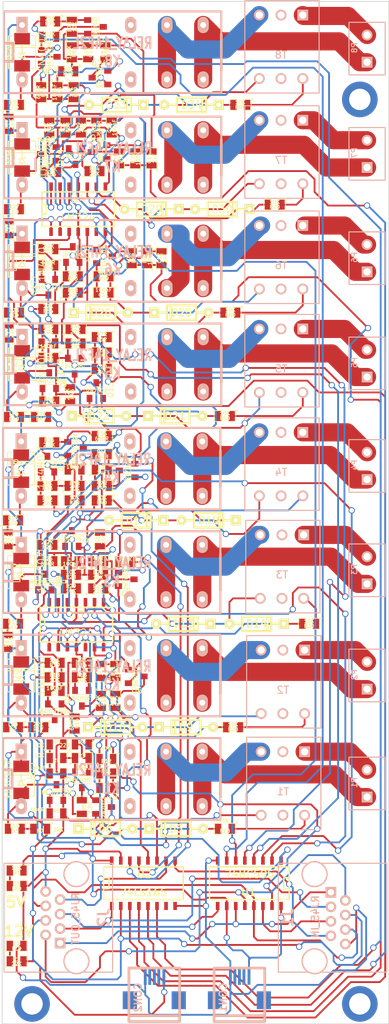
<source format=kicad_pcb>
(kicad_pcb (version 3) (host pcbnew "(22-Jun-2014 BZR 4027)-stable")
  (layers (15 F.Cu signal) (0 B.Cu signal) (18 B.Paste user) (19 F.Paste user) (20 B.SilkS user hide) (21 F.SilkS user hide) (22 B.Mask user) (23 F.Mask user hide) (28 Edge.Cuts user))
  (net 0 "")
  (net 1 +12V)
  (net 2 +5V)
  (net 3 /Din)
  (net 4 /Dout)
  (net 5 /EN)
  (net 6 /OE)
  (net 7 /PL)
  (net 8 /RD)
  (net 9 /WR)
  (net 10 GND)
  (net 11 N-000001)
  (net 12 N-0000010)
  (net 13 N-00000101)
  (net 14 N-0000011)
  (net 15 N-00000110)
  (net 16 N-00000111)
  (net 17 N-00000112)
  (net 18 N-00000113)
  (net 19 N-00000114)
  (net 20 N-00000115)
  (net 21 N-00000116)
  (net 22 N-00000117)
  (net 23 N-00000118)
  (net 24 N-00000119)
  (net 25 N-0000012)
  (net 26 N-00000120)
  (net 27 N-00000126)
  (net 28 N-00000127)
  (net 29 N-00000128)
  (net 30 N-00000130)
  (net 31 N-00000131)
  (net 32 N-00000132)
  (net 33 N-00000134)
  (net 34 N-00000135)
  (net 35 N-00000136)
  (net 36 N-00000137)
  (net 37 N-00000138)
  (net 38 N-00000139)
  (net 39 N-0000014)
  (net 40 N-00000140)
  (net 41 N-00000141)
  (net 42 N-00000142)
  (net 43 N-00000143)
  (net 44 N-00000144)
  (net 45 N-00000145)
  (net 46 N-00000146)
  (net 47 N-00000148)
  (net 48 N-00000150)
  (net 49 N-00000151)
  (net 50 N-00000152)
  (net 51 N-00000153)
  (net 52 N-00000154)
  (net 53 N-00000156)
  (net 54 N-00000157)
  (net 55 N-00000159)
  (net 56 N-0000017)
  (net 57 N-0000018)
  (net 58 N-0000019)
  (net 59 N-000002)
  (net 60 N-0000020)
  (net 61 N-0000021)
  (net 62 N-0000022)
  (net 63 N-0000023)
  (net 64 N-0000024)
  (net 65 N-0000026)
  (net 66 N-0000027)
  (net 67 N-0000028)
  (net 68 N-0000029)
  (net 69 N-000003)
  (net 70 N-0000030)
  (net 71 N-0000031)
  (net 72 N-0000033)
  (net 73 N-0000034)
  (net 74 N-0000035)
  (net 75 N-0000036)
  (net 76 N-0000037)
  (net 77 N-0000038)
  (net 78 N-0000039)
  (net 79 N-000004)
  (net 80 N-0000040)
  (net 81 N-0000041)
  (net 82 N-0000042)
  (net 83 N-0000043)
  (net 84 N-0000044)
  (net 85 N-0000045)
  (net 86 N-0000046)
  (net 87 N-0000047)
  (net 88 N-0000048)
  (net 89 N-0000049)
  (net 90 N-000005)
  (net 91 N-0000050)
  (net 92 N-0000051)
  (net 93 N-0000052)
  (net 94 N-0000053)
  (net 95 N-0000054)
  (net 96 N-0000055)
  (net 97 N-0000056)
  (net 98 N-0000058)
  (net 99 N-0000059)
  (net 100 N-000006)
  (net 101 N-0000061)
  (net 102 N-0000062)
  (net 103 N-0000063)
  (net 104 N-0000064)
  (net 105 N-0000065)
  (net 106 N-0000066)
  (net 107 N-0000067)
  (net 108 N-0000068)
  (net 109 N-0000069)
  (net 110 N-000007)
  (net 111 N-0000070)
  (net 112 N-0000072)
  (net 113 N-0000073)
  (net 114 N-0000074)
  (net 115 N-0000075)
  (net 116 N-0000076)
  (net 117 N-0000077)
  (net 118 N-0000079)
  (net 119 N-000008)
  (net 120 N-0000081)
  (net 121 N-0000082)
  (net 122 N-0000084)
  (net 123 N-0000086)
  (net 124 N-0000087)
  (net 125 N-0000088)
  (net 126 N-0000089)
  (net 127 N-000009)
  (net 128 N-0000090)
  (net 129 N-0000092)
  (net 130 N-0000093)
  (net 131 N-0000094)
  (net 132 N-0000095)
  (net 133 N-0000096)
  (net 134 N-0000099)
  (module SOT23 (layer F.Cu) (at 62.865 155.321 180)
    (fp_text reference Q1 (at 1.99898 -0.09906 270) (layer F.SilkS) (effects (font (size 0.762 0.762) (thickness 0.11938))))
    (fp_text value BC856 (at 0.0635 0 180) (layer F.SilkS) (effects (font (size 0.50038 0.50038) (thickness 0.09906))))
    (pad 3 smd rect (at 0 -1.09982 180) (size 0.8001 1.00076) (layers F.Cu F.Paste F.Mask) (net 18 N-00000113))
    (pad 2 smd rect (at 0.9525 1.09982 180) (size 0.8001 1.00076) (layers F.Cu F.Paste F.Mask) (net 2 +5V))
    (pad 1 smd rect (at -0.9525 1.09982 180) (size 0.8001 1.00076) (layers F.Cu F.Paste F.Mask) (net 13 N-00000101))
  )
  (module SOT23 (layer F.Cu) (at 70.485 140.843 270)
    (fp_text reference Q6 (at 1.99898 -0.09906 360) (layer F.SilkS) (effects (font (size 0.762 0.762) (thickness 0.11938))))
    (fp_text value 2N7002 (at 0.0635 0 270) (layer F.SilkS) (effects (font (size 0.50038 0.50038) (thickness 0.09906))))
    (pad 3 smd rect (at 0 -1.09982 270) (size 0.8001 1.00076) (layers F.Cu F.Paste F.Mask) (net 131 N-0000094))
    (pad 2 smd rect (at 0.9525 1.09982 270) (size 0.8001 1.00076) (layers F.Cu F.Paste F.Mask) (net 10 GND))
    (pad 1 smd rect (at -0.9525 1.09982 270) (size 0.8001 1.00076) (layers F.Cu F.Paste F.Mask) (net 46 N-00000146))
  )
  (module SOT23 (layer F.Cu) (at 65.913 159.131 270)
    (fp_text reference Q3 (at 1.99898 -0.09906 360) (layer F.SilkS) (effects (font (size 0.762 0.762) (thickness 0.11938))))
    (fp_text value 2N7002 (at 0.0635 0 270) (layer F.SilkS) (effects (font (size 0.50038 0.50038) (thickness 0.09906))))
    (pad 3 smd rect (at 0 -1.09982 270) (size 0.8001 1.00076) (layers F.Cu F.Paste F.Mask) (net 24 N-00000119))
    (pad 2 smd rect (at 0.9525 1.09982 270) (size 0.8001 1.00076) (layers F.Cu F.Paste F.Mask) (net 10 GND))
    (pad 1 smd rect (at -0.9525 1.09982 270) (size 0.8001 1.00076) (layers F.Cu F.Paste F.Mask) (net 134 N-0000099))
  )
  (module SOT23 (layer F.Cu) (at 62.865 143.891 180)
    (fp_text reference Q4 (at 1.99898 -0.09906 270) (layer F.SilkS) (effects (font (size 0.762 0.762) (thickness 0.11938))))
    (fp_text value BC856 (at 0.0635 0 180) (layer F.SilkS) (effects (font (size 0.50038 0.50038) (thickness 0.09906))))
    (pad 3 smd rect (at 0 -1.09982 180) (size 0.8001 1.00076) (layers F.Cu F.Paste F.Mask) (net 126 N-0000089))
    (pad 2 smd rect (at 0.9525 1.09982 180) (size 0.8001 1.00076) (layers F.Cu F.Paste F.Mask) (net 2 +5V))
    (pad 1 smd rect (at -0.9525 1.09982 180) (size 0.8001 1.00076) (layers F.Cu F.Paste F.Mask) (net 49 N-00000151))
  )
  (module SOT23 (layer F.Cu) (at 59.055 145.796 180)
    (fp_text reference Q5 (at 1.99898 -0.09906 270) (layer F.SilkS) (effects (font (size 0.762 0.762) (thickness 0.11938))))
    (fp_text value MMBT2222A (at 0.0635 0 180) (layer F.SilkS) (effects (font (size 0.50038 0.50038) (thickness 0.09906))))
    (pad 3 smd rect (at 0 -1.09982 180) (size 0.8001 1.00076) (layers F.Cu F.Paste F.Mask) (net 47 N-00000148))
    (pad 2 smd rect (at 0.9525 1.09982 180) (size 0.8001 1.00076) (layers F.Cu F.Paste F.Mask) (net 10 GND))
    (pad 1 smd rect (at -0.9525 1.09982 180) (size 0.8001 1.00076) (layers F.Cu F.Paste F.Mask) (net 50 N-00000152))
  )
  (module SOT23 (layer F.Cu) (at 59.309 157.099)
    (fp_text reference Q2 (at 1.99898 -0.09906 90) (layer F.SilkS) (effects (font (size 0.762 0.762) (thickness 0.11938))))
    (fp_text value MMBT2222A (at 0.0635 0) (layer F.SilkS) (effects (font (size 0.50038 0.50038) (thickness 0.09906))))
    (pad 3 smd rect (at 0 -1.09982) (size 0.8001 1.00076) (layers F.Cu F.Paste F.Mask) (net 15 N-00000110))
    (pad 2 smd rect (at 0.9525 1.09982) (size 0.8001 1.00076) (layers F.Cu F.Paste F.Mask) (net 10 GND))
    (pad 1 smd rect (at -0.9525 1.09982) (size 0.8001 1.00076) (layers F.Cu F.Paste F.Mask) (net 17 N-00000112))
  )
  (module SO16N (layer F.Cu) (at 86.36 169.799 180)
    (fp_text reference U1 (at 0.127 -1.27 180) (layer F.SilkS) (effects (font (size 1.016 1.016) (thickness 0.2032))))
    (fp_text value 74HC595 (at 0 1.27 180) (layer F.SilkS) (effects (font (size 1.016 1.016) (thickness 0.2032))))
    (pad 16 smd rect (at -4.445 -3.175 180) (size 0.508 1.143) (layers F.Cu F.Paste F.Mask) (net 2 +5V))
    (pad 14 smd rect (at -1.905 -3.175 180) (size 0.508 1.143) (layers F.Cu F.Paste F.Mask) (net 4 /Dout))
    (pad 13 smd rect (at -0.635 -3.175 180) (size 0.508 1.143) (layers F.Cu F.Paste F.Mask) (net 6 /OE))
    (pad 12 smd rect (at 0.635 -3.175 180) (size 0.508 1.143) (layers F.Cu F.Paste F.Mask) (net 5 /EN))
    (pad 11 smd rect (at 1.905 -3.175 180) (size 0.508 1.143) (layers F.Cu F.Paste F.Mask) (net 9 /WR))
    (pad 10 smd rect (at 3.175 -3.175 180) (size 0.508 1.143) (layers F.Cu F.Paste F.Mask) (net 2 +5V))
    (pad 9 smd rect (at 4.445 -3.175 180) (size 0.508 1.143) (layers F.Cu F.Paste F.Mask) (net 121 N-0000082))
    (pad 8 smd rect (at 4.445 3.175 180) (size 0.508 1.143) (layers F.Cu F.Paste F.Mask) (net 10 GND))
    (pad 7 smd rect (at 3.175 3.175 180) (size 0.508 1.143) (layers F.Cu F.Paste F.Mask) (net 93 N-0000052))
    (pad 6 smd rect (at 1.905 3.175 180) (size 0.508 1.143) (layers F.Cu F.Paste F.Mask) (net 87 N-0000047))
    (pad 5 smd rect (at 0.635 3.175 180) (size 0.508 1.143) (layers F.Cu F.Paste F.Mask) (net 114 N-0000074))
    (pad 4 smd rect (at -0.635 3.175 180) (size 0.508 1.143) (layers F.Cu F.Paste F.Mask) (net 11 N-000001))
    (pad 3 smd rect (at -1.905 3.175 180) (size 0.508 1.143) (layers F.Cu F.Paste F.Mask) (net 65 N-0000026))
    (pad 2 smd rect (at -3.175 3.175 180) (size 0.508 1.143) (layers F.Cu F.Paste F.Mask) (net 43 N-00000143))
    (pad 1 smd rect (at -4.445 3.175 180) (size 0.508 1.143) (layers F.Cu F.Paste F.Mask) (net 128 N-0000090))
    (pad 15 smd rect (at -3.175 -3.175 180) (size 0.508 1.143) (layers F.Cu F.Paste F.Mask) (net 125 N-0000088))
  )
  (module SO16N (layer F.Cu) (at 71.501 169.799)
    (fp_text reference U2 (at 0.127 -1.27) (layer F.SilkS) (effects (font (size 1.016 1.016) (thickness 0.2032))))
    (fp_text value 74LS165 (at 0 1.27) (layer F.SilkS) (effects (font (size 1.016 1.016) (thickness 0.2032))))
    (pad 16 smd rect (at -4.445 -3.175) (size 0.508 1.143) (layers F.Cu F.Paste F.Mask) (net 2 +5V))
    (pad 14 smd rect (at -1.905 -3.175) (size 0.508 1.143) (layers F.Cu F.Paste F.Mask) (net 74 N-0000035))
    (pad 13 smd rect (at -0.635 -3.175) (size 0.508 1.143) (layers F.Cu F.Paste F.Mask) (net 29 N-00000128))
    (pad 12 smd rect (at 0.635 -3.175) (size 0.508 1.143) (layers F.Cu F.Paste F.Mask) (net 20 N-00000115))
    (pad 11 smd rect (at 1.905 -3.175) (size 0.508 1.143) (layers F.Cu F.Paste F.Mask) (net 23 N-00000118))
    (pad 10 smd rect (at 3.175 -3.175) (size 0.508 1.143) (layers F.Cu F.Paste F.Mask) (net 122 N-0000084))
    (pad 9 smd rect (at 4.445 -3.175) (size 0.508 1.143) (layers F.Cu F.Paste F.Mask) (net 3 /Din))
    (pad 8 smd rect (at 4.445 3.175) (size 0.508 1.143) (layers F.Cu F.Paste F.Mask) (net 10 GND))
    (pad 7 smd rect (at 3.175 3.175) (size 0.508 1.143) (layers F.Cu F.Paste F.Mask))
    (pad 6 smd rect (at 1.905 3.175) (size 0.508 1.143) (layers F.Cu F.Paste F.Mask) (net 83 N-0000043))
    (pad 5 smd rect (at 0.635 3.175) (size 0.508 1.143) (layers F.Cu F.Paste F.Mask) (net 109 N-0000069))
    (pad 4 smd rect (at -0.635 3.175) (size 0.508 1.143) (layers F.Cu F.Paste F.Mask) (net 113 N-0000073))
    (pad 3 smd rect (at -1.905 3.175) (size 0.508 1.143) (layers F.Cu F.Paste F.Mask) (net 12 N-0000010))
    (pad 2 smd rect (at -3.175 3.175) (size 0.508 1.143) (layers F.Cu F.Paste F.Mask) (net 8 /RD))
    (pad 1 smd rect (at -4.445 3.175) (size 0.508 1.143) (layers F.Cu F.Paste F.Mask) (net 7 /PL))
    (pad 15 smd rect (at -3.175 -3.175) (size 0.508 1.143) (layers F.Cu F.Paste F.Mask) (net 10 GND))
  )
  (module SO14N (layer F.Cu) (at 62.103 133.477)
    (fp_text reference U3 (at 0 -1.27) (layer F.SilkS) (effects (font (size 1.016 1.143) (thickness 0.127))))
    (fp_text value LM324 (at 0 1.27) (layer F.SilkS) (effects (font (size 1.016 1.016) (thickness 0.127))))
    (pad 1 smd rect (at -3.81 3.302) (size 0.508 1.143) (layers F.Cu F.Paste F.Mask) (net 134 N-0000099))
    (pad 2 smd rect (at -2.54 3.302) (size 0.508 1.143) (layers F.Cu F.Paste F.Mask) (net 21 N-00000116))
    (pad 3 smd rect (at -1.27 3.302) (size 0.508 1.143) (layers F.Cu F.Paste F.Mask) (net 22 N-00000117))
    (pad 4 smd rect (at 0 3.302) (size 0.508 1.143) (layers F.Cu F.Paste F.Mask) (net 2 +5V))
    (pad 5 smd rect (at 1.27 3.302) (size 0.508 1.143) (layers F.Cu F.Paste F.Mask) (net 51 N-00000153))
    (pad 6 smd rect (at 2.54 3.302) (size 0.508 1.143) (layers F.Cu F.Paste F.Mask) (net 130 N-0000093))
    (pad 7 smd rect (at 3.81 3.302) (size 0.508 1.143) (layers F.Cu F.Paste F.Mask) (net 46 N-00000146))
    (pad 8 smd rect (at 3.81 -3.048) (size 0.508 1.143) (layers F.Cu F.Paste F.Mask) (net 31 N-00000131))
    (pad 9 smd rect (at 2.54 -3.048) (size 0.508 1.143) (layers F.Cu F.Paste F.Mask) (net 52 N-00000154))
    (pad 11 smd rect (at 0 -3.048) (size 0.508 1.143) (layers F.Cu F.Paste F.Mask) (net 10 GND))
    (pad 12 smd rect (at -1.27 -3.048) (size 0.508 1.143) (layers F.Cu F.Paste F.Mask) (net 40 N-00000140))
    (pad 13 smd rect (at -2.54 -3.048) (size 0.508 1.143) (layers F.Cu F.Paste F.Mask) (net 41 N-00000141))
    (pad 14 smd rect (at -3.81 -3.048) (size 0.508 1.143) (layers F.Cu F.Paste F.Mask) (net 68 N-0000029))
    (pad 10 smd rect (at 1.27 -3.048) (size 0.508 1.143) (layers F.Cu F.Paste F.Mask) (net 37 N-00000138))
  )
  (module SM0805 (layer F.Cu) (at 62.865 140.97)
    (fp_text reference R13 (at 0 -0.3175) (layer F.SilkS) (effects (font (size 0.50038 0.50038) (thickness 0.10922))))
    (fp_text value 10K (at 0 0.381) (layer F.SilkS) (effects (font (size 0.50038 0.50038) (thickness 0.10922))))
    (pad 1 smd rect (at -0.9525 0) (size 0.889 1.397) (layers F.Cu F.Paste F.Mask) (net 2 +5V))
    (pad 2 smd rect (at 0.9525 0) (size 0.889 1.397) (layers F.Cu F.Paste F.Mask) (net 49 N-00000151))
  )
  (module SM0805 (layer F.Cu) (at 57.023 162.179 180)
    (fp_text reference R7 (at 0 -0.3175 180) (layer F.SilkS) (effects (font (size 0.50038 0.50038) (thickness 0.10922))))
    (fp_text value 22K (at -2.54 -0.127 180) (layer F.SilkS) (effects (font (size 0.50038 0.50038) (thickness 0.10922))))
    (pad 1 smd rect (at -0.9525 0 180) (size 0.889 1.397) (layers F.Cu F.Paste F.Mask) (net 1 +12V))
    (pad 2 smd rect (at 0.9525 0 180) (size 0.889 1.397) (layers F.Cu F.Paste F.Mask) (net 16 N-00000111))
  )
  (module SM0805 (layer F.Cu) (at 62.865 138.938 180)
    (fp_text reference R14 (at 0 -0.3175 180) (layer F.SilkS) (effects (font (size 0.50038 0.50038) (thickness 0.10922))))
    (fp_text value 22K (at 0 0.381 180) (layer F.SilkS) (effects (font (size 0.50038 0.50038) (thickness 0.10922))))
    (pad 1 smd rect (at -0.9525 0 180) (size 0.889 1.397) (layers F.Cu F.Paste F.Mask) (net 49 N-00000151))
    (pad 2 smd rect (at 0.9525 0 180) (size 0.889 1.397) (layers F.Cu F.Paste F.Mask) (net 128 N-0000090))
  )
  (module SM0805 (layer F.Cu) (at 61.849 147.447 270)
    (fp_text reference R16 (at 0 -0.3175 270) (layer F.SilkS) (effects (font (size 0.50038 0.50038) (thickness 0.10922))))
    (fp_text value 680R (at 0 0.381 270) (layer F.SilkS) (effects (font (size 0.50038 0.50038) (thickness 0.10922))))
    (pad 1 smd rect (at -0.9525 0 270) (size 0.889 1.397) (layers F.Cu F.Paste F.Mask) (net 50 N-00000152))
    (pad 2 smd rect (at 0.9525 0 270) (size 0.889 1.397) (layers F.Cu F.Paste F.Mask) (net 10 GND))
  )
  (module SM0805 (layer F.Cu) (at 56.769 147.955 180)
    (fp_text reference R17 (at 0 -0.3175 180) (layer F.SilkS) (effects (font (size 0.50038 0.50038) (thickness 0.10922))))
    (fp_text value 22K (at 0 0.381 180) (layer F.SilkS) (effects (font (size 0.50038 0.50038) (thickness 0.10922))))
    (pad 1 smd rect (at -0.9525 0 180) (size 0.889 1.397) (layers F.Cu F.Paste F.Mask) (net 1 +12V))
    (pad 2 smd rect (at 0.9525 0 180) (size 0.889 1.397) (layers F.Cu F.Paste F.Mask) (net 133 N-0000096))
  )
  (module SM0805 (layer F.Cu) (at 65.532 144.272 270)
    (fp_text reference R15 (at 0 -0.3175 270) (layer F.SilkS) (effects (font (size 0.50038 0.50038) (thickness 0.10922))))
    (fp_text value 2.2K (at 0 0.381 270) (layer F.SilkS) (effects (font (size 0.50038 0.50038) (thickness 0.10922))))
    (pad 1 smd rect (at -0.9525 0 270) (size 0.889 1.397) (layers F.Cu F.Paste F.Mask) (net 126 N-0000089))
    (pad 2 smd rect (at 0.9525 0 270) (size 0.889 1.397) (layers F.Cu F.Paste F.Mask) (net 50 N-00000152))
  )
  (module SM0805 (layer F.Cu) (at 53.213 147.955 180)
    (fp_text reference D7 (at 0 -0.3175 180) (layer F.SilkS) (effects (font (size 0.50038 0.50038) (thickness 0.10922))))
    (fp_text value LED (at 0 0.381 180) (layer F.SilkS) (effects (font (size 0.50038 0.50038) (thickness 0.10922))))
    (pad 1 smd rect (at -0.9525 0 180) (size 0.889 1.397) (layers F.Cu F.Paste F.Mask) (net 133 N-0000096))
    (pad 2 smd rect (at 0.9525 0 180) (size 0.889 1.397) (layers F.Cu F.Paste F.Mask) (net 47 N-00000148))
  )
  (module SM0805 (layer F.Cu) (at 84.074 147.955 180)
    (fp_text reference R20 (at 0 -0.3175 180) (layer F.SilkS) (effects (font (size 0.50038 0.50038) (thickness 0.10922))))
    (fp_text value 10K (at 0 0.381 180) (layer F.SilkS) (effects (font (size 0.50038 0.50038) (thickness 0.10922))))
    (pad 1 smd rect (at -0.9525 0 180) (size 0.889 1.397) (layers F.Cu F.Paste F.Mask) (net 132 N-0000095))
    (pad 2 smd rect (at 0.9525 0 180) (size 0.889 1.397) (layers F.Cu F.Paste F.Mask) (net 130 N-0000093))
  )
  (module SM0805 (layer F.Cu) (at 67.564 140.081 90)
    (fp_text reference R21 (at 0 -0.3175 90) (layer F.SilkS) (effects (font (size 0.50038 0.50038) (thickness 0.10922))))
    (fp_text value 100K (at 0 0.381 90) (layer F.SilkS) (effects (font (size 0.50038 0.50038) (thickness 0.10922))))
    (pad 1 smd rect (at -0.9525 0 90) (size 0.889 1.397) (layers F.Cu F.Paste F.Mask) (net 20 N-00000115))
    (pad 2 smd rect (at 0.9525 0 90) (size 0.889 1.397) (layers F.Cu F.Paste F.Mask) (net 2 +5V))
  )
  (module SM0805 (layer F.Cu) (at 67.564 144.272 270)
    (fp_text reference R22 (at 0 -0.3175 270) (layer F.SilkS) (effects (font (size 0.50038 0.50038) (thickness 0.10922))))
    (fp_text value 47R (at 0 0.381 270) (layer F.SilkS) (effects (font (size 0.50038 0.50038) (thickness 0.10922))))
    (pad 1 smd rect (at -0.9525 0 270) (size 0.889 1.397) (layers F.Cu F.Paste F.Mask) (net 131 N-0000094))
    (pad 2 smd rect (at 0.9525 0 270) (size 0.889 1.397) (layers F.Cu F.Paste F.Mask) (net 20 N-00000115))
  )
  (module SM0805 (layer F.Cu) (at 59.055 142.875 180)
    (fp_text reference C3 (at 0 -0.3175 180) (layer F.SilkS) (effects (font (size 0.50038 0.50038) (thickness 0.10922))))
    (fp_text value 100nF (at 0 0.381 180) (layer F.SilkS) (effects (font (size 0.50038 0.50038) (thickness 0.10922))))
    (pad 1 smd rect (at -0.9525 0 180) (size 0.889 1.397) (layers F.Cu F.Paste F.Mask) (net 51 N-00000153))
    (pad 2 smd rect (at 0.9525 0 180) (size 0.889 1.397) (layers F.Cu F.Paste F.Mask) (net 10 GND))
  )
  (module SM0805 (layer F.Cu) (at 59.055 140.97)
    (fp_text reference R18 (at 0 -0.3175) (layer F.SilkS) (effects (font (size 0.50038 0.50038) (thickness 0.10922))))
    (fp_text value 10K (at 0 0.381) (layer F.SilkS) (effects (font (size 0.50038 0.50038) (thickness 0.10922))))
    (pad 1 smd rect (at -0.9525 0) (size 0.889 1.397) (layers F.Cu F.Paste F.Mask) (net 2 +5V))
    (pad 2 smd rect (at 0.9525 0) (size 0.889 1.397) (layers F.Cu F.Paste F.Mask) (net 51 N-00000153))
  )
  (module SM0805 (layer F.Cu) (at 59.055 138.938 180)
    (fp_text reference R19 (at 0 -0.3175 180) (layer F.SilkS) (effects (font (size 0.50038 0.50038) (thickness 0.10922))))
    (fp_text value 10K (at 0 0.381 180) (layer F.SilkS) (effects (font (size 0.50038 0.50038) (thickness 0.10922))))
    (pad 1 smd rect (at -0.9525 0 180) (size 0.889 1.397) (layers F.Cu F.Paste F.Mask) (net 51 N-00000153))
    (pad 2 smd rect (at 0.9525 0 180) (size 0.889 1.397) (layers F.Cu F.Paste F.Mask) (net 10 GND))
  )
  (module SM0805 (layer F.Cu) (at 65.532 140.081 90)
    (fp_text reference C4 (at 0 -0.3175 90) (layer F.SilkS) (effects (font (size 0.50038 0.50038) (thickness 0.10922))))
    (fp_text value 1uF (at 0 0.381 90) (layer F.SilkS) (effects (font (size 0.50038 0.50038) (thickness 0.10922))))
    (pad 1 smd rect (at -0.9525 0 90) (size 0.889 1.397) (layers F.Cu F.Paste F.Mask) (net 20 N-00000115))
    (pad 2 smd rect (at 0.9525 0 90) (size 0.889 1.397) (layers F.Cu F.Paste F.Mask) (net 2 +5V))
  )
  (module SM0805 (layer F.Cu) (at 62.865 150.368)
    (fp_text reference R4 (at 0 -0.3175) (layer F.SilkS) (effects (font (size 0.50038 0.50038) (thickness 0.10922))))
    (fp_text value 22K (at -2.413 0.127) (layer F.SilkS) (effects (font (size 0.50038 0.50038) (thickness 0.10922))))
    (pad 1 smd rect (at -0.9525 0) (size 0.889 1.397) (layers F.Cu F.Paste F.Mask) (net 13 N-00000101))
    (pad 2 smd rect (at 0.9525 0) (size 0.889 1.397) (layers F.Cu F.Paste F.Mask) (net 125 N-0000088))
  )
  (module SM0805 (layer F.Cu) (at 62.865 152.273)
    (fp_text reference R3 (at 0 -0.3175) (layer F.SilkS) (effects (font (size 0.50038 0.50038) (thickness 0.10922))))
    (fp_text value 10K (at 0 1.397) (layer F.SilkS) (effects (font (size 0.50038 0.50038) (thickness 0.10922))))
    (pad 1 smd rect (at -0.9525 0) (size 0.889 1.397) (layers F.Cu F.Paste F.Mask) (net 2 +5V))
    (pad 2 smd rect (at 0.9525 0) (size 0.889 1.397) (layers F.Cu F.Paste F.Mask) (net 13 N-00000101))
  )
  (module SM0805 (layer F.Cu) (at 82.931 162.179 180)
    (fp_text reference R10 (at 0 -0.3175 180) (layer F.SilkS) (effects (font (size 0.50038 0.50038) (thickness 0.10922))))
    (fp_text value 10K (at 0.127 1.143 180) (layer F.SilkS) (effects (font (size 0.50038 0.50038) (thickness 0.10922))))
    (pad 1 smd rect (at -0.9525 0 180) (size 0.889 1.397) (layers F.Cu F.Paste F.Mask) (net 26 N-00000120))
    (pad 2 smd rect (at 0.9525 0 180) (size 0.889 1.397) (layers F.Cu F.Paste F.Mask) (net 21 N-00000116))
  )
  (module SM0805 (layer F.Cu) (at 62.865 159.131 270)
    (fp_text reference R5 (at 0 -0.3175 270) (layer F.SilkS) (effects (font (size 0.50038 0.50038) (thickness 0.10922))))
    (fp_text value 2.2K (at 0.127 -1.143 270) (layer F.SilkS) (effects (font (size 0.50038 0.50038) (thickness 0.10922))))
    (pad 1 smd rect (at -0.9525 0 270) (size 0.889 1.397) (layers F.Cu F.Paste F.Mask) (net 18 N-00000113))
    (pad 2 smd rect (at 0.9525 0 270) (size 0.889 1.397) (layers F.Cu F.Paste F.Mask) (net 17 N-00000112))
  )
  (module SM0805 (layer F.Cu) (at 53.721 170.18)
    (fp_text reference D1 (at 0 -0.3175) (layer F.SilkS) (effects (font (size 0.50038 0.50038) (thickness 0.10922))))
    (fp_text value LED (at 0 0.381) (layer F.SilkS) (effects (font (size 0.50038 0.50038) (thickness 0.10922))))
    (pad 1 smd rect (at -0.9525 0) (size 0.889 1.397) (layers F.Cu F.Paste F.Mask) (net 123 N-0000086))
    (pad 2 smd rect (at 0.9525 0) (size 0.889 1.397) (layers F.Cu F.Paste F.Mask) (net 10 GND))
  )
  (module SM0805 (layer F.Cu) (at 53.721 168.021 180)
    (fp_text reference R1 (at 0 -0.3175 180) (layer F.SilkS) (effects (font (size 0.50038 0.50038) (thickness 0.10922))))
    (fp_text value 10K (at 0 0.381 180) (layer F.SilkS) (effects (font (size 0.50038 0.50038) (thickness 0.10922))))
    (pad 1 smd rect (at -0.9525 0 180) (size 0.889 1.397) (layers F.Cu F.Paste F.Mask) (net 2 +5V))
    (pad 2 smd rect (at 0.9525 0 180) (size 0.889 1.397) (layers F.Cu F.Paste F.Mask) (net 123 N-0000086))
  )
  (module SM0805 (layer F.Cu) (at 53.721 180.721)
    (fp_text reference R2 (at 0 -0.3175) (layer F.SilkS) (effects (font (size 0.50038 0.50038) (thickness 0.10922))))
    (fp_text value 22K (at 0 0.381) (layer F.SilkS) (effects (font (size 0.50038 0.50038) (thickness 0.10922))))
    (pad 1 smd rect (at -0.9525 0) (size 0.889 1.397) (layers F.Cu F.Paste F.Mask) (net 124 N-0000087))
    (pad 2 smd rect (at 0.9525 0) (size 0.889 1.397) (layers F.Cu F.Paste F.Mask) (net 1 +12V))
  )
  (module SM0805 (layer F.Cu) (at 53.721 178.562)
    (fp_text reference D2 (at 0 -0.3175) (layer F.SilkS) (effects (font (size 0.50038 0.50038) (thickness 0.10922))))
    (fp_text value LED (at 0 0.381) (layer F.SilkS) (effects (font (size 0.50038 0.50038) (thickness 0.10922))))
    (pad 1 smd rect (at -0.9525 0) (size 0.889 1.397) (layers F.Cu F.Paste F.Mask) (net 124 N-0000087))
    (pad 2 smd rect (at 0.9525 0) (size 0.889 1.397) (layers F.Cu F.Paste F.Mask) (net 10 GND))
  )
  (module SM0805 (layer F.Cu) (at 66.294 156.464)
    (fp_text reference C2 (at 0 -0.3175) (layer F.SilkS) (effects (font (size 0.50038 0.50038) (thickness 0.10922))))
    (fp_text value 1uF (at 1.016 1.397) (layer F.SilkS) (effects (font (size 0.50038 0.50038) (thickness 0.10922))))
    (pad 1 smd rect (at -0.9525 0) (size 0.889 1.397) (layers F.Cu F.Paste F.Mask) (net 23 N-00000118))
    (pad 2 smd rect (at 0.9525 0) (size 0.889 1.397) (layers F.Cu F.Paste F.Mask) (net 2 +5V))
  )
  (module SM0805 (layer F.Cu) (at 66.294 154.432)
    (fp_text reference R11 (at 0 -0.3175) (layer F.SilkS) (effects (font (size 0.50038 0.50038) (thickness 0.10922))))
    (fp_text value 100K (at 2.54 0) (layer F.SilkS) (effects (font (size 0.50038 0.50038) (thickness 0.10922))))
    (pad 1 smd rect (at -0.9525 0) (size 0.889 1.397) (layers F.Cu F.Paste F.Mask) (net 23 N-00000118))
    (pad 2 smd rect (at 0.9525 0) (size 0.889 1.397) (layers F.Cu F.Paste F.Mask) (net 2 +5V))
  )
  (module SM0805 (layer F.Cu) (at 59.309 150.368)
    (fp_text reference R9 (at 0 -0.3175) (layer F.SilkS) (effects (font (size 0.50038 0.50038) (thickness 0.10922))))
    (fp_text value 10K (at -2.413 0.127) (layer F.SilkS) (effects (font (size 0.50038 0.50038) (thickness 0.10922))))
    (pad 1 smd rect (at -0.9525 0) (size 0.889 1.397) (layers F.Cu F.Paste F.Mask) (net 22 N-00000117))
    (pad 2 smd rect (at 0.9525 0) (size 0.889 1.397) (layers F.Cu F.Paste F.Mask) (net 10 GND))
  )
  (module SM0805 (layer F.Cu) (at 59.309 152.273 180)
    (fp_text reference R8 (at 0 -0.3175 180) (layer F.SilkS) (effects (font (size 0.50038 0.50038) (thickness 0.10922))))
    (fp_text value 10K (at 2.413 0.381 180) (layer F.SilkS) (effects (font (size 0.50038 0.50038) (thickness 0.10922))))
    (pad 1 smd rect (at -0.9525 0 180) (size 0.889 1.397) (layers F.Cu F.Paste F.Mask) (net 2 +5V))
    (pad 2 smd rect (at 0.9525 0 180) (size 0.889 1.397) (layers F.Cu F.Paste F.Mask) (net 22 N-00000117))
  )
  (module SM0805 (layer F.Cu) (at 59.309 154.432)
    (fp_text reference C1 (at 0 -0.3175) (layer F.SilkS) (effects (font (size 0.50038 0.50038) (thickness 0.10922))))
    (fp_text value 100nF (at -2.667 -0.762) (layer F.SilkS) (effects (font (size 0.50038 0.50038) (thickness 0.10922))))
    (pad 1 smd rect (at -0.9525 0) (size 0.889 1.397) (layers F.Cu F.Paste F.Mask) (net 22 N-00000117))
    (pad 2 smd rect (at 0.9525 0) (size 0.889 1.397) (layers F.Cu F.Paste F.Mask) (net 10 GND))
  )
  (module SM0805 (layer F.Cu) (at 66.294 152.4 180)
    (fp_text reference R12 (at 0 -0.3175 180) (layer F.SilkS) (effects (font (size 0.50038 0.50038) (thickness 0.10922))))
    (fp_text value 47R (at 0 1.397 180) (layer F.SilkS) (effects (font (size 0.50038 0.50038) (thickness 0.10922))))
    (pad 1 smd rect (at -0.9525 0 180) (size 0.889 1.397) (layers F.Cu F.Paste F.Mask) (net 24 N-00000119))
    (pad 2 smd rect (at 0.9525 0 180) (size 0.889 1.397) (layers F.Cu F.Paste F.Mask) (net 23 N-00000118))
  )
  (module SM0805 (layer F.Cu) (at 59.309 160.02)
    (fp_text reference R6 (at 0 -0.3175) (layer F.SilkS) (effects (font (size 0.50038 0.50038) (thickness 0.10922))))
    (fp_text value 680R (at -2.667 -0.508) (layer F.SilkS) (effects (font (size 0.50038 0.50038) (thickness 0.10922))))
    (pad 1 smd rect (at -0.9525 0) (size 0.889 1.397) (layers F.Cu F.Paste F.Mask) (net 17 N-00000112))
    (pad 2 smd rect (at 0.9525 0) (size 0.889 1.397) (layers F.Cu F.Paste F.Mask) (net 10 GND))
  )
  (module SM0805 (layer F.Cu) (at 53.467 162.179 180)
    (fp_text reference D3 (at 0 -0.3175 180) (layer F.SilkS) (effects (font (size 0.50038 0.50038) (thickness 0.10922))))
    (fp_text value LED (at 0 0.381 180) (layer F.SilkS) (effects (font (size 0.50038 0.50038) (thickness 0.10922))))
    (pad 1 smd rect (at -0.9525 0 180) (size 0.889 1.397) (layers F.Cu F.Paste F.Mask) (net 16 N-00000111))
    (pad 2 smd rect (at 0.9525 0 180) (size 0.889 1.397) (layers F.Cu F.Paste F.Mask) (net 15 N-00000110))
  )
  (module RJ45_8_io0 (layer B.Cu) (at 95.504 174.625 90)
    (fp_text reference J1 (at 0 -3.81 90) (layer B.SilkS) (effects (font (size 1.524 1.524) (thickness 0.3048)) (justify mirror)))
    (fp_text value RJ45_IN (at 0.14224 0.1016 90) (layer B.SilkS) (effects (font (size 1.00076 1.00076) (thickness 0.2032)) (justify mirror)))
    (pad Hole thru_hole circle (at 6.096 0 90) (size 3.64998 3.64998) (drill 3.2512) (layers *.Cu *.Mask B.SilkS))
    (pad Hole thru_hole circle (at -6.096 0 90) (size 3.64998 3.64998) (drill 3.2512) (layers *.Cu *.Mask B.SilkS))
    (pad 1 thru_hole rect (at 3.556 2.286 270) (size 1.50114 1.50114) (drill 0.89916) (layers *.Cu *.Mask B.SilkS) (net 9 /WR))
    (pad 2 thru_hole circle (at 2.413 4.318 270) (size 1.50114 1.50114) (drill 0.89916) (layers *.Cu *.Mask B.SilkS) (net 5 /EN))
    (pad 3 thru_hole circle (at 1.524 2.286 270) (size 1.50114 1.50114) (drill 0.89916) (layers *.Cu *.Mask B.SilkS) (net 7 /PL))
    (pad 4 thru_hole circle (at 0.381 4.318 270) (size 1.50114 1.50114) (drill 0.89916) (layers *.Cu *.Mask B.SilkS) (net 8 /RD))
    (pad 5 thru_hole circle (at -0.508 2.286 270) (size 1.50114 1.50114) (drill 0.89916) (layers *.Cu *.Mask B.SilkS) (net 4 /Dout))
    (pad 6 thru_hole circle (at -1.651 4.318 270) (size 1.50114 1.50114) (drill 0.89916) (layers *.Cu *.Mask B.SilkS) (net 6 /OE))
    (pad 7 thru_hole circle (at -2.54 2.286 270) (size 1.50114 1.50114) (drill 0.89916) (layers *.Cu *.Mask B.SilkS) (net 3 /Din))
    (pad 8 thru_hole circle (at -3.683 4.318 270) (size 1.50114 1.50114) (drill 0.89916) (layers *.Cu *.Mask B.SilkS) (net 10 GND))
  )
  (module RJ45_8_io0 (layer B.Cu) (at 62.103 174.625 270)
    (fp_text reference J2 (at 0 -3.81 270) (layer B.SilkS) (effects (font (size 1.524 1.524) (thickness 0.3048)) (justify mirror)))
    (fp_text value RJ45_OUT (at 0.14224 0.1016 270) (layer B.SilkS) (effects (font (size 1.00076 1.00076) (thickness 0.2032)) (justify mirror)))
    (pad Hole thru_hole circle (at 6.096 0 270) (size 3.64998 3.64998) (drill 3.2512) (layers *.Cu *.Mask B.SilkS))
    (pad Hole thru_hole circle (at -6.096 0 270) (size 3.64998 3.64998) (drill 3.2512) (layers *.Cu *.Mask B.SilkS))
    (pad 1 thru_hole rect (at 3.556 2.286 90) (size 1.50114 1.50114) (drill 0.89916) (layers *.Cu *.Mask B.SilkS) (net 9 /WR))
    (pad 2 thru_hole circle (at 2.413 4.318 90) (size 1.50114 1.50114) (drill 0.89916) (layers *.Cu *.Mask B.SilkS) (net 5 /EN))
    (pad 3 thru_hole circle (at 1.524 2.286 90) (size 1.50114 1.50114) (drill 0.89916) (layers *.Cu *.Mask B.SilkS) (net 7 /PL))
    (pad 4 thru_hole circle (at 0.381 4.318 90) (size 1.50114 1.50114) (drill 0.89916) (layers *.Cu *.Mask B.SilkS) (net 8 /RD))
    (pad 5 thru_hole circle (at -0.508 2.286 90) (size 1.50114 1.50114) (drill 0.89916) (layers *.Cu *.Mask B.SilkS) (net 121 N-0000082))
    (pad 6 thru_hole circle (at -1.651 4.318 90) (size 1.50114 1.50114) (drill 0.89916) (layers *.Cu *.Mask B.SilkS) (net 6 /OE))
    (pad 7 thru_hole circle (at -2.54 2.286 90) (size 1.50114 1.50114) (drill 0.89916) (layers *.Cu *.Mask B.SilkS) (net 122 N-0000084))
    (pad 8 thru_hole circle (at -3.683 4.318 90) (size 1.50114 1.50114) (drill 0.89916) (layers *.Cu *.Mask B.SilkS) (net 10 GND))
  )
  (module RELAY_14F2L (layer B.Cu) (at 67.056 140.716)
    (fp_text reference K2 (at 0 1.27) (layer B.SilkS) (effects (font (size 1.524 1.143) (thickness 0.3048)) (justify mirror)))
    (fp_text value RELAY_14F2L (at 0 -1.27) (layer B.SilkS) (effects (font (size 1.524 1.143) (thickness 0.28575)) (justify mirror)))
    (pad 1 thru_hole rect (at -12.7 -3.81) (size 1.5748 2.286) (drill 0.8128) (layers *.Cu *.Mask B.SilkS) (net 1 +12V))
    (pad 7 thru_hole oval (at 2.54 -3.81) (size 1.5748 2.286) (drill 0.8128) (layers *.Cu *.Mask B.SilkS))
    (pad 9 thru_hole oval (at 7.62 -3.81) (size 1.5748 2.286) (drill 0.8128) (layers *.Cu *.Mask B.SilkS) (net 54 N-00000157))
    (pad 11 thru_hole oval (at 12.7 -3.81) (size 1.5748 2.286) (drill 0.8128) (layers *.Cu *.Mask B.SilkS) (net 48 N-00000150))
    (pad 12 thru_hole oval (at 12.7 3.81) (size 1.5748 2.286) (drill 0.8128) (layers *.Cu *.Mask B.SilkS) (net 48 N-00000150))
    (pad 14 thru_hole oval (at 7.62 3.81) (size 1.5748 2.286) (drill 0.8128) (layers *.Cu *.Mask B.SilkS) (net 54 N-00000157))
    (pad 16 thru_hole oval (at 2.54 3.81) (size 1.5748 2.286) (drill 0.8128) (layers *.Cu *.Mask B.SilkS))
    (pad 22 thru_hole oval (at -12.7 3.81) (size 1.5748 2.286) (drill 0.8128) (layers *.Cu *.Mask B.SilkS) (net 47 N-00000148))
  )
  (module KLEMENS_3 (layer B.Cu) (at 102.87 141.097 90)
    (fp_text reference P2 (at 0.508 -1.778 90) (layer B.SilkS) (effects (font (size 0.762 0.762) (thickness 0.1524)) (justify mirror)))
    (fp_text value KLEMENS_1 hide)
    (pad 1 thru_hole rect (at -1.524 0 90) (size 1.524 1.524) (drill 1.016) (layers *.Cu *.Mask B.SilkS) (net 48 N-00000150))
    (pad 2 thru_hole circle (at 2.286 0 90) (size 1.524 1.524) (drill 1.016) (layers *.Cu *.Mask B.SilkS) (net 53 N-00000156))
  )
  (module KLEMENS_3 (layer B.Cu) (at 102.87 156.21 90)
    (fp_text reference P1 (at 0.508 -1.778 90) (layer B.SilkS) (effects (font (size 0.762 0.762) (thickness 0.1524)) (justify mirror)))
    (fp_text value KLEMENS_1 hide)
    (pad 1 thru_hole rect (at -1.524 0 90) (size 1.524 1.524) (drill 1.016) (layers *.Cu *.Mask B.SilkS) (net 129 N-0000092))
    (pad 2 thru_hole circle (at 2.286 0 90) (size 1.524 1.524) (drill 1.016) (layers *.Cu *.Mask B.SilkS) (net 19 N-00000114))
  )
  (module EE16 (layer B.Cu) (at 91.059 155.702 180)
    (fp_text reference T1 (at 0 -1.27 180) (layer B.SilkS) (effects (font (size 1.016 1.016) (thickness 0.1524)) (justify mirror)))
    (fp_text value TRANSFO hide)
    (pad "" thru_hole circle (at 0 -4.572 180) (size 1.524 1.524) (drill 1.016) (layers *.Cu *.Mask B.SilkS))
    (pad 2 thru_hole circle (at 3.048 4.318 180) (size 1.524 1.524) (drill 1.016) (layers *.Cu *.Mask B.SilkS) (net 55 N-00000159))
    (pad 3 thru_hole circle (at 3.048 -4.572 180) (size 1.524 1.524) (drill 1.016) (layers *.Cu *.Mask B.SilkS) (net 22 N-00000117))
    (pad 1 thru_hole rect (at -3.048 4.318 180) (size 1.524 1.524) (drill 1.016) (layers *.Cu *.Mask B.SilkS) (net 19 N-00000114))
    (pad "" thru_hole circle (at 0 4.318 180) (size 1.524 1.524) (drill 1.016) (layers *.Cu *.Mask B.SilkS))
    (pad 4 thru_hole circle (at -3.048 -4.572 180) (size 1.524 1.524) (drill 1.016) (layers *.Cu *.Mask B.SilkS) (net 26 N-00000120))
  )
  (module EE16 (layer B.Cu) (at 91.059 141.478 180)
    (fp_text reference T2 (at 0 -1.27 180) (layer B.SilkS) (effects (font (size 1.016 1.016) (thickness 0.1524)) (justify mirror)))
    (fp_text value TRANSFO hide)
    (pad "" thru_hole circle (at 0 -4.572 180) (size 1.524 1.524) (drill 1.016) (layers *.Cu *.Mask B.SilkS))
    (pad 2 thru_hole circle (at 3.048 4.318 180) (size 1.524 1.524) (drill 1.016) (layers *.Cu *.Mask B.SilkS) (net 54 N-00000157))
    (pad 3 thru_hole circle (at 3.048 -4.572 180) (size 1.524 1.524) (drill 1.016) (layers *.Cu *.Mask B.SilkS) (net 51 N-00000153))
    (pad 1 thru_hole rect (at -3.048 4.318 180) (size 1.524 1.524) (drill 1.016) (layers *.Cu *.Mask B.SilkS) (net 53 N-00000156))
    (pad "" thru_hole circle (at 0 4.318 180) (size 1.524 1.524) (drill 1.016) (layers *.Cu *.Mask B.SilkS))
    (pad 4 thru_hole circle (at -3.048 -4.572 180) (size 1.524 1.524) (drill 1.016) (layers *.Cu *.Mask B.SilkS) (net 132 N-0000095))
  )
  (module DO-35 (layer F.Cu) (at 66.167 162.179 180)
    (fp_text reference D6 (at 0 0 180) (layer F.SilkS) (effects (font (size 1.016 1.016) (thickness 0.2032))))
    (fp_text value 1N4148 hide)
    (pad 2 thru_hole rect (at 3.81 0 180) (size 1.4224 1.4224) (drill 0.6096) (layers *.Cu *.Mask F.SilkS) (net 21 N-00000116))
    (pad 1 thru_hole circle (at -3.81 0 180) (size 1.4224 1.4224) (drill 0.6096) (layers *.Cu *.Mask F.SilkS) (net 22 N-00000117))
  )
  (module DO-35 (layer F.Cu) (at 76.073 162.179 180)
    (fp_text reference D5 (at 0 0 180) (layer F.SilkS) (effects (font (size 1.016 1.016) (thickness 0.2032))))
    (fp_text value 1N4148 hide)
    (pad 2 thru_hole rect (at 3.81 0 180) (size 1.4224 1.4224) (drill 0.6096) (layers *.Cu *.Mask F.SilkS) (net 22 N-00000117))
    (pad 1 thru_hole circle (at -3.81 0 180) (size 1.4224 1.4224) (drill 0.6096) (layers *.Cu *.Mask F.SilkS) (net 21 N-00000116))
  )
  (module DO-35 (layer F.Cu) (at 77.47 147.955 180)
    (fp_text reference D9 (at 0 0 180) (layer F.SilkS) (effects (font (size 1.016 1.016) (thickness 0.2032))))
    (fp_text value 1N4148 hide)
    (pad 2 thru_hole rect (at 3.81 0 180) (size 1.4224 1.4224) (drill 0.6096) (layers *.Cu *.Mask F.SilkS) (net 51 N-00000153))
    (pad 1 thru_hole circle (at -3.81 0 180) (size 1.4224 1.4224) (drill 0.6096) (layers *.Cu *.Mask F.SilkS) (net 130 N-0000093))
  )
  (module DO-35 (layer F.Cu) (at 67.564 147.955 180)
    (fp_text reference D10 (at 0 0 180) (layer F.SilkS) (effects (font (size 1.016 1.016) (thickness 0.2032))))
    (fp_text value 1N4148 hide)
    (pad 2 thru_hole rect (at 3.81 0 180) (size 1.4224 1.4224) (drill 0.6096) (layers *.Cu *.Mask F.SilkS) (net 130 N-0000093))
    (pad 1 thru_hole circle (at -3.81 0 180) (size 1.4224 1.4224) (drill 0.6096) (layers *.Cu *.Mask F.SilkS) (net 51 N-00000153))
  )
  (module "DO-214AC(SMA)" (layer F.Cu) (at 54.356 155.321 90)
    (fp_text reference D4 (at -0.127 1.27 90) (layer F.SilkS) (effects (font (size 1.00076 1.00076) (thickness 0.11938))))
    (fp_text value 1N4007 (at 0 -1.778 90) (layer F.SilkS) (effects (font (size 1.00076 1.00076) (thickness 0.11938))))
    (pad 1 smd rect (at -1.89992 0 90) (size 1.6002 2.19964) (layers F.Cu F.Paste F.Mask) (net 15 N-00000110))
    (pad 2 smd rect (at 1.89992 0 90) (size 1.6002 2.19964) (layers F.Cu F.Paste F.Mask) (net 1 +12V))
  )
  (module "DO-214AC(SMA)" (layer F.Cu) (at 54.356 140.716 90)
    (fp_text reference D8 (at 0 -0.889 90) (layer F.SilkS) (effects (font (size 1.00076 1.00076) (thickness 0.11938))))
    (fp_text value 1N4007 (at 0 2.79908 90) (layer F.SilkS) (effects (font (size 1.00076 1.00076) (thickness 0.11938))))
    (pad 1 smd rect (at -1.89992 0 90) (size 1.6002 2.19964) (layers F.Cu F.Paste F.Mask) (net 47 N-00000148))
    (pad 2 smd rect (at 1.89992 0 90) (size 1.6002 2.19964) (layers F.Cu F.Paste F.Mask) (net 1 +12V))
  )
  (module RELAY_14F2L (layer B.Cu) (at 67.056 155.194)
    (fp_text reference K1 (at 0 1.27) (layer B.SilkS) (effects (font (size 1.524 1.143) (thickness 0.3048)) (justify mirror)))
    (fp_text value RELAY_14F2L (at 0 -1.27) (layer B.SilkS) (effects (font (size 1.524 1.143) (thickness 0.28575)) (justify mirror)))
    (pad 1 thru_hole rect (at -12.7 -3.81) (size 1.5748 2.286) (drill 0.8128) (layers *.Cu *.Mask B.SilkS) (net 1 +12V))
    (pad 7 thru_hole oval (at 2.54 -3.81) (size 1.5748 2.286) (drill 0.8128) (layers *.Cu *.Mask B.SilkS))
    (pad 9 thru_hole oval (at 7.62 -3.81) (size 1.5748 2.286) (drill 0.8128) (layers *.Cu *.Mask B.SilkS) (net 55 N-00000159))
    (pad 11 thru_hole oval (at 12.7 -3.81) (size 1.5748 2.286) (drill 0.8128) (layers *.Cu *.Mask B.SilkS) (net 129 N-0000092))
    (pad 12 thru_hole oval (at 12.7 3.81) (size 1.5748 2.286) (drill 0.8128) (layers *.Cu *.Mask B.SilkS) (net 129 N-0000092))
    (pad 14 thru_hole oval (at 7.62 3.81) (size 1.5748 2.286) (drill 0.8128) (layers *.Cu *.Mask B.SilkS) (net 55 N-00000159))
    (pad 16 thru_hole oval (at 2.54 3.81) (size 1.5748 2.286) (drill 0.8128) (layers *.Cu *.Mask B.SilkS))
    (pad 22 thru_hole oval (at -12.7 3.81) (size 1.5748 2.286) (drill 0.8128) (layers *.Cu *.Mask B.SilkS) (net 15 N-00000110))
  )
  (module SOT23 (layer F.Cu) (at 69.088 127.254 270)
    (fp_text reference Q9 (at 1.99898 -0.09906 360) (layer F.SilkS) (effects (font (size 0.762 0.762) (thickness 0.11938))))
    (fp_text value 2N7002 (at 0.0635 0 270) (layer F.SilkS) (effects (font (size 0.50038 0.50038) (thickness 0.09906))))
    (pad 3 smd rect (at 0 -1.09982 270) (size 0.8001 1.00076) (layers F.Cu F.Paste F.Mask) (net 30 N-00000130))
    (pad 2 smd rect (at 0.9525 1.09982 270) (size 0.8001 1.00076) (layers F.Cu F.Paste F.Mask) (net 10 GND))
    (pad 1 smd rect (at -0.9525 1.09982 270) (size 0.8001 1.00076) (layers F.Cu F.Paste F.Mask) (net 31 N-00000131))
  )
  (module SOT23 (layer F.Cu) (at 61.468 121.539)
    (fp_text reference Q7 (at 1.99898 -0.09906 90) (layer F.SilkS) (effects (font (size 0.762 0.762) (thickness 0.11938))))
    (fp_text value BC856 (at 0.0635 0) (layer F.SilkS) (effects (font (size 0.50038 0.50038) (thickness 0.09906))))
    (pad 3 smd rect (at 0 -1.09982) (size 0.8001 1.00076) (layers F.Cu F.Paste F.Mask) (net 35 N-00000136))
    (pad 2 smd rect (at 0.9525 1.09982) (size 0.8001 1.00076) (layers F.Cu F.Paste F.Mask) (net 2 +5V))
    (pad 1 smd rect (at -0.9525 1.09982) (size 0.8001 1.00076) (layers F.Cu F.Paste F.Mask) (net 27 N-00000126))
  )
  (module SOT23 (layer F.Cu) (at 57.658 127.635)
    (fp_text reference Q8 (at 1.99898 -0.09906 90) (layer F.SilkS) (effects (font (size 0.762 0.762) (thickness 0.11938))))
    (fp_text value MMBT2222A (at 0.0635 0) (layer F.SilkS) (effects (font (size 0.50038 0.50038) (thickness 0.09906))))
    (pad 3 smd rect (at 0 -1.09982) (size 0.8001 1.00076) (layers F.Cu F.Paste F.Mask) (net 28 N-00000127))
    (pad 2 smd rect (at 0.9525 1.09982) (size 0.8001 1.00076) (layers F.Cu F.Paste F.Mask) (net 10 GND))
    (pad 1 smd rect (at -0.9525 1.09982) (size 0.8001 1.00076) (layers F.Cu F.Paste F.Mask) (net 34 N-00000135))
  )
  (module SM0805 (layer F.Cu) (at 65.151 126.619)
    (fp_text reference R23 (at 0 -0.3175) (layer F.SilkS) (effects (font (size 0.50038 0.50038) (thickness 0.10922))))
    (fp_text value 10K (at 0 0.381) (layer F.SilkS) (effects (font (size 0.50038 0.50038) (thickness 0.10922))))
    (pad 1 smd rect (at -0.9525 0) (size 0.889 1.397) (layers F.Cu F.Paste F.Mask) (net 2 +5V))
    (pad 2 smd rect (at 0.9525 0) (size 0.889 1.397) (layers F.Cu F.Paste F.Mask) (net 27 N-00000126))
  )
  (module SM0805 (layer F.Cu) (at 65.405 121.666 90)
    (fp_text reference C6 (at 0 -0.3175 90) (layer F.SilkS) (effects (font (size 0.50038 0.50038) (thickness 0.10922))))
    (fp_text value 1uF (at 0 0.381 90) (layer F.SilkS) (effects (font (size 0.50038 0.50038) (thickness 0.10922))))
    (pad 1 smd rect (at -0.9525 0 90) (size 0.889 1.397) (layers F.Cu F.Paste F.Mask) (net 29 N-00000128))
    (pad 2 smd rect (at 0.9525 0 90) (size 0.889 1.397) (layers F.Cu F.Paste F.Mask) (net 2 +5V))
  )
  (module SM0805 (layer F.Cu) (at 61.341 128.524)
    (fp_text reference R29 (at 0 -0.3175) (layer F.SilkS) (effects (font (size 0.50038 0.50038) (thickness 0.10922))))
    (fp_text value 10K (at 0 0.381) (layer F.SilkS) (effects (font (size 0.50038 0.50038) (thickness 0.10922))))
    (pad 1 smd rect (at -0.9525 0) (size 0.889 1.397) (layers F.Cu F.Paste F.Mask) (net 37 N-00000138))
    (pad 2 smd rect (at 0.9525 0) (size 0.889 1.397) (layers F.Cu F.Paste F.Mask) (net 10 GND))
  )
  (module SM0805 (layer F.Cu) (at 61.341 126.619 180)
    (fp_text reference R28 (at 0 -0.3175 180) (layer F.SilkS) (effects (font (size 0.50038 0.50038) (thickness 0.10922))))
    (fp_text value 10K (at 0 0.381 180) (layer F.SilkS) (effects (font (size 0.50038 0.50038) (thickness 0.10922))))
    (pad 1 smd rect (at -0.9525 0 180) (size 0.889 1.397) (layers F.Cu F.Paste F.Mask) (net 2 +5V))
    (pad 2 smd rect (at 0.9525 0 180) (size 0.889 1.397) (layers F.Cu F.Paste F.Mask) (net 37 N-00000138))
  )
  (module SM0805 (layer F.Cu) (at 61.341 124.714)
    (fp_text reference C5 (at 0 -0.3175) (layer F.SilkS) (effects (font (size 0.50038 0.50038) (thickness 0.10922))))
    (fp_text value 100nF (at 0 0.381) (layer F.SilkS) (effects (font (size 0.50038 0.50038) (thickness 0.10922))))
    (pad 1 smd rect (at -0.9525 0) (size 0.889 1.397) (layers F.Cu F.Paste F.Mask) (net 37 N-00000138))
    (pad 2 smd rect (at 0.9525 0) (size 0.889 1.397) (layers F.Cu F.Paste F.Mask) (net 10 GND))
  )
  (module SM0805 (layer F.Cu) (at 65.151 124.714 180)
    (fp_text reference R32 (at 0 -0.3175 180) (layer F.SilkS) (effects (font (size 0.50038 0.50038) (thickness 0.10922))))
    (fp_text value 47R (at 0 0.381 180) (layer F.SilkS) (effects (font (size 0.50038 0.50038) (thickness 0.10922))))
    (pad 1 smd rect (at -0.9525 0 180) (size 0.889 1.397) (layers F.Cu F.Paste F.Mask) (net 30 N-00000130))
    (pad 2 smd rect (at 0.9525 0 180) (size 0.889 1.397) (layers F.Cu F.Paste F.Mask) (net 29 N-00000128))
  )
  (module SM0805 (layer F.Cu) (at 68.961 124.841 180)
    (fp_text reference R31 (at 0 -0.3175 180) (layer F.SilkS) (effects (font (size 0.50038 0.50038) (thickness 0.10922))))
    (fp_text value 100K (at 0 0.381 180) (layer F.SilkS) (effects (font (size 0.50038 0.50038) (thickness 0.10922))))
    (pad 1 smd rect (at -0.9525 0 180) (size 0.889 1.397) (layers F.Cu F.Paste F.Mask) (net 29 N-00000128))
    (pad 2 smd rect (at 0.9525 0 180) (size 0.889 1.397) (layers F.Cu F.Paste F.Mask) (net 2 +5V))
  )
  (module SM0805 (layer F.Cu) (at 94.742 133.477 180)
    (fp_text reference R30 (at 0 -0.3175 180) (layer F.SilkS) (effects (font (size 0.50038 0.50038) (thickness 0.10922))))
    (fp_text value 10K (at 0 0.381 180) (layer F.SilkS) (effects (font (size 0.50038 0.50038) (thickness 0.10922))))
    (pad 1 smd rect (at -0.9525 0 180) (size 0.889 1.397) (layers F.Cu F.Paste F.Mask) (net 36 N-00000137))
    (pad 2 smd rect (at 0.9525 0 180) (size 0.889 1.397) (layers F.Cu F.Paste F.Mask) (net 52 N-00000154))
  )
  (module SM0805 (layer F.Cu) (at 53.213 133.477)
    (fp_text reference D11 (at 0 -0.3175) (layer F.SilkS) (effects (font (size 0.50038 0.50038) (thickness 0.10922))))
    (fp_text value LED (at 0 0.381) (layer F.SilkS) (effects (font (size 0.50038 0.50038) (thickness 0.10922))))
    (pad 1 smd rect (at -0.9525 0) (size 0.889 1.397) (layers F.Cu F.Paste F.Mask) (net 33 N-00000134))
    (pad 2 smd rect (at 0.9525 0) (size 0.889 1.397) (layers F.Cu F.Paste F.Mask) (net 28 N-00000127))
  )
  (module SM0805 (layer F.Cu) (at 52.451 136.017 90)
    (fp_text reference R27 (at 0 -0.3175 90) (layer F.SilkS) (effects (font (size 0.50038 0.50038) (thickness 0.10922))))
    (fp_text value 22K (at 0 0.381 90) (layer F.SilkS) (effects (font (size 0.50038 0.50038) (thickness 0.10922))))
    (pad 1 smd rect (at -0.9525 0 90) (size 0.889 1.397) (layers F.Cu F.Paste F.Mask) (net 1 +12V))
    (pad 2 smd rect (at 0.9525 0 90) (size 0.889 1.397) (layers F.Cu F.Paste F.Mask) (net 33 N-00000134))
  )
  (module SM0805 (layer F.Cu) (at 58.039 124.714)
    (fp_text reference R26 (at 0 -0.3175) (layer F.SilkS) (effects (font (size 0.50038 0.50038) (thickness 0.10922))))
    (fp_text value 680R (at 0 0.381) (layer F.SilkS) (effects (font (size 0.50038 0.50038) (thickness 0.10922))))
    (pad 1 smd rect (at -0.9525 0) (size 0.889 1.397) (layers F.Cu F.Paste F.Mask) (net 34 N-00000135))
    (pad 2 smd rect (at 0.9525 0) (size 0.889 1.397) (layers F.Cu F.Paste F.Mask) (net 10 GND))
  )
  (module SM0805 (layer F.Cu) (at 58.039 122.428 180)
    (fp_text reference R25 (at 0 -0.3175 180) (layer F.SilkS) (effects (font (size 0.50038 0.50038) (thickness 0.10922))))
    (fp_text value 2.2K (at 0 0.381 180) (layer F.SilkS) (effects (font (size 0.50038 0.50038) (thickness 0.10922))))
    (pad 1 smd rect (at -0.9525 0 180) (size 0.889 1.397) (layers F.Cu F.Paste F.Mask) (net 35 N-00000136))
    (pad 2 smd rect (at 0.9525 0 180) (size 0.889 1.397) (layers F.Cu F.Paste F.Mask) (net 34 N-00000135))
  )
  (module SM0805 (layer F.Cu) (at 65.151 128.524)
    (fp_text reference R24 (at 0 -0.3175) (layer F.SilkS) (effects (font (size 0.50038 0.50038) (thickness 0.10922))))
    (fp_text value 22K (at 0 0.381) (layer F.SilkS) (effects (font (size 0.50038 0.50038) (thickness 0.10922))))
    (pad 1 smd rect (at -0.9525 0) (size 0.889 1.397) (layers F.Cu F.Paste F.Mask) (net 27 N-00000126))
    (pad 2 smd rect (at 0.9525 0) (size 0.889 1.397) (layers F.Cu F.Paste F.Mask) (net 43 N-00000143))
  )
  (module RELAY_14F2L (layer B.Cu) (at 67.056 126.238)
    (fp_text reference K3 (at 0 1.27) (layer B.SilkS) (effects (font (size 1.524 1.143) (thickness 0.3048)) (justify mirror)))
    (fp_text value RELAY_14F2L (at 0 -1.27) (layer B.SilkS) (effects (font (size 1.524 1.143) (thickness 0.28575)) (justify mirror)))
    (pad 1 thru_hole rect (at -12.7 -3.81) (size 1.5748 2.286) (drill 0.8128) (layers *.Cu *.Mask B.SilkS) (net 1 +12V))
    (pad 7 thru_hole oval (at 2.54 -3.81) (size 1.5748 2.286) (drill 0.8128) (layers *.Cu *.Mask B.SilkS))
    (pad 9 thru_hole oval (at 7.62 -3.81) (size 1.5748 2.286) (drill 0.8128) (layers *.Cu *.Mask B.SilkS) (net 44 N-00000144))
    (pad 11 thru_hole oval (at 12.7 -3.81) (size 1.5748 2.286) (drill 0.8128) (layers *.Cu *.Mask B.SilkS) (net 32 N-00000132))
    (pad 12 thru_hole oval (at 12.7 3.81) (size 1.5748 2.286) (drill 0.8128) (layers *.Cu *.Mask B.SilkS) (net 32 N-00000132))
    (pad 14 thru_hole oval (at 7.62 3.81) (size 1.5748 2.286) (drill 0.8128) (layers *.Cu *.Mask B.SilkS) (net 44 N-00000144))
    (pad 16 thru_hole oval (at 2.54 3.81) (size 1.5748 2.286) (drill 0.8128) (layers *.Cu *.Mask B.SilkS))
    (pad 22 thru_hole oval (at -12.7 3.81) (size 1.5748 2.286) (drill 0.8128) (layers *.Cu *.Mask B.SilkS) (net 28 N-00000127))
  )
  (module KLEMENS_3 (layer B.Cu) (at 102.87 126.365 90)
    (fp_text reference P3 (at 0.508 -1.778 90) (layer B.SilkS) (effects (font (size 0.762 0.762) (thickness 0.1524)) (justify mirror)))
    (fp_text value KLEMENS_1 hide)
    (pad 1 thru_hole rect (at -1.524 0 90) (size 1.524 1.524) (drill 1.016) (layers *.Cu *.Mask B.SilkS) (net 32 N-00000132))
    (pad 2 thru_hole circle (at 2.286 0 90) (size 1.524 1.524) (drill 1.016) (layers *.Cu *.Mask B.SilkS) (net 45 N-00000145))
  )
  (module EE16 (layer B.Cu) (at 90.932 125.349 180)
    (fp_text reference T3 (at 0 -1.27 180) (layer B.SilkS) (effects (font (size 1.016 1.016) (thickness 0.1524)) (justify mirror)))
    (fp_text value TRANSFO hide)
    (pad "" thru_hole circle (at 0 -4.572 180) (size 1.524 1.524) (drill 1.016) (layers *.Cu *.Mask B.SilkS))
    (pad 2 thru_hole circle (at 3.048 4.318 180) (size 1.524 1.524) (drill 1.016) (layers *.Cu *.Mask B.SilkS) (net 44 N-00000144))
    (pad 3 thru_hole circle (at 3.048 -4.572 180) (size 1.524 1.524) (drill 1.016) (layers *.Cu *.Mask B.SilkS) (net 37 N-00000138))
    (pad 1 thru_hole rect (at -3.048 4.318 180) (size 1.524 1.524) (drill 1.016) (layers *.Cu *.Mask B.SilkS) (net 45 N-00000145))
    (pad "" thru_hole circle (at 0 4.318 180) (size 1.524 1.524) (drill 1.016) (layers *.Cu *.Mask B.SilkS))
    (pad 4 thru_hole circle (at -3.048 -4.572 180) (size 1.524 1.524) (drill 1.016) (layers *.Cu *.Mask B.SilkS) (net 36 N-00000137))
  )
  (module DO-35 (layer F.Cu) (at 87.376 133.477)
    (fp_text reference D14 (at 0 0) (layer F.SilkS) (effects (font (size 1.016 1.016) (thickness 0.2032))))
    (fp_text value 1N4148 hide)
    (pad 2 thru_hole rect (at 3.81 0) (size 1.4224 1.4224) (drill 0.6096) (layers *.Cu *.Mask F.SilkS) (net 52 N-00000154))
    (pad 1 thru_hole circle (at -3.81 0) (size 1.4224 1.4224) (drill 0.6096) (layers *.Cu *.Mask F.SilkS) (net 37 N-00000138))
  )
  (module DO-35 (layer F.Cu) (at 77.089 133.477)
    (fp_text reference D13 (at 0 0) (layer F.SilkS) (effects (font (size 1.016 1.016) (thickness 0.2032))))
    (fp_text value 1N4148 hide)
    (pad 2 thru_hole rect (at 3.81 0) (size 1.4224 1.4224) (drill 0.6096) (layers *.Cu *.Mask F.SilkS) (net 37 N-00000138))
    (pad 1 thru_hole circle (at -3.81 0) (size 1.4224 1.4224) (drill 0.6096) (layers *.Cu *.Mask F.SilkS) (net 52 N-00000154))
  )
  (module "DO-214AC(SMA)" (layer F.Cu) (at 54.356 126.238 90)
    (fp_text reference D12 (at -0.127 -0.635 90) (layer F.SilkS) (effects (font (size 1.00076 1.00076) (thickness 0.11938))))
    (fp_text value 1N4007 (at 0 2.79908 90) (layer F.SilkS) (effects (font (size 1.00076 1.00076) (thickness 0.11938))))
    (pad 1 smd rect (at -1.89992 0 90) (size 1.6002 2.19964) (layers F.Cu F.Paste F.Mask) (net 28 N-00000127))
    (pad 2 smd rect (at 1.89992 0 90) (size 1.6002 2.19964) (layers F.Cu F.Paste F.Mask) (net 1 +12V))
  )
  (module SOT23 (layer F.Cu) (at 69.215 112.014 90)
    (fp_text reference Q12 (at 1.99898 -0.09906 180) (layer F.SilkS) (effects (font (size 0.762 0.762) (thickness 0.11938))))
    (fp_text value 2N7002 (at 0.0635 0 90) (layer F.SilkS) (effects (font (size 0.50038 0.50038) (thickness 0.09906))))
    (pad 3 smd rect (at 0 -1.09982 90) (size 0.8001 1.00076) (layers F.Cu F.Paste F.Mask) (net 64 N-0000024))
    (pad 2 smd rect (at 0.9525 1.09982 90) (size 0.8001 1.00076) (layers F.Cu F.Paste F.Mask) (net 10 GND))
    (pad 1 smd rect (at -0.9525 1.09982 90) (size 0.8001 1.00076) (layers F.Cu F.Paste F.Mask) (net 68 N-0000029))
  )
  (module SOT23 (layer F.Cu) (at 58.039 111.125)
    (fp_text reference Q10 (at 1.99898 -0.09906 90) (layer F.SilkS) (effects (font (size 0.762 0.762) (thickness 0.11938))))
    (fp_text value BC856 (at 0.0635 0) (layer F.SilkS) (effects (font (size 0.50038 0.50038) (thickness 0.09906))))
    (pad 3 smd rect (at 0 -1.09982) (size 0.8001 1.00076) (layers F.Cu F.Paste F.Mask) (net 38 N-00000139))
    (pad 2 smd rect (at 0.9525 1.09982) (size 0.8001 1.00076) (layers F.Cu F.Paste F.Mask) (net 2 +5V))
    (pad 1 smd rect (at -0.9525 1.09982) (size 0.8001 1.00076) (layers F.Cu F.Paste F.Mask) (net 72 N-0000033))
  )
  (module SOT23 (layer F.Cu) (at 61.976 108.966 270)
    (fp_text reference Q11 (at 1.99898 -0.09906 360) (layer F.SilkS) (effects (font (size 0.762 0.762) (thickness 0.11938))))
    (fp_text value MMBT2222A (at 0.0635 0 270) (layer F.SilkS) (effects (font (size 0.50038 0.50038) (thickness 0.09906))))
    (pad 3 smd rect (at 0 -1.09982 270) (size 0.8001 1.00076) (layers F.Cu F.Paste F.Mask) (net 73 N-0000034))
    (pad 2 smd rect (at 0.9525 1.09982 270) (size 0.8001 1.00076) (layers F.Cu F.Paste F.Mask) (net 10 GND))
    (pad 1 smd rect (at -0.9525 1.09982 270) (size 0.8001 1.00076) (layers F.Cu F.Paste F.Mask) (net 71 N-0000031))
  )
  (module SM0805 (layer F.Cu) (at 58.039 114.173 180)
    (fp_text reference R33 (at 0 -0.3175 180) (layer F.SilkS) (effects (font (size 0.50038 0.50038) (thickness 0.10922))))
    (fp_text value 10K (at 0 0.381 180) (layer F.SilkS) (effects (font (size 0.50038 0.50038) (thickness 0.10922))))
    (pad 1 smd rect (at -0.9525 0 180) (size 0.889 1.397) (layers F.Cu F.Paste F.Mask) (net 2 +5V))
    (pad 2 smd rect (at 0.9525 0 180) (size 0.889 1.397) (layers F.Cu F.Paste F.Mask) (net 72 N-0000033))
  )
  (module SM0805 (layer F.Cu) (at 65.659 111.887)
    (fp_text reference C8 (at 0 -0.3175) (layer F.SilkS) (effects (font (size 0.50038 0.50038) (thickness 0.10922))))
    (fp_text value 1uF (at 0 0.381) (layer F.SilkS) (effects (font (size 0.50038 0.50038) (thickness 0.10922))))
    (pad 1 smd rect (at -0.9525 0) (size 0.889 1.397) (layers F.Cu F.Paste F.Mask) (net 74 N-0000035))
    (pad 2 smd rect (at 0.9525 0) (size 0.889 1.397) (layers F.Cu F.Paste F.Mask) (net 2 +5V))
  )
  (module SM0805 (layer F.Cu) (at 61.849 116.205 180)
    (fp_text reference R39 (at 0 -0.3175 180) (layer F.SilkS) (effects (font (size 0.50038 0.50038) (thickness 0.10922))))
    (fp_text value 10K (at 0 0.381 180) (layer F.SilkS) (effects (font (size 0.50038 0.50038) (thickness 0.10922))))
    (pad 1 smd rect (at -0.9525 0 180) (size 0.889 1.397) (layers F.Cu F.Paste F.Mask) (net 40 N-00000140))
    (pad 2 smd rect (at 0.9525 0 180) (size 0.889 1.397) (layers F.Cu F.Paste F.Mask) (net 10 GND))
  )
  (module SM0805 (layer F.Cu) (at 61.849 114.173)
    (fp_text reference R38 (at 0 -0.3175) (layer F.SilkS) (effects (font (size 0.50038 0.50038) (thickness 0.10922))))
    (fp_text value 10K (at 0 0.381) (layer F.SilkS) (effects (font (size 0.50038 0.50038) (thickness 0.10922))))
    (pad 1 smd rect (at -0.9525 0) (size 0.889 1.397) (layers F.Cu F.Paste F.Mask) (net 2 +5V))
    (pad 2 smd rect (at 0.9525 0) (size 0.889 1.397) (layers F.Cu F.Paste F.Mask) (net 40 N-00000140))
  )
  (module SM0805 (layer F.Cu) (at 61.849 111.887 180)
    (fp_text reference C7 (at 0 -0.3175 180) (layer F.SilkS) (effects (font (size 0.50038 0.50038) (thickness 0.10922))))
    (fp_text value 100nF (at 0 0.381 180) (layer F.SilkS) (effects (font (size 0.50038 0.50038) (thickness 0.10922))))
    (pad 1 smd rect (at -0.9525 0 180) (size 0.889 1.397) (layers F.Cu F.Paste F.Mask) (net 40 N-00000140))
    (pad 2 smd rect (at 0.9525 0 180) (size 0.889 1.397) (layers F.Cu F.Paste F.Mask) (net 10 GND))
  )
  (module SM0805 (layer F.Cu) (at 65.659 114.173 180)
    (fp_text reference R42 (at 0 -0.3175 180) (layer F.SilkS) (effects (font (size 0.50038 0.50038) (thickness 0.10922))))
    (fp_text value 47R (at 0 0.381 180) (layer F.SilkS) (effects (font (size 0.50038 0.50038) (thickness 0.10922))))
    (pad 1 smd rect (at -0.9525 0 180) (size 0.889 1.397) (layers F.Cu F.Paste F.Mask) (net 64 N-0000024))
    (pad 2 smd rect (at 0.9525 0 180) (size 0.889 1.397) (layers F.Cu F.Paste F.Mask) (net 74 N-0000035))
  )
  (module SM0805 (layer F.Cu) (at 65.659 109.728)
    (fp_text reference R41 (at 0 -0.3175) (layer F.SilkS) (effects (font (size 0.50038 0.50038) (thickness 0.10922))))
    (fp_text value 100K (at 0 0.381) (layer F.SilkS) (effects (font (size 0.50038 0.50038) (thickness 0.10922))))
    (pad 1 smd rect (at -0.9525 0) (size 0.889 1.397) (layers F.Cu F.Paste F.Mask) (net 74 N-0000035))
    (pad 2 smd rect (at 0.9525 0) (size 0.889 1.397) (layers F.Cu F.Paste F.Mask) (net 2 +5V))
  )
  (module SM0805 (layer F.Cu) (at 65.659 116.205 180)
    (fp_text reference R40 (at 0 -0.3175 180) (layer F.SilkS) (effects (font (size 0.50038 0.50038) (thickness 0.10922))))
    (fp_text value 10K (at 0 0.381 180) (layer F.SilkS) (effects (font (size 0.50038 0.50038) (thickness 0.10922))))
    (pad 1 smd rect (at -0.9525 0 180) (size 0.889 1.397) (layers F.Cu F.Paste F.Mask) (net 70 N-0000030))
    (pad 2 smd rect (at 0.9525 0 180) (size 0.889 1.397) (layers F.Cu F.Paste F.Mask) (net 41 N-00000141))
  )
  (module SM0805 (layer F.Cu) (at 53.213 118.999)
    (fp_text reference D15 (at 0 -0.3175) (layer F.SilkS) (effects (font (size 0.50038 0.50038) (thickness 0.10922))))
    (fp_text value LED (at 0 0.381) (layer F.SilkS) (effects (font (size 0.50038 0.50038) (thickness 0.10922))))
    (pad 1 smd rect (at -0.9525 0) (size 0.889 1.397) (layers F.Cu F.Paste F.Mask) (net 42 N-00000142))
    (pad 2 smd rect (at 0.9525 0) (size 0.889 1.397) (layers F.Cu F.Paste F.Mask) (net 73 N-0000034))
  )
  (module SM0805 (layer F.Cu) (at 52.451 121.666 90)
    (fp_text reference R37 (at 0 -0.3175 90) (layer F.SilkS) (effects (font (size 0.50038 0.50038) (thickness 0.10922))))
    (fp_text value 22K (at 0 0.381 90) (layer F.SilkS) (effects (font (size 0.50038 0.50038) (thickness 0.10922))))
    (pad 1 smd rect (at -0.9525 0 90) (size 0.889 1.397) (layers F.Cu F.Paste F.Mask) (net 1 +12V))
    (pad 2 smd rect (at 0.9525 0 90) (size 0.889 1.397) (layers F.Cu F.Paste F.Mask) (net 42 N-00000142))
  )
  (module SM0805 (layer F.Cu) (at 65.659 107.188)
    (fp_text reference R36 (at 0 -0.3175) (layer F.SilkS) (effects (font (size 0.50038 0.50038) (thickness 0.10922))))
    (fp_text value 680R (at 0 0.381) (layer F.SilkS) (effects (font (size 0.50038 0.50038) (thickness 0.10922))))
    (pad 1 smd rect (at -0.9525 0) (size 0.889 1.397) (layers F.Cu F.Paste F.Mask) (net 71 N-0000031))
    (pad 2 smd rect (at 0.9525 0) (size 0.889 1.397) (layers F.Cu F.Paste F.Mask) (net 10 GND))
  )
  (module SM0805 (layer F.Cu) (at 58.293 108.077)
    (fp_text reference R35 (at 0 -0.3175) (layer F.SilkS) (effects (font (size 0.50038 0.50038) (thickness 0.10922))))
    (fp_text value 2.2K (at 0 0.381) (layer F.SilkS) (effects (font (size 0.50038 0.50038) (thickness 0.10922))))
    (pad 1 smd rect (at -0.9525 0) (size 0.889 1.397) (layers F.Cu F.Paste F.Mask) (net 38 N-00000139))
    (pad 2 smd rect (at 0.9525 0) (size 0.889 1.397) (layers F.Cu F.Paste F.Mask) (net 71 N-0000031))
  )
  (module SM0805 (layer F.Cu) (at 58.039 116.205)
    (fp_text reference R34 (at 0 -0.3175) (layer F.SilkS) (effects (font (size 0.50038 0.50038) (thickness 0.10922))))
    (fp_text value 22K (at 0 0.381) (layer F.SilkS) (effects (font (size 0.50038 0.50038) (thickness 0.10922))))
    (pad 1 smd rect (at -0.9525 0) (size 0.889 1.397) (layers F.Cu F.Paste F.Mask) (net 72 N-0000033))
    (pad 2 smd rect (at 0.9525 0) (size 0.889 1.397) (layers F.Cu F.Paste F.Mask) (net 65 N-0000026))
  )
  (module RELAY_14F2L (layer B.Cu) (at 67.056 111.76)
    (fp_text reference K4 (at 0 1.27) (layer B.SilkS) (effects (font (size 1.524 1.143) (thickness 0.3048)) (justify mirror)))
    (fp_text value RELAY_14F2L (at 0 -1.27) (layer B.SilkS) (effects (font (size 1.524 1.143) (thickness 0.28575)) (justify mirror)))
    (pad 1 thru_hole rect (at -12.7 -3.81) (size 1.5748 2.286) (drill 0.8128) (layers *.Cu *.Mask B.SilkS) (net 1 +12V))
    (pad 7 thru_hole oval (at 2.54 -3.81) (size 1.5748 2.286) (drill 0.8128) (layers *.Cu *.Mask B.SilkS))
    (pad 9 thru_hole oval (at 7.62 -3.81) (size 1.5748 2.286) (drill 0.8128) (layers *.Cu *.Mask B.SilkS) (net 66 N-0000027))
    (pad 11 thru_hole oval (at 12.7 -3.81) (size 1.5748 2.286) (drill 0.8128) (layers *.Cu *.Mask B.SilkS) (net 63 N-0000023))
    (pad 12 thru_hole oval (at 12.7 3.81) (size 1.5748 2.286) (drill 0.8128) (layers *.Cu *.Mask B.SilkS) (net 63 N-0000023))
    (pad 14 thru_hole oval (at 7.62 3.81) (size 1.5748 2.286) (drill 0.8128) (layers *.Cu *.Mask B.SilkS) (net 66 N-0000027))
    (pad 16 thru_hole oval (at 2.54 3.81) (size 1.5748 2.286) (drill 0.8128) (layers *.Cu *.Mask B.SilkS))
    (pad 22 thru_hole oval (at -12.7 3.81) (size 1.5748 2.286) (drill 0.8128) (layers *.Cu *.Mask B.SilkS) (net 73 N-0000034))
  )
  (module KLEMENS_3 (layer B.Cu) (at 102.87 111.76 90)
    (fp_text reference P4 (at 0.508 -1.778 90) (layer B.SilkS) (effects (font (size 0.762 0.762) (thickness 0.1524)) (justify mirror)))
    (fp_text value KLEMENS_1 hide)
    (pad 1 thru_hole rect (at -1.524 0 90) (size 1.524 1.524) (drill 1.016) (layers *.Cu *.Mask B.SilkS) (net 63 N-0000023))
    (pad 2 thru_hole circle (at 2.286 0 90) (size 1.524 1.524) (drill 1.016) (layers *.Cu *.Mask B.SilkS) (net 67 N-0000028))
  )
  (module EE16 (layer B.Cu) (at 90.805 110.998 180)
    (fp_text reference T4 (at 0 -1.27 180) (layer B.SilkS) (effects (font (size 1.016 1.016) (thickness 0.1524)) (justify mirror)))
    (fp_text value TRANSFO hide)
    (pad "" thru_hole circle (at 0 -4.572 180) (size 1.524 1.524) (drill 1.016) (layers *.Cu *.Mask B.SilkS))
    (pad 2 thru_hole circle (at 3.048 4.318 180) (size 1.524 1.524) (drill 1.016) (layers *.Cu *.Mask B.SilkS) (net 66 N-0000027))
    (pad 3 thru_hole circle (at 3.048 -4.572 180) (size 1.524 1.524) (drill 1.016) (layers *.Cu *.Mask B.SilkS) (net 40 N-00000140))
    (pad 1 thru_hole rect (at -3.048 4.318 180) (size 1.524 1.524) (drill 1.016) (layers *.Cu *.Mask B.SilkS) (net 67 N-0000028))
    (pad "" thru_hole circle (at 0 4.318 180) (size 1.524 1.524) (drill 1.016) (layers *.Cu *.Mask B.SilkS))
    (pad 4 thru_hole circle (at -3.048 -4.572 180) (size 1.524 1.524) (drill 1.016) (layers *.Cu *.Mask B.SilkS) (net 70 N-0000030))
  )
  (module DO-35 (layer F.Cu) (at 80.645 118.999)
    (fp_text reference D18 (at 0 0) (layer F.SilkS) (effects (font (size 1.016 1.016) (thickness 0.2032))))
    (fp_text value 1N4148 hide)
    (pad 2 thru_hole rect (at 3.81 0) (size 1.4224 1.4224) (drill 0.6096) (layers *.Cu *.Mask F.SilkS) (net 41 N-00000141))
    (pad 1 thru_hole circle (at -3.81 0) (size 1.4224 1.4224) (drill 0.6096) (layers *.Cu *.Mask F.SilkS) (net 40 N-00000140))
  )
  (module DO-35 (layer F.Cu) (at 70.485 118.999)
    (fp_text reference D17 (at 0 0) (layer F.SilkS) (effects (font (size 1.016 1.016) (thickness 0.2032))))
    (fp_text value 1N4148 hide)
    (pad 2 thru_hole rect (at 3.81 0) (size 1.4224 1.4224) (drill 0.6096) (layers *.Cu *.Mask F.SilkS) (net 40 N-00000140))
    (pad 1 thru_hole circle (at -3.81 0) (size 1.4224 1.4224) (drill 0.6096) (layers *.Cu *.Mask F.SilkS) (net 41 N-00000141))
  )
  (module "DO-214AC(SMA)" (layer F.Cu) (at 54.356 111.76 90)
    (fp_text reference D16 (at 0 -0.889 90) (layer F.SilkS) (effects (font (size 1.00076 1.00076) (thickness 0.11938))))
    (fp_text value 1N4007 (at 0 2.79908 90) (layer F.SilkS) (effects (font (size 1.00076 1.00076) (thickness 0.11938))))
    (pad 1 smd rect (at -1.89992 0 90) (size 1.6002 2.19964) (layers F.Cu F.Paste F.Mask) (net 73 N-0000034))
    (pad 2 smd rect (at 1.89992 0 90) (size 1.6002 2.19964) (layers F.Cu F.Paste F.Mask) (net 1 +12V))
  )
  (module SOT23 (layer F.Cu) (at 64.897 100.838)
    (fp_text reference Q15 (at 1.99898 -0.09906 90) (layer F.SilkS) (effects (font (size 0.762 0.762) (thickness 0.11938))))
    (fp_text value 2N7002 (at 0.0635 0) (layer F.SilkS) (effects (font (size 0.50038 0.50038) (thickness 0.09906))))
    (pad 3 smd rect (at 0 -1.09982) (size 0.8001 1.00076) (layers F.Cu F.Paste F.Mask) (net 14 N-0000011))
    (pad 2 smd rect (at 0.9525 1.09982) (size 0.8001 1.00076) (layers F.Cu F.Paste F.Mask) (net 10 GND))
    (pad 1 smd rect (at -0.9525 1.09982) (size 0.8001 1.00076) (layers F.Cu F.Paste F.Mask) (net 25 N-0000012))
  )
  (module SOT23 (layer F.Cu) (at 61.849 97.409 180)
    (fp_text reference Q13 (at 1.99898 -0.09906 270) (layer F.SilkS) (effects (font (size 0.762 0.762) (thickness 0.11938))))
    (fp_text value BC856 (at 0.0635 0 180) (layer F.SilkS) (effects (font (size 0.50038 0.50038) (thickness 0.09906))))
    (pad 3 smd rect (at 0 -1.09982 180) (size 0.8001 1.00076) (layers F.Cu F.Paste F.Mask) (net 77 N-0000038))
    (pad 2 smd rect (at 0.9525 1.09982 180) (size 0.8001 1.00076) (layers F.Cu F.Paste F.Mask) (net 2 +5V))
    (pad 1 smd rect (at -0.9525 1.09982 180) (size 0.8001 1.00076) (layers F.Cu F.Paste F.Mask) (net 127 N-000009))
  )
  (module SOT23 (layer F.Cu) (at 58.293 99.441)
    (fp_text reference Q14 (at 1.99898 -0.09906 90) (layer F.SilkS) (effects (font (size 0.762 0.762) (thickness 0.11938))))
    (fp_text value MMBT2222A (at 0.0635 0) (layer F.SilkS) (effects (font (size 0.50038 0.50038) (thickness 0.09906))))
    (pad 3 smd rect (at 0 -1.09982) (size 0.8001 1.00076) (layers F.Cu F.Paste F.Mask) (net 39 N-0000014))
    (pad 2 smd rect (at 0.9525 1.09982) (size 0.8001 1.00076) (layers F.Cu F.Paste F.Mask) (net 10 GND))
    (pad 1 smd rect (at -0.9525 1.09982) (size 0.8001 1.00076) (layers F.Cu F.Paste F.Mask) (net 76 N-0000037))
  )
  (module SO14N (layer F.Cu) (at 62.357 75.311)
    (fp_text reference U4 (at 0 -1.27) (layer F.SilkS) (effects (font (size 1.016 1.143) (thickness 0.127))))
    (fp_text value LM324 (at 0 1.27) (layer F.SilkS) (effects (font (size 1.016 1.016) (thickness 0.127))))
    (pad 1 smd rect (at -3.81 3.302) (size 0.508 1.143) (layers F.Cu F.Paste F.Mask) (net 25 N-0000012))
    (pad 2 smd rect (at -2.54 3.302) (size 0.508 1.143) (layers F.Cu F.Paste F.Mask) (net 81 N-0000041))
    (pad 3 smd rect (at -1.27 3.302) (size 0.508 1.143) (layers F.Cu F.Paste F.Mask) (net 78 N-0000039))
    (pad 4 smd rect (at 0 3.302) (size 0.508 1.143) (layers F.Cu F.Paste F.Mask) (net 2 +5V))
    (pad 5 smd rect (at 1.27 3.302) (size 0.508 1.143) (layers F.Cu F.Paste F.Mask) (net 61 N-0000021))
    (pad 6 smd rect (at 2.54 3.302) (size 0.508 1.143) (layers F.Cu F.Paste F.Mask) (net 62 N-0000022))
    (pad 7 smd rect (at 3.81 3.302) (size 0.508 1.143) (layers F.Cu F.Paste F.Mask) (net 60 N-0000020))
    (pad 8 smd rect (at 3.81 -3.048) (size 0.508 1.143) (layers F.Cu F.Paste F.Mask) (net 118 N-0000079))
    (pad 9 smd rect (at 2.54 -3.048) (size 0.508 1.143) (layers F.Cu F.Paste F.Mask) (net 108 N-0000068))
    (pad 11 smd rect (at 0 -3.048) (size 0.508 1.143) (layers F.Cu F.Paste F.Mask) (net 10 GND))
    (pad 12 smd rect (at -1.27 -3.048) (size 0.508 1.143) (layers F.Cu F.Paste F.Mask) (net 82 N-0000042))
    (pad 13 smd rect (at -2.54 -3.048) (size 0.508 1.143) (layers F.Cu F.Paste F.Mask) (net 99 N-0000059))
    (pad 14 smd rect (at -3.81 -3.048) (size 0.508 1.143) (layers F.Cu F.Paste F.Mask) (net 97 N-0000056))
    (pad 10 smd rect (at 1.27 -3.048) (size 0.508 1.143) (layers F.Cu F.Paste F.Mask) (net 107 N-0000067))
  )
  (module SM0805 (layer F.Cu) (at 57.15 104.521 180)
    (fp_text reference R47 (at 0 -0.3175 180) (layer F.SilkS) (effects (font (size 0.50038 0.50038) (thickness 0.10922))))
    (fp_text value 22K (at 0 0.381 180) (layer F.SilkS) (effects (font (size 0.50038 0.50038) (thickness 0.10922))))
    (pad 1 smd rect (at -0.9525 0 180) (size 0.889 1.397) (layers F.Cu F.Paste F.Mask) (net 1 +12V))
    (pad 2 smd rect (at 0.9525 0 180) (size 0.889 1.397) (layers F.Cu F.Paste F.Mask) (net 75 N-0000036))
  )
  (module SM0805 (layer F.Cu) (at 61.976 94.234)
    (fp_text reference R43 (at 0 -0.3175) (layer F.SilkS) (effects (font (size 0.50038 0.50038) (thickness 0.10922))))
    (fp_text value 10K (at 0 0.381) (layer F.SilkS) (effects (font (size 0.50038 0.50038) (thickness 0.10922))))
    (pad 1 smd rect (at -0.9525 0) (size 0.889 1.397) (layers F.Cu F.Paste F.Mask) (net 2 +5V))
    (pad 2 smd rect (at 0.9525 0) (size 0.889 1.397) (layers F.Cu F.Paste F.Mask) (net 127 N-000009))
  )
  (module SM0805 (layer F.Cu) (at 61.976 92.202)
    (fp_text reference R44 (at 0 -0.3175) (layer F.SilkS) (effects (font (size 0.50038 0.50038) (thickness 0.10922))))
    (fp_text value 22K (at 0 0.381) (layer F.SilkS) (effects (font (size 0.50038 0.50038) (thickness 0.10922))))
    (pad 1 smd rect (at -0.9525 0) (size 0.889 1.397) (layers F.Cu F.Paste F.Mask) (net 127 N-000009))
    (pad 2 smd rect (at 0.9525 0) (size 0.889 1.397) (layers F.Cu F.Paste F.Mask) (net 11 N-000001))
  )
  (module SM0805 (layer F.Cu) (at 61.214 101.346 270)
    (fp_text reference R45 (at 0 -0.3175 270) (layer F.SilkS) (effects (font (size 0.50038 0.50038) (thickness 0.10922))))
    (fp_text value 2.2K (at 0 0.381 270) (layer F.SilkS) (effects (font (size 0.50038 0.50038) (thickness 0.10922))))
    (pad 1 smd rect (at -0.9525 0 270) (size 0.889 1.397) (layers F.Cu F.Paste F.Mask) (net 77 N-0000038))
    (pad 2 smd rect (at 0.9525 0 270) (size 0.889 1.397) (layers F.Cu F.Paste F.Mask) (net 76 N-0000037))
  )
  (module SM0805 (layer F.Cu) (at 65.659 97.79)
    (fp_text reference C10 (at 0 -0.3175) (layer F.SilkS) (effects (font (size 0.50038 0.50038) (thickness 0.10922))))
    (fp_text value 1uF (at 0 0.381) (layer F.SilkS) (effects (font (size 0.50038 0.50038) (thickness 0.10922))))
    (pad 1 smd rect (at -0.9525 0) (size 0.889 1.397) (layers F.Cu F.Paste F.Mask) (net 12 N-0000010))
    (pad 2 smd rect (at 0.9525 0) (size 0.889 1.397) (layers F.Cu F.Paste F.Mask) (net 2 +5V))
  )
  (module SM0805 (layer F.Cu) (at 58.166 92.202)
    (fp_text reference R49 (at 0 -0.3175) (layer F.SilkS) (effects (font (size 0.50038 0.50038) (thickness 0.10922))))
    (fp_text value 10K (at 0 0.381) (layer F.SilkS) (effects (font (size 0.50038 0.50038) (thickness 0.10922))))
    (pad 1 smd rect (at -0.9525 0) (size 0.889 1.397) (layers F.Cu F.Paste F.Mask) (net 78 N-0000039))
    (pad 2 smd rect (at 0.9525 0) (size 0.889 1.397) (layers F.Cu F.Paste F.Mask) (net 10 GND))
  )
  (module SM0805 (layer F.Cu) (at 58.166 96.266 180)
    (fp_text reference R48 (at 0 -0.3175 180) (layer F.SilkS) (effects (font (size 0.50038 0.50038) (thickness 0.10922))))
    (fp_text value 10K (at 0 0.381 180) (layer F.SilkS) (effects (font (size 0.50038 0.50038) (thickness 0.10922))))
    (pad 1 smd rect (at -0.9525 0 180) (size 0.889 1.397) (layers F.Cu F.Paste F.Mask) (net 2 +5V))
    (pad 2 smd rect (at 0.9525 0 180) (size 0.889 1.397) (layers F.Cu F.Paste F.Mask) (net 78 N-0000039))
  )
  (module SM0805 (layer F.Cu) (at 58.166 94.234)
    (fp_text reference C9 (at 0 -0.3175) (layer F.SilkS) (effects (font (size 0.50038 0.50038) (thickness 0.10922))))
    (fp_text value 100nF (at 0 0.381) (layer F.SilkS) (effects (font (size 0.50038 0.50038) (thickness 0.10922))))
    (pad 1 smd rect (at -0.9525 0) (size 0.889 1.397) (layers F.Cu F.Paste F.Mask) (net 78 N-0000039))
    (pad 2 smd rect (at 0.9525 0) (size 0.889 1.397) (layers F.Cu F.Paste F.Mask) (net 10 GND))
  )
  (module SM0805 (layer F.Cu) (at 65.659 93.345 180)
    (fp_text reference R52 (at 0 -0.3175 180) (layer F.SilkS) (effects (font (size 0.50038 0.50038) (thickness 0.10922))))
    (fp_text value 47R (at 0 0.381 180) (layer F.SilkS) (effects (font (size 0.50038 0.50038) (thickness 0.10922))))
    (pad 1 smd rect (at -0.9525 0 180) (size 0.889 1.397) (layers F.Cu F.Paste F.Mask) (net 14 N-0000011))
    (pad 2 smd rect (at 0.9525 0 180) (size 0.889 1.397) (layers F.Cu F.Paste F.Mask) (net 12 N-0000010))
  )
  (module SM0805 (layer F.Cu) (at 65.659 95.504)
    (fp_text reference R51 (at 0 -0.3175) (layer F.SilkS) (effects (font (size 0.50038 0.50038) (thickness 0.10922))))
    (fp_text value 100K (at 0 0.381) (layer F.SilkS) (effects (font (size 0.50038 0.50038) (thickness 0.10922))))
    (pad 1 smd rect (at -0.9525 0) (size 0.889 1.397) (layers F.Cu F.Paste F.Mask) (net 12 N-0000010))
    (pad 2 smd rect (at 0.9525 0) (size 0.889 1.397) (layers F.Cu F.Paste F.Mask) (net 2 +5V))
  )
  (module SM0805 (layer F.Cu) (at 82.931 104.394 180)
    (fp_text reference R50 (at 0 -0.3175 180) (layer F.SilkS) (effects (font (size 0.50038 0.50038) (thickness 0.10922))))
    (fp_text value 10K (at 0 0.381 180) (layer F.SilkS) (effects (font (size 0.50038 0.50038) (thickness 0.10922))))
    (pad 1 smd rect (at -0.9525 0 180) (size 0.889 1.397) (layers F.Cu F.Paste F.Mask) (net 80 N-0000040))
    (pad 2 smd rect (at 0.9525 0 180) (size 0.889 1.397) (layers F.Cu F.Paste F.Mask) (net 81 N-0000041))
  )
  (module SM0805 (layer F.Cu) (at 53.34 104.521 180)
    (fp_text reference D19 (at 0 -0.3175 180) (layer F.SilkS) (effects (font (size 0.50038 0.50038) (thickness 0.10922))))
    (fp_text value LED (at 0 0.381 180) (layer F.SilkS) (effects (font (size 0.50038 0.50038) (thickness 0.10922))))
    (pad 1 smd rect (at -0.9525 0 180) (size 0.889 1.397) (layers F.Cu F.Paste F.Mask) (net 75 N-0000036))
    (pad 2 smd rect (at 0.9525 0 180) (size 0.889 1.397) (layers F.Cu F.Paste F.Mask) (net 39 N-0000014))
  )
  (module SM0805 (layer F.Cu) (at 58.293 102.362)
    (fp_text reference R46 (at 0 -0.3175) (layer F.SilkS) (effects (font (size 0.50038 0.50038) (thickness 0.10922))))
    (fp_text value 680R (at 0 0.381) (layer F.SilkS) (effects (font (size 0.50038 0.50038) (thickness 0.10922))))
    (pad 1 smd rect (at -0.9525 0) (size 0.889 1.397) (layers F.Cu F.Paste F.Mask) (net 76 N-0000037))
    (pad 2 smd rect (at 0.9525 0) (size 0.889 1.397) (layers F.Cu F.Paste F.Mask) (net 10 GND))
  )
  (module RELAY_14F2L (layer B.Cu) (at 67.183 97.155)
    (fp_text reference K5 (at 0 1.27) (layer B.SilkS) (effects (font (size 1.524 1.143) (thickness 0.3048)) (justify mirror)))
    (fp_text value RELAY_14F2L (at 0 -1.27) (layer B.SilkS) (effects (font (size 1.524 1.143) (thickness 0.28575)) (justify mirror)))
    (pad 1 thru_hole rect (at -12.7 -3.81) (size 1.5748 2.286) (drill 0.8128) (layers *.Cu *.Mask B.SilkS) (net 1 +12V))
    (pad 7 thru_hole oval (at 2.54 -3.81) (size 1.5748 2.286) (drill 0.8128) (layers *.Cu *.Mask B.SilkS))
    (pad 9 thru_hole oval (at 7.62 -3.81) (size 1.5748 2.286) (drill 0.8128) (layers *.Cu *.Mask B.SilkS) (net 59 N-000002))
    (pad 11 thru_hole oval (at 12.7 -3.81) (size 1.5748 2.286) (drill 0.8128) (layers *.Cu *.Mask B.SilkS) (net 79 N-000004))
    (pad 12 thru_hole oval (at 12.7 3.81) (size 1.5748 2.286) (drill 0.8128) (layers *.Cu *.Mask B.SilkS) (net 79 N-000004))
    (pad 14 thru_hole oval (at 7.62 3.81) (size 1.5748 2.286) (drill 0.8128) (layers *.Cu *.Mask B.SilkS) (net 59 N-000002))
    (pad 16 thru_hole oval (at 2.54 3.81) (size 1.5748 2.286) (drill 0.8128) (layers *.Cu *.Mask B.SilkS))
    (pad 22 thru_hole oval (at -12.7 3.81) (size 1.5748 2.286) (drill 0.8128) (layers *.Cu *.Mask B.SilkS) (net 39 N-0000014))
  )
  (module KLEMENS_3 (layer B.Cu) (at 102.87 97.409 90)
    (fp_text reference P5 (at 0.508 -1.778 90) (layer B.SilkS) (effects (font (size 0.762 0.762) (thickness 0.1524)) (justify mirror)))
    (fp_text value KLEMENS_1 hide)
    (pad 1 thru_hole rect (at -1.524 0 90) (size 1.524 1.524) (drill 1.016) (layers *.Cu *.Mask B.SilkS) (net 79 N-000004))
    (pad 2 thru_hole circle (at 2.286 0 90) (size 1.524 1.524) (drill 1.016) (layers *.Cu *.Mask B.SilkS) (net 69 N-000003))
  )
  (module EE16 (layer B.Cu) (at 90.805 96.52 180)
    (fp_text reference T5 (at 0 -1.27 180) (layer B.SilkS) (effects (font (size 1.016 1.016) (thickness 0.1524)) (justify mirror)))
    (fp_text value TRANSFO hide)
    (pad "" thru_hole circle (at 0 -4.572 180) (size 1.524 1.524) (drill 1.016) (layers *.Cu *.Mask B.SilkS))
    (pad 2 thru_hole circle (at 3.048 4.318 180) (size 1.524 1.524) (drill 1.016) (layers *.Cu *.Mask B.SilkS) (net 59 N-000002))
    (pad 3 thru_hole circle (at 3.048 -4.572 180) (size 1.524 1.524) (drill 1.016) (layers *.Cu *.Mask B.SilkS) (net 78 N-0000039))
    (pad 1 thru_hole rect (at -3.048 4.318 180) (size 1.524 1.524) (drill 1.016) (layers *.Cu *.Mask B.SilkS) (net 69 N-000003))
    (pad "" thru_hole circle (at 0 4.318 180) (size 1.524 1.524) (drill 1.016) (layers *.Cu *.Mask B.SilkS))
    (pad 4 thru_hole circle (at -3.048 -4.572 180) (size 1.524 1.524) (drill 1.016) (layers *.Cu *.Mask B.SilkS) (net 80 N-0000040))
  )
  (module DO-35 (layer F.Cu) (at 65.278 104.394 180)
    (fp_text reference D22 (at 0 0 180) (layer F.SilkS) (effects (font (size 1.016 1.016) (thickness 0.2032))))
    (fp_text value 1N4148 hide)
    (pad 2 thru_hole rect (at 3.81 0 180) (size 1.4224 1.4224) (drill 0.6096) (layers *.Cu *.Mask F.SilkS) (net 81 N-0000041))
    (pad 1 thru_hole circle (at -3.81 0 180) (size 1.4224 1.4224) (drill 0.6096) (layers *.Cu *.Mask F.SilkS) (net 78 N-0000039))
  )
  (module DO-35 (layer F.Cu) (at 75.946 104.394 180)
    (fp_text reference D21 (at 0 0 180) (layer F.SilkS) (effects (font (size 1.016 1.016) (thickness 0.2032))))
    (fp_text value 1N4148 hide)
    (pad 2 thru_hole rect (at 3.81 0 180) (size 1.4224 1.4224) (drill 0.6096) (layers *.Cu *.Mask F.SilkS) (net 78 N-0000039))
    (pad 1 thru_hole circle (at -3.81 0 180) (size 1.4224 1.4224) (drill 0.6096) (layers *.Cu *.Mask F.SilkS) (net 81 N-0000041))
  )
  (module "DO-214AC(SMA)" (layer F.Cu) (at 54.483 97.155 90)
    (fp_text reference D20 (at 0 -1.27 90) (layer F.SilkS) (effects (font (size 1.00076 1.00076) (thickness 0.11938))))
    (fp_text value 1N4007 (at 0 2.79908 90) (layer F.SilkS) (effects (font (size 1.00076 1.00076) (thickness 0.11938))))
    (pad 1 smd rect (at -1.89992 0 90) (size 1.6002 2.19964) (layers F.Cu F.Paste F.Mask) (net 39 N-0000014))
    (pad 2 smd rect (at 1.89992 0 90) (size 1.6002 2.19964) (layers F.Cu F.Paste F.Mask) (net 1 +12V))
  )
  (module SOT23 (layer F.Cu) (at 66.04 82.042 270)
    (fp_text reference Q18 (at 1.99898 -0.09906 360) (layer F.SilkS) (effects (font (size 0.762 0.762) (thickness 0.11938))))
    (fp_text value 2N7002 (at 0.0635 0 270) (layer F.SilkS) (effects (font (size 0.50038 0.50038) (thickness 0.09906))))
    (pad 3 smd rect (at 0 -1.09982 270) (size 0.8001 1.00076) (layers F.Cu F.Paste F.Mask) (net 58 N-0000019))
    (pad 2 smd rect (at 0.9525 1.09982 270) (size 0.8001 1.00076) (layers F.Cu F.Paste F.Mask) (net 10 GND))
    (pad 1 smd rect (at -0.9525 1.09982 270) (size 0.8001 1.00076) (layers F.Cu F.Paste F.Mask) (net 60 N-0000020))
  )
  (module SOT23 (layer F.Cu) (at 61.595 81.788)
    (fp_text reference Q16 (at 1.99898 -0.09906 90) (layer F.SilkS) (effects (font (size 0.762 0.762) (thickness 0.11938))))
    (fp_text value BC856 (at 0.0635 0) (layer F.SilkS) (effects (font (size 0.50038 0.50038) (thickness 0.09906))))
    (pad 3 smd rect (at 0 -1.09982) (size 0.8001 1.00076) (layers F.Cu F.Paste F.Mask) (net 100 N-000006))
    (pad 2 smd rect (at 0.9525 1.09982) (size 0.8001 1.00076) (layers F.Cu F.Paste F.Mask) (net 2 +5V))
    (pad 1 smd rect (at -0.9525 1.09982) (size 0.8001 1.00076) (layers F.Cu F.Paste F.Mask) (net 56 N-0000017))
  )
  (module SOT23 (layer F.Cu) (at 58.166 86.36 180)
    (fp_text reference Q17 (at 1.99898 -0.09906 270) (layer F.SilkS) (effects (font (size 0.762 0.762) (thickness 0.11938))))
    (fp_text value MMBT2222A (at 0.0635 0 180) (layer F.SilkS) (effects (font (size 0.50038 0.50038) (thickness 0.09906))))
    (pad 3 smd rect (at 0 -1.09982 180) (size 0.8001 1.00076) (layers F.Cu F.Paste F.Mask) (net 112 N-0000072))
    (pad 2 smd rect (at 0.9525 1.09982 180) (size 0.8001 1.00076) (layers F.Cu F.Paste F.Mask) (net 10 GND))
    (pad 1 smd rect (at -0.9525 1.09982 180) (size 0.8001 1.00076) (layers F.Cu F.Paste F.Mask) (net 57 N-0000018))
  )
  (module SM0805 (layer F.Cu) (at 61.595 84.836 180)
    (fp_text reference R53 (at 0 -0.3175 180) (layer F.SilkS) (effects (font (size 0.50038 0.50038) (thickness 0.10922))))
    (fp_text value 10K (at 0 0.381 180) (layer F.SilkS) (effects (font (size 0.50038 0.50038) (thickness 0.10922))))
    (pad 1 smd rect (at -0.9525 0 180) (size 0.889 1.397) (layers F.Cu F.Paste F.Mask) (net 2 +5V))
    (pad 2 smd rect (at 0.9525 0 180) (size 0.889 1.397) (layers F.Cu F.Paste F.Mask) (net 56 N-0000017))
  )
  (module SM0805 (layer F.Cu) (at 74.041 82.296 90)
    (fp_text reference C12 (at 0 -0.3175 90) (layer F.SilkS) (effects (font (size 0.50038 0.50038) (thickness 0.10922))))
    (fp_text value 1uF (at 0 0.381 90) (layer F.SilkS) (effects (font (size 0.50038 0.50038) (thickness 0.10922))))
    (pad 1 smd rect (at -0.9525 0 90) (size 0.889 1.397) (layers F.Cu F.Paste F.Mask) (net 113 N-0000073))
    (pad 2 smd rect (at 0.9525 0 90) (size 0.889 1.397) (layers F.Cu F.Paste F.Mask) (net 2 +5V))
  )
  (module SM0805 (layer F.Cu) (at 65.913 84.836 180)
    (fp_text reference R59 (at 0 -0.3175 180) (layer F.SilkS) (effects (font (size 0.50038 0.50038) (thickness 0.10922))))
    (fp_text value 10K (at 0 0.381 180) (layer F.SilkS) (effects (font (size 0.50038 0.50038) (thickness 0.10922))))
    (pad 1 smd rect (at -0.9525 0 180) (size 0.889 1.397) (layers F.Cu F.Paste F.Mask) (net 61 N-0000021))
    (pad 2 smd rect (at 0.9525 0 180) (size 0.889 1.397) (layers F.Cu F.Paste F.Mask) (net 10 GND))
  )
  (module SM0805 (layer F.Cu) (at 61.595 87.122)
    (fp_text reference R58 (at 0 -0.3175) (layer F.SilkS) (effects (font (size 0.50038 0.50038) (thickness 0.10922))))
    (fp_text value 10K (at 0 0.381) (layer F.SilkS) (effects (font (size 0.50038 0.50038) (thickness 0.10922))))
    (pad 1 smd rect (at -0.9525 0) (size 0.889 1.397) (layers F.Cu F.Paste F.Mask) (net 2 +5V))
    (pad 2 smd rect (at 0.9525 0) (size 0.889 1.397) (layers F.Cu F.Paste F.Mask) (net 61 N-0000021))
  )
  (module SM0805 (layer F.Cu) (at 65.913 87.122 180)
    (fp_text reference C11 (at 0 -0.3175 180) (layer F.SilkS) (effects (font (size 0.50038 0.50038) (thickness 0.10922))))
    (fp_text value 100nF (at 0 0.381 180) (layer F.SilkS) (effects (font (size 0.50038 0.50038) (thickness 0.10922))))
    (pad 1 smd rect (at -0.9525 0 180) (size 0.889 1.397) (layers F.Cu F.Paste F.Mask) (net 61 N-0000021))
    (pad 2 smd rect (at 0.9525 0 180) (size 0.889 1.397) (layers F.Cu F.Paste F.Mask) (net 10 GND))
  )
  (module SM0805 (layer F.Cu) (at 69.85 82.296 270)
    (fp_text reference R62 (at 0 -0.3175 270) (layer F.SilkS) (effects (font (size 0.50038 0.50038) (thickness 0.10922))))
    (fp_text value 47R (at 0 0.381 270) (layer F.SilkS) (effects (font (size 0.50038 0.50038) (thickness 0.10922))))
    (pad 1 smd rect (at -0.9525 0 270) (size 0.889 1.397) (layers F.Cu F.Paste F.Mask) (net 58 N-0000019))
    (pad 2 smd rect (at 0.9525 0 270) (size 0.889 1.397) (layers F.Cu F.Paste F.Mask) (net 113 N-0000073))
  )
  (module SM0805 (layer F.Cu) (at 72.009 82.296 90)
    (fp_text reference R61 (at 0 -0.3175 90) (layer F.SilkS) (effects (font (size 0.50038 0.50038) (thickness 0.10922))))
    (fp_text value 100K (at 0 0.381 90) (layer F.SilkS) (effects (font (size 0.50038 0.50038) (thickness 0.10922))))
    (pad 1 smd rect (at -0.9525 0 90) (size 0.889 1.397) (layers F.Cu F.Paste F.Mask) (net 113 N-0000073))
    (pad 2 smd rect (at 0.9525 0 90) (size 0.889 1.397) (layers F.Cu F.Paste F.Mask) (net 2 +5V))
  )
  (module SM0805 (layer F.Cu) (at 83.693 89.916 180)
    (fp_text reference R60 (at 0 -0.3175 180) (layer F.SilkS) (effects (font (size 0.50038 0.50038) (thickness 0.10922))))
    (fp_text value 10K (at 0 0.381 180) (layer F.SilkS) (effects (font (size 0.50038 0.50038) (thickness 0.10922))))
    (pad 1 smd rect (at -0.9525 0 180) (size 0.889 1.397) (layers F.Cu F.Paste F.Mask) (net 110 N-000007))
    (pad 2 smd rect (at 0.9525 0 180) (size 0.889 1.397) (layers F.Cu F.Paste F.Mask) (net 62 N-0000022))
  )
  (module SM0805 (layer F.Cu) (at 53.34 89.916)
    (fp_text reference D23 (at 0 -0.3175) (layer F.SilkS) (effects (font (size 0.50038 0.50038) (thickness 0.10922))))
    (fp_text value LED (at 0 0.381) (layer F.SilkS) (effects (font (size 0.50038 0.50038) (thickness 0.10922))))
    (pad 1 smd rect (at -0.9525 0) (size 0.889 1.397) (layers F.Cu F.Paste F.Mask) (net 90 N-000005))
    (pad 2 smd rect (at 0.9525 0) (size 0.889 1.397) (layers F.Cu F.Paste F.Mask) (net 112 N-0000072))
  )
  (module SM0805 (layer F.Cu) (at 52.578 92.71 90)
    (fp_text reference R57 (at 0 -0.3175 90) (layer F.SilkS) (effects (font (size 0.50038 0.50038) (thickness 0.10922))))
    (fp_text value 22K (at 0 0.381 90) (layer F.SilkS) (effects (font (size 0.50038 0.50038) (thickness 0.10922))))
    (pad 1 smd rect (at -0.9525 0 90) (size 0.889 1.397) (layers F.Cu F.Paste F.Mask) (net 1 +12V))
    (pad 2 smd rect (at 0.9525 0 90) (size 0.889 1.397) (layers F.Cu F.Paste F.Mask) (net 90 N-000005))
  )
  (module SM0805 (layer F.Cu) (at 58.166 83.312 180)
    (fp_text reference R56 (at 0 -0.3175 180) (layer F.SilkS) (effects (font (size 0.50038 0.50038) (thickness 0.10922))))
    (fp_text value 680R (at 0 0.381 180) (layer F.SilkS) (effects (font (size 0.50038 0.50038) (thickness 0.10922))))
    (pad 1 smd rect (at -0.9525 0 180) (size 0.889 1.397) (layers F.Cu F.Paste F.Mask) (net 57 N-0000018))
    (pad 2 smd rect (at 0.9525 0 180) (size 0.889 1.397) (layers F.Cu F.Paste F.Mask) (net 10 GND))
  )
  (module SM0805 (layer F.Cu) (at 58.166 81.026 180)
    (fp_text reference R55 (at 0 -0.3175 180) (layer F.SilkS) (effects (font (size 0.50038 0.50038) (thickness 0.10922))))
    (fp_text value 2.2K (at 0 0.381 180) (layer F.SilkS) (effects (font (size 0.50038 0.50038) (thickness 0.10922))))
    (pad 1 smd rect (at -0.9525 0 180) (size 0.889 1.397) (layers F.Cu F.Paste F.Mask) (net 100 N-000006))
    (pad 2 smd rect (at 0.9525 0 180) (size 0.889 1.397) (layers F.Cu F.Paste F.Mask) (net 57 N-0000018))
  )
  (module SM0805 (layer F.Cu) (at 58.166 89.408 180)
    (fp_text reference R54 (at 0 -0.3175 180) (layer F.SilkS) (effects (font (size 0.50038 0.50038) (thickness 0.10922))))
    (fp_text value 22K (at 0 0.381 180) (layer F.SilkS) (effects (font (size 0.50038 0.50038) (thickness 0.10922))))
    (pad 1 smd rect (at -0.9525 0 180) (size 0.889 1.397) (layers F.Cu F.Paste F.Mask) (net 56 N-0000017))
    (pad 2 smd rect (at 0.9525 0 180) (size 0.889 1.397) (layers F.Cu F.Paste F.Mask) (net 114 N-0000074))
  )
  (module RELAY_14F2L (layer B.Cu) (at 67.183 82.677)
    (fp_text reference K6 (at 0 1.27) (layer B.SilkS) (effects (font (size 1.524 1.143) (thickness 0.3048)) (justify mirror)))
    (fp_text value RELAY_14F2L (at 0 -1.27) (layer B.SilkS) (effects (font (size 1.524 1.143) (thickness 0.28575)) (justify mirror)))
    (pad 1 thru_hole rect (at -12.7 -3.81) (size 1.5748 2.286) (drill 0.8128) (layers *.Cu *.Mask B.SilkS) (net 1 +12V))
    (pad 7 thru_hole oval (at 2.54 -3.81) (size 1.5748 2.286) (drill 0.8128) (layers *.Cu *.Mask B.SilkS))
    (pad 9 thru_hole oval (at 7.62 -3.81) (size 1.5748 2.286) (drill 0.8128) (layers *.Cu *.Mask B.SilkS) (net 115 N-0000075))
    (pad 11 thru_hole oval (at 12.7 -3.81) (size 1.5748 2.286) (drill 0.8128) (layers *.Cu *.Mask B.SilkS) (net 111 N-0000070))
    (pad 12 thru_hole oval (at 12.7 3.81) (size 1.5748 2.286) (drill 0.8128) (layers *.Cu *.Mask B.SilkS) (net 111 N-0000070))
    (pad 14 thru_hole oval (at 7.62 3.81) (size 1.5748 2.286) (drill 0.8128) (layers *.Cu *.Mask B.SilkS) (net 115 N-0000075))
    (pad 16 thru_hole oval (at 2.54 3.81) (size 1.5748 2.286) (drill 0.8128) (layers *.Cu *.Mask B.SilkS))
    (pad 22 thru_hole oval (at -12.7 3.81) (size 1.5748 2.286) (drill 0.8128) (layers *.Cu *.Mask B.SilkS) (net 112 N-0000072))
  )
  (module KLEMENS_3 (layer B.Cu) (at 102.87 82.677 90)
    (fp_text reference P6 (at 0.508 -1.778 90) (layer B.SilkS) (effects (font (size 0.762 0.762) (thickness 0.1524)) (justify mirror)))
    (fp_text value KLEMENS_1 hide)
    (pad 1 thru_hole rect (at -1.524 0 90) (size 1.524 1.524) (drill 1.016) (layers *.Cu *.Mask B.SilkS) (net 111 N-0000070))
    (pad 2 thru_hole circle (at 2.286 0 90) (size 1.524 1.524) (drill 1.016) (layers *.Cu *.Mask B.SilkS) (net 119 N-000008))
  )
  (module EE16 (layer B.Cu) (at 90.805 82.042 180)
    (fp_text reference T6 (at 0 -1.27 180) (layer B.SilkS) (effects (font (size 1.016 1.016) (thickness 0.1524)) (justify mirror)))
    (fp_text value TRANSFO hide)
    (pad "" thru_hole circle (at 0 -4.572 180) (size 1.524 1.524) (drill 1.016) (layers *.Cu *.Mask B.SilkS))
    (pad 2 thru_hole circle (at 3.048 4.318 180) (size 1.524 1.524) (drill 1.016) (layers *.Cu *.Mask B.SilkS) (net 115 N-0000075))
    (pad 3 thru_hole circle (at 3.048 -4.572 180) (size 1.524 1.524) (drill 1.016) (layers *.Cu *.Mask B.SilkS) (net 61 N-0000021))
    (pad 1 thru_hole rect (at -3.048 4.318 180) (size 1.524 1.524) (drill 1.016) (layers *.Cu *.Mask B.SilkS) (net 119 N-000008))
    (pad "" thru_hole circle (at 0 4.318 180) (size 1.524 1.524) (drill 1.016) (layers *.Cu *.Mask B.SilkS))
    (pad 4 thru_hole circle (at -3.048 -4.572 180) (size 1.524 1.524) (drill 1.016) (layers *.Cu *.Mask B.SilkS) (net 110 N-000007))
  )
  (module DO-35 (layer F.Cu) (at 65.532 89.916 180)
    (fp_text reference D26 (at 0 0 180) (layer F.SilkS) (effects (font (size 1.016 1.016) (thickness 0.2032))))
    (fp_text value 1N4148 hide)
    (pad 2 thru_hole rect (at 3.81 0 180) (size 1.4224 1.4224) (drill 0.6096) (layers *.Cu *.Mask F.SilkS) (net 62 N-0000022))
    (pad 1 thru_hole circle (at -3.81 0 180) (size 1.4224 1.4224) (drill 0.6096) (layers *.Cu *.Mask F.SilkS) (net 61 N-0000021))
  )
  (module DO-35 (layer F.Cu) (at 76.835 89.916 180)
    (fp_text reference D25 (at 0 0 180) (layer F.SilkS) (effects (font (size 1.016 1.016) (thickness 0.2032))))
    (fp_text value 1N4148 hide)
    (pad 2 thru_hole rect (at 3.81 0 180) (size 1.4224 1.4224) (drill 0.6096) (layers *.Cu *.Mask F.SilkS) (net 61 N-0000021))
    (pad 1 thru_hole circle (at -3.81 0 180) (size 1.4224 1.4224) (drill 0.6096) (layers *.Cu *.Mask F.SilkS) (net 62 N-0000022))
  )
  (module "DO-214AC(SMA)" (layer F.Cu) (at 54.483 82.677 90)
    (fp_text reference D24 (at -0.127 -1.27 90) (layer F.SilkS) (effects (font (size 1.00076 1.00076) (thickness 0.11938))))
    (fp_text value 1N4007 (at 0 2.79908 90) (layer F.SilkS) (effects (font (size 1.00076 1.00076) (thickness 0.11938))))
    (pad 1 smd rect (at -1.89992 0 90) (size 1.6002 2.19964) (layers F.Cu F.Paste F.Mask) (net 112 N-0000072))
    (pad 2 smd rect (at 1.89992 0 90) (size 1.6002 2.19964) (layers F.Cu F.Paste F.Mask) (net 1 +12V))
  )
  (module SOT23 (layer F.Cu) (at 65.278 67.437 90)
    (fp_text reference Q21 (at 1.99898 -0.09906 180) (layer F.SilkS) (effects (font (size 0.762 0.762) (thickness 0.11938))))
    (fp_text value 2N7002 (at 0.0635 0 90) (layer F.SilkS) (effects (font (size 0.50038 0.50038) (thickness 0.09906))))
    (pad 3 smd rect (at 0 -1.09982 90) (size 0.8001 1.00076) (layers F.Cu F.Paste F.Mask) (net 104 N-0000064))
    (pad 2 smd rect (at 0.9525 1.09982 90) (size 0.8001 1.00076) (layers F.Cu F.Paste F.Mask) (net 10 GND))
    (pad 1 smd rect (at -0.9525 1.09982 90) (size 0.8001 1.00076) (layers F.Cu F.Paste F.Mask) (net 118 N-0000079))
  )
  (module SOT23 (layer F.Cu) (at 61.976 68.072 180)
    (fp_text reference Q19 (at 1.99898 -0.09906 270) (layer F.SilkS) (effects (font (size 0.762 0.762) (thickness 0.11938))))
    (fp_text value BC856 (at 0.0635 0 180) (layer F.SilkS) (effects (font (size 0.50038 0.50038) (thickness 0.09906))))
    (pad 3 smd rect (at 0 -1.09982 180) (size 0.8001 1.00076) (layers F.Cu F.Paste F.Mask) (net 105 N-0000065))
    (pad 2 smd rect (at 0.9525 1.09982 180) (size 0.8001 1.00076) (layers F.Cu F.Paste F.Mask) (net 2 +5V))
    (pad 1 smd rect (at -0.9525 1.09982 180) (size 0.8001 1.00076) (layers F.Cu F.Paste F.Mask) (net 116 N-0000076))
  )
  (module SOT23 (layer F.Cu) (at 58.166 67.691 90)
    (fp_text reference Q20 (at 1.99898 -0.09906 180) (layer F.SilkS) (effects (font (size 0.762 0.762) (thickness 0.11938))))
    (fp_text value MMBT2222A (at 0.0635 0 90) (layer F.SilkS) (effects (font (size 0.50038 0.50038) (thickness 0.09906))))
    (pad 3 smd rect (at 0 -1.09982 90) (size 0.8001 1.00076) (layers F.Cu F.Paste F.Mask) (net 120 N-0000081))
    (pad 2 smd rect (at 0.9525 1.09982 90) (size 0.8001 1.00076) (layers F.Cu F.Paste F.Mask) (net 10 GND))
    (pad 1 smd rect (at -0.9525 1.09982 90) (size 0.8001 1.00076) (layers F.Cu F.Paste F.Mask) (net 117 N-0000077))
  )
  (module SM0805 (layer F.Cu) (at 58.293 64.008 270)
    (fp_text reference R63 (at 0 -0.3175 270) (layer F.SilkS) (effects (font (size 0.50038 0.50038) (thickness 0.10922))))
    (fp_text value 10K (at 0 0.381 270) (layer F.SilkS) (effects (font (size 0.50038 0.50038) (thickness 0.10922))))
    (pad 1 smd rect (at -0.9525 0 270) (size 0.889 1.397) (layers F.Cu F.Paste F.Mask) (net 2 +5V))
    (pad 2 smd rect (at 0.9525 0 270) (size 0.889 1.397) (layers F.Cu F.Paste F.Mask) (net 116 N-0000076))
  )
  (module SM0805 (layer F.Cu) (at 72.644 68.326 90)
    (fp_text reference C14 (at 0 -0.3175 90) (layer F.SilkS) (effects (font (size 0.50038 0.50038) (thickness 0.10922))))
    (fp_text value 1uF (at 0 0.381 90) (layer F.SilkS) (effects (font (size 0.50038 0.50038) (thickness 0.10922))))
    (pad 1 smd rect (at -0.9525 0 90) (size 0.889 1.397) (layers F.Cu F.Paste F.Mask) (net 109 N-0000069))
    (pad 2 smd rect (at 0.9525 0 90) (size 0.889 1.397) (layers F.Cu F.Paste F.Mask) (net 2 +5V))
  )
  (module SM0805 (layer F.Cu) (at 62.738 64.008 90)
    (fp_text reference R69 (at 0 -0.3175 90) (layer F.SilkS) (effects (font (size 0.50038 0.50038) (thickness 0.10922))))
    (fp_text value 10K (at 0 0.381 90) (layer F.SilkS) (effects (font (size 0.50038 0.50038) (thickness 0.10922))))
    (pad 1 smd rect (at -0.9525 0 90) (size 0.889 1.397) (layers F.Cu F.Paste F.Mask) (net 107 N-0000067))
    (pad 2 smd rect (at 0.9525 0 90) (size 0.889 1.397) (layers F.Cu F.Paste F.Mask) (net 10 GND))
  )
  (module SM0805 (layer F.Cu) (at 60.579 64.008 270)
    (fp_text reference R68 (at 0 -0.3175 270) (layer F.SilkS) (effects (font (size 0.50038 0.50038) (thickness 0.10922))))
    (fp_text value 10K (at 0 0.381 270) (layer F.SilkS) (effects (font (size 0.50038 0.50038) (thickness 0.10922))))
    (pad 1 smd rect (at -0.9525 0 270) (size 0.889 1.397) (layers F.Cu F.Paste F.Mask) (net 2 +5V))
    (pad 2 smd rect (at 0.9525 0 270) (size 0.889 1.397) (layers F.Cu F.Paste F.Mask) (net 107 N-0000067))
  )
  (module SM0805 (layer F.Cu) (at 67.056 64.008 90)
    (fp_text reference C13 (at 0 -0.3175 90) (layer F.SilkS) (effects (font (size 0.50038 0.50038) (thickness 0.10922))))
    (fp_text value 100nF (at 0 0.381 90) (layer F.SilkS) (effects (font (size 0.50038 0.50038) (thickness 0.10922))))
    (pad 1 smd rect (at -0.9525 0 90) (size 0.889 1.397) (layers F.Cu F.Paste F.Mask) (net 107 N-0000067))
    (pad 2 smd rect (at 0.9525 0 90) (size 0.889 1.397) (layers F.Cu F.Paste F.Mask) (net 10 GND))
  )
  (module SM0805 (layer F.Cu) (at 68.072 68.326 270)
    (fp_text reference R72 (at 0 -0.3175 270) (layer F.SilkS) (effects (font (size 0.50038 0.50038) (thickness 0.10922))))
    (fp_text value 47R (at 0 0.381 270) (layer F.SilkS) (effects (font (size 0.50038 0.50038) (thickness 0.10922))))
    (pad 1 smd rect (at -0.9525 0 270) (size 0.889 1.397) (layers F.Cu F.Paste F.Mask) (net 104 N-0000064))
    (pad 2 smd rect (at 0.9525 0 270) (size 0.889 1.397) (layers F.Cu F.Paste F.Mask) (net 109 N-0000069))
  )
  (module SM0805 (layer F.Cu) (at 70.358 68.326 90)
    (fp_text reference R71 (at 0 -0.3175 90) (layer F.SilkS) (effects (font (size 0.50038 0.50038) (thickness 0.10922))))
    (fp_text value 100K (at 0 0.381 90) (layer F.SilkS) (effects (font (size 0.50038 0.50038) (thickness 0.10922))))
    (pad 1 smd rect (at -0.9525 0 90) (size 0.889 1.397) (layers F.Cu F.Paste F.Mask) (net 109 N-0000069))
    (pad 2 smd rect (at 0.9525 0 90) (size 0.889 1.397) (layers F.Cu F.Paste F.Mask) (net 2 +5V))
  )
  (module SM0805 (layer F.Cu) (at 89.916 74.803 180)
    (fp_text reference R70 (at 0 -0.3175 180) (layer F.SilkS) (effects (font (size 0.50038 0.50038) (thickness 0.10922))))
    (fp_text value 10K (at 0 0.381 180) (layer F.SilkS) (effects (font (size 0.50038 0.50038) (thickness 0.10922))))
    (pad 1 smd rect (at -0.9525 0 180) (size 0.889 1.397) (layers F.Cu F.Paste F.Mask) (net 106 N-0000066))
    (pad 2 smd rect (at 0.9525 0 180) (size 0.889 1.397) (layers F.Cu F.Paste F.Mask) (net 108 N-0000068))
  )
  (module SM0805 (layer F.Cu) (at 53.34 75.438)
    (fp_text reference D27 (at 0 -0.3175) (layer F.SilkS) (effects (font (size 0.50038 0.50038) (thickness 0.10922))))
    (fp_text value LED (at 0 0.381) (layer F.SilkS) (effects (font (size 0.50038 0.50038) (thickness 0.10922))))
    (pad 1 smd rect (at -0.9525 0) (size 0.889 1.397) (layers F.Cu F.Paste F.Mask) (net 103 N-0000063))
    (pad 2 smd rect (at 0.9525 0) (size 0.889 1.397) (layers F.Cu F.Paste F.Mask) (net 120 N-0000081))
  )
  (module SM0805 (layer F.Cu) (at 52.578 78.105 90)
    (fp_text reference R67 (at 0 -0.3175 90) (layer F.SilkS) (effects (font (size 0.50038 0.50038) (thickness 0.10922))))
    (fp_text value 22K (at 0 0.381 90) (layer F.SilkS) (effects (font (size 0.50038 0.50038) (thickness 0.10922))))
    (pad 1 smd rect (at -0.9525 0 90) (size 0.889 1.397) (layers F.Cu F.Paste F.Mask) (net 1 +12V))
    (pad 2 smd rect (at 0.9525 0 90) (size 0.889 1.397) (layers F.Cu F.Paste F.Mask) (net 103 N-0000063))
  )
  (module SM0805 (layer F.Cu) (at 64.897 64.008 90)
    (fp_text reference R66 (at 0 -0.3175 90) (layer F.SilkS) (effects (font (size 0.50038 0.50038) (thickness 0.10922))))
    (fp_text value 680R (at 0 0.381 90) (layer F.SilkS) (effects (font (size 0.50038 0.50038) (thickness 0.10922))))
    (pad 1 smd rect (at -0.9525 0 90) (size 0.889 1.397) (layers F.Cu F.Paste F.Mask) (net 117 N-0000077))
    (pad 2 smd rect (at 0.9525 0 90) (size 0.889 1.397) (layers F.Cu F.Paste F.Mask) (net 10 GND))
  )
  (module SM0805 (layer F.Cu) (at 58.547 70.231 180)
    (fp_text reference R65 (at 0 -0.3175 180) (layer F.SilkS) (effects (font (size 0.50038 0.50038) (thickness 0.10922))))
    (fp_text value 2.2K (at 0 0.381 180) (layer F.SilkS) (effects (font (size 0.50038 0.50038) (thickness 0.10922))))
    (pad 1 smd rect (at -0.9525 0 180) (size 0.889 1.397) (layers F.Cu F.Paste F.Mask) (net 105 N-0000065))
    (pad 2 smd rect (at 0.9525 0 180) (size 0.889 1.397) (layers F.Cu F.Paste F.Mask) (net 117 N-0000077))
  )
  (module SM0805 (layer F.Cu) (at 64.643 70.104)
    (fp_text reference R64 (at 0 -0.3175) (layer F.SilkS) (effects (font (size 0.50038 0.50038) (thickness 0.10922))))
    (fp_text value 22K (at 0 0.381) (layer F.SilkS) (effects (font (size 0.50038 0.50038) (thickness 0.10922))))
    (pad 1 smd rect (at -0.9525 0) (size 0.889 1.397) (layers F.Cu F.Paste F.Mask) (net 116 N-0000076))
    (pad 2 smd rect (at 0.9525 0) (size 0.889 1.397) (layers F.Cu F.Paste F.Mask) (net 87 N-0000047))
  )
  (module RELAY_14F2L (layer B.Cu) (at 67.183 68.199)
    (fp_text reference K7 (at 0 1.27) (layer B.SilkS) (effects (font (size 1.524 1.143) (thickness 0.3048)) (justify mirror)))
    (fp_text value RELAY_14F2L (at 0 -1.27) (layer B.SilkS) (effects (font (size 1.524 1.143) (thickness 0.28575)) (justify mirror)))
    (pad 1 thru_hole rect (at -12.7 -3.81) (size 1.5748 2.286) (drill 0.8128) (layers *.Cu *.Mask B.SilkS) (net 1 +12V))
    (pad 7 thru_hole oval (at 2.54 -3.81) (size 1.5748 2.286) (drill 0.8128) (layers *.Cu *.Mask B.SilkS))
    (pad 9 thru_hole oval (at 7.62 -3.81) (size 1.5748 2.286) (drill 0.8128) (layers *.Cu *.Mask B.SilkS) (net 88 N-0000048))
    (pad 11 thru_hole oval (at 12.7 -3.81) (size 1.5748 2.286) (drill 0.8128) (layers *.Cu *.Mask B.SilkS) (net 91 N-0000050))
    (pad 12 thru_hole oval (at 12.7 3.81) (size 1.5748 2.286) (drill 0.8128) (layers *.Cu *.Mask B.SilkS) (net 91 N-0000050))
    (pad 14 thru_hole oval (at 7.62 3.81) (size 1.5748 2.286) (drill 0.8128) (layers *.Cu *.Mask B.SilkS) (net 88 N-0000048))
    (pad 16 thru_hole oval (at 2.54 3.81) (size 1.5748 2.286) (drill 0.8128) (layers *.Cu *.Mask B.SilkS))
    (pad 22 thru_hole oval (at -12.7 3.81) (size 1.5748 2.286) (drill 0.8128) (layers *.Cu *.Mask B.SilkS) (net 120 N-0000081))
  )
  (module KLEMENS_3 (layer B.Cu) (at 102.87 68.072 90)
    (fp_text reference P7 (at 0.508 -1.778 90) (layer B.SilkS) (effects (font (size 0.762 0.762) (thickness 0.1524)) (justify mirror)))
    (fp_text value KLEMENS_1 hide)
    (pad 1 thru_hole rect (at -1.524 0 90) (size 1.524 1.524) (drill 1.016) (layers *.Cu *.Mask B.SilkS) (net 91 N-0000050))
    (pad 2 thru_hole circle (at 2.286 0 90) (size 1.524 1.524) (drill 1.016) (layers *.Cu *.Mask B.SilkS) (net 89 N-0000049))
  )
  (module EE16 (layer B.Cu) (at 90.805 67.31 180)
    (fp_text reference T7 (at 0 -1.27 180) (layer B.SilkS) (effects (font (size 1.016 1.016) (thickness 0.1524)) (justify mirror)))
    (fp_text value TRANSFO hide)
    (pad "" thru_hole circle (at 0 -4.572 180) (size 1.524 1.524) (drill 1.016) (layers *.Cu *.Mask B.SilkS))
    (pad 2 thru_hole circle (at 3.048 4.318 180) (size 1.524 1.524) (drill 1.016) (layers *.Cu *.Mask B.SilkS) (net 88 N-0000048))
    (pad 3 thru_hole circle (at 3.048 -4.572 180) (size 1.524 1.524) (drill 1.016) (layers *.Cu *.Mask B.SilkS) (net 107 N-0000067))
    (pad 1 thru_hole rect (at -3.048 4.318 180) (size 1.524 1.524) (drill 1.016) (layers *.Cu *.Mask B.SilkS) (net 89 N-0000049))
    (pad "" thru_hole circle (at 0 4.318 180) (size 1.524 1.524) (drill 1.016) (layers *.Cu *.Mask B.SilkS))
    (pad 4 thru_hole circle (at -3.048 -4.572 180) (size 1.524 1.524) (drill 1.016) (layers *.Cu *.Mask B.SilkS) (net 106 N-0000066))
  )
  (module DO-35 (layer F.Cu) (at 82.55 75.438)
    (fp_text reference D30 (at 0 0) (layer F.SilkS) (effects (font (size 1.016 1.016) (thickness 0.2032))))
    (fp_text value 1N4148 hide)
    (pad 2 thru_hole rect (at 3.81 0) (size 1.4224 1.4224) (drill 0.6096) (layers *.Cu *.Mask F.SilkS) (net 108 N-0000068))
    (pad 1 thru_hole circle (at -3.81 0) (size 1.4224 1.4224) (drill 0.6096) (layers *.Cu *.Mask F.SilkS) (net 107 N-0000067))
  )
  (module DO-35 (layer F.Cu) (at 72.644 75.438)
    (fp_text reference D29 (at 0 0) (layer F.SilkS) (effects (font (size 1.016 1.016) (thickness 0.2032))))
    (fp_text value 1N4148 hide)
    (pad 2 thru_hole rect (at 3.81 0) (size 1.4224 1.4224) (drill 0.6096) (layers *.Cu *.Mask F.SilkS) (net 107 N-0000067))
    (pad 1 thru_hole circle (at -3.81 0) (size 1.4224 1.4224) (drill 0.6096) (layers *.Cu *.Mask F.SilkS) (net 108 N-0000068))
  )
  (module "DO-214AC(SMA)" (layer F.Cu) (at 54.483 68.199 90)
    (fp_text reference D28 (at 0.127 -1.524 90) (layer F.SilkS) (effects (font (size 1.00076 1.00076) (thickness 0.11938))))
    (fp_text value 1N4007 (at 0 2.79908 90) (layer F.SilkS) (effects (font (size 1.00076 1.00076) (thickness 0.11938))))
    (pad 1 smd rect (at -1.89992 0 90) (size 1.6002 2.19964) (layers F.Cu F.Paste F.Mask) (net 120 N-0000081))
    (pad 2 smd rect (at 1.89992 0 90) (size 1.6002 2.19964) (layers F.Cu F.Paste F.Mask) (net 1 +12V))
  )
  (module SOT23 (layer F.Cu) (at 65.405 57.023 90)
    (fp_text reference Q24 (at 1.99898 -0.09906 180) (layer F.SilkS) (effects (font (size 0.762 0.762) (thickness 0.11938))))
    (fp_text value 2N7002 (at 0.0635 0 90) (layer F.SilkS) (effects (font (size 0.50038 0.50038) (thickness 0.09906))))
    (pad 3 smd rect (at 0 -1.09982 90) (size 0.8001 1.00076) (layers F.Cu F.Paste F.Mask) (net 95 N-0000054))
    (pad 2 smd rect (at 0.9525 1.09982 90) (size 0.8001 1.00076) (layers F.Cu F.Paste F.Mask) (net 10 GND))
    (pad 1 smd rect (at -0.9525 1.09982 90) (size 0.8001 1.00076) (layers F.Cu F.Paste F.Mask) (net 97 N-0000056))
  )
  (module SOT23 (layer F.Cu) (at 64.77 49.911 270)
    (fp_text reference Q22 (at 1.99898 -0.09906 360) (layer F.SilkS) (effects (font (size 0.762 0.762) (thickness 0.11938))))
    (fp_text value BC856 (at 0.0635 0 270) (layer F.SilkS) (effects (font (size 0.50038 0.50038) (thickness 0.09906))))
    (pad 3 smd rect (at 0 -1.09982 270) (size 0.8001 1.00076) (layers F.Cu F.Paste F.Mask) (net 86 N-0000046))
    (pad 2 smd rect (at 0.9525 1.09982 270) (size 0.8001 1.00076) (layers F.Cu F.Paste F.Mask) (net 2 +5V))
    (pad 1 smd rect (at -0.9525 1.09982 270) (size 0.8001 1.00076) (layers F.Cu F.Paste F.Mask) (net 101 N-0000061))
  )
  (module SOT23 (layer F.Cu) (at 58.293 54.102 270)
    (fp_text reference Q23 (at 1.99898 -0.09906 360) (layer F.SilkS) (effects (font (size 0.762 0.762) (thickness 0.11938))))
    (fp_text value MMBT2222A (at 0.0635 0 270) (layer F.SilkS) (effects (font (size 0.50038 0.50038) (thickness 0.09906))))
    (pad 3 smd rect (at 0 -1.09982 270) (size 0.8001 1.00076) (layers F.Cu F.Paste F.Mask) (net 102 N-0000062))
    (pad 2 smd rect (at 0.9525 1.09982 270) (size 0.8001 1.00076) (layers F.Cu F.Paste F.Mask) (net 10 GND))
    (pad 1 smd rect (at -0.9525 1.09982 270) (size 0.8001 1.00076) (layers F.Cu F.Paste F.Mask) (net 85 N-0000045))
  )
  (module SM0805 (layer F.Cu) (at 61.468 49.911 90)
    (fp_text reference R73 (at 0 -0.3175 90) (layer F.SilkS) (effects (font (size 0.50038 0.50038) (thickness 0.10922))))
    (fp_text value 10K (at 0 0.381 90) (layer F.SilkS) (effects (font (size 0.50038 0.50038) (thickness 0.10922))))
    (pad 1 smd rect (at -0.9525 0 90) (size 0.889 1.397) (layers F.Cu F.Paste F.Mask) (net 2 +5V))
    (pad 2 smd rect (at 0.9525 0 90) (size 0.889 1.397) (layers F.Cu F.Paste F.Mask) (net 101 N-0000061))
  )
  (module SM0805 (layer F.Cu) (at 63.754 53.467 270)
    (fp_text reference C16 (at 0 -0.3175 270) (layer F.SilkS) (effects (font (size 0.50038 0.50038) (thickness 0.10922))))
    (fp_text value 1uF (at 0 0.381 270) (layer F.SilkS) (effects (font (size 0.50038 0.50038) (thickness 0.10922))))
    (pad 1 smd rect (at -0.9525 0 270) (size 0.889 1.397) (layers F.Cu F.Paste F.Mask) (net 83 N-0000043))
    (pad 2 smd rect (at 0.9525 0 270) (size 0.889 1.397) (layers F.Cu F.Paste F.Mask) (net 2 +5V))
  )
  (module SM0805 (layer F.Cu) (at 61.722 59.055 270)
    (fp_text reference R79 (at 0 -0.3175 270) (layer F.SilkS) (effects (font (size 0.50038 0.50038) (thickness 0.10922))))
    (fp_text value 10K (at 0 0.381 270) (layer F.SilkS) (effects (font (size 0.50038 0.50038) (thickness 0.10922))))
    (pad 1 smd rect (at -0.9525 0 270) (size 0.889 1.397) (layers F.Cu F.Paste F.Mask) (net 82 N-0000042))
    (pad 2 smd rect (at 0.9525 0 270) (size 0.889 1.397) (layers F.Cu F.Paste F.Mask) (net 10 GND))
  )
  (module SM0805 (layer F.Cu) (at 60.96 56.134 180)
    (fp_text reference R78 (at 0 -0.3175 180) (layer F.SilkS) (effects (font (size 0.50038 0.50038) (thickness 0.10922))))
    (fp_text value 10K (at 0 0.381 180) (layer F.SilkS) (effects (font (size 0.50038 0.50038) (thickness 0.10922))))
    (pad 1 smd rect (at -0.9525 0 180) (size 0.889 1.397) (layers F.Cu F.Paste F.Mask) (net 2 +5V))
    (pad 2 smd rect (at 0.9525 0 180) (size 0.889 1.397) (layers F.Cu F.Paste F.Mask) (net 82 N-0000042))
  )
  (module SM0805 (layer F.Cu) (at 59.436 59.055 270)
    (fp_text reference C15 (at 0 -0.3175 270) (layer F.SilkS) (effects (font (size 0.50038 0.50038) (thickness 0.10922))))
    (fp_text value 100nF (at 0 0.381 270) (layer F.SilkS) (effects (font (size 0.50038 0.50038) (thickness 0.10922))))
    (pad 1 smd rect (at -0.9525 0 270) (size 0.889 1.397) (layers F.Cu F.Paste F.Mask) (net 82 N-0000042))
    (pad 2 smd rect (at 0.9525 0 270) (size 0.889 1.397) (layers F.Cu F.Paste F.Mask) (net 10 GND))
  )
  (module SM0805 (layer F.Cu) (at 66.167 53.467 90)
    (fp_text reference R82 (at 0 -0.3175 90) (layer F.SilkS) (effects (font (size 0.50038 0.50038) (thickness 0.10922))))
    (fp_text value 47R (at 0 0.381 90) (layer F.SilkS) (effects (font (size 0.50038 0.50038) (thickness 0.10922))))
    (pad 1 smd rect (at -0.9525 0 90) (size 0.889 1.397) (layers F.Cu F.Paste F.Mask) (net 95 N-0000054))
    (pad 2 smd rect (at 0.9525 0 90) (size 0.889 1.397) (layers F.Cu F.Paste F.Mask) (net 83 N-0000043))
  )
  (module SM0805 (layer F.Cu) (at 61.468 53.467 270)
    (fp_text reference R81 (at 0 -0.3175 270) (layer F.SilkS) (effects (font (size 0.50038 0.50038) (thickness 0.10922))))
    (fp_text value 100K (at 0 0.381 270) (layer F.SilkS) (effects (font (size 0.50038 0.50038) (thickness 0.10922))))
    (pad 1 smd rect (at -0.9525 0 270) (size 0.889 1.397) (layers F.Cu F.Paste F.Mask) (net 83 N-0000043))
    (pad 2 smd rect (at 0.9525 0 270) (size 0.889 1.397) (layers F.Cu F.Paste F.Mask) (net 2 +5V))
  )
  (module SM0805 (layer F.Cu) (at 85.09 60.833 180)
    (fp_text reference R80 (at 0 -0.3175 180) (layer F.SilkS) (effects (font (size 0.50038 0.50038) (thickness 0.10922))))
    (fp_text value 10K (at 0 0.381 180) (layer F.SilkS) (effects (font (size 0.50038 0.50038) (thickness 0.10922))))
    (pad 1 smd rect (at -0.9525 0 180) (size 0.889 1.397) (layers F.Cu F.Paste F.Mask) (net 92 N-0000051))
    (pad 2 smd rect (at 0.9525 0 180) (size 0.889 1.397) (layers F.Cu F.Paste F.Mask) (net 99 N-0000059))
  )
  (module SM0805 (layer F.Cu) (at 53.34 60.833)
    (fp_text reference D31 (at 0 -0.3175) (layer F.SilkS) (effects (font (size 0.50038 0.50038) (thickness 0.10922))))
    (fp_text value LED (at 0 0.381) (layer F.SilkS) (effects (font (size 0.50038 0.50038) (thickness 0.10922))))
    (pad 1 smd rect (at -0.9525 0) (size 0.889 1.397) (layers F.Cu F.Paste F.Mask) (net 84 N-0000044))
    (pad 2 smd rect (at 0.9525 0) (size 0.889 1.397) (layers F.Cu F.Paste F.Mask) (net 102 N-0000062))
  )
  (module SM0805 (layer F.Cu) (at 52.578 63.5 90)
    (fp_text reference R77 (at 0 -0.3175 90) (layer F.SilkS) (effects (font (size 0.50038 0.50038) (thickness 0.10922))))
    (fp_text value 22K (at 0 0.381 90) (layer F.SilkS) (effects (font (size 0.50038 0.50038) (thickness 0.10922))))
    (pad 1 smd rect (at -0.9525 0 90) (size 0.889 1.397) (layers F.Cu F.Paste F.Mask) (net 1 +12V))
    (pad 2 smd rect (at 0.9525 0 90) (size 0.889 1.397) (layers F.Cu F.Paste F.Mask) (net 84 N-0000044))
  )
  (module SM0805 (layer F.Cu) (at 57.15 59.055 270)
    (fp_text reference R76 (at 0 -0.3175 270) (layer F.SilkS) (effects (font (size 0.50038 0.50038) (thickness 0.10922))))
    (fp_text value 680R (at 0 0.381 270) (layer F.SilkS) (effects (font (size 0.50038 0.50038) (thickness 0.10922))))
    (pad 1 smd rect (at -0.9525 0 270) (size 0.889 1.397) (layers F.Cu F.Paste F.Mask) (net 85 N-0000045))
    (pad 2 smd rect (at 0.9525 0 270) (size 0.889 1.397) (layers F.Cu F.Paste F.Mask) (net 10 GND))
  )
  (module SM0805 (layer F.Cu) (at 58.293 51.308 180)
    (fp_text reference R75 (at 0 -0.3175 180) (layer F.SilkS) (effects (font (size 0.50038 0.50038) (thickness 0.10922))))
    (fp_text value 2.2K (at 0 0.381 180) (layer F.SilkS) (effects (font (size 0.50038 0.50038) (thickness 0.10922))))
    (pad 1 smd rect (at -0.9525 0 180) (size 0.889 1.397) (layers F.Cu F.Paste F.Mask) (net 86 N-0000046))
    (pad 2 smd rect (at 0.9525 0 180) (size 0.889 1.397) (layers F.Cu F.Paste F.Mask) (net 85 N-0000045))
  )
  (module SM0805 (layer F.Cu) (at 58.42 49.149 180)
    (fp_text reference R74 (at 0 -0.3175 180) (layer F.SilkS) (effects (font (size 0.50038 0.50038) (thickness 0.10922))))
    (fp_text value 22K (at 0 0.381 180) (layer F.SilkS) (effects (font (size 0.50038 0.50038) (thickness 0.10922))))
    (pad 1 smd rect (at -0.9525 0 180) (size 0.889 1.397) (layers F.Cu F.Paste F.Mask) (net 101 N-0000061))
    (pad 2 smd rect (at 0.9525 0 180) (size 0.889 1.397) (layers F.Cu F.Paste F.Mask) (net 93 N-0000052))
  )
  (module RELAY_14F2L (layer B.Cu) (at 67.183 53.467)
    (fp_text reference K8 (at 0 1.27) (layer B.SilkS) (effects (font (size 1.524 1.143) (thickness 0.3048)) (justify mirror)))
    (fp_text value RELAY_14F2L (at 0 -1.27) (layer B.SilkS) (effects (font (size 1.524 1.143) (thickness 0.28575)) (justify mirror)))
    (pad 1 thru_hole rect (at -12.7 -3.81) (size 1.5748 2.286) (drill 0.8128) (layers *.Cu *.Mask B.SilkS) (net 1 +12V))
    (pad 7 thru_hole oval (at 2.54 -3.81) (size 1.5748 2.286) (drill 0.8128) (layers *.Cu *.Mask B.SilkS))
    (pad 9 thru_hole oval (at 7.62 -3.81) (size 1.5748 2.286) (drill 0.8128) (layers *.Cu *.Mask B.SilkS) (net 98 N-0000058))
    (pad 11 thru_hole oval (at 12.7 -3.81) (size 1.5748 2.286) (drill 0.8128) (layers *.Cu *.Mask B.SilkS) (net 96 N-0000055))
    (pad 12 thru_hole oval (at 12.7 3.81) (size 1.5748 2.286) (drill 0.8128) (layers *.Cu *.Mask B.SilkS) (net 96 N-0000055))
    (pad 14 thru_hole oval (at 7.62 3.81) (size 1.5748 2.286) (drill 0.8128) (layers *.Cu *.Mask B.SilkS) (net 98 N-0000058))
    (pad 16 thru_hole oval (at 2.54 3.81) (size 1.5748 2.286) (drill 0.8128) (layers *.Cu *.Mask B.SilkS))
    (pad 22 thru_hole oval (at -12.7 3.81) (size 1.5748 2.286) (drill 0.8128) (layers *.Cu *.Mask B.SilkS) (net 102 N-0000062))
  )
  (module KLEMENS_3 (layer B.Cu) (at 102.87 53.34 90)
    (fp_text reference P8 (at 0.508 -1.778 90) (layer B.SilkS) (effects (font (size 0.762 0.762) (thickness 0.1524)) (justify mirror)))
    (fp_text value KLEMENS_1 hide)
    (pad 1 thru_hole rect (at -1.524 0 90) (size 1.524 1.524) (drill 1.016) (layers *.Cu *.Mask B.SilkS) (net 96 N-0000055))
    (pad 2 thru_hole circle (at 2.286 0 90) (size 1.524 1.524) (drill 1.016) (layers *.Cu *.Mask B.SilkS) (net 94 N-0000053))
  )
  (module EE16 (layer B.Cu) (at 90.805 52.578 180)
    (fp_text reference T8 (at 0 -1.27 180) (layer B.SilkS) (effects (font (size 1.016 1.016) (thickness 0.1524)) (justify mirror)))
    (fp_text value TRANSFO hide)
    (pad "" thru_hole circle (at 0 -4.572 180) (size 1.524 1.524) (drill 1.016) (layers *.Cu *.Mask B.SilkS))
    (pad 2 thru_hole circle (at 3.048 4.318 180) (size 1.524 1.524) (drill 1.016) (layers *.Cu *.Mask B.SilkS) (net 98 N-0000058))
    (pad 3 thru_hole circle (at 3.048 -4.572 180) (size 1.524 1.524) (drill 1.016) (layers *.Cu *.Mask B.SilkS) (net 82 N-0000042))
    (pad 1 thru_hole rect (at -3.048 4.318 180) (size 1.524 1.524) (drill 1.016) (layers *.Cu *.Mask B.SilkS) (net 94 N-0000053))
    (pad "" thru_hole circle (at 0 4.318 180) (size 1.524 1.524) (drill 1.016) (layers *.Cu *.Mask B.SilkS))
    (pad 4 thru_hole circle (at -3.048 -4.572 180) (size 1.524 1.524) (drill 1.016) (layers *.Cu *.Mask B.SilkS) (net 92 N-0000051))
  )
  (module DO-35 (layer F.Cu) (at 78.232 60.833)
    (fp_text reference D34 (at 0 0) (layer F.SilkS) (effects (font (size 1.016 1.016) (thickness 0.2032))))
    (fp_text value 1N4148 hide)
    (pad 2 thru_hole rect (at 3.81 0) (size 1.4224 1.4224) (drill 0.6096) (layers *.Cu *.Mask F.SilkS) (net 99 N-0000059))
    (pad 1 thru_hole circle (at -3.81 0) (size 1.4224 1.4224) (drill 0.6096) (layers *.Cu *.Mask F.SilkS) (net 82 N-0000042))
  )
  (module DO-35 (layer F.Cu) (at 67.691 60.833)
    (fp_text reference D33 (at 0 0) (layer F.SilkS) (effects (font (size 1.016 1.016) (thickness 0.2032))))
    (fp_text value 1N4148 hide)
    (pad 2 thru_hole rect (at 3.81 0) (size 1.4224 1.4224) (drill 0.6096) (layers *.Cu *.Mask F.SilkS) (net 82 N-0000042))
    (pad 1 thru_hole circle (at -3.81 0) (size 1.4224 1.4224) (drill 0.6096) (layers *.Cu *.Mask F.SilkS) (net 99 N-0000059))
  )
  (module "DO-214AC(SMA)" (layer F.Cu) (at 54.483 53.467 90)
    (fp_text reference D32 (at 0.254 -1.524 90) (layer F.SilkS) (effects (font (size 1.00076 1.00076) (thickness 0.11938))))
    (fp_text value 1N4007 (at 0 2.79908 90) (layer F.SilkS) (effects (font (size 1.00076 1.00076) (thickness 0.11938))))
    (pad 1 smd rect (at -1.89992 0 90) (size 1.6002 2.19964) (layers F.Cu F.Paste F.Mask) (net 102 N-0000062))
    (pad 2 smd rect (at 1.89992 0 90) (size 1.6002 2.19964) (layers F.Cu F.Paste F.Mask) (net 1 +12V))
  )
  (module USB_MICRO_B (layer B.Cu) (at 72.771 186.309 90)
    (fp_text reference CON2 (at 0.508 -2.032 90) (layer B.SilkS) (effects (font (size 1.016 1.016) (thickness 0.2032)) (justify mirror)))
    (fp_text value USB-MICRO-B hide)
    (pad 1 smd rect (at 3.44932 1.6002 90) (size 2.30124 0.4) (layers B.Cu B.Paste B.Mask) (net 1 +12V))
    (pad 2 smd rect (at 3.429 0.889 90) (size 2.30124 0.4) (layers B.Cu B.Paste B.Mask))
    (pad 3 smd rect (at 3.429 0.254 90) (size 2.30124 0.4) (layers B.Cu B.Paste B.Mask))
    (pad 4 smd rect (at 3.429 -0.381 90) (size 2.30124 0.4) (layers B.Cu B.Paste B.Mask))
    (pad 5 smd rect (at 3.429 -1.016 90) (size 2.30124 0.4) (layers B.Cu B.Paste B.Mask) (net 10 GND))
    (pad 6 smd rect (at 0.127 3.683 90) (size 2.49936 1.99898) (layers B.Cu B.Paste B.Mask))
    (pad 6 smd rect (at 0.127 -3.175 90) (size 2.49936 1.99898) (layers B.Cu B.Paste B.Mask))
  )
  (module USB_MICRO_B (layer B.Cu) (at 84.709 186.309 90)
    (fp_text reference CON1 (at 0.508 -2.032 90) (layer B.SilkS) (effects (font (size 1.016 1.016) (thickness 0.2032)) (justify mirror)))
    (fp_text value USB-MICRO-B hide)
    (pad 1 smd rect (at 3.44932 1.6002 90) (size 2.30124 0.4) (layers B.Cu B.Paste B.Mask) (net 2 +5V))
    (pad 2 smd rect (at 3.429 0.889 90) (size 2.30124 0.4) (layers B.Cu B.Paste B.Mask))
    (pad 3 smd rect (at 3.429 0.254 90) (size 2.30124 0.4) (layers B.Cu B.Paste B.Mask))
    (pad 4 smd rect (at 3.429 -0.381 90) (size 2.30124 0.4) (layers B.Cu B.Paste B.Mask))
    (pad 5 smd rect (at 3.429 -1.016 90) (size 2.30124 0.4) (layers B.Cu B.Paste B.Mask) (net 10 GND))
    (pad 6 smd rect (at 0.127 3.683 90) (size 2.49936 1.99898) (layers B.Cu B.Paste B.Mask))
    (pad 6 smd rect (at 0.127 -3.175 90) (size 2.49936 1.99898) (layers B.Cu B.Paste B.Mask))
  )
  (gr_line (start 105.918 46.355) (end 105.918 67.056) (angle 90) (layer Edge.Cuts) (width 0.1))
  (gr_line (start 51.816 46.355) (end 105.918 46.355) (angle 90) (layer Edge.Cuts) (width 0.1))
  (gr_line (start 51.816 47.752) (end 51.816 46.355) (angle 90) (layer Edge.Cuts) (width 0.1))
  (gr_line (start 51.816 53.848) (end 51.816 47.752) (angle 90) (layer Edge.Cuts) (width 0.1))
  (gr_line (start 105.791 189.484) (end 105.918 189.484) (angle 90) (layer Edge.Cuts) (width 0.1))
  (gr_line (start 51.689 189.484) (end 105.791 189.484) (angle 90) (layer Edge.Cuts) (width 0.1))
  (gr_text 12V (at 53.975 176.53) (layer F.SilkS) (effects (font (size 1.5 1.5) (thickness 0.3))))
  (gr_text 5V (at 53.594 172.466) (layer F.SilkS) (effects (font (size 1.5 1.5) (thickness 0.3))))
  (gr_line (start 105.918 189.484) (end 105.918 189.357) (angle 90) (layer Edge.Cuts) (width 0.1))
  (gr_line (start 51.816 110.871) (end 51.816 53.848) (angle 90) (layer Edge.Cuts) (width 0.1))
  (gr_line (start 105.918 111.252) (end 105.918 67.056) (angle 90) (layer Edge.Cuts) (width 0.1))
  (gr_line (start 105.918 189.357) (end 105.918 110.871) (angle 90) (layer Edge.Cuts) (width 0.1))
  (gr_line (start 51.689 189.484) (end 51.689 110.871) (angle 90) (layer Edge.Cuts) (width 0.1))
  (via (at 101.854 60.071) (size 5) (drill 3) (layers F.Cu B.Cu) (net 0))
  (via (at 55.88 186.69) (size 5) (drill 3) (layers F.Cu B.Cu) (net 0))
  (via (at 101.854 186.69) (size 5) (drill 3) (layers F.Cu B.Cu) (net 0))
  (segment (start 52.578 64.4525) (end 54.4195 64.4525) (width 0.254) (layer F.Cu) (net 1))
  (segment (start 54.4195 64.4525) (end 54.483 64.389) (width 0.254) (layer F.Cu) (net 1))
  (segment (start 54.483 51.56708) (end 54.483 49.657) (width 0.254) (layer F.Cu) (net 1))
  (segment (start 52.578 65.024) (end 52.578 50.165) (width 0.254) (layer B.Cu) (net 1))
  (segment (start 53.086 49.657) (end 54.483 49.657) (width 0.254) (layer B.Cu) (net 1))
  (segment (start 52.578 50.165) (end 53.086 49.657) (width 0.254) (layer B.Cu) (net 1))
  (segment (start 54.483 64.389) (end 54.483 66.29908) (width 0.254) (layer F.Cu) (net 1))
  (segment (start 52.578 79.756) (end 52.578 65.024) (width 0.254) (layer B.Cu) (net 1))
  (segment (start 53.213 64.389) (end 54.483 64.389) (width 0.254) (layer B.Cu) (net 1))
  (segment (start 52.578 65.024) (end 53.213 64.389) (width 0.254) (layer B.Cu) (net 1))
  (segment (start 52.578 79.0575) (end 54.2925 79.0575) (width 0.254) (layer F.Cu) (net 1))
  (segment (start 54.2925 79.0575) (end 54.483 78.867) (width 0.254) (layer F.Cu) (net 1))
  (segment (start 52.578 93.853) (end 52.578 79.756) (width 0.254) (layer B.Cu) (net 1))
  (segment (start 52.578 79.756) (end 52.578 79.629) (width 0.254) (layer B.Cu) (net 1))
  (segment (start 53.34 78.867) (end 54.483 78.867) (width 0.254) (layer B.Cu) (net 1))
  (segment (start 52.578 79.629) (end 53.34 78.867) (width 0.254) (layer B.Cu) (net 1))
  (segment (start 54.483 80.77708) (end 54.483 78.867) (width 0.254) (layer F.Cu) (net 1))
  (segment (start 54.483 93.345) (end 52.8955 93.345) (width 0.254) (layer F.Cu) (net 1))
  (segment (start 52.8955 93.345) (end 52.578 93.6625) (width 0.254) (layer F.Cu) (net 1))
  (segment (start 59.69 105.537) (end 58.674 104.521) (width 0.254) (layer F.Cu) (net 1))
  (segment (start 58.674 104.521) (end 59.69 105.537) (width 0.254) (layer B.Cu) (net 1))
  (segment (start 54.356 104.521) (end 58.674 104.521) (width 0.254) (layer B.Cu) (net 1))
  (via (at 59.69 105.537) (size 0.889) (layers F.Cu B.Cu) (net 1))
  (segment (start 58.674 104.521) (end 58.1025 104.521) (width 0.254) (layer F.Cu) (net 1))
  (segment (start 54.356 107.95) (end 54.356 104.521) (width 0.254) (layer B.Cu) (net 1))
  (segment (start 53.467 104.394) (end 53.594 104.521) (width 0.254) (layer B.Cu) (net 1))
  (segment (start 53.594 104.521) (end 54.356 104.521) (width 0.254) (layer B.Cu) (net 1))
  (segment (start 52.578 103.505) (end 52.578 102.108) (width 0.254) (layer B.Cu) (net 1))
  (segment (start 53.467 104.394) (end 52.578 103.505) (width 0.254) (layer B.Cu) (net 1))
  (segment (start 54.483 93.345) (end 53.086 93.345) (width 0.254) (layer B.Cu) (net 1))
  (segment (start 52.578 93.853) (end 53.086 93.345) (width 0.254) (layer B.Cu) (net 1))
  (segment (start 52.578 102.108) (end 52.578 93.853) (width 0.254) (layer B.Cu) (net 1))
  (segment (start 54.483 93.345) (end 54.483 95.25508) (width 0.254) (layer F.Cu) (net 1))
  (segment (start 54.356 122.428) (end 54.356 119.253) (width 0.254) (layer B.Cu) (net 1))
  (segment (start 54.356 110.109) (end 54.356 109.86008) (width 0.254) (layer F.Cu) (net 1))
  (segment (start 52.578 111.887) (end 54.356 110.109) (width 0.254) (layer F.Cu) (net 1))
  (via (at 52.578 111.887) (size 0.889) (layers F.Cu B.Cu) (net 1))
  (segment (start 52.578 117.475) (end 52.578 111.887) (width 0.254) (layer B.Cu) (net 1))
  (segment (start 54.356 119.253) (end 52.578 117.475) (width 0.254) (layer B.Cu) (net 1))
  (segment (start 54.356 122.428) (end 52.6415 122.428) (width 0.254) (layer F.Cu) (net 1))
  (segment (start 52.6415 122.428) (end 52.451 122.6185) (width 0.254) (layer F.Cu) (net 1))
  (segment (start 54.356 107.95) (end 54.356 109.86008) (width 0.254) (layer F.Cu) (net 1))
  (segment (start 54.356 136.906) (end 54.356 133.604) (width 0.254) (layer B.Cu) (net 1))
  (segment (start 54.356 124.46) (end 54.356 124.33808) (width 0.254) (layer F.Cu) (net 1))
  (segment (start 52.578 126.238) (end 54.356 124.46) (width 0.254) (layer F.Cu) (net 1))
  (via (at 52.578 126.238) (size 0.889) (layers F.Cu B.Cu) (net 1))
  (segment (start 52.578 131.826) (end 52.578 126.238) (width 0.254) (layer B.Cu) (net 1))
  (segment (start 54.356 133.604) (end 52.578 131.826) (width 0.254) (layer B.Cu) (net 1))
  (segment (start 54.356 136.906) (end 52.5145 136.906) (width 0.254) (layer F.Cu) (net 1))
  (segment (start 52.5145 136.906) (end 52.451 136.9695) (width 0.254) (layer F.Cu) (net 1))
  (segment (start 54.356 124.33808) (end 54.356 122.428) (width 0.254) (layer F.Cu) (net 1))
  (segment (start 54.356 136.906) (end 54.356 138.81608) (width 0.254) (layer F.Cu) (net 1))
  (segment (start 54.356 151.384) (end 54.356 149.098) (width 0.254) (layer B.Cu) (net 1))
  (segment (start 53.34 136.906) (end 54.356 136.906) (width 0.254) (layer B.Cu) (net 1))
  (segment (start 52.578 137.668) (end 53.34 136.906) (width 0.254) (layer B.Cu) (net 1))
  (segment (start 52.578 147.32) (end 52.578 137.668) (width 0.254) (layer B.Cu) (net 1))
  (segment (start 54.356 149.098) (end 52.578 147.32) (width 0.254) (layer B.Cu) (net 1))
  (segment (start 54.356 151.384) (end 54.356 149.987) (width 0.254) (layer F.Cu) (net 1))
  (segment (start 56.5785 149.479) (end 58.1025 147.955) (width 0.254) (layer F.Cu) (net 1))
  (segment (start 54.864 149.479) (end 56.5785 149.479) (width 0.254) (layer F.Cu) (net 1))
  (segment (start 54.356 149.987) (end 54.864 149.479) (width 0.254) (layer F.Cu) (net 1))
  (segment (start 55.753 180.721) (end 56.261 180.721) (width 0.254) (layer F.Cu) (net 1))
  (segment (start 74.3712 184.9882) (end 74.3712 182.85968) (width 0.254) (layer B.Cu) (net 1))
  (segment (start 74.422 185.039) (end 74.3712 184.9882) (width 0.254) (layer B.Cu) (net 1))
  (via (at 74.422 185.039) (size 0.889) (layers F.Cu B.Cu) (net 1))
  (segment (start 74.422 186.436) (end 74.422 185.039) (width 0.254) (layer F.Cu) (net 1))
  (segment (start 72.644 188.214) (end 74.422 186.436) (width 0.254) (layer F.Cu) (net 1))
  (segment (start 61.849 188.214) (end 72.644 188.214) (width 0.254) (layer F.Cu) (net 1))
  (segment (start 57.023 183.388) (end 61.849 188.214) (width 0.254) (layer F.Cu) (net 1))
  (segment (start 57.023 181.483) (end 57.023 183.388) (width 0.254) (layer F.Cu) (net 1))
  (segment (start 56.261 180.721) (end 57.023 181.483) (width 0.254) (layer F.Cu) (net 1))
  (segment (start 54.6735 180.721) (end 55.753 180.721) (width 0.254) (layer F.Cu) (net 1))
  (segment (start 55.753 180.721) (end 55.88 180.721) (width 0.254) (layer F.Cu) (net 1))
  (segment (start 57.9755 163.0045) (end 57.9755 162.179) (width 0.254) (layer F.Cu) (net 1))
  (segment (start 56.007 164.973) (end 57.9755 163.0045) (width 0.254) (layer F.Cu) (net 1))
  (via (at 56.007 164.973) (size 0.889) (layers F.Cu B.Cu) (net 1))
  (segment (start 56.007 173.99) (end 56.007 164.973) (width 0.254) (layer B.Cu) (net 1))
  (via (at 56.007 173.99) (size 0.889) (layers F.Cu B.Cu) (net 1))
  (segment (start 56.007 180.594) (end 56.007 173.99) (width 0.254) (layer F.Cu) (net 1))
  (segment (start 55.88 180.721) (end 56.007 180.594) (width 0.254) (layer F.Cu) (net 1))
  (segment (start 57.9755 162.179) (end 57.9755 161.9885) (width 0.254) (layer F.Cu) (net 1))
  (segment (start 53.086 151.384) (end 54.356 151.384) (width 0.254) (layer F.Cu) (net 1))
  (segment (start 52.578 151.892) (end 53.086 151.384) (width 0.254) (layer F.Cu) (net 1))
  (via (at 52.578 151.892) (size 0.889) (layers F.Cu B.Cu) (net 1))
  (segment (start 52.578 159.766) (end 52.578 151.892) (width 0.254) (layer B.Cu) (net 1))
  (segment (start 53.467 160.655) (end 52.578 159.766) (width 0.254) (layer B.Cu) (net 1))
  (segment (start 55.88 160.655) (end 53.467 160.655) (width 0.254) (layer B.Cu) (net 1))
  (segment (start 55.753 160.147) (end 55.88 160.655) (width 0.254) (layer B.Cu) (net 1))
  (via (at 55.753 160.147) (size 0.889) (layers F.Cu B.Cu) (net 1))
  (segment (start 57.9755 161.9885) (end 55.753 160.147) (width 0.254) (layer F.Cu) (net 1))
  (segment (start 54.356 153.42108) (end 54.356 151.384) (width 0.254) (layer F.Cu) (net 1))
  (segment (start 63.67018 50.8635) (end 67.7545 50.8635) (width 0.254) (layer F.Cu) (net 2))
  (segment (start 71.501 53.34) (end 71.501 59.436) (width 0.254) (layer F.Cu) (net 2))
  (segment (start 69.723 51.562) (end 71.501 53.34) (width 0.254) (layer F.Cu) (net 2))
  (segment (start 68.453 51.562) (end 69.723 51.562) (width 0.254) (layer F.Cu) (net 2))
  (segment (start 67.7545 50.8635) (end 68.453 51.562) (width 0.254) (layer F.Cu) (net 2))
  (segment (start 61.468 54.4195) (end 60.3885 54.4195) (width 0.254) (layer F.Cu) (net 2))
  (segment (start 60.5155 50.8635) (end 61.468 50.8635) (width 0.254) (layer F.Cu) (net 2))
  (segment (start 60.325 51.054) (end 60.5155 50.8635) (width 0.254) (layer F.Cu) (net 2))
  (segment (start 60.325 54.356) (end 60.325 51.054) (width 0.254) (layer F.Cu) (net 2))
  (segment (start 60.3885 54.4195) (end 60.325 54.356) (width 0.254) (layer F.Cu) (net 2))
  (segment (start 61.468 54.4195) (end 61.468 55.6895) (width 0.254) (layer F.Cu) (net 2))
  (segment (start 61.468 55.6895) (end 61.9125 56.134) (width 0.254) (layer F.Cu) (net 2))
  (segment (start 63.627 54.4195) (end 62.611 54.4195) (width 0.254) (layer F.Cu) (net 2))
  (segment (start 62.611 54.4195) (end 61.468 54.4195) (width 0.254) (layer F.Cu) (net 2))
  (segment (start 61.468 50.8635) (end 62.611 50.8635) (width 0.254) (layer F.Cu) (net 2))
  (segment (start 62.611 50.8635) (end 63.54318 50.8635) (width 0.254) (layer F.Cu) (net 2))
  (segment (start 72.644 63.119) (end 72.644 62.611) (width 0.254) (layer F.Cu) (net 2))
  (segment (start 68.326 59.436) (end 66.802 60.96) (width 0.254) (layer F.Cu) (net 2))
  (segment (start 72.898 59.436) (end 71.501 59.436) (width 0.254) (layer F.Cu) (net 2))
  (segment (start 71.501 59.436) (end 68.326 59.436) (width 0.254) (layer F.Cu) (net 2))
  (segment (start 73.025 59.563) (end 72.898 59.436) (width 0.254) (layer F.Cu) (net 2))
  (segment (start 73.025 62.23) (end 73.025 59.563) (width 0.254) (layer F.Cu) (net 2))
  (segment (start 72.644 62.611) (end 73.025 62.23) (width 0.254) (layer F.Cu) (net 2))
  (segment (start 65.024 64.008) (end 65.024 62.738) (width 0.254) (layer B.Cu) (net 2))
  (segment (start 65.024 62.738) (end 66.802 60.96) (width 0.254) (layer B.Cu) (net 2))
  (via (at 66.802 60.96) (size 0.889) (layers F.Cu B.Cu) (net 2))
  (segment (start 63.373 65.659) (end 64.897 64.135) (width 0.254) (layer B.Cu) (net 2))
  (segment (start 61.976 67.945) (end 63.373 66.548) (width 0.254) (layer B.Cu) (net 2))
  (segment (start 63.373 66.548) (end 63.373 65.659) (width 0.254) (layer B.Cu) (net 2))
  (segment (start 64.897 64.135) (end 65.024 64.008) (width 0.254) (layer B.Cu) (net 2))
  (segment (start 62.738 61.722) (end 63.119 62.103) (width 0.254) (layer F.Cu) (net 2))
  (segment (start 61.722 61.722) (end 62.738 61.722) (width 0.254) (layer F.Cu) (net 2))
  (segment (start 60.579 62.865) (end 61.722 61.722) (width 0.254) (layer F.Cu) (net 2))
  (segment (start 60.579 62.865) (end 60.579 63.0555) (width 0.254) (layer F.Cu) (net 2))
  (segment (start 65.659 62.103) (end 66.802 60.96) (width 0.254) (layer F.Cu) (net 2))
  (segment (start 63.119 62.103) (end 65.659 62.103) (width 0.254) (layer F.Cu) (net 2))
  (segment (start 61.4045 74.2315) (end 61.4045 71.0565) (width 0.254) (layer B.Cu) (net 2))
  (segment (start 61.595 67.945) (end 61.214 67.564) (width 0.254) (layer B.Cu) (net 2))
  (segment (start 61.214 67.564) (end 60.325 67.564) (width 0.254) (layer B.Cu) (net 2))
  (segment (start 60.325 67.564) (end 59.817 68.072) (width 0.254) (layer B.Cu) (net 2))
  (segment (start 59.817 68.072) (end 59.817 69.215) (width 0.254) (layer B.Cu) (net 2))
  (segment (start 61.595 67.945) (end 61.976 67.945) (width 0.254) (layer B.Cu) (net 2))
  (segment (start 59.817 69.469) (end 59.817 69.215) (width 0.254) (layer B.Cu) (net 2))
  (segment (start 61.4045 71.0565) (end 59.817 69.469) (width 0.254) (layer B.Cu) (net 2))
  (segment (start 62.357 75.184) (end 62.357 78.613) (width 0.254) (layer F.Cu) (net 2))
  (via (at 62.357 75.184) (size 0.889) (layers F.Cu B.Cu) (net 2))
  (segment (start 61.341 74.168) (end 61.4045 74.2315) (width 0.254) (layer B.Cu) (net 2))
  (segment (start 61.4045 74.2315) (end 62.357 75.184) (width 0.254) (layer B.Cu) (net 2))
  (segment (start 61.0235 66.97218) (end 61.0235 66.9925) (width 0.254) (layer F.Cu) (net 2))
  (segment (start 61.0235 66.9925) (end 61.976 67.945) (width 0.254) (layer F.Cu) (net 2))
  (via (at 61.976 67.945) (size 0.889) (layers F.Cu B.Cu) (net 2))
  (segment (start 72.644 62.992) (end 72.644 63.119) (width 0.254) (layer F.Cu) (net 2))
  (segment (start 72.644 63.119) (end 72.644 67.3735) (width 0.254) (layer F.Cu) (net 2))
  (segment (start 60.579 63.0555) (end 58.42 63.0555) (width 0.254) (layer F.Cu) (net 2))
  (segment (start 72.517 67.3735) (end 71.501 67.3735) (width 0.254) (layer F.Cu) (net 2))
  (segment (start 71.501 67.3735) (end 70.358 67.3735) (width 0.254) (layer F.Cu) (net 2))
  (segment (start 72.009 81.3435) (end 71.9455 81.3435) (width 0.254) (layer F.Cu) (net 2))
  (segment (start 62.5475 82.8675) (end 62.5475 82.88782) (width 0.254) (layer F.Cu) (net 2))
  (segment (start 61.595 81.915) (end 62.5475 82.8675) (width 0.254) (layer F.Cu) (net 2))
  (via (at 61.595 81.915) (size 0.889) (layers F.Cu B.Cu) (net 2))
  (segment (start 61.722 81.915) (end 61.595 81.915) (width 0.254) (layer B.Cu) (net 2))
  (segment (start 62.611 81.026) (end 61.722 81.915) (width 0.254) (layer B.Cu) (net 2))
  (segment (start 66.548 81.026) (end 62.611 81.026) (width 0.254) (layer B.Cu) (net 2))
  (segment (start 67.183 81.661) (end 66.548 81.026) (width 0.254) (layer B.Cu) (net 2))
  (segment (start 67.183 82.423) (end 67.183 81.661) (width 0.254) (layer B.Cu) (net 2))
  (segment (start 68.072 83.312) (end 67.183 82.423) (width 0.254) (layer B.Cu) (net 2))
  (via (at 68.072 83.312) (size 0.889) (layers F.Cu B.Cu) (net 2))
  (segment (start 68.072 82.931) (end 68.072 83.312) (width 0.254) (layer F.Cu) (net 2))
  (segment (start 68.707 82.296) (end 68.072 82.931) (width 0.254) (layer F.Cu) (net 2))
  (segment (start 70.993 82.296) (end 68.707 82.296) (width 0.254) (layer F.Cu) (net 2))
  (segment (start 71.9455 81.3435) (end 70.993 82.296) (width 0.254) (layer F.Cu) (net 2))
  (segment (start 61.0235 94.234) (end 60.071 94.234) (width 0.254) (layer F.Cu) (net 2))
  (segment (start 60.6425 88.3285) (end 60.6425 87.122) (width 0.254) (layer F.Cu) (net 2))
  (segment (start 60.325 88.646) (end 60.6425 88.3285) (width 0.254) (layer F.Cu) (net 2))
  (segment (start 60.325 90.678) (end 60.325 88.646) (width 0.254) (layer F.Cu) (net 2))
  (segment (start 60.071 90.932) (end 60.325 90.678) (width 0.254) (layer F.Cu) (net 2))
  (segment (start 60.071 94.234) (end 60.071 90.932) (width 0.254) (layer F.Cu) (net 2))
  (segment (start 62.357 78.613) (end 62.357 79.502) (width 0.254) (layer F.Cu) (net 2))
  (segment (start 62.357 79.502) (end 62.5475 79.6925) (width 0.254) (layer F.Cu) (net 2))
  (segment (start 62.5475 79.6925) (end 62.5475 82.88782) (width 0.254) (layer F.Cu) (net 2))
  (segment (start 62.5475 84.836) (end 62.5475 82.88782) (width 0.254) (layer F.Cu) (net 2))
  (segment (start 60.6425 87.122) (end 60.6425 86.741) (width 0.254) (layer F.Cu) (net 2))
  (segment (start 60.6425 86.741) (end 62.5475 84.836) (width 0.254) (layer F.Cu) (net 2))
  (segment (start 74.041 81.3435) (end 72.009 81.3435) (width 0.254) (layer F.Cu) (net 2))
  (via (at 72.517 100.33) (size 0.889) (layers F.Cu B.Cu) (net 2))
  (segment (start 72.3265 107.2515) (end 73.533 106.045) (width 0.254) (layer B.Cu) (net 2))
  (segment (start 73.533 106.045) (end 81.153 106.045) (width 0.254) (layer B.Cu) (net 2))
  (segment (start 81.153 106.045) (end 81.661 105.537) (width 0.254) (layer B.Cu) (net 2))
  (segment (start 81.661 105.537) (end 81.661 103.505) (width 0.254) (layer B.Cu) (net 2))
  (segment (start 81.661 103.505) (end 81.153 102.997) (width 0.254) (layer B.Cu) (net 2))
  (segment (start 81.153 102.997) (end 74.168 102.997) (width 0.254) (layer B.Cu) (net 2))
  (segment (start 74.168 102.997) (end 72.517 101.346) (width 0.254) (layer B.Cu) (net 2))
  (segment (start 72.517 101.346) (end 72.517 100.33) (width 0.254) (layer B.Cu) (net 2))
  (segment (start 72.3265 108.7755) (end 72.3265 107.2515) (width 0.254) (layer B.Cu) (net 2))
  (segment (start 67.31 99.568) (end 66.548 99.568) (width 0.254) (layer F.Cu) (net 2))
  (segment (start 67.945 98.933) (end 67.31 99.568) (width 0.254) (layer F.Cu) (net 2))
  (segment (start 71.12 98.933) (end 67.945 98.933) (width 0.254) (layer F.Cu) (net 2))
  (segment (start 72.517 100.33) (end 71.12 98.933) (width 0.254) (layer F.Cu) (net 2))
  (segment (start 67.818 108.458) (end 67.818 109.347) (width 0.254) (layer B.Cu) (net 2))
  (segment (start 70.993 110.109) (end 72.3265 108.7755) (width 0.254) (layer B.Cu) (net 2))
  (segment (start 72.3265 108.7755) (end 72.39 108.712) (width 0.254) (layer B.Cu) (net 2))
  (segment (start 68.58 110.109) (end 70.993 110.109) (width 0.254) (layer B.Cu) (net 2))
  (segment (start 67.818 109.347) (end 68.58 110.109) (width 0.254) (layer B.Cu) (net 2))
  (segment (start 60.8965 96.30918) (end 60.8965 96.3295) (width 0.254) (layer F.Cu) (net 2))
  (segment (start 60.8965 96.3295) (end 61.849 97.282) (width 0.254) (layer F.Cu) (net 2))
  (via (at 61.849 97.282) (size 0.889) (layers F.Cu B.Cu) (net 2))
  (segment (start 61.849 97.282) (end 61.976 97.409) (width 0.254) (layer B.Cu) (net 2))
  (segment (start 61.976 97.409) (end 65.151 97.409) (width 0.254) (layer B.Cu) (net 2))
  (segment (start 65.151 97.409) (end 66.548 98.806) (width 0.254) (layer B.Cu) (net 2))
  (segment (start 66.548 98.806) (end 66.548 99.568) (width 0.254) (layer B.Cu) (net 2))
  (via (at 66.548 99.568) (size 0.889) (layers F.Cu B.Cu) (net 2))
  (segment (start 66.6115 99.5045) (end 66.6115 97.79) (width 0.254) (layer F.Cu) (net 2))
  (segment (start 66.548 99.568) (end 66.6115 99.5045) (width 0.254) (layer F.Cu) (net 2))
  (segment (start 66.6115 97.79) (end 66.6115 95.504) (width 0.254) (layer F.Cu) (net 2))
  (segment (start 60.8965 96.30918) (end 60.8965 94.361) (width 0.254) (layer F.Cu) (net 2))
  (segment (start 60.8965 94.361) (end 61.0235 94.234) (width 0.254) (layer F.Cu) (net 2))
  (segment (start 59.2455 96.266) (end 60.85332 96.266) (width 0.254) (layer F.Cu) (net 2))
  (segment (start 60.85332 96.266) (end 60.8965 96.30918) (width 0.254) (layer F.Cu) (net 2))
  (segment (start 58.039 111.252) (end 60.325 111.252) (width 0.254) (layer B.Cu) (net 2))
  (segment (start 58.9915 112.2045) (end 58.039 111.252) (width 0.254) (layer F.Cu) (net 2))
  (via (at 58.039 111.252) (size 0.889) (layers F.Cu B.Cu) (net 2))
  (segment (start 58.9915 112.22482) (end 58.9915 112.2045) (width 0.254) (layer F.Cu) (net 2))
  (segment (start 66.6115 109.6645) (end 66.6115 109.728) (width 0.254) (layer F.Cu) (net 2))
  (segment (start 67.818 108.458) (end 66.6115 109.6645) (width 0.254) (layer F.Cu) (net 2))
  (via (at 67.818 108.458) (size 0.889) (layers F.Cu B.Cu) (net 2))
  (segment (start 67.056 109.22) (end 67.818 108.458) (width 0.254) (layer B.Cu) (net 2))
  (segment (start 62.357 109.22) (end 67.056 109.22) (width 0.254) (layer B.Cu) (net 2))
  (segment (start 60.325 111.252) (end 62.357 109.22) (width 0.254) (layer B.Cu) (net 2))
  (segment (start 58.9915 114.173) (end 60.8965 114.173) (width 0.254) (layer F.Cu) (net 2))
  (segment (start 58.9915 112.22482) (end 58.9915 113.03) (width 0.254) (layer F.Cu) (net 2))
  (segment (start 58.9915 113.03) (end 58.9915 114.173) (width 0.254) (layer F.Cu) (net 2))
  (segment (start 66.6115 112.014) (end 66.6115 109.855) (width 0.254) (layer F.Cu) (net 2))
  (segment (start 63.627 122.809) (end 63.627 119.888) (width 0.254) (layer F.Cu) (net 2))
  (segment (start 65.659 112.014) (end 66.6115 112.014) (width 0.254) (layer F.Cu) (net 2))
  (segment (start 65.659 117.856) (end 65.659 113.03) (width 0.254) (layer F.Cu) (net 2))
  (segment (start 65.659 113.03) (end 65.659 112.014) (width 0.254) (layer F.Cu) (net 2))
  (segment (start 63.627 119.888) (end 65.659 117.856) (width 0.254) (layer F.Cu) (net 2))
  (segment (start 71.5645 128.4605) (end 71.5645 130.8735) (width 0.254) (layer B.Cu) (net 2))
  (segment (start 71.755 134.874) (end 70.485 134.874) (width 0.254) (layer B.Cu) (net 2))
  (segment (start 72.263 135.382) (end 71.755 134.874) (width 0.254) (layer B.Cu) (net 2))
  (via (at 72.263 135.382) (size 0.889) (layers F.Cu B.Cu) (net 2))
  (segment (start 70.739 133.858) (end 72.263 135.382) (width 0.254) (layer F.Cu) (net 2))
  (segment (start 70.739 131.699) (end 70.739 133.858) (width 0.254) (layer F.Cu) (net 2))
  (segment (start 71.374 131.064) (end 70.739 131.699) (width 0.254) (layer F.Cu) (net 2))
  (via (at 71.374 131.064) (size 0.889) (layers F.Cu B.Cu) (net 2))
  (segment (start 71.5645 130.8735) (end 71.374 131.064) (width 0.254) (layer B.Cu) (net 2))
  (segment (start 71.251784 121.157258) (end 71.247 124.587) (width 0.254) (layer B.Cu) (net 2))
  (segment (start 70.739 120.65) (end 71.251784 121.157258) (width 0.254) (layer B.Cu) (net 2))
  (segment (start 70.739 120.65) (end 68.199 120.65) (width 0.254) (layer B.Cu) (net 2))
  (segment (start 72.39 127.635) (end 71.5645 128.4605) (width 0.254) (layer B.Cu) (net 2))
  (segment (start 71.5645 128.4605) (end 71.501 128.524) (width 0.254) (layer B.Cu) (net 2))
  (segment (start 72.39 125.73) (end 72.39 127.635) (width 0.254) (layer B.Cu) (net 2))
  (segment (start 71.247 124.587) (end 72.39 125.73) (width 0.254) (layer B.Cu) (net 2))
  (segment (start 64.389 120.65) (end 63.627 121.412) (width 0.254) (layer B.Cu) (net 2))
  (segment (start 63.627 121.412) (end 63.627 122.809) (width 0.254) (layer B.Cu) (net 2))
  (via (at 63.627 122.809) (size 0.889) (layers F.Cu B.Cu) (net 2))
  (segment (start 68.199 120.65) (end 64.389 120.65) (width 0.254) (layer B.Cu) (net 2))
  (segment (start 63.627 122.809) (end 63.627 121.539) (width 0.254) (layer F.Cu) (net 2))
  (segment (start 63.627 121.539) (end 64.4525 120.7135) (width 0.254) (layer F.Cu) (net 2))
  (segment (start 64.4525 120.7135) (end 65.405 120.7135) (width 0.254) (layer F.Cu) (net 2))
  (segment (start 62.4205 122.63882) (end 62.59068 122.809) (width 0.254) (layer F.Cu) (net 2))
  (segment (start 63.627 122.809) (end 62.59068 122.809) (width 0.254) (layer F.Cu) (net 2))
  (segment (start 63.246 126.619) (end 64.1985 126.619) (width 0.254) (layer F.Cu) (net 2))
  (segment (start 68.0085 123.7615) (end 68.0085 124.841) (width 0.254) (layer F.Cu) (net 2))
  (via (at 68.199 120.65) (size 0.889) (layers F.Cu B.Cu) (net 2))
  (segment (start 68.199 120.65) (end 68.199 123.571) (width 0.254) (layer F.Cu) (net 2))
  (segment (start 68.199 123.571) (end 68.0085 123.7615) (width 0.254) (layer F.Cu) (net 2))
  (segment (start 62.2935 126.619) (end 63.246 126.619) (width 0.254) (layer F.Cu) (net 2))
  (segment (start 63.246 126.619) (end 63.246 122.809) (width 0.254) (layer F.Cu) (net 2))
  (segment (start 57.912 155.956) (end 57.912 154.94) (width 0.254) (layer B.Cu) (net 2))
  (segment (start 56.007 140.97) (end 58.1025 140.97) (width 0.254) (layer F.Cu) (net 2))
  (via (at 56.007 140.97) (size 0.889) (layers F.Cu B.Cu) (net 2))
  (segment (start 56.261 141.224) (end 56.007 140.97) (width 0.254) (layer B.Cu) (net 2))
  (segment (start 56.261 149.479) (end 56.261 141.224) (width 0.254) (layer B.Cu) (net 2))
  (segment (start 56.896 150.114) (end 56.261 149.479) (width 0.254) (layer B.Cu) (net 2))
  (segment (start 56.896 153.924) (end 56.896 150.114) (width 0.254) (layer B.Cu) (net 2))
  (segment (start 57.912 154.94) (end 56.896 153.924) (width 0.254) (layer B.Cu) (net 2))
  (segment (start 62.103 136.779) (end 62.103 137.795) (width 0.254) (layer F.Cu) (net 2))
  (segment (start 62.865 140.97) (end 62.865 137.795) (width 0.254) (layer F.Cu) (net 2))
  (segment (start 62.103 137.795) (end 62.865 137.795) (width 0.254) (layer F.Cu) (net 2))
  (segment (start 62.865 140.97) (end 61.9125 140.97) (width 0.254) (layer F.Cu) (net 2))
  (segment (start 67.2465 156.464) (end 69.215 156.464) (width 0.254) (layer F.Cu) (net 2))
  (segment (start 69.977 153.543) (end 69.977002 153.543) (width 0.254) (layer B.Cu) (net 2))
  (segment (start 69.215 154.305) (end 69.977 153.543) (width 0.254) (layer B.Cu) (net 2))
  (segment (start 69.215 156.464) (end 69.215 154.305) (width 0.254) (layer B.Cu) (net 2))
  (via (at 69.215 156.464) (size 0.889) (layers F.Cu B.Cu) (net 2))
  (segment (start 71.12 145.288) (end 71.501 145.669) (width 0.254) (layer B.Cu) (net 2))
  (via (at 71.501 145.669) (size 0.889) (layers F.Cu B.Cu) (net 2))
  (segment (start 71.501 145.669) (end 72.517 146.685) (width 0.254) (layer F.Cu) (net 2))
  (segment (start 72.517 146.685) (end 72.517 148.971) (width 0.254) (layer F.Cu) (net 2))
  (segment (start 72.517 148.971) (end 72.009 149.479) (width 0.254) (layer F.Cu) (net 2))
  (segment (start 72.009 149.479) (end 72.009 152.908) (width 0.254) (layer F.Cu) (net 2))
  (via (at 72.009 152.908) (size 0.889) (layers F.Cu B.Cu) (net 2))
  (segment (start 72.009 152.908) (end 71.374 153.543) (width 0.254) (layer B.Cu) (net 2))
  (segment (start 71.374 153.543) (end 69.977002 153.543) (width 0.254) (layer B.Cu) (net 2))
  (segment (start 71.12 135.509) (end 71.12 145.288) (width 0.254) (layer B.Cu) (net 2))
  (segment (start 70.485 134.874) (end 71.12 135.509) (width 0.254) (layer B.Cu) (net 2))
  (via (at 67.056 134.874) (size 0.889) (layers F.Cu B.Cu) (net 2))
  (segment (start 67.31 135.128) (end 67.056 134.874) (width 0.254) (layer F.Cu) (net 2))
  (segment (start 67.31 136.906) (end 67.31 135.128) (width 0.254) (layer F.Cu) (net 2))
  (segment (start 67.056 134.874) (end 70.485 134.874) (width 0.254) (layer B.Cu) (net 2))
  (segment (start 69.977002 153.543) (end 70.104 153.543) (width 0.254) (layer B.Cu) (net 2))
  (segment (start 67.564 139.1285) (end 67.564 137.16) (width 0.254) (layer F.Cu) (net 2))
  (segment (start 62.103 135.128) (end 62.865 134.366) (width 0.254) (layer B.Cu) (net 2))
  (segment (start 62.865 134.366) (end 63.754 134.366) (width 0.254) (layer B.Cu) (net 2))
  (segment (start 63.754 134.366) (end 64.389 135.001) (width 0.254) (layer B.Cu) (net 2))
  (segment (start 62.103 135.128) (end 62.103 136.779) (width 0.254) (layer F.Cu) (net 2))
  (via (at 62.103 135.128) (size 0.889) (layers F.Cu B.Cu) (net 2))
  (segment (start 64.77 135.382) (end 64.389 135.001) (width 0.254) (layer B.Cu) (net 2))
  (segment (start 64.77 136.525) (end 64.77 135.382) (width 0.254) (layer B.Cu) (net 2))
  (segment (start 65.024 136.779) (end 64.77 136.525) (width 0.254) (layer B.Cu) (net 2))
  (segment (start 67.183 136.779) (end 65.024 136.779) (width 0.254) (layer B.Cu) (net 2))
  (segment (start 67.31 136.906) (end 67.183 136.779) (width 0.254) (layer B.Cu) (net 2))
  (via (at 67.31 136.906) (size 0.889) (layers F.Cu B.Cu) (net 2))
  (segment (start 67.564 137.16) (end 67.31 136.906) (width 0.254) (layer F.Cu) (net 2))
  (segment (start 65.532 139.1285) (end 67.564 139.1285) (width 0.254) (layer F.Cu) (net 2))
  (segment (start 61.9125 142.79118) (end 61.9125 140.97) (width 0.254) (layer F.Cu) (net 2))
  (segment (start 64.389 166.37) (end 64.389 166.243) (width 0.254) (layer B.Cu) (net 2))
  (segment (start 54.6735 166.6875) (end 55.372 165.989) (width 0.254) (layer F.Cu) (net 2))
  (segment (start 55.372 165.989) (end 60.071 165.989) (width 0.254) (layer F.Cu) (net 2))
  (segment (start 54.6735 166.6875) (end 54.6735 168.021) (width 0.254) (layer F.Cu) (net 2))
  (via (at 60.071 165.989) (size 0.889) (layers F.Cu B.Cu) (net 2))
  (segment (start 60.452 165.608) (end 60.071 165.989) (width 0.254) (layer B.Cu) (net 2))
  (segment (start 63.754 165.608) (end 60.452 165.608) (width 0.254) (layer B.Cu) (net 2))
  (segment (start 64.389 166.243) (end 63.754 165.608) (width 0.254) (layer B.Cu) (net 2))
  (segment (start 67.056 166.624) (end 64.643 166.624) (width 0.254) (layer F.Cu) (net 2))
  (via (at 64.389 166.37) (size 0.889) (layers F.Cu B.Cu) (net 2))
  (segment (start 64.643 166.624) (end 64.389 166.37) (width 0.254) (layer F.Cu) (net 2))
  (segment (start 66.294 161.671) (end 66.167 161.671) (width 0.254) (layer F.Cu) (net 2))
  (segment (start 68.199 160.782) (end 67.31 161.671) (width 0.254) (layer F.Cu) (net 2))
  (segment (start 67.31 161.671) (end 66.294 161.671) (width 0.254) (layer F.Cu) (net 2))
  (segment (start 67.2465 156.464) (end 67.2465 157.1625) (width 0.254) (layer F.Cu) (net 2))
  (segment (start 67.2465 157.1625) (end 68.199 158.115) (width 0.254) (layer F.Cu) (net 2))
  (segment (start 68.199 158.115) (end 68.199 160.782) (width 0.254) (layer F.Cu) (net 2))
  (via (at 64.389 163.449) (size 0.889) (layers F.Cu B.Cu) (net 2))
  (segment (start 66.167 161.671) (end 64.389 163.449) (width 0.254) (layer F.Cu) (net 2))
  (segment (start 63.881 163.449) (end 64.389 163.449) (width 0.254) (layer B.Cu) (net 2))
  (segment (start 57.277 162.941) (end 57.277 163.068) (width 0.254) (layer B.Cu) (net 2))
  (segment (start 61.9125 155.3845) (end 61.341 155.956) (width 0.254) (layer F.Cu) (net 2))
  (via (at 61.341 155.956) (size 0.889) (layers F.Cu B.Cu) (net 2))
  (segment (start 61.341 155.956) (end 57.912 155.956) (width 0.254) (layer B.Cu) (net 2))
  (segment (start 57.912 155.956) (end 57.277 156.591) (width 0.254) (layer B.Cu) (net 2))
  (segment (start 57.277 156.591) (end 57.277 162.941) (width 0.254) (layer B.Cu) (net 2))
  (segment (start 61.9125 155.3845) (end 61.9125 154.22118) (width 0.254) (layer F.Cu) (net 2))
  (segment (start 57.658 163.449) (end 63.881 163.449) (width 0.254) (layer B.Cu) (net 2))
  (segment (start 57.277 163.068) (end 57.658 163.449) (width 0.254) (layer B.Cu) (net 2))
  (segment (start 64.389 166.37) (end 64.389 163.449) (width 0.254) (layer B.Cu) (net 2))
  (segment (start 83.185 172.974) (end 83.185 172.085) (width 0.254) (layer F.Cu) (net 2))
  (segment (start 83.185 172.085) (end 82.931 171.831) (width 0.254) (layer F.Cu) (net 2))
  (segment (start 82.931 171.831) (end 80.391 171.831) (width 0.254) (layer F.Cu) (net 2))
  (segment (start 80.391 171.831) (end 80.137 172.085) (width 0.254) (layer F.Cu) (net 2))
  (segment (start 80.137 172.085) (end 78.486 172.085) (width 0.254) (layer F.Cu) (net 2))
  (segment (start 78.486 172.085) (end 77.089 170.688) (width 0.254) (layer F.Cu) (net 2))
  (segment (start 77.089 170.688) (end 65.151 170.688) (width 0.254) (layer F.Cu) (net 2))
  (segment (start 65.151 170.688) (end 64.516 171.323) (width 0.254) (layer F.Cu) (net 2))
  (via (at 64.516 171.323) (size 0.889) (layers F.Cu B.Cu) (net 2))
  (segment (start 64.516 171.323) (end 64.389 171.196) (width 0.254) (layer B.Cu) (net 2))
  (segment (start 64.389 171.196) (end 64.389 166.37) (width 0.254) (layer B.Cu) (net 2))
  (segment (start 86.3092 180.594) (end 86.3092 180.1622) (width 0.254) (layer B.Cu) (net 2))
  (segment (start 83.185 177.419) (end 83.185 172.974) (width 0.254) (layer F.Cu) (net 2))
  (via (at 83.185 177.419) (size 0.889) (layers F.Cu B.Cu) (net 2))
  (segment (start 83.185 178.308) (end 83.185 177.419) (width 0.254) (layer B.Cu) (net 2))
  (segment (start 84.074 179.197) (end 83.185 178.308) (width 0.254) (layer B.Cu) (net 2))
  (segment (start 85.344 179.197) (end 84.074 179.197) (width 0.254) (layer B.Cu) (net 2))
  (segment (start 86.3092 180.1622) (end 85.344 179.197) (width 0.254) (layer B.Cu) (net 2))
  (segment (start 86.3092 182.85968) (end 86.3092 180.721) (width 0.254) (layer B.Cu) (net 2))
  (segment (start 86.3092 180.721) (end 86.3092 180.594) (width 0.254) (layer B.Cu) (net 2))
  (segment (start 86.3092 180.594) (end 86.3092 180.5178) (width 0.254) (layer B.Cu) (net 2))
  (segment (start 90.805 174.625) (end 90.805 172.974) (width 0.254) (layer F.Cu) (net 2))
  (via (at 90.805 174.625) (size 0.889) (layers F.Cu B.Cu) (net 2))
  (segment (start 90.805 179.705) (end 90.805 174.625) (width 0.254) (layer B.Cu) (net 2))
  (segment (start 90.297 180.213) (end 90.805 179.705) (width 0.254) (layer B.Cu) (net 2))
  (segment (start 86.614 180.213) (end 90.297 180.213) (width 0.254) (layer B.Cu) (net 2))
  (segment (start 86.3092 180.5178) (end 86.614 180.213) (width 0.254) (layer B.Cu) (net 2))
  (segment (start 67.2465 156.464) (end 67.2465 154.432) (width 0.254) (layer F.Cu) (net 2))
  (segment (start 61.9125 154.22118) (end 61.9125 152.273) (width 0.254) (layer F.Cu) (net 2))
  (segment (start 61.9125 152.273) (end 60.2615 152.273) (width 0.254) (layer F.Cu) (net 2))
  (segment (start 92.456 171.196) (end 92.456 170.434) (width 0.254) (layer B.Cu) (net 3))
  (segment (start 75.946 167.64) (end 75.946 166.624) (width 0.254) (layer F.Cu) (net 3))
  (segment (start 76.454 168.148) (end 75.946 167.64) (width 0.254) (layer F.Cu) (net 3))
  (segment (start 90.17 168.148) (end 76.454 168.148) (width 0.254) (layer F.Cu) (net 3))
  (segment (start 91.948 169.926) (end 90.17 168.148) (width 0.254) (layer F.Cu) (net 3))
  (via (at 91.948 169.926) (size 0.889) (layers F.Cu B.Cu) (net 3))
  (segment (start 92.456 170.434) (end 91.948 169.926) (width 0.254) (layer B.Cu) (net 3))
  (segment (start 97.79 177.165) (end 94.488 177.165) (width 0.254) (layer B.Cu) (net 3))
  (segment (start 92.456 175.133) (end 92.456 171.196) (width 0.254) (layer B.Cu) (net 3))
  (segment (start 92.456 171.196) (end 92.456 171.069) (width 0.254) (layer B.Cu) (net 3))
  (segment (start 94.488 177.165) (end 92.456 175.133) (width 0.254) (layer B.Cu) (net 3))
  (segment (start 97.79 175.133) (end 93.599 175.133) (width 0.254) (layer F.Cu) (net 4))
  (segment (start 88.265 175.514) (end 88.265 172.974) (width 0.254) (layer F.Cu) (net 4))
  (segment (start 89.281 176.53) (end 88.265 175.514) (width 0.254) (layer F.Cu) (net 4))
  (segment (start 92.202 176.53) (end 89.281 176.53) (width 0.254) (layer F.Cu) (net 4))
  (segment (start 93.599 175.133) (end 92.202 176.53) (width 0.254) (layer F.Cu) (net 4))
  (segment (start 79.375 178.435) (end 79.375 178.689) (width 0.254) (layer B.Cu) (net 5))
  (segment (start 57.785 182.88) (end 58.547 183.642) (width 0.254) (layer F.Cu) (net 5))
  (segment (start 58.547 183.642) (end 63.373 183.642) (width 0.254) (layer F.Cu) (net 5))
  (segment (start 63.373 183.642) (end 65.405 181.61) (width 0.254) (layer F.Cu) (net 5))
  (segment (start 65.405 181.61) (end 65.405 180.086) (width 0.254) (layer F.Cu) (net 5))
  (segment (start 65.405 180.086) (end 66.167 179.324) (width 0.254) (layer F.Cu) (net 5))
  (segment (start 66.167 179.324) (end 69.469 179.324) (width 0.254) (layer F.Cu) (net 5))
  (via (at 69.469 179.324) (size 0.889) (layers F.Cu B.Cu) (net 5))
  (segment (start 84.836 171.069) (end 79.375 171.069) (width 0.254) (layer F.Cu) (net 5))
  (segment (start 57.785 182.626) (end 57.785 177.038) (width 0.254) (layer F.Cu) (net 5))
  (segment (start 79.375 171.069) (end 79.375 178.435) (width 0.254) (layer B.Cu) (net 5))
  (via (at 79.375 171.069) (size 0.889) (layers F.Cu B.Cu) (net 5))
  (segment (start 57.785 182.626) (end 57.785 182.88) (width 0.254) (layer F.Cu) (net 5))
  (segment (start 78.74 179.324) (end 69.469 179.324) (width 0.254) (layer B.Cu) (net 5))
  (segment (start 79.375 178.689) (end 78.74 179.324) (width 0.254) (layer B.Cu) (net 5))
  (segment (start 99.822 172.212) (end 99.822 167.64) (width 0.254) (layer B.Cu) (net 5))
  (segment (start 85.725 171.958) (end 85.725 172.974) (width 0.254) (layer F.Cu) (net 5))
  (segment (start 84.836 171.069) (end 85.725 171.958) (width 0.254) (layer F.Cu) (net 5))
  (via (at 84.836 171.069) (size 0.889) (layers F.Cu B.Cu) (net 5))
  (segment (start 89.408 171.069) (end 84.836 171.069) (width 0.254) (layer B.Cu) (net 5))
  (segment (start 94.615 165.862) (end 89.408 171.069) (width 0.254) (layer B.Cu) (net 5))
  (segment (start 98.044 165.862) (end 94.615 165.862) (width 0.254) (layer B.Cu) (net 5))
  (segment (start 99.822 167.64) (end 98.044 165.862) (width 0.254) (layer B.Cu) (net 5))
  (segment (start 99.314 180.213) (end 100.838 180.213) (width 0.254) (layer B.Cu) (net 6))
  (segment (start 100.838 176.276) (end 101.473 176.911) (width 0.254) (layer B.Cu) (net 6))
  (segment (start 101.473 176.911) (end 101.473 179.578) (width 0.254) (layer B.Cu) (net 6))
  (via (at 99.314 180.213) (size 0.889) (layers F.Cu B.Cu) (net 6))
  (segment (start 99.314 180.213) (end 98.679 180.213) (width 0.254) (layer F.Cu) (net 6))
  (segment (start 98.679 180.213) (end 98.171 179.705) (width 0.254) (layer F.Cu) (net 6))
  (segment (start 98.171 179.705) (end 96.266 177.8) (width 0.254) (layer F.Cu) (net 6))
  (segment (start 96.266 177.8) (end 87.503 177.8) (width 0.254) (layer F.Cu) (net 6))
  (segment (start 87.503 177.8) (end 86.995 177.292) (width 0.254) (layer F.Cu) (net 6))
  (segment (start 86.995 172.974) (end 86.995 177.292) (width 0.254) (layer F.Cu) (net 6))
  (segment (start 100.838 176.276) (end 99.822 176.276) (width 0.254) (layer B.Cu) (net 6))
  (segment (start 100.838 180.213) (end 101.473 179.578) (width 0.254) (layer B.Cu) (net 6))
  (segment (start 86.995 172.974) (end 86.995 171.831) (width 0.254) (layer F.Cu) (net 6))
  (segment (start 56.642 172.974) (end 57.785 172.974) (width 0.254) (layer F.Cu) (net 6))
  (segment (start 56.007 172.339) (end 56.642 172.974) (width 0.254) (layer F.Cu) (net 6))
  (segment (start 56.007 170.561) (end 56.007 172.339) (width 0.254) (layer F.Cu) (net 6))
  (segment (start 57.277 169.291) (end 56.007 170.561) (width 0.254) (layer F.Cu) (net 6))
  (segment (start 59.182 169.291) (end 57.277 169.291) (width 0.254) (layer F.Cu) (net 6))
  (segment (start 60.96 171.069) (end 59.182 169.291) (width 0.254) (layer F.Cu) (net 6))
  (segment (start 63.246 171.069) (end 60.96 171.069) (width 0.254) (layer F.Cu) (net 6))
  (segment (start 64.262 170.053) (end 63.246 171.069) (width 0.254) (layer F.Cu) (net 6))
  (segment (start 85.217 170.053) (end 64.262 170.053) (width 0.254) (layer F.Cu) (net 6))
  (segment (start 86.995 171.831) (end 85.217 170.053) (width 0.254) (layer F.Cu) (net 6))
  (segment (start 78.359 171.958) (end 78.359 174.244) (width 0.254) (layer B.Cu) (net 7))
  (via (at 66.548 175.006) (size 0.889) (layers F.Cu B.Cu) (net 7))
  (segment (start 77.597 175.006) (end 66.548 175.006) (width 0.254) (layer B.Cu) (net 7))
  (segment (start 78.359 174.244) (end 77.597 175.006) (width 0.254) (layer B.Cu) (net 7))
  (segment (start 96.139 173.101) (end 94.488 173.101) (width 0.254) (layer B.Cu) (net 7))
  (via (at 78.359 169.164) (size 0.889) (layers F.Cu B.Cu) (net 7))
  (segment (start 78.359 169.164) (end 78.359 170.434) (width 0.254) (layer B.Cu) (net 7))
  (segment (start 78.359 170.434) (end 78.359 171.958) (width 0.254) (layer B.Cu) (net 7))
  (segment (start 78.359 171.958) (end 78.359 172.085) (width 0.254) (layer B.Cu) (net 7))
  (segment (start 96.139 173.101) (end 97.79 173.101) (width 0.254) (layer B.Cu) (net 7))
  (segment (start 89.027 169.164) (end 78.359 169.164) (width 0.254) (layer F.Cu) (net 7))
  (segment (start 90.932 171.069) (end 89.027 169.164) (width 0.254) (layer F.Cu) (net 7))
  (segment (start 93.472 171.069) (end 90.932 171.069) (width 0.254) (layer F.Cu) (net 7))
  (via (at 93.472 171.069) (size 0.889) (layers F.Cu B.Cu) (net 7))
  (segment (start 93.472 172.085) (end 93.472 171.069) (width 0.254) (layer B.Cu) (net 7))
  (segment (start 94.488 173.101) (end 93.472 172.085) (width 0.254) (layer B.Cu) (net 7))
  (segment (start 59.817 176.149) (end 65.278 176.149) (width 0.254) (layer F.Cu) (net 7))
  (segment (start 65.405 176.149) (end 66.548 175.006) (width 0.254) (layer F.Cu) (net 7))
  (segment (start 65.278 176.149) (end 65.405 176.149) (width 0.254) (layer F.Cu) (net 7))
  (segment (start 67.056 174.498) (end 67.056 172.974) (width 0.254) (layer F.Cu) (net 7))
  (segment (start 66.548 175.006) (end 67.056 174.498) (width 0.254) (layer F.Cu) (net 7))
  (segment (start 92.329 178.435) (end 93.091 178.435) (width 0.254) (layer F.Cu) (net 8))
  (segment (start 86.614 178.435) (end 92.329 178.435) (width 0.254) (layer F.Cu) (net 8))
  (segment (start 101.219 174.244) (end 99.822 174.244) (width 0.254) (layer B.Cu) (net 8))
  (segment (start 102.108 175.133) (end 101.219 174.244) (width 0.254) (layer B.Cu) (net 8))
  (segment (start 102.108 179.959) (end 102.108 175.133) (width 0.254) (layer B.Cu) (net 8))
  (segment (start 100.838 181.229) (end 102.108 179.959) (width 0.254) (layer B.Cu) (net 8))
  (segment (start 98.679 181.229) (end 100.838 181.229) (width 0.254) (layer B.Cu) (net 8))
  (segment (start 98.171 180.721) (end 98.679 181.229) (width 0.254) (layer B.Cu) (net 8))
  (segment (start 98.171 179.705) (end 98.171 180.721) (width 0.254) (layer B.Cu) (net 8))
  (segment (start 96.52 178.054) (end 98.171 179.705) (width 0.254) (layer B.Cu) (net 8))
  (segment (start 93.98 178.054) (end 96.52 178.054) (width 0.254) (layer B.Cu) (net 8))
  (segment (start 93.345 178.689) (end 93.98 178.054) (width 0.254) (layer B.Cu) (net 8))
  (via (at 93.345 178.689) (size 0.889) (layers F.Cu B.Cu) (net 8))
  (segment (start 93.091 178.435) (end 93.345 178.689) (width 0.254) (layer F.Cu) (net 8))
  (segment (start 86.614 178.435) (end 77.343 178.435) (width 0.254) (layer F.Cu) (net 8))
  (segment (start 76.454 177.546) (end 68.326 177.546) (width 0.254) (layer B.Cu) (net 8))
  (segment (start 77.216 178.308) (end 76.454 177.546) (width 0.254) (layer B.Cu) (net 8))
  (via (at 77.216 178.308) (size 0.889) (layers F.Cu B.Cu) (net 8))
  (segment (start 77.343 178.435) (end 77.216 178.308) (width 0.254) (layer F.Cu) (net 8))
  (via (at 68.326 177.546) (size 0.889) (layers F.Cu B.Cu) (net 8))
  (segment (start 68.326 177.546) (end 68.326 172.974) (width 0.254) (layer F.Cu) (net 8))
  (segment (start 86.614 178.435) (end 86.614 178.435) (width 0.254) (layer F.Cu) (net 8))
  (segment (start 57.785 175.006) (end 56.769 175.006) (width 0.254) (layer B.Cu) (net 8))
  (segment (start 56.769 175.006) (end 56.007 175.768) (width 0.254) (layer B.Cu) (net 8))
  (segment (start 56.007 175.768) (end 56.007 180.467) (width 0.254) (layer B.Cu) (net 8))
  (segment (start 56.007 180.467) (end 58.801 183.261) (width 0.254) (layer B.Cu) (net 8))
  (segment (start 58.801 183.261) (end 67.818 183.261) (width 0.254) (layer B.Cu) (net 8))
  (segment (start 67.818 183.261) (end 68.326 182.753) (width 0.254) (layer B.Cu) (net 8))
  (segment (start 68.326 182.753) (end 68.326 177.546) (width 0.254) (layer B.Cu) (net 8))
  (segment (start 69.088 176.53) (end 77.343 176.53) (width 0.254) (layer B.Cu) (net 9))
  (segment (start 69.088 176.53) (end 67.945 176.53) (width 0.254) (layer B.Cu) (net 9))
  (segment (start 67.945 176.53) (end 66.294 178.181) (width 0.254) (layer B.Cu) (net 9))
  (segment (start 59.817 178.181) (end 66.294 178.181) (width 0.254) (layer B.Cu) (net 9))
  (segment (start 81.153 175.514) (end 84.455 175.514) (width 0.254) (layer B.Cu) (net 9))
  (via (at 78.359 177.546) (size 0.889) (layers F.Cu B.Cu) (net 9))
  (segment (start 81.153 175.514) (end 79.121 177.546) (width 0.254) (layer F.Cu) (net 9))
  (via (at 81.153 175.514) (size 0.889) (layers F.Cu B.Cu) (net 9))
  (segment (start 78.359 177.546) (end 79.121 177.546) (width 0.254) (layer F.Cu) (net 9))
  (segment (start 77.343 176.53) (end 78.359 177.546) (width 0.254) (layer B.Cu) (net 9))
  (segment (start 97.79 171.069) (end 94.869 171.069) (width 0.254) (layer F.Cu) (net 9))
  (segment (start 84.455 175.514) (end 84.455 172.974) (width 0.254) (layer F.Cu) (net 9))
  (via (at 84.455 175.514) (size 0.889) (layers F.Cu B.Cu) (net 9))
  (segment (start 89.535 175.514) (end 84.455 175.514) (width 0.254) (layer B.Cu) (net 9))
  (via (at 89.535 175.514) (size 0.889) (layers F.Cu B.Cu) (net 9))
  (segment (start 91.694 175.514) (end 89.535 175.514) (width 0.254) (layer F.Cu) (net 9))
  (segment (start 92.329 174.879) (end 91.694 175.514) (width 0.254) (layer F.Cu) (net 9))
  (segment (start 92.329 173.609) (end 92.329 174.879) (width 0.254) (layer F.Cu) (net 9))
  (segment (start 94.869 171.069) (end 92.329 173.609) (width 0.254) (layer F.Cu) (net 9))
  (segment (start 70.358 184.023) (end 70.612 184.023) (width 0.254) (layer B.Cu) (net 10))
  (segment (start 54.229 178.562) (end 53.721 179.07) (width 0.254) (layer F.Cu) (net 10))
  (segment (start 53.721 179.07) (end 53.721 182.118) (width 0.254) (layer F.Cu) (net 10))
  (segment (start 53.721 182.118) (end 54.61 183.007) (width 0.254) (layer F.Cu) (net 10))
  (via (at 54.61 183.007) (size 0.889) (layers F.Cu B.Cu) (net 10))
  (segment (start 54.61 183.007) (end 54.991 183.388) (width 0.254) (layer B.Cu) (net 10))
  (segment (start 54.991 183.388) (end 57.785 183.388) (width 0.254) (layer B.Cu) (net 10))
  (segment (start 57.785 183.388) (end 58.42 184.023) (width 0.254) (layer B.Cu) (net 10))
  (segment (start 58.42 184.023) (end 70.358 184.023) (width 0.254) (layer B.Cu) (net 10))
  (segment (start 54.6735 178.562) (end 54.229 178.562) (width 0.254) (layer F.Cu) (net 10))
  (segment (start 70.612 184.023) (end 71.755 185.166) (width 0.254) (layer B.Cu) (net 10))
  (segment (start 87.63 184.023) (end 87.503 184.023) (width 0.254) (layer B.Cu) (net 10))
  (segment (start 99.822 178.308) (end 100.457 178.308) (width 0.254) (layer F.Cu) (net 10))
  (segment (start 101.346 177.419) (end 100.457 178.308) (width 0.254) (layer F.Cu) (net 10))
  (segment (start 101.346 173.228) (end 101.346 177.419) (width 0.254) (layer F.Cu) (net 10))
  (via (at 101.346 173.228) (size 0.889) (layers F.Cu B.Cu) (net 10))
  (segment (start 102.743 174.625) (end 101.346 173.228) (width 0.254) (layer B.Cu) (net 10))
  (segment (start 102.743 180.467) (end 102.743 174.625) (width 0.254) (layer B.Cu) (net 10))
  (segment (start 101.219 181.991) (end 102.743 180.467) (width 0.254) (layer B.Cu) (net 10))
  (segment (start 98.171 181.991) (end 101.219 181.991) (width 0.254) (layer B.Cu) (net 10))
  (segment (start 96.139 184.023) (end 98.171 181.991) (width 0.254) (layer B.Cu) (net 10))
  (segment (start 87.63 184.023) (end 96.139 184.023) (width 0.254) (layer B.Cu) (net 10))
  (segment (start 86.233 185.293) (end 83.693 185.293) (width 0.254) (layer B.Cu) (net 10))
  (segment (start 87.503 184.023) (end 86.233 185.293) (width 0.254) (layer B.Cu) (net 10))
  (segment (start 72.263 185.928) (end 72.263 187.833) (width 0.254) (layer B.Cu) (net 10))
  (segment (start 71.755 185.166) (end 71.755 185.42) (width 0.254) (layer B.Cu) (net 10))
  (segment (start 72.263 187.833) (end 72.644 188.214) (width 0.254) (layer B.Cu) (net 10))
  (segment (start 72.644 188.214) (end 83.058 188.214) (width 0.254) (layer B.Cu) (net 10))
  (segment (start 83.058 188.214) (end 83.693 187.579) (width 0.254) (layer B.Cu) (net 10))
  (segment (start 83.693 187.579) (end 83.693 185.293) (width 0.254) (layer B.Cu) (net 10))
  (segment (start 71.755 185.42) (end 72.263 185.928) (width 0.254) (layer B.Cu) (net 10))
  (segment (start 83.693 185.293) (end 83.693 184.785) (width 0.254) (layer B.Cu) (net 10))
  (segment (start 55.88 59.69) (end 55.88 56.896) (width 0.254) (layer F.Cu) (net 10))
  (segment (start 56.54675 60.35675) (end 55.88 59.69) (width 0.254) (layer F.Cu) (net 10))
  (segment (start 56.54675 60.61075) (end 56.54675 60.35675) (width 0.254) (layer F.Cu) (net 10))
  (segment (start 57.19318 55.58282) (end 57.19318 55.0545) (width 0.254) (layer F.Cu) (net 10))
  (segment (start 55.88 56.896) (end 57.19318 55.58282) (width 0.254) (layer F.Cu) (net 10))
  (segment (start 58.293 60.0075) (end 58.293 56.515) (width 0.254) (layer F.Cu) (net 10))
  (segment (start 66.8655 56.0705) (end 66.50482 56.0705) (width 0.254) (layer F.Cu) (net 10))
  (segment (start 68.199 54.737) (end 66.8655 56.0705) (width 0.254) (layer F.Cu) (net 10))
  (via (at 68.199 54.737) (size 0.889) (layers F.Cu B.Cu) (net 10))
  (segment (start 67.183 55.753) (end 68.199 54.737) (width 0.254) (layer B.Cu) (net 10))
  (segment (start 63.373 55.753) (end 67.183 55.753) (width 0.254) (layer B.Cu) (net 10))
  (segment (start 62.865 56.261) (end 63.373 55.753) (width 0.254) (layer B.Cu) (net 10))
  (segment (start 58.547 56.261) (end 62.865 56.261) (width 0.254) (layer B.Cu) (net 10))
  (via (at 58.547 56.261) (size 0.889) (layers F.Cu B.Cu) (net 10))
  (segment (start 58.293 56.515) (end 58.547 56.261) (width 0.254) (layer F.Cu) (net 10))
  (segment (start 59.436 60.0075) (end 61.722 60.0075) (width 0.254) (layer F.Cu) (net 10))
  (segment (start 57.15 60.0075) (end 58.293 60.0075) (width 0.254) (layer F.Cu) (net 10))
  (segment (start 58.293 60.0075) (end 59.436 60.0075) (width 0.254) (layer F.Cu) (net 10))
  (segment (start 59.47664 64.008) (end 56.642 64.008) (width 0.254) (layer F.Cu) (net 10))
  (segment (start 56.515 60.6425) (end 56.54675 60.61075) (width 0.254) (layer F.Cu) (net 10))
  (segment (start 56.54675 60.61075) (end 57.15 60.0075) (width 0.254) (layer F.Cu) (net 10))
  (segment (start 56.515 63.881) (end 56.515 60.6425) (width 0.254) (layer F.Cu) (net 10))
  (segment (start 56.642 64.008) (end 56.515 63.881) (width 0.254) (layer F.Cu) (net 10))
  (segment (start 62.23 70.612) (end 62.23 73.787) (width 0.254) (layer B.Cu) (net 10))
  (via (at 70.739 66.167) (size 0.889) (layers F.Cu B.Cu) (net 10))
  (segment (start 69.723 67.183) (end 70.739 66.167) (width 0.254) (layer B.Cu) (net 10))
  (segment (start 70.739 66.4845) (end 70.739 66.167) (width 0.254) (layer F.Cu) (net 10))
  (segment (start 62.357 70.739) (end 62.23 70.612) (width 0.254) (layer F.Cu) (net 10))
  (via (at 62.23 70.612) (size 0.889) (layers F.Cu B.Cu) (net 10))
  (segment (start 62.357 70.739) (end 62.357 72.263) (width 0.254) (layer F.Cu) (net 10))
  (segment (start 67.31 69.596) (end 69.723 67.183) (width 0.254) (layer B.Cu) (net 10))
  (segment (start 67.31 72.898) (end 67.31 69.596) (width 0.254) (layer B.Cu) (net 10))
  (segment (start 64.897 75.311) (end 67.31 72.898) (width 0.254) (layer B.Cu) (net 10))
  (segment (start 63.754 75.311) (end 64.897 75.311) (width 0.254) (layer B.Cu) (net 10))
  (segment (start 62.23 73.787) (end 63.754 75.311) (width 0.254) (layer B.Cu) (net 10))
  (segment (start 67.056 63.0555) (end 68.1355 63.0555) (width 0.254) (layer F.Cu) (net 10))
  (segment (start 71.3105 66.4845) (end 70.739 66.4845) (width 0.254) (layer F.Cu) (net 10))
  (segment (start 71.755 66.04) (end 71.3105 66.4845) (width 0.254) (layer F.Cu) (net 10))
  (segment (start 71.755 63.373) (end 71.755 66.04) (width 0.254) (layer F.Cu) (net 10))
  (segment (start 70.866 62.484) (end 71.755 63.373) (width 0.254) (layer F.Cu) (net 10))
  (segment (start 68.707 62.484) (end 70.866 62.484) (width 0.254) (layer F.Cu) (net 10))
  (segment (start 68.1355 63.0555) (end 68.707 62.484) (width 0.254) (layer F.Cu) (net 10))
  (segment (start 70.739 66.4845) (end 69.1515 66.4845) (width 0.254) (layer F.Cu) (net 10))
  (segment (start 67.818 66.4845) (end 69.1515 66.4845) (width 0.254) (layer F.Cu) (net 10))
  (segment (start 66.37782 66.4845) (end 67.818 66.4845) (width 0.254) (layer F.Cu) (net 10))
  (segment (start 59.47664 64.008) (end 59.47664 66.52768) (width 0.254) (layer F.Cu) (net 10))
  (segment (start 59.47664 64.008) (end 61.7855 64.008) (width 0.254) (layer F.Cu) (net 10))
  (segment (start 62.738 63.0555) (end 61.7855 64.008) (width 0.254) (layer F.Cu) (net 10))
  (segment (start 59.47664 66.52768) (end 59.39282 66.6115) (width 0.254) (layer F.Cu) (net 10))
  (segment (start 64.897 63.0555) (end 62.738 63.0555) (width 0.254) (layer F.Cu) (net 10))
  (segment (start 67.056 63.0555) (end 64.897 63.0555) (width 0.254) (layer F.Cu) (net 10))
  (segment (start 63.373 74.93) (end 64.008 75.565) (width 0.254) (layer F.Cu) (net 10))
  (segment (start 63.373 74.93) (end 62.357 73.914) (width 0.254) (layer F.Cu) (net 10))
  (segment (start 62.357 72.263) (end 62.357 73.914) (width 0.254) (layer F.Cu) (net 10))
  (segment (start 65.278 75.565) (end 67.056 77.343) (width 0.254) (layer F.Cu) (net 10))
  (segment (start 64.008 75.565) (end 65.278 75.565) (width 0.254) (layer F.Cu) (net 10))
  (segment (start 65.913 82.042) (end 65.913 81.407) (width 0.254) (layer F.Cu) (net 10))
  (segment (start 67.056 80.264) (end 67.056 77.343) (width 0.254) (layer F.Cu) (net 10))
  (segment (start 65.913 81.407) (end 67.056 80.264) (width 0.254) (layer F.Cu) (net 10))
  (segment (start 59.1185 92.202) (end 59.1185 91.7575) (width 0.254) (layer F.Cu) (net 10))
  (segment (start 58.166 90.805) (end 58.166 86.233) (width 0.254) (layer B.Cu) (net 10))
  (via (at 58.166 90.805) (size 0.889) (layers F.Cu B.Cu) (net 10))
  (segment (start 59.1185 91.7575) (end 58.166 90.805) (width 0.254) (layer F.Cu) (net 10))
  (segment (start 64.94018 82.9945) (end 64.9605 82.9945) (width 0.254) (layer F.Cu) (net 10))
  (segment (start 57.2135 85.2805) (end 57.2135 85.26018) (width 0.254) (layer F.Cu) (net 10))
  (segment (start 58.166 86.233) (end 57.2135 85.2805) (width 0.254) (layer F.Cu) (net 10))
  (via (at 58.166 86.233) (size 0.889) (layers F.Cu B.Cu) (net 10))
  (segment (start 61.722 86.233) (end 60.071 86.233) (width 0.254) (layer B.Cu) (net 10))
  (segment (start 60.071 86.233) (end 58.166 86.233) (width 0.254) (layer B.Cu) (net 10))
  (segment (start 65.913 82.042) (end 61.722 86.233) (width 0.254) (layer B.Cu) (net 10))
  (via (at 65.913 82.042) (size 0.889) (layers F.Cu B.Cu) (net 10))
  (segment (start 64.9605 82.9945) (end 65.913 82.042) (width 0.254) (layer F.Cu) (net 10))
  (segment (start 64.9605 84.836) (end 64.9605 87.122) (width 0.254) (layer F.Cu) (net 10))
  (segment (start 64.94018 82.9945) (end 64.94018 84.81568) (width 0.254) (layer F.Cu) (net 10))
  (segment (start 64.94018 84.81568) (end 64.9605 84.836) (width 0.254) (layer F.Cu) (net 10))
  (segment (start 57.2135 85.26018) (end 57.2135 83.312) (width 0.254) (layer F.Cu) (net 10))
  (segment (start 64.135 105.41) (end 64.008 105.41) (width 0.254) (layer F.Cu) (net 10))
  (segment (start 66.6115 106.3625) (end 65.659 105.41) (width 0.254) (layer F.Cu) (net 10))
  (segment (start 65.659 105.41) (end 64.135 105.41) (width 0.254) (layer F.Cu) (net 10))
  (segment (start 66.6115 107.188) (end 66.6115 106.3625) (width 0.254) (layer F.Cu) (net 10))
  (segment (start 62.611 104.013) (end 62.611 101.219) (width 0.254) (layer F.Cu) (net 10))
  (segment (start 64.008 105.41) (end 62.611 104.013) (width 0.254) (layer F.Cu) (net 10))
  (segment (start 58.166 94.488) (end 58.166 94.361) (width 0.254) (layer F.Cu) (net 10))
  (segment (start 58.166 97.409) (end 58.166 94.488) (width 0.254) (layer F.Cu) (net 10))
  (segment (start 59.2455 100.54082) (end 59.2455 97.4725) (width 0.254) (layer F.Cu) (net 10))
  (segment (start 59.2455 97.4725) (end 59.182 97.409) (width 0.254) (layer F.Cu) (net 10))
  (segment (start 59.182 97.409) (end 58.166 97.409) (width 0.254) (layer F.Cu) (net 10))
  (segment (start 58.293 94.234) (end 59.1185 94.234) (width 0.254) (layer F.Cu) (net 10))
  (segment (start 58.166 94.361) (end 58.293 94.234) (width 0.254) (layer F.Cu) (net 10))
  (segment (start 65.8495 101.93782) (end 65.8495 101.6635) (width 0.254) (layer F.Cu) (net 10))
  (segment (start 62.738 101.092) (end 62.611 101.219) (width 0.254) (layer F.Cu) (net 10))
  (segment (start 65.8495 101.6635) (end 65.024 100.838) (width 0.254) (layer F.Cu) (net 10))
  (segment (start 65.024 100.838) (end 62.992 100.838) (width 0.254) (layer F.Cu) (net 10))
  (segment (start 62.992 100.838) (end 62.738 101.092) (width 0.254) (layer F.Cu) (net 10))
  (segment (start 62.611 101.219) (end 62.484 101.346) (width 0.254) (layer F.Cu) (net 10))
  (segment (start 62.484 101.346) (end 59.2455 101.346) (width 0.254) (layer F.Cu) (net 10))
  (segment (start 59.2455 94.234) (end 59.2455 92.202) (width 0.254) (layer F.Cu) (net 10))
  (segment (start 59.2455 102.108) (end 59.2455 101.346) (width 0.254) (layer F.Cu) (net 10))
  (segment (start 59.2455 101.346) (end 59.2455 100.28682) (width 0.254) (layer F.Cu) (net 10))
  (segment (start 83.693 182.88) (end 83.693 184.785) (width 0.254) (layer B.Cu) (net 10))
  (segment (start 70.31482 111.0615) (end 70.31482 110.02518) (width 0.254) (layer F.Cu) (net 10))
  (segment (start 68.58 106.172) (end 68.072 106.68) (width 0.254) (layer F.Cu) (net 10))
  (segment (start 70.358 106.172) (end 68.58 106.172) (width 0.254) (layer F.Cu) (net 10))
  (segment (start 71.12 106.934) (end 70.358 106.172) (width 0.254) (layer F.Cu) (net 10))
  (segment (start 71.12 109.22) (end 71.12 106.934) (width 0.254) (layer F.Cu) (net 10))
  (segment (start 70.31482 110.02518) (end 71.12 109.22) (width 0.254) (layer F.Cu) (net 10))
  (segment (start 59.309 109.855) (end 60.325 109.855) (width 0.254) (layer B.Cu) (net 10))
  (via (at 59.309 109.855) (size 0.889) (layers F.Cu B.Cu) (net 10))
  (segment (start 59.309 109.855) (end 59.3725 109.9185) (width 0.254) (layer F.Cu) (net 10))
  (segment (start 60.87618 109.9185) (end 59.3725 109.9185) (width 0.254) (layer F.Cu) (net 10))
  (segment (start 67.564 107.188) (end 66.6115 107.188) (width 0.254) (layer F.Cu) (net 10))
  (segment (start 68.072 106.68) (end 67.564 107.188) (width 0.254) (layer F.Cu) (net 10))
  (via (at 68.072 106.68) (size 0.889) (layers F.Cu B.Cu) (net 10))
  (segment (start 66.294 108.458) (end 68.072 106.68) (width 0.254) (layer B.Cu) (net 10))
  (segment (start 61.722 108.458) (end 66.294 108.458) (width 0.254) (layer B.Cu) (net 10))
  (segment (start 60.325 109.855) (end 61.722 108.458) (width 0.254) (layer B.Cu) (net 10))
  (segment (start 58.039 123.571) (end 58.039 120.904) (width 0.254) (layer F.Cu) (net 10))
  (segment (start 59.055 123.571) (end 58.039 123.571) (width 0.254) (layer F.Cu) (net 10))
  (segment (start 60.8965 118.0465) (end 60.8965 116.205) (width 0.254) (layer F.Cu) (net 10))
  (segment (start 58.039 120.904) (end 60.8965 118.0465) (width 0.254) (layer F.Cu) (net 10))
  (segment (start 60.8965 111.887) (end 61.722 111.887) (width 0.254) (layer F.Cu) (net 10))
  (segment (start 61.722 111.887) (end 61.849 112.014) (width 0.254) (layer F.Cu) (net 10))
  (segment (start 61.849 112.014) (end 61.849 116.078) (width 0.254) (layer F.Cu) (net 10))
  (segment (start 61.849 116.078) (end 61.722 116.205) (width 0.254) (layer F.Cu) (net 10))
  (segment (start 61.722 116.205) (end 60.8965 116.205) (width 0.254) (layer F.Cu) (net 10))
  (segment (start 60.8965 109.9185) (end 60.87618 109.9185) (width 0.254) (layer F.Cu) (net 10))
  (segment (start 60.87618 109.9185) (end 60.87618 111.86668) (width 0.254) (layer F.Cu) (net 10))
  (segment (start 60.87618 111.86668) (end 60.8965 111.887) (width 0.254) (layer F.Cu) (net 10))
  (segment (start 57.531 129.54) (end 57.531 130.683) (width 0.254) (layer F.Cu) (net 10))
  (segment (start 58.33618 128.73482) (end 57.531 129.54) (width 0.254) (layer F.Cu) (net 10))
  (segment (start 58.6105 128.73482) (end 58.33618 128.73482) (width 0.254) (layer F.Cu) (net 10))
  (segment (start 56.769 132.842) (end 57.15 133.223) (width 0.254) (layer F.Cu) (net 10))
  (segment (start 56.769 131.445) (end 56.769 132.842) (width 0.254) (layer F.Cu) (net 10))
  (segment (start 57.531 130.683) (end 56.769 131.445) (width 0.254) (layer F.Cu) (net 10))
  (segment (start 58.9915 124.714) (end 58.9915 123.6345) (width 0.254) (layer F.Cu) (net 10))
  (segment (start 58.9915 123.6345) (end 59.055 123.571) (width 0.254) (layer F.Cu) (net 10))
  (segment (start 61.341 123.571) (end 61.341 124.714) (width 0.254) (layer F.Cu) (net 10))
  (segment (start 59.055 123.571) (end 61.341 123.571) (width 0.254) (layer F.Cu) (net 10))
  (segment (start 58.9915 124.714) (end 58.9915 125.0315) (width 0.254) (layer F.Cu) (net 10))
  (segment (start 67.98818 128.2065) (end 67.98818 129.58318) (width 0.254) (layer F.Cu) (net 10))
  (segment (start 68.072 129.667) (end 68.072 133.223) (width 0.254) (layer F.Cu) (net 10))
  (segment (start 67.98818 129.58318) (end 68.072 129.667) (width 0.254) (layer F.Cu) (net 10))
  (segment (start 62.2935 128.524) (end 61.468 128.524) (width 0.254) (layer F.Cu) (net 10))
  (segment (start 61.468 128.524) (end 61.341 128.397) (width 0.254) (layer F.Cu) (net 10))
  (segment (start 61.341 128.397) (end 61.341 124.714) (width 0.254) (layer F.Cu) (net 10))
  (segment (start 61.341 124.714) (end 62.2935 124.714) (width 0.254) (layer F.Cu) (net 10))
  (segment (start 62.103 130.429) (end 62.103 128.7145) (width 0.254) (layer F.Cu) (net 10))
  (segment (start 62.103 128.7145) (end 62.2935 128.524) (width 0.254) (layer F.Cu) (net 10))
  (segment (start 58.1025 138.938) (end 58.547 138.938) (width 0.254) (layer F.Cu) (net 10))
  (segment (start 58.801 142.875) (end 58.1025 142.875) (width 0.254) (layer F.Cu) (net 10))
  (segment (start 59.055 142.621) (end 58.801 142.875) (width 0.254) (layer F.Cu) (net 10))
  (segment (start 59.055 139.446) (end 59.055 142.621) (width 0.254) (layer F.Cu) (net 10))
  (segment (start 58.547 138.938) (end 59.055 139.446) (width 0.254) (layer F.Cu) (net 10))
  (segment (start 56.007 135.763) (end 56.007 134.493) (width 0.254) (layer F.Cu) (net 10))
  (segment (start 56.007 134.493) (end 56.007 134.366) (width 0.254) (layer F.Cu) (net 10))
  (segment (start 57.15 133.223) (end 57.531 133.223) (width 0.254) (layer F.Cu) (net 10))
  (segment (start 57.531 133.223) (end 57.404 133.223) (width 0.254) (layer F.Cu) (net 10))
  (segment (start 56.896 138.938) (end 56.769 138.938) (width 0.254) (layer F.Cu) (net 10))
  (segment (start 56.769 138.938) (end 56.007 138.176) (width 0.254) (layer F.Cu) (net 10))
  (segment (start 56.007 138.176) (end 56.007 137.16) (width 0.254) (layer F.Cu) (net 10))
  (segment (start 57.404 133.223) (end 61.595 133.223) (width 0.254) (layer F.Cu) (net 10))
  (segment (start 56.007 137.16) (end 56.007 135.763) (width 0.254) (layer F.Cu) (net 10))
  (segment (start 56.007 134.366) (end 57.15 133.223) (width 0.254) (layer F.Cu) (net 10))
  (segment (start 58.1025 142.875) (end 58.1025 144.69618) (width 0.254) (layer F.Cu) (net 10))
  (segment (start 61.595 133.223) (end 67.86118 133.223) (width 0.254) (layer F.Cu) (net 10))
  (segment (start 67.86118 133.223) (end 68.072 133.223) (width 0.254) (layer F.Cu) (net 10))
  (segment (start 68.072 133.223) (end 68.834 133.223) (width 0.254) (layer F.Cu) (net 10))
  (segment (start 68.834 133.223) (end 71.12 135.509) (width 0.254) (layer F.Cu) (net 10))
  (segment (start 71.12 135.509) (end 71.12 138.938) (width 0.254) (layer F.Cu) (net 10))
  (segment (start 71.12 138.938) (end 70.485 139.573) (width 0.254) (layer F.Cu) (net 10))
  (segment (start 70.485 139.573) (end 70.485 140.69568) (width 0.254) (layer F.Cu) (net 10))
  (segment (start 70.485 140.69568) (end 69.38518 141.7955) (width 0.254) (layer F.Cu) (net 10))
  (segment (start 56.896 138.938) (end 56.896 139.065) (width 0.254) (layer F.Cu) (net 10))
  (segment (start 56.896 139.065) (end 56.896 138.938) (width 0.254) (layer F.Cu) (net 10))
  (segment (start 58.3565 138.938) (end 56.896 138.938) (width 0.254) (layer F.Cu) (net 10))
  (segment (start 61.595 133.223) (end 62.103 132.715) (width 0.254) (layer F.Cu) (net 10))
  (segment (start 62.103 132.715) (end 62.103 130.429) (width 0.254) (layer F.Cu) (net 10))
  (segment (start 58.3565 144.69618) (end 58.3565 144.8435) (width 0.254) (layer F.Cu) (net 10))
  (segment (start 60.2615 146.2405) (end 60.2615 149.0345) (width 0.254) (layer F.Cu) (net 10))
  (segment (start 59.944 145.923) (end 60.2615 146.2405) (width 0.254) (layer F.Cu) (net 10))
  (segment (start 59.436 145.923) (end 59.944 145.923) (width 0.254) (layer F.Cu) (net 10))
  (segment (start 58.3565 144.8435) (end 59.436 145.923) (width 0.254) (layer F.Cu) (net 10))
  (segment (start 61.849 148.3995) (end 60.8965 148.3995) (width 0.254) (layer F.Cu) (net 10))
  (segment (start 60.2615 149.0345) (end 60.2615 150.368) (width 0.254) (layer F.Cu) (net 10))
  (segment (start 60.8965 148.3995) (end 60.2615 149.0345) (width 0.254) (layer F.Cu) (net 10))
  (segment (start 57.785 164.973) (end 62.23 164.973) (width 0.254) (layer F.Cu) (net 10))
  (segment (start 62.611 165.354) (end 68.072 165.354) (width 0.254) (layer F.Cu) (net 10))
  (segment (start 62.23 164.973) (end 62.611 165.354) (width 0.254) (layer F.Cu) (net 10))
  (segment (start 68.326 165.608) (end 68.326 166.624) (width 0.254) (layer F.Cu) (net 10))
  (segment (start 68.072 165.354) (end 68.326 165.608) (width 0.254) (layer F.Cu) (net 10))
  (via (at 80.264 172.974) (size 0.889) (layers F.Cu B.Cu) (net 10))
  (segment (start 80.264 172.974) (end 75.946 172.974) (width 0.254) (layer F.Cu) (net 10))
  (segment (start 83.693 182.88) (end 83.693 180.721) (width 0.254) (layer B.Cu) (net 10))
  (segment (start 80.264 177.292) (end 80.264 174.117) (width 0.254) (layer B.Cu) (net 10))
  (segment (start 83.693 180.721) (end 80.264 177.292) (width 0.254) (layer B.Cu) (net 10))
  (segment (start 57.785 168.275) (end 57.785 164.973) (width 0.254) (layer B.Cu) (net 10))
  (segment (start 60.2615 162.4965) (end 60.2615 160.02) (width 0.254) (layer F.Cu) (net 10))
  (segment (start 57.785 164.973) (end 60.2615 162.4965) (width 0.254) (layer F.Cu) (net 10))
  (via (at 57.785 164.973) (size 0.889) (layers F.Cu B.Cu) (net 10))
  (segment (start 54.6735 170.18) (end 55.372 170.18) (width 0.254) (layer F.Cu) (net 10))
  (segment (start 57.785 168.275) (end 57.785 170.942) (width 0.254) (layer B.Cu) (net 10))
  (via (at 57.785 168.275) (size 0.889) (layers F.Cu B.Cu) (net 10))
  (segment (start 57.277 168.275) (end 57.785 168.275) (width 0.254) (layer F.Cu) (net 10))
  (segment (start 55.372 170.18) (end 57.277 168.275) (width 0.254) (layer F.Cu) (net 10))
  (segment (start 54.6735 178.562) (end 54.6735 170.18) (width 0.254) (layer F.Cu) (net 10))
  (segment (start 71.755 182.88) (end 71.755 185.166) (width 0.254) (layer B.Cu) (net 10))
  (segment (start 83.693 183.769) (end 83.693 182.88) (width 0.254) (layer B.Cu) (net 10))
  (segment (start 80.645 166.624) (end 81.915 166.624) (width 0.254) (layer F.Cu) (net 10))
  (segment (start 80.264 174.117) (end 80.264 172.974) (width 0.254) (layer B.Cu) (net 10))
  (segment (start 80.264 172.974) (end 80.264 167.005) (width 0.254) (layer B.Cu) (net 10))
  (segment (start 80.264 167.005) (end 80.645 166.624) (width 0.254) (layer B.Cu) (net 10))
  (via (at 80.645 166.624) (size 0.889) (layers F.Cu B.Cu) (net 10))
  (segment (start 60.2615 154.432) (end 60.2615 158.19882) (width 0.254) (layer F.Cu) (net 10))
  (segment (start 60.2615 150.368) (end 59.563 150.368) (width 0.254) (layer F.Cu) (net 10))
  (segment (start 59.563 154.432) (end 60.2615 154.432) (width 0.254) (layer F.Cu) (net 10))
  (segment (start 59.309 154.178) (end 59.563 154.432) (width 0.254) (layer F.Cu) (net 10))
  (segment (start 59.309 150.622) (end 59.309 154.178) (width 0.254) (layer F.Cu) (net 10))
  (segment (start 59.563 150.368) (end 59.309 150.622) (width 0.254) (layer F.Cu) (net 10))
  (segment (start 60.2615 160.02) (end 60.2615 160.0835) (width 0.254) (layer F.Cu) (net 10))
  (segment (start 60.2615 160.0835) (end 61.214 161.036) (width 0.254) (layer F.Cu) (net 10))
  (segment (start 61.214 161.036) (end 64.516 161.036) (width 0.254) (layer F.Cu) (net 10))
  (segment (start 64.516 161.036) (end 64.81318 160.73882) (width 0.254) (layer F.Cu) (net 10))
  (segment (start 64.81318 160.73882) (end 64.81318 160.0835) (width 0.254) (layer F.Cu) (net 10))
  (segment (start 60.2615 158.19882) (end 60.2615 160.02) (width 0.254) (layer F.Cu) (net 10))
  (segment (start 86.106 99.06) (end 86.614 98.552) (width 0.254) (layer F.Cu) (net 11))
  (segment (start 98.806 100.965) (end 97.917 100.076) (width 0.254) (layer B.Cu) (net 11))
  (via (at 97.917 100.076) (size 0.889) (layers F.Cu B.Cu) (net 11))
  (segment (start 97.917 100.076) (end 96.393 98.552) (width 0.254) (layer F.Cu) (net 11))
  (segment (start 96.393 98.552) (end 86.614 98.552) (width 0.254) (layer F.Cu) (net 11))
  (via (at 86.106 99.06) (size 0.889) (layers F.Cu B.Cu) (net 11))
  (segment (start 86.106 99.06) (end 81.026 99.06) (width 0.254) (layer B.Cu) (net 11))
  (segment (start 68.199 95.123) (end 68.199 91.821) (width 0.254) (layer F.Cu) (net 11))
  (segment (start 68.199 91.821) (end 68.072 91.694) (width 0.254) (layer F.Cu) (net 11))
  (segment (start 68.072 91.694) (end 63.4365 91.694) (width 0.254) (layer F.Cu) (net 11))
  (segment (start 62.9285 92.202) (end 63.4365 91.694) (width 0.254) (layer F.Cu) (net 11))
  (segment (start 86.995 165.735) (end 87.884 164.846) (width 0.254) (layer F.Cu) (net 11))
  (via (at 87.884 164.846) (size 0.889) (layers F.Cu B.Cu) (net 11))
  (segment (start 87.884 164.846) (end 89.154 163.576) (width 0.254) (layer B.Cu) (net 11))
  (segment (start 89.154 163.576) (end 93.091 163.576) (width 0.254) (layer B.Cu) (net 11))
  (segment (start 93.091 163.576) (end 98.806 157.861) (width 0.254) (layer B.Cu) (net 11))
  (segment (start 98.806 157.861) (end 98.806 101.854) (width 0.254) (layer B.Cu) (net 11))
  (segment (start 86.995 165.735) (end 86.995 166.624) (width 0.254) (layer F.Cu) (net 11))
  (segment (start 68.199 97.028) (end 68.199 95.123) (width 0.254) (layer F.Cu) (net 11))
  (segment (start 69.088 97.917) (end 68.199 97.028) (width 0.254) (layer F.Cu) (net 11))
  (segment (start 71.882 97.917) (end 69.088 97.917) (width 0.254) (layer F.Cu) (net 11))
  (segment (start 72.517 98.552) (end 71.882 97.917) (width 0.254) (layer F.Cu) (net 11))
  (via (at 72.517 98.552) (size 0.889) (layers F.Cu B.Cu) (net 11))
  (segment (start 73.025 99.06) (end 72.517 98.552) (width 0.254) (layer B.Cu) (net 11))
  (segment (start 81.026 99.06) (end 73.025 99.06) (width 0.254) (layer B.Cu) (net 11))
  (segment (start 98.806 101.854) (end 98.806 100.965) (width 0.254) (layer B.Cu) (net 11))
  (segment (start 86.995 99.441) (end 94.488 99.441) (width 0.254) (layer F.Cu) (net 12))
  (segment (start 85.471 100.965) (end 86.868 99.568) (width 0.254) (layer F.Cu) (net 12))
  (segment (start 86.995 99.441) (end 86.868 99.568) (width 0.254) (layer F.Cu) (net 12))
  (segment (start 96.139 101.092) (end 94.615 99.568) (width 0.254) (layer F.Cu) (net 12))
  (segment (start 105.41 102.108) (end 105.41 101.727) (width 0.254) (layer F.Cu) (net 12))
  (segment (start 105.41 101.727) (end 104.775 101.092) (width 0.254) (layer F.Cu) (net 12))
  (segment (start 104.775 101.092) (end 100.076 101.092) (width 0.254) (layer F.Cu) (net 12))
  (segment (start 104.648 183.642002) (end 104.648 183.642) (width 0.254) (layer F.Cu) (net 12))
  (segment (start 69.596 177.927) (end 70.612 178.943) (width 0.254) (layer F.Cu) (net 12))
  (segment (start 70.612 178.943) (end 70.612 181.229) (width 0.254) (layer F.Cu) (net 12))
  (segment (start 70.612 181.229) (end 73.533 184.15) (width 0.254) (layer F.Cu) (net 12))
  (segment (start 73.533 184.15) (end 81.661 184.15) (width 0.254) (layer F.Cu) (net 12))
  (segment (start 81.661 184.15) (end 86.106 188.595) (width 0.254) (layer F.Cu) (net 12))
  (segment (start 86.106 188.595) (end 95.631002 188.595) (width 0.254) (layer F.Cu) (net 12))
  (segment (start 95.631002 188.595) (end 100.584 183.642002) (width 0.254) (layer F.Cu) (net 12))
  (segment (start 100.584 183.642002) (end 104.648 183.642002) (width 0.254) (layer F.Cu) (net 12))
  (segment (start 69.596 177.927) (end 69.596 172.974) (width 0.254) (layer F.Cu) (net 12))
  (segment (start 105.41 182.88) (end 105.41 102.108) (width 0.254) (layer F.Cu) (net 12))
  (segment (start 104.648 183.642) (end 105.41 182.88) (width 0.254) (layer F.Cu) (net 12))
  (segment (start 100.076 101.092) (end 96.139 101.092) (width 0.254) (layer F.Cu) (net 12))
  (segment (start 94.488 99.441) (end 94.615 99.568) (width 0.254) (layer F.Cu) (net 12))
  (segment (start 70.612 102.997) (end 83.439 102.997) (width 0.254) (layer F.Cu) (net 12))
  (segment (start 68.072 102.997) (end 70.612 102.997) (width 0.254) (layer F.Cu) (net 12))
  (segment (start 83.439 102.997) (end 85.471 100.965) (width 0.254) (layer F.Cu) (net 12))
  (segment (start 63.119 99.695) (end 64.135 99.695) (width 0.254) (layer B.Cu) (net 12))
  (via (at 63.119 99.695) (size 0.889) (layers F.Cu B.Cu) (net 12))
  (segment (start 63.119 99.695) (end 64.7065 98.1075) (width 0.254) (layer F.Cu) (net 12))
  (segment (start 64.7065 97.79) (end 64.7065 98.1075) (width 0.254) (layer F.Cu) (net 12))
  (segment (start 65.151 102.997) (end 68.072 102.997) (width 0.254) (layer F.Cu) (net 12))
  (segment (start 64.643 103.505) (end 65.151 102.997) (width 0.254) (layer F.Cu) (net 12))
  (via (at 64.643 103.505) (size 0.889) (layers F.Cu B.Cu) (net 12))
  (segment (start 64.897 103.251) (end 64.643 103.505) (width 0.254) (layer B.Cu) (net 12))
  (segment (start 64.897 100.457) (end 64.897 103.251) (width 0.254) (layer B.Cu) (net 12))
  (segment (start 64.135 99.695) (end 64.897 100.457) (width 0.254) (layer B.Cu) (net 12))
  (segment (start 85.471 100.965) (end 85.344 101.092) (width 0.254) (layer F.Cu) (net 12))
  (segment (start 68.072 102.997) (end 68.199 102.997) (width 0.254) (layer F.Cu) (net 12))
  (segment (start 64.7065 95.504) (end 64.7065 97.79) (width 0.254) (layer F.Cu) (net 12))
  (segment (start 64.7065 93.345) (end 64.7065 95.504) (width 0.254) (layer F.Cu) (net 12))
  (segment (start 63.8175 152.273) (end 63.119 152.273) (width 0.254) (layer F.Cu) (net 13))
  (segment (start 62.611 150.368) (end 61.9125 150.368) (width 0.254) (layer F.Cu) (net 13))
  (segment (start 62.865 150.622) (end 62.611 150.368) (width 0.254) (layer F.Cu) (net 13))
  (segment (start 62.865 152.019) (end 62.865 150.622) (width 0.254) (layer F.Cu) (net 13))
  (segment (start 63.119 152.273) (end 62.865 152.019) (width 0.254) (layer F.Cu) (net 13))
  (segment (start 63.8175 152.273) (end 63.8175 154.22118) (width 0.254) (layer F.Cu) (net 13))
  (segment (start 66.6115 93.345) (end 65.659 93.345) (width 0.254) (layer F.Cu) (net 14))
  (segment (start 65.36182 99.73818) (end 64.897 99.73818) (width 0.254) (layer F.Cu) (net 14))
  (segment (start 65.659 99.441) (end 65.36182 99.73818) (width 0.254) (layer F.Cu) (net 14))
  (segment (start 65.659 93.345) (end 65.659 99.441) (width 0.254) (layer F.Cu) (net 14))
  (segment (start 54.356 157.22092) (end 54.356 156.972) (width 0.254) (layer F.Cu) (net 15))
  (segment (start 55.32882 155.99918) (end 59.309 155.99918) (width 0.254) (layer F.Cu) (net 15))
  (segment (start 54.356 156.972) (end 55.32882 155.99918) (width 0.254) (layer F.Cu) (net 15))
  (segment (start 54.356 159.004) (end 53.594 159.004) (width 0.254) (layer F.Cu) (net 15))
  (segment (start 52.5145 160.0835) (end 52.5145 162.179) (width 0.254) (layer F.Cu) (net 15))
  (segment (start 53.594 159.004) (end 52.5145 160.0835) (width 0.254) (layer F.Cu) (net 15))
  (segment (start 54.356 159.004) (end 54.356 157.22092) (width 0.254) (layer F.Cu) (net 15))
  (segment (start 54.4195 162.179) (end 56.0705 162.179) (width 0.254) (layer F.Cu) (net 16))
  (segment (start 58.3565 158.19882) (end 58.3565 157.0355) (width 0.254) (layer F.Cu) (net 17))
  (segment (start 61.6585 160.0835) (end 62.865 160.0835) (width 0.254) (layer F.Cu) (net 17))
  (segment (start 61.595 160.147) (end 61.6585 160.0835) (width 0.254) (layer F.Cu) (net 17))
  (segment (start 61.595 159.258) (end 61.595 160.147) (width 0.254) (layer F.Cu) (net 17))
  (segment (start 61.595 157.226) (end 61.595 159.258) (width 0.254) (layer F.Cu) (net 17))
  (via (at 61.595 157.226) (size 0.889) (layers F.Cu B.Cu) (net 17))
  (segment (start 58.547 157.226) (end 61.595 157.226) (width 0.254) (layer B.Cu) (net 17))
  (segment (start 58.293 156.972) (end 58.547 157.226) (width 0.254) (layer B.Cu) (net 17))
  (via (at 58.293 156.972) (size 0.889) (layers F.Cu B.Cu) (net 17))
  (segment (start 58.3565 157.0355) (end 58.293 156.972) (width 0.254) (layer F.Cu) (net 17))
  (segment (start 58.3565 158.19882) (end 58.3565 160.02) (width 0.254) (layer F.Cu) (net 17))
  (segment (start 62.865 156.42082) (end 62.865 158.1785) (width 0.254) (layer F.Cu) (net 18))
  (segment (start 102.87 153.924) (end 102.87 153.797) (width 2.54) (layer F.Cu) (net 19))
  (segment (start 100.457 151.384) (end 94.107 151.384) (width 2.54) (layer F.Cu) (net 19))
  (segment (start 102.87 153.797) (end 100.457 151.384) (width 2.54) (layer F.Cu) (net 19))
  (segment (start 66.548 142.24) (end 66.548 142.494) (width 0.254) (layer B.Cu) (net 20))
  (segment (start 67.564 141.224) (end 66.548 142.24) (width 0.254) (layer F.Cu) (net 20))
  (via (at 66.548 142.24) (size 0.889) (layers F.Cu B.Cu) (net 20))
  (segment (start 67.564 141.0335) (end 67.564 141.224) (width 0.254) (layer F.Cu) (net 20))
  (segment (start 70.358 146.558) (end 68.58 146.558) (width 0.254) (layer F.Cu) (net 20))
  (via (at 70.358 146.558) (size 0.889) (layers F.Cu B.Cu) (net 20))
  (segment (start 69.215 146.558) (end 70.358 146.558) (width 0.254) (layer B.Cu) (net 20))
  (segment (start 67.818 145.161) (end 69.215 146.558) (width 0.254) (layer B.Cu) (net 20))
  (segment (start 67.818 143.764) (end 67.818 145.161) (width 0.254) (layer B.Cu) (net 20))
  (segment (start 66.548 142.494) (end 67.818 143.764) (width 0.254) (layer B.Cu) (net 20))
  (segment (start 65.532 141.0335) (end 67.564 141.0335) (width 0.254) (layer F.Cu) (net 20))
  (segment (start 68.453 146.431) (end 68.453 146.1135) (width 0.254) (layer F.Cu) (net 20))
  (segment (start 68.453 146.431) (end 68.58 146.558) (width 0.254) (layer F.Cu) (net 20))
  (segment (start 68.453 146.1135) (end 67.564 145.2245) (width 0.254) (layer F.Cu) (net 20))
  (segment (start 68.58 146.558) (end 70.104 148.082) (width 0.254) (layer F.Cu) (net 20))
  (segment (start 70.104 148.082) (end 70.104 148.971) (width 0.254) (layer F.Cu) (net 20))
  (segment (start 70.104 148.971) (end 71.12 149.987) (width 0.254) (layer F.Cu) (net 20))
  (segment (start 71.12 149.987) (end 71.12 164.338) (width 0.254) (layer F.Cu) (net 20))
  (segment (start 72.136 166.624) (end 72.136 165.354) (width 0.254) (layer F.Cu) (net 20))
  (segment (start 72.136 165.354) (end 71.12 164.338) (width 0.254) (layer F.Cu) (net 20))
  (segment (start 79.883 162.179) (end 74.93 162.179) (width 0.254) (layer B.Cu) (net 21))
  (segment (start 66.1035 163.5125) (end 64.77 162.179) (width 0.254) (layer B.Cu) (net 21))
  (segment (start 64.77 162.179) (end 62.357 162.179) (width 0.254) (layer B.Cu) (net 21))
  (segment (start 67.3735 163.5125) (end 66.1035 163.5125) (width 0.254) (layer B.Cu) (net 21))
  (segment (start 68.326 164.465) (end 67.3735 163.5125) (width 0.254) (layer B.Cu) (net 21))
  (segment (start 74.676 164.465) (end 68.326 164.465) (width 0.254) (layer B.Cu) (net 21))
  (via (at 74.676 164.465) (size 0.889) (layers F.Cu B.Cu) (net 21))
  (segment (start 74.676 162.687) (end 74.676 164.465) (width 0.254) (layer F.Cu) (net 21))
  (segment (start 74.549 162.56) (end 74.676 162.687) (width 0.254) (layer F.Cu) (net 21))
  (via (at 74.549 162.56) (size 0.889) (layers F.Cu B.Cu) (net 21))
  (segment (start 74.93 162.179) (end 74.549 162.56) (width 0.254) (layer B.Cu) (net 21))
  (segment (start 68.199 136.779) (end 68.199 136.144) (width 0.254) (layer B.Cu) (net 21))
  (segment (start 66.294 148.209) (end 66.421 148.082) (width 0.254) (layer F.Cu) (net 21))
  (segment (start 66.421 148.082) (end 67.056 148.082) (width 0.254) (layer F.Cu) (net 21))
  (segment (start 67.056 148.082) (end 67.564 147.574) (width 0.254) (layer F.Cu) (net 21))
  (segment (start 67.564 147.574) (end 67.564 146.558) (width 0.254) (layer F.Cu) (net 21))
  (via (at 67.564 146.558) (size 0.889) (layers F.Cu B.Cu) (net 21))
  (segment (start 67.564 146.558) (end 67.564 146.177) (width 0.254) (layer B.Cu) (net 21))
  (segment (start 67.564 146.177) (end 66.802 145.542) (width 0.254) (layer B.Cu) (net 21))
  (segment (start 66.802 145.542) (end 66.802 144.145) (width 0.254) (layer B.Cu) (net 21))
  (segment (start 66.802 144.145) (end 65.659 143.002) (width 0.254) (layer B.Cu) (net 21))
  (segment (start 65.659 143.002) (end 65.659 141.605) (width 0.254) (layer B.Cu) (net 21))
  (segment (start 65.659 141.605) (end 68.199 139.065) (width 0.254) (layer B.Cu) (net 21))
  (segment (start 68.199 139.065) (end 68.199 136.779) (width 0.254) (layer B.Cu) (net 21))
  (segment (start 62.357 162.179) (end 64.77 162.179) (width 0.254) (layer F.Cu) (net 21))
  (segment (start 65.913 157.988) (end 66.294 157.607) (width 0.254) (layer F.Cu) (net 21))
  (segment (start 65.913 161.036) (end 65.913 157.988) (width 0.254) (layer F.Cu) (net 21))
  (segment (start 64.77 162.179) (end 65.913 161.036) (width 0.254) (layer F.Cu) (net 21))
  (segment (start 66.294 157.607) (end 66.294 150.241) (width 0.254) (layer F.Cu) (net 21))
  (segment (start 66.294 150.241) (end 66.294 148.463) (width 0.254) (layer F.Cu) (net 21))
  (segment (start 59.944 134.112) (end 59.563 134.493) (width 0.254) (layer F.Cu) (net 21))
  (segment (start 65.024 134.112) (end 59.944 134.112) (width 0.254) (layer F.Cu) (net 21))
  (via (at 65.024 134.112) (size 0.889) (layers F.Cu B.Cu) (net 21))
  (segment (start 59.563 134.493) (end 59.563 136.779) (width 0.254) (layer F.Cu) (net 21))
  (segment (start 66.294 148.463) (end 66.294 148.209) (width 0.254) (layer F.Cu) (net 21))
  (segment (start 65.532 134.62) (end 65.024 134.112) (width 0.254) (layer B.Cu) (net 21))
  (segment (start 65.532 135.255) (end 65.532 134.62) (width 0.254) (layer B.Cu) (net 21))
  (segment (start 66.167 135.89) (end 65.532 135.255) (width 0.254) (layer B.Cu) (net 21))
  (segment (start 67.945 135.89) (end 66.167 135.89) (width 0.254) (layer B.Cu) (net 21))
  (segment (start 68.199 136.144) (end 67.945 135.89) (width 0.254) (layer B.Cu) (net 21))
  (segment (start 79.883 162.179) (end 81.9785 162.179) (width 0.254) (layer F.Cu) (net 21))
  (segment (start 78.232 160.782) (end 81.28 160.782) (width 0.254) (layer B.Cu) (net 22))
  (segment (start 73.406 162.179) (end 74.295 161.29) (width 0.254) (layer B.Cu) (net 22))
  (segment (start 74.295 161.29) (end 77.724 161.29) (width 0.254) (layer B.Cu) (net 22))
  (segment (start 77.724 161.29) (end 78.232 160.782) (width 0.254) (layer B.Cu) (net 22))
  (segment (start 72.263 162.179) (end 73.406 162.179) (width 0.254) (layer B.Cu) (net 22))
  (segment (start 81.788 160.274) (end 88.011 160.274) (width 0.254) (layer F.Cu) (net 22))
  (via (at 81.788 160.274) (size 0.889) (layers F.Cu B.Cu) (net 22))
  (segment (start 81.28 160.782) (end 81.788 160.274) (width 0.254) (layer B.Cu) (net 22))
  (segment (start 56.642 155.067) (end 55.88 154.305) (width 0.254) (layer B.Cu) (net 22))
  (segment (start 56.007 134.366) (end 57.15 133.223) (width 0.254) (layer B.Cu) (net 22))
  (segment (start 57.15 133.223) (end 59.944 133.223) (width 0.254) (layer B.Cu) (net 22))
  (segment (start 59.944 133.223) (end 60.833 134.112) (width 0.254) (layer B.Cu) (net 22))
  (segment (start 60.833 134.112) (end 60.833 134.366) (width 0.254) (layer B.Cu) (net 22))
  (segment (start 60.833 134.366) (end 60.833 135.128) (width 0.254) (layer B.Cu) (net 22))
  (via (at 60.833 135.128) (size 0.889) (layers F.Cu B.Cu) (net 22))
  (segment (start 60.833 135.128) (end 60.833 136.779) (width 0.254) (layer F.Cu) (net 22))
  (segment (start 56.007 138.938) (end 56.007 134.366) (width 0.254) (layer B.Cu) (net 22))
  (segment (start 54.737 140.208) (end 56.007 138.938) (width 0.254) (layer B.Cu) (net 22))
  (segment (start 54.737 141.986) (end 54.737 140.208) (width 0.254) (layer B.Cu) (net 22))
  (segment (start 55.626 142.875) (end 54.737 141.986) (width 0.254) (layer B.Cu) (net 22))
  (segment (start 55.626 149.649576) (end 55.626 142.875) (width 0.254) (layer B.Cu) (net 22))
  (segment (start 55.88 149.903576) (end 55.626 149.649576) (width 0.254) (layer B.Cu) (net 22))
  (segment (start 55.88 154.305) (end 55.88 149.903576) (width 0.254) (layer B.Cu) (net 22))
  (segment (start 57.15 164.084) (end 62.611 164.084) (width 0.254) (layer B.Cu) (net 22))
  (segment (start 68.072 162.687) (end 68.58 162.179) (width 0.254) (layer F.Cu) (net 22))
  (segment (start 69.977 162.179) (end 68.58 162.179) (width 0.254) (layer F.Cu) (net 22))
  (segment (start 56.642 163.576) (end 57.15 164.084) (width 0.254) (layer B.Cu) (net 22))
  (segment (start 56.642 163.576) (end 56.642 155.067) (width 0.254) (layer B.Cu) (net 22))
  (segment (start 67.056 162.687) (end 67.437 162.687) (width 0.254) (layer F.Cu) (net 22))
  (segment (start 65.405 164.338) (end 67.056 162.687) (width 0.254) (layer F.Cu) (net 22))
  (segment (start 62.865 164.338) (end 65.405 164.338) (width 0.254) (layer F.Cu) (net 22))
  (via (at 62.865 164.338) (size 0.889) (layers F.Cu B.Cu) (net 22))
  (segment (start 67.437 162.687) (end 68.072 162.687) (width 0.254) (layer F.Cu) (net 22))
  (segment (start 62.611 164.084) (end 62.865 164.338) (width 0.254) (layer B.Cu) (net 22))
  (segment (start 56.896 154.813) (end 56.642 155.067) (width 0.254) (layer F.Cu) (net 22))
  (segment (start 58.3565 154.432) (end 56.896 154.813) (width 0.254) (layer F.Cu) (net 22))
  (via (at 56.642 155.067) (size 0.889) (layers F.Cu B.Cu) (net 22))
  (segment (start 69.977 162.179) (end 72.263 162.179) (width 0.254) (layer B.Cu) (net 22))
  (segment (start 58.3565 152.273) (end 58.3565 154.432) (width 0.254) (layer F.Cu) (net 22))
  (segment (start 58.3565 150.368) (end 58.3565 152.273) (width 0.254) (layer F.Cu) (net 22))
  (segment (start 65.913 149.479) (end 67.691 149.479) (width 0.254) (layer B.Cu) (net 23))
  (segment (start 65.913 149.479) (end 65.278 150.114) (width 0.254) (layer B.Cu) (net 23))
  (segment (start 65.278 150.114) (end 65.278 150.495) (width 0.254) (layer B.Cu) (net 23))
  (segment (start 68.199 150.368) (end 68.199 160.401) (width 0.254) (layer B.Cu) (net 23))
  (segment (start 65.3415 152.4) (end 65.3415 150.5585) (width 0.254) (layer F.Cu) (net 23))
  (segment (start 65.278 150.495) (end 65.3415 150.5585) (width 0.254) (layer F.Cu) (net 23))
  (via (at 65.278 150.495) (size 0.889) (layers F.Cu B.Cu) (net 23))
  (segment (start 73.406 160.782) (end 73.406 166.624) (width 0.254) (layer F.Cu) (net 23))
  (segment (start 72.898 160.274) (end 73.406 160.782) (width 0.254) (layer F.Cu) (net 23))
  (segment (start 72.39 160.274) (end 72.898 160.274) (width 0.254) (layer F.Cu) (net 23))
  (via (at 72.39 160.274) (size 0.889) (layers F.Cu B.Cu) (net 23))
  (segment (start 71.882 160.782) (end 72.39 160.274) (width 0.254) (layer B.Cu) (net 23))
  (segment (start 68.58 160.782) (end 71.882 160.782) (width 0.254) (layer B.Cu) (net 23))
  (segment (start 68.199 160.401) (end 68.58 160.782) (width 0.254) (layer B.Cu) (net 23))
  (segment (start 68.199 149.987) (end 68.199 150.368) (width 0.254) (layer B.Cu) (net 23))
  (segment (start 67.691 149.479) (end 68.199 149.987) (width 0.254) (layer B.Cu) (net 23))
  (segment (start 65.3415 154.432) (end 65.3415 152.4) (width 0.254) (layer F.Cu) (net 23))
  (segment (start 65.3415 156.464) (end 65.3415 154.432) (width 0.254) (layer F.Cu) (net 23))
  (segment (start 67.01282 159.131) (end 67.01282 160.61182) (width 0.254) (layer F.Cu) (net 24))
  (segment (start 67.2465 150.4315) (end 67.2465 152.4) (width 0.254) (layer F.Cu) (net 24))
  (segment (start 67.31 150.368) (end 67.2465 150.4315) (width 0.254) (layer F.Cu) (net 24))
  (via (at 67.31 150.368) (size 0.889) (layers F.Cu B.Cu) (net 24))
  (segment (start 66.294 151.384) (end 67.31 150.368) (width 0.254) (layer B.Cu) (net 24))
  (segment (start 66.294 157.226) (end 66.294 151.384) (width 0.254) (layer B.Cu) (net 24))
  (segment (start 67.056 157.988) (end 66.294 157.226) (width 0.254) (layer B.Cu) (net 24))
  (segment (start 67.056 160.655) (end 67.056 157.988) (width 0.254) (layer B.Cu) (net 24))
  (via (at 67.056 160.655) (size 0.889) (layers F.Cu B.Cu) (net 24))
  (segment (start 67.01282 160.61182) (end 67.056 160.655) (width 0.254) (layer F.Cu) (net 24))
  (segment (start 56.007 91.821) (end 56.007 91.694) (width 0.254) (layer B.Cu) (net 25))
  (segment (start 63.9445 101.93782) (end 63.9445 103.0605) (width 0.254) (layer F.Cu) (net 25))
  (segment (start 54.737 96.266) (end 56.007 94.996) (width 0.254) (layer B.Cu) (net 25))
  (segment (start 54.737 97.79) (end 54.737 96.266) (width 0.254) (layer B.Cu) (net 25))
  (segment (start 56.007 99.06) (end 54.737 97.79) (width 0.254) (layer B.Cu) (net 25))
  (segment (start 60.833 99.06) (end 56.007 99.06) (width 0.254) (layer B.Cu) (net 25))
  (segment (start 62.611 100.838) (end 60.833 99.06) (width 0.254) (layer B.Cu) (net 25))
  (segment (start 62.611 102.616) (end 62.611 100.838) (width 0.254) (layer B.Cu) (net 25))
  (segment (start 63.5 103.505) (end 62.611 102.616) (width 0.254) (layer B.Cu) (net 25))
  (via (at 63.5 103.505) (size 0.889) (layers F.Cu B.Cu) (net 25))
  (segment (start 63.9445 103.0605) (end 63.5 103.505) (width 0.254) (layer F.Cu) (net 25))
  (segment (start 56.007 91.821) (end 56.007 94.996) (width 0.254) (layer B.Cu) (net 25))
  (segment (start 56.261 84.836) (end 56.261 77.47) (width 0.254) (layer B.Cu) (net 25))
  (segment (start 56.261 84.963) (end 56.261 84.836) (width 0.254) (layer B.Cu) (net 25))
  (segment (start 58.547 76.835) (end 58.547 78.613) (width 0.254) (layer F.Cu) (net 25))
  (via (at 58.547 76.835) (size 0.889) (layers F.Cu B.Cu) (net 25))
  (segment (start 56.896 76.835) (end 58.547 76.835) (width 0.254) (layer B.Cu) (net 25))
  (segment (start 56.261 77.47) (end 56.896 76.835) (width 0.254) (layer B.Cu) (net 25))
  (segment (start 56.261 84.963) (end 56.261 87.376) (width 0.254) (layer B.Cu) (net 25))
  (segment (start 54.356 89.281) (end 56.261 87.376) (width 0.254) (layer B.Cu) (net 25))
  (segment (start 54.356 90.043) (end 54.356 89.281) (width 0.254) (layer B.Cu) (net 25))
  (segment (start 56.007 91.694) (end 54.356 90.043) (width 0.254) (layer B.Cu) (net 25))
  (segment (start 85.598 162.179) (end 93.599 162.179) (width 0.254) (layer F.Cu) (net 26))
  (segment (start 83.8835 162.179) (end 85.598 162.179) (width 0.254) (layer F.Cu) (net 26))
  (segment (start 94.107 161.671) (end 94.107 160.274) (width 0.254) (layer F.Cu) (net 26))
  (segment (start 93.599 162.179) (end 94.107 161.671) (width 0.254) (layer F.Cu) (net 26))
  (segment (start 66.1035 126.619) (end 65.405 126.619) (width 0.254) (layer F.Cu) (net 27))
  (segment (start 60.5155 121.9835) (end 60.5155 122.63882) (width 0.254) (layer F.Cu) (net 27))
  (segment (start 60.833 121.666) (end 60.5155 121.9835) (width 0.254) (layer F.Cu) (net 27))
  (segment (start 61.468 121.666) (end 60.833 121.666) (width 0.254) (layer F.Cu) (net 27))
  (via (at 61.468 121.666) (size 0.889) (layers F.Cu B.Cu) (net 27))
  (segment (start 61.468 123.19) (end 61.468 121.666) (width 0.254) (layer B.Cu) (net 27))
  (segment (start 61.976 123.698) (end 61.468 123.19) (width 0.254) (layer B.Cu) (net 27))
  (segment (start 66.548 123.698) (end 61.976 123.698) (width 0.254) (layer B.Cu) (net 27))
  (segment (start 67.183 123.063) (end 66.548 123.698) (width 0.254) (layer B.Cu) (net 27))
  (via (at 67.183 123.063) (size 0.889) (layers F.Cu B.Cu) (net 27))
  (segment (start 66.675 123.571) (end 67.183 123.063) (width 0.254) (layer F.Cu) (net 27))
  (segment (start 65.278 123.571) (end 66.675 123.571) (width 0.254) (layer F.Cu) (net 27))
  (segment (start 65.151 123.698) (end 65.278 123.571) (width 0.254) (layer F.Cu) (net 27))
  (segment (start 65.151 126.365) (end 65.151 123.698) (width 0.254) (layer F.Cu) (net 27))
  (segment (start 65.405 126.619) (end 65.151 126.365) (width 0.254) (layer F.Cu) (net 27))
  (segment (start 64.1985 128.524) (end 66.1035 126.619) (width 0.254) (layer F.Cu) (net 27))
  (segment (start 54.356 128.13792) (end 54.356 127) (width 0.254) (layer F.Cu) (net 28))
  (segment (start 54.82082 126.53518) (end 57.658 126.53518) (width 0.254) (layer F.Cu) (net 28))
  (segment (start 54.356 127) (end 54.82082 126.53518) (width 0.254) (layer F.Cu) (net 28))
  (segment (start 54.356 130.048) (end 54.356 128.13792) (width 0.254) (layer F.Cu) (net 28))
  (segment (start 54.356 130.048) (end 54.356 133.2865) (width 0.254) (layer F.Cu) (net 28))
  (segment (start 54.356 133.2865) (end 54.1655 133.477) (width 0.254) (layer F.Cu) (net 28))
  (segment (start 72.136 124.206) (end 71.628 124.206) (width 0.254) (layer F.Cu) (net 29))
  (segment (start 76.708 129.159) (end 72.136 124.587) (width 0.254) (layer B.Cu) (net 29))
  (segment (start 72.136 124.587) (end 72.136 124.206) (width 0.254) (layer B.Cu) (net 29))
  (segment (start 76.708 135.636) (end 76.708 131.826) (width 0.254) (layer F.Cu) (net 29))
  (segment (start 76.454 163.83) (end 76.454 160.782) (width 0.254) (layer F.Cu) (net 29))
  (segment (start 76.708 160.528) (end 76.708 156.083) (width 0.254) (layer F.Cu) (net 29))
  (segment (start 76.454 160.782) (end 76.708 160.528) (width 0.254) (layer F.Cu) (net 29))
  (segment (start 76.708 135.636) (end 76.708 156.083) (width 0.254) (layer F.Cu) (net 29))
  (via (at 76.708 131.064) (size 0.889) (layers F.Cu B.Cu) (net 29))
  (segment (start 76.708 131.826) (end 76.708 131.064) (width 0.254) (layer F.Cu) (net 29))
  (via (at 72.136 124.206) (size 0.889) (layers F.Cu B.Cu) (net 29))
  (segment (start 76.708 131.064) (end 76.708 129.159) (width 0.254) (layer B.Cu) (net 29))
  (segment (start 71.628 124.206) (end 71.247 124.587) (width 0.254) (layer F.Cu) (net 29))
  (segment (start 70.866 166.624) (end 70.866 168.021) (width 0.254) (layer F.Cu) (net 29))
  (via (at 76.454 164.465) (size 0.889) (layers F.Cu B.Cu) (net 29))
  (segment (start 76.454 164.592) (end 76.454 164.465) (width 0.254) (layer B.Cu) (net 29))
  (segment (start 72.771 168.275) (end 76.454 164.592) (width 0.254) (layer B.Cu) (net 29))
  (via (at 72.771 168.275) (size 0.889) (layers F.Cu B.Cu) (net 29))
  (segment (start 71.12 168.275) (end 72.771 168.275) (width 0.254) (layer F.Cu) (net 29))
  (segment (start 70.866 168.021) (end 71.12 168.275) (width 0.254) (layer F.Cu) (net 29))
  (segment (start 76.454 164.465) (end 76.454 163.83) (width 0.254) (layer F.Cu) (net 29))
  (segment (start 76.454 163.83) (end 76.454 163.576) (width 0.254) (layer F.Cu) (net 29))
  (segment (start 65.405 122.6185) (end 66.3575 122.6185) (width 0.254) (layer F.Cu) (net 29))
  (segment (start 71.247 124.587) (end 71.247 123.571) (width 0.254) (layer F.Cu) (net 29))
  (segment (start 71.247 123.571) (end 71.247 121.158) (width 0.254) (layer F.Cu) (net 29))
  (segment (start 71.247 121.158) (end 69.85 119.761) (width 0.254) (layer F.Cu) (net 29))
  (segment (start 69.85 119.761) (end 67.564 119.761) (width 0.254) (layer F.Cu) (net 29))
  (segment (start 67.564 119.761) (end 67.1195 120.2055) (width 0.254) (layer F.Cu) (net 29))
  (segment (start 67.1195 121.8565) (end 67.1195 120.2055) (width 0.254) (layer F.Cu) (net 29))
  (segment (start 66.3575 122.6185) (end 67.1195 121.8565) (width 0.254) (layer F.Cu) (net 29))
  (segment (start 70.993 124.841) (end 71.247 124.587) (width 0.254) (layer F.Cu) (net 29))
  (segment (start 70.993 124.841) (end 69.9135 124.841) (width 0.254) (layer F.Cu) (net 29))
  (segment (start 64.1985 124.714) (end 64.1985 123.825) (width 0.254) (layer F.Cu) (net 29))
  (segment (start 64.1985 123.825) (end 65.405 122.6185) (width 0.254) (layer F.Cu) (net 29))
  (segment (start 66.1035 124.714) (end 67.056 124.714) (width 0.254) (layer F.Cu) (net 30))
  (segment (start 67.056 127.254) (end 70.18782 127.254) (width 0.254) (layer F.Cu) (net 30))
  (segment (start 67.056 125.73) (end 67.056 127.254) (width 0.254) (layer F.Cu) (net 30))
  (segment (start 67.056 124.714) (end 67.056 125.73) (width 0.254) (layer F.Cu) (net 30))
  (segment (start 65.913 130.429) (end 65.913 131.064) (width 0.254) (layer F.Cu) (net 31))
  (segment (start 68.3895 126.3015) (end 67.98818 126.3015) (width 0.254) (layer F.Cu) (net 31))
  (segment (start 68.707 125.984) (end 68.3895 126.3015) (width 0.254) (layer F.Cu) (net 31))
  (segment (start 71.374 125.984) (end 68.707 125.984) (width 0.254) (layer F.Cu) (net 31))
  (via (at 71.374 125.984) (size 0.889) (layers F.Cu B.Cu) (net 31))
  (segment (start 68.326 125.984) (end 71.374 125.984) (width 0.254) (layer B.Cu) (net 31))
  (segment (start 65.913 128.397) (end 68.326 125.984) (width 0.254) (layer B.Cu) (net 31))
  (segment (start 65.913 130.302) (end 65.913 128.397) (width 0.254) (layer B.Cu) (net 31))
  (segment (start 67.141288 131.530288) (end 65.913 130.302) (width 0.254) (layer B.Cu) (net 31))
  (segment (start 67.183 131.572) (end 67.141288 131.530288) (width 0.254) (layer B.Cu) (net 31))
  (via (at 67.183 131.572) (size 0.889) (layers F.Cu B.Cu) (net 31))
  (segment (start 66.421 131.572) (end 67.183 131.572) (width 0.254) (layer F.Cu) (net 31))
  (segment (start 65.913 131.064) (end 66.421 131.572) (width 0.254) (layer F.Cu) (net 31))
  (segment (start 102.87 127.889) (end 101.6 127.889) (width 2.54) (layer F.Cu) (net 32))
  (segment (start 81.407 124.079) (end 79.756 122.428) (width 2.54) (layer F.Cu) (net 32))
  (segment (start 97.79 124.079) (end 81.407 124.079) (width 2.54) (layer F.Cu) (net 32))
  (segment (start 101.6 127.889) (end 97.79 124.079) (width 2.54) (layer F.Cu) (net 32))
  (segment (start 79.756 122.428) (end 79.756 130.048) (width 2.54) (layer F.Cu) (net 32))
  (segment (start 52.451 135.0645) (end 52.451 133.6675) (width 0.254) (layer F.Cu) (net 33))
  (segment (start 52.451 133.6675) (end 52.2605 133.477) (width 0.254) (layer F.Cu) (net 33))
  (segment (start 57.0865 124.714) (end 57.0865 122.428) (width 0.254) (layer F.Cu) (net 34))
  (segment (start 56.7055 128.73482) (end 56.7055 130.1115) (width 0.254) (layer F.Cu) (net 34))
  (segment (start 57.0865 120.5865) (end 57.0865 122.428) (width 0.254) (layer F.Cu) (net 34))
  (segment (start 57.023 120.523) (end 57.0865 120.5865) (width 0.254) (layer F.Cu) (net 34))
  (via (at 57.023 120.523) (size 0.889) (layers F.Cu B.Cu) (net 34))
  (segment (start 56.642 120.904) (end 57.023 120.523) (width 0.254) (layer B.Cu) (net 34))
  (segment (start 56.642 130.175) (end 56.642 120.904) (width 0.254) (layer B.Cu) (net 34))
  (segment (start 56.388 130.429) (end 56.642 130.175) (width 0.254) (layer B.Cu) (net 34))
  (via (at 56.388 130.429) (size 0.889) (layers F.Cu B.Cu) (net 34))
  (segment (start 56.7055 130.1115) (end 56.388 130.429) (width 0.254) (layer F.Cu) (net 34))
  (segment (start 61.468 120.69318) (end 59.64682 120.69318) (width 0.254) (layer F.Cu) (net 35))
  (segment (start 58.9915 121.3485) (end 58.9915 122.809) (width 0.254) (layer F.Cu) (net 35))
  (segment (start 59.64682 120.69318) (end 58.9915 121.3485) (width 0.254) (layer F.Cu) (net 35))
  (segment (start 93.98 129.921) (end 94.234 129.921) (width 0.254) (layer F.Cu) (net 36))
  (segment (start 95.6945 131.3815) (end 95.6945 133.477) (width 0.254) (layer F.Cu) (net 36))
  (segment (start 94.234 129.921) (end 95.6945 131.3815) (width 0.254) (layer F.Cu) (net 36))
  (via (at 75.565 133.477) (size 0.889) (layers F.Cu B.Cu) (net 37))
  (segment (start 67.31 132.715) (end 67.818 133.223) (width 0.254) (layer B.Cu) (net 37))
  (segment (start 63.373 132.334) (end 63.373 131.826) (width 0.254) (layer B.Cu) (net 37))
  (segment (start 65.659 131.445) (end 66.929 132.715) (width 0.254) (layer B.Cu) (net 37))
  (segment (start 63.754 131.445) (end 65.659 131.445) (width 0.254) (layer B.Cu) (net 37))
  (segment (start 63.373 131.826) (end 63.754 131.445) (width 0.254) (layer B.Cu) (net 37))
  (segment (start 66.929 132.715) (end 67.31 132.715) (width 0.254) (layer B.Cu) (net 37))
  (segment (start 74.168 132.08) (end 75.565 133.477) (width 0.254) (layer F.Cu) (net 37))
  (segment (start 72.644 132.08) (end 74.168 132.08) (width 0.254) (layer F.Cu) (net 37))
  (segment (start 71.628 133.096) (end 72.644 132.08) (width 0.254) (layer F.Cu) (net 37))
  (via (at 71.628 133.096) (size 0.889) (layers F.Cu B.Cu) (net 37))
  (segment (start 71.501 133.223) (end 71.628 133.096) (width 0.254) (layer B.Cu) (net 37))
  (segment (start 67.818 133.223) (end 71.501 133.223) (width 0.254) (layer B.Cu) (net 37))
  (segment (start 75.565 133.477) (end 80.899 133.477) (width 0.254) (layer B.Cu) (net 37))
  (segment (start 83.566 133.477) (end 83.566 130.429) (width 0.254) (layer F.Cu) (net 37))
  (segment (start 84.074 129.921) (end 87.884 129.921) (width 0.254) (layer F.Cu) (net 37))
  (segment (start 83.566 130.429) (end 84.074 129.921) (width 0.254) (layer F.Cu) (net 37))
  (segment (start 60.198 131.826) (end 60.198 132.588) (width 0.254) (layer B.Cu) (net 37))
  (segment (start 60.198 131.826) (end 60.198 127) (width 0.254) (layer B.Cu) (net 37))
  (segment (start 60.198 127) (end 59.69 126.492) (width 0.254) (layer B.Cu) (net 37))
  (segment (start 59.69 126.492) (end 58.928 126.492) (width 0.254) (layer B.Cu) (net 37))
  (via (at 58.928 126.492) (size 0.889) (layers F.Cu B.Cu) (net 37))
  (segment (start 58.928 126.492) (end 59.055 126.619) (width 0.254) (layer F.Cu) (net 37))
  (segment (start 60.3885 126.619) (end 59.055 126.619) (width 0.254) (layer F.Cu) (net 37))
  (segment (start 63.373 132.969) (end 63.373 132.334) (width 0.254) (layer B.Cu) (net 37))
  (segment (start 62.865 133.477) (end 63.373 132.969) (width 0.254) (layer B.Cu) (net 37))
  (segment (start 61.087 133.477) (end 62.865 133.477) (width 0.254) (layer B.Cu) (net 37))
  (segment (start 60.198 132.588) (end 61.087 133.477) (width 0.254) (layer B.Cu) (net 37))
  (segment (start 60.3885 126.619) (end 60.3885 124.714) (width 0.254) (layer F.Cu) (net 37))
  (segment (start 60.3885 128.524) (end 60.3885 126.619) (width 0.254) (layer F.Cu) (net 37))
  (segment (start 63.373 132.334) (end 63.373 130.429) (width 0.254) (layer F.Cu) (net 37))
  (via (at 63.373 132.334) (size 0.889) (layers F.Cu B.Cu) (net 37))
  (segment (start 83.566 133.477) (end 80.899 133.477) (width 0.254) (layer B.Cu) (net 37))
  (segment (start 57.3405 108.077) (end 57.3405 109.32668) (width 0.254) (layer F.Cu) (net 38))
  (segment (start 57.3405 109.32668) (end 58.039 110.02518) (width 0.254) (layer F.Cu) (net 38))
  (segment (start 58.293 98.08718) (end 55.45074 98.08718) (width 0.254) (layer F.Cu) (net 39))
  (segment (start 55.45074 98.08718) (end 54.483 99.05492) (width 0.254) (layer F.Cu) (net 39))
  (segment (start 54.483 100.965) (end 54.483 99.05492) (width 0.254) (layer F.Cu) (net 39))
  (segment (start 52.3875 104.394) (end 52.3875 102.1715) (width 0.254) (layer F.Cu) (net 39))
  (segment (start 53.594 100.965) (end 54.483 100.965) (width 0.254) (layer F.Cu) (net 39))
  (segment (start 52.3875 102.1715) (end 53.594 100.965) (width 0.254) (layer F.Cu) (net 39))
  (segment (start 76.835 118.999) (end 81.153 118.999) (width 0.254) (layer B.Cu) (net 40))
  (segment (start 87.757 118.745) (end 87.757 115.57) (width 0.254) (layer F.Cu) (net 40))
  (segment (start 85.598 120.904) (end 87.757 118.745) (width 0.254) (layer F.Cu) (net 40))
  (segment (start 83.058 120.904) (end 85.598 120.904) (width 0.254) (layer F.Cu) (net 40))
  (via (at 83.058 120.904) (size 0.889) (layers F.Cu B.Cu) (net 40))
  (segment (start 81.153 118.999) (end 83.058 120.904) (width 0.254) (layer B.Cu) (net 40))
  (segment (start 74.295 118.999) (end 71.247 118.999) (width 0.254) (layer F.Cu) (net 40))
  (segment (start 62.865 117.729) (end 62.611 117.983) (width 0.254) (layer B.Cu) (net 40))
  (segment (start 65.785998 117.729) (end 62.865 117.729) (width 0.254) (layer B.Cu) (net 40))
  (segment (start 66.166998 117.348) (end 65.785998 117.729) (width 0.254) (layer B.Cu) (net 40))
  (segment (start 67.945 117.348) (end 66.166998 117.348) (width 0.254) (layer B.Cu) (net 40))
  (segment (start 68.834 118.237) (end 67.945 117.348) (width 0.254) (layer B.Cu) (net 40))
  (segment (start 70.485 118.237) (end 68.834 118.237) (width 0.254) (layer B.Cu) (net 40))
  (segment (start 71.247 118.999) (end 70.485 118.237) (width 0.254) (layer B.Cu) (net 40))
  (via (at 71.247 118.999) (size 0.889) (layers F.Cu B.Cu) (net 40))
  (segment (start 74.295 118.999) (end 76.835 118.999) (width 0.254) (layer F.Cu) (net 40))
  (segment (start 62.8015 116.205) (end 62.8015 117.7925) (width 0.254) (layer F.Cu) (net 40))
  (segment (start 62.8015 117.7925) (end 62.611 117.983) (width 0.254) (layer F.Cu) (net 40))
  (via (at 62.611 117.983) (size 0.889) (layers F.Cu B.Cu) (net 40))
  (segment (start 60.833 131.826) (end 60.833 130.429) (width 0.254) (layer F.Cu) (net 40))
  (segment (start 62.611 119.253) (end 62.611 117.983) (width 0.254) (layer B.Cu) (net 40))
  (segment (start 60.579 121.285) (end 62.611 119.253) (width 0.254) (layer B.Cu) (net 40))
  (segment (start 60.579 123.698) (end 60.579 121.285) (width 0.254) (layer B.Cu) (net 40))
  (segment (start 61.087 124.206) (end 60.579 123.698) (width 0.254) (layer B.Cu) (net 40))
  (segment (start 61.087 126.365) (end 61.087 124.206) (width 0.254) (layer B.Cu) (net 40))
  (segment (start 61.087 132.08) (end 61.087 126.365) (width 0.254) (layer B.Cu) (net 40))
  (via (at 61.087 132.08) (size 0.889) (layers F.Cu B.Cu) (net 40))
  (segment (start 60.833 131.826) (end 61.087 132.08) (width 0.254) (layer F.Cu) (net 40))
  (segment (start 62.8015 114.173) (end 62.8015 111.887) (width 0.254) (layer F.Cu) (net 40))
  (segment (start 62.8015 116.205) (end 62.8015 114.173) (width 0.254) (layer F.Cu) (net 40))
  (segment (start 78.232 117.602) (end 71.247 117.602) (width 0.254) (layer F.Cu) (net 41))
  (segment (start 79.629 118.999) (end 78.232 117.602) (width 0.254) (layer F.Cu) (net 41))
  (segment (start 84.455 118.999) (end 79.629 118.999) (width 0.254) (layer F.Cu) (net 41))
  (segment (start 69.85 118.999) (end 66.675 118.999) (width 0.254) (layer F.Cu) (net 41))
  (segment (start 71.247 117.602) (end 69.85 118.999) (width 0.254) (layer F.Cu) (net 41))
  (segment (start 66.675 118.999) (end 64.008 118.999) (width 0.254) (layer B.Cu) (net 41))
  (via (at 63.627 118.618) (size 0.889) (layers F.Cu B.Cu) (net 41))
  (segment (start 64.008 118.999) (end 63.627 118.618) (width 0.254) (layer B.Cu) (net 41))
  (segment (start 59.563 130.429) (end 59.563 131.826) (width 0.254) (layer F.Cu) (net 41))
  (segment (start 63.373 118.872) (end 63.627 118.618) (width 0.254) (layer F.Cu) (net 41))
  (segment (start 61.722 118.872) (end 63.373 118.872) (width 0.254) (layer F.Cu) (net 41))
  (via (at 61.722 118.872) (size 0.889) (layers F.Cu B.Cu) (net 41))
  (segment (start 58.039 122.555) (end 61.722 118.872) (width 0.254) (layer B.Cu) (net 41))
  (segment (start 58.039 127.508) (end 58.039 122.555) (width 0.254) (layer B.Cu) (net 41))
  (segment (start 59.182 128.651) (end 58.039 127.508) (width 0.254) (layer B.Cu) (net 41))
  (segment (start 59.182 132.207) (end 59.182 128.651) (width 0.254) (layer B.Cu) (net 41))
  (via (at 59.182 132.207) (size 0.889) (layers F.Cu B.Cu) (net 41))
  (segment (start 59.563 131.826) (end 59.182 132.207) (width 0.254) (layer F.Cu) (net 41))
  (segment (start 64.5795 117.6655) (end 64.5795 116.205) (width 0.254) (layer F.Cu) (net 41))
  (segment (start 63.627 118.618) (end 64.5795 117.6655) (width 0.254) (layer F.Cu) (net 41))
  (segment (start 52.451 120.7135) (end 52.451 119.1895) (width 0.254) (layer F.Cu) (net 42))
  (segment (start 52.451 119.1895) (end 52.2605 118.999) (width 0.254) (layer F.Cu) (net 42))
  (segment (start 99.822 161.163) (end 99.822 132.08) (width 0.254) (layer B.Cu) (net 43))
  (segment (start 91.059 164.211) (end 95.885 164.211) (width 0.254) (layer F.Cu) (net 43))
  (via (at 95.885 164.211) (size 0.889) (layers F.Cu B.Cu) (net 43))
  (segment (start 95.885 164.211) (end 96.012 164.084) (width 0.254) (layer B.Cu) (net 43))
  (segment (start 96.012 164.084) (end 98.933 164.084) (width 0.254) (layer B.Cu) (net 43))
  (segment (start 98.933 164.084) (end 99.822 163.195) (width 0.254) (layer B.Cu) (net 43))
  (segment (start 99.822 163.195) (end 99.822 161.163) (width 0.254) (layer B.Cu) (net 43))
  (segment (start 89.535 166.624) (end 89.535 165.735) (width 0.254) (layer F.Cu) (net 43))
  (segment (start 89.535 165.735) (end 91.059 164.211) (width 0.254) (layer F.Cu) (net 43))
  (segment (start 92.456 131.445) (end 91.821 132.08) (width 0.254) (layer B.Cu) (net 43))
  (via (at 92.456 131.445) (size 0.889) (layers F.Cu B.Cu) (net 43))
  (segment (start 92.456 129.159) (end 92.456 131.445) (width 0.254) (layer F.Cu) (net 43))
  (segment (start 93.218 128.397) (end 92.456 129.159) (width 0.254) (layer F.Cu) (net 43))
  (segment (start 96.139 128.397) (end 93.218 128.397) (width 0.254) (layer F.Cu) (net 43))
  (segment (start 99.822 132.08) (end 96.139 128.397) (width 0.254) (layer F.Cu) (net 43))
  (via (at 99.822 132.08) (size 0.889) (layers F.Cu B.Cu) (net 43))
  (segment (start 91.821 132.08) (end 85.217 132.08) (width 0.254) (layer B.Cu) (net 43))
  (segment (start 70.993 132.08) (end 74.422 132.08) (width 0.254) (layer B.Cu) (net 43))
  (segment (start 74.422 132.08) (end 85.217 132.08) (width 0.254) (layer B.Cu) (net 43))
  (segment (start 67.691 130.048) (end 68.072 130.429) (width 0.254) (layer B.Cu) (net 43))
  (segment (start 68.072 130.429) (end 68.072 131.064) (width 0.254) (layer B.Cu) (net 43))
  (segment (start 68.072 131.064) (end 69.088 132.08) (width 0.254) (layer B.Cu) (net 43))
  (segment (start 69.088 132.08) (end 70.993 132.08) (width 0.254) (layer B.Cu) (net 43))
  (segment (start 66.1035 128.5875) (end 67.183 129.667) (width 0.254) (layer F.Cu) (net 43))
  (segment (start 67.183 129.667) (end 67.183 130.048) (width 0.254) (layer F.Cu) (net 43))
  (via (at 67.183 130.048) (size 0.889) (layers F.Cu B.Cu) (net 43))
  (segment (start 66.1035 128.5875) (end 66.1035 128.524) (width 0.254) (layer F.Cu) (net 43))
  (segment (start 67.183 130.048) (end 67.691 130.048) (width 0.254) (layer B.Cu) (net 43))
  (segment (start 74.676 122.428) (end 74.676 130.048) (width 2.54) (layer F.Cu) (net 44))
  (segment (start 74.676 122.428) (end 77.724 125.476) (width 2.54) (layer B.Cu) (net 44))
  (segment (start 87.503 121.031) (end 87.884 121.031) (width 2.54) (layer B.Cu) (net 44))
  (segment (start 83.058 125.476) (end 87.503 121.031) (width 2.54) (layer B.Cu) (net 44))
  (segment (start 77.724 125.476) (end 83.058 125.476) (width 2.54) (layer B.Cu) (net 44))
  (segment (start 93.98 121.031) (end 99.822 121.031) (width 2.54) (layer F.Cu) (net 45))
  (segment (start 99.822 121.031) (end 102.87 124.079) (width 2.54) (layer F.Cu) (net 45))
  (segment (start 68.199 135.001) (end 68.199 134.62) (width 0.254) (layer F.Cu) (net 46))
  (segment (start 69.38518 139.10818) (end 68.199 137.922) (width 0.254) (layer F.Cu) (net 46))
  (segment (start 68.199 137.922) (end 68.199 135.001) (width 0.254) (layer F.Cu) (net 46))
  (segment (start 69.38518 139.8905) (end 69.38518 139.10818) (width 0.254) (layer F.Cu) (net 46))
  (segment (start 65.913 134.112) (end 65.913 136.779) (width 0.254) (layer F.Cu) (net 46))
  (segment (start 66.167 133.858) (end 65.913 134.112) (width 0.254) (layer F.Cu) (net 46))
  (segment (start 67.437 133.858) (end 66.167 133.858) (width 0.254) (layer F.Cu) (net 46))
  (segment (start 68.199 134.62) (end 67.437 133.858) (width 0.254) (layer F.Cu) (net 46))
  (segment (start 54.356 144.526) (end 54.356 145.288) (width 0.254) (layer F.Cu) (net 47))
  (segment (start 58.71718 146.304) (end 59.309 146.89582) (width 0.254) (layer F.Cu) (net 47))
  (segment (start 55.372 146.304) (end 58.71718 146.304) (width 0.254) (layer F.Cu) (net 47))
  (segment (start 54.356 145.288) (end 55.372 146.304) (width 0.254) (layer F.Cu) (net 47))
  (segment (start 54.356 144.526) (end 54.356 142.61592) (width 0.254) (layer F.Cu) (net 47))
  (segment (start 52.5145 147.955) (end 52.5145 145.4785) (width 0.254) (layer F.Cu) (net 47))
  (segment (start 53.467 144.526) (end 54.356 144.526) (width 0.254) (layer F.Cu) (net 47))
  (segment (start 52.5145 145.4785) (end 53.467 144.526) (width 0.254) (layer F.Cu) (net 47))
  (segment (start 79.756 136.906) (end 79.756 137.033) (width 2.54) (layer F.Cu) (net 48))
  (segment (start 100.711 142.621) (end 102.87 142.621) (width 2.54) (layer F.Cu) (net 48))
  (segment (start 98.298 140.208) (end 100.711 142.621) (width 2.54) (layer F.Cu) (net 48))
  (segment (start 82.931 140.208) (end 98.298 140.208) (width 2.54) (layer F.Cu) (net 48))
  (segment (start 79.756 137.033) (end 82.931 140.208) (width 2.54) (layer F.Cu) (net 48))
  (segment (start 79.756 144.526) (end 79.756 136.906) (width 2.54) (layer F.Cu) (net 48))
  (segment (start 63.8175 140.97) (end 63.8175 138.938) (width 0.254) (layer F.Cu) (net 49))
  (segment (start 63.8175 142.79118) (end 63.8175 140.97) (width 0.254) (layer F.Cu) (net 49))
  (segment (start 61.849 146.4945) (end 63.6905 146.4945) (width 0.254) (layer F.Cu) (net 50))
  (segment (start 64.9605 145.2245) (end 65.532 145.2245) (width 0.254) (layer F.Cu) (net 50))
  (segment (start 63.6905 146.4945) (end 64.9605 145.2245) (width 0.254) (layer F.Cu) (net 50))
  (segment (start 61.849 146.4945) (end 61.849 146.28368) (width 0.254) (layer F.Cu) (net 50))
  (segment (start 61.849 146.28368) (end 60.2615 144.69618) (width 0.254) (layer F.Cu) (net 50))
  (segment (start 63.373 135.382) (end 62.103 136.652) (width 0.254) (layer B.Cu) (net 51))
  (segment (start 58.8645 137.795) (end 60.0075 138.938) (width 0.254) (layer F.Cu) (net 51))
  (segment (start 57.531 137.795) (end 58.8645 137.795) (width 0.254) (layer F.Cu) (net 51))
  (segment (start 56.896 137.16) (end 57.531 137.795) (width 0.254) (layer F.Cu) (net 51))
  (segment (start 56.896 134.747) (end 56.896 137.16) (width 0.254) (layer F.Cu) (net 51))
  (segment (start 57.531 134.112) (end 56.896 134.747) (width 0.254) (layer F.Cu) (net 51))
  (via (at 57.531 134.112) (size 0.889) (layers F.Cu B.Cu) (net 51))
  (segment (start 59.563 134.112) (end 57.531 134.112) (width 0.254) (layer B.Cu) (net 51))
  (segment (start 59.944 134.493) (end 59.563 134.112) (width 0.254) (layer B.Cu) (net 51))
  (segment (start 59.944 136.144) (end 59.944 134.493) (width 0.254) (layer B.Cu) (net 51))
  (segment (start 60.452 136.652) (end 59.944 136.144) (width 0.254) (layer B.Cu) (net 51))
  (segment (start 62.103 136.652) (end 60.452 136.652) (width 0.254) (layer B.Cu) (net 51))
  (segment (start 60.0075 140.97) (end 60.0075 142.875) (width 0.254) (layer F.Cu) (net 51))
  (segment (start 60.0075 138.938) (end 60.0075 140.97) (width 0.254) (layer F.Cu) (net 51))
  (segment (start 65.024 146.812) (end 64.008 145.796) (width 0.254) (layer B.Cu) (net 51))
  (segment (start 69.723 147.447) (end 65.659 147.447) (width 0.254) (layer B.Cu) (net 51))
  (segment (start 65.659 147.447) (end 65.405 147.193) (width 0.254) (layer B.Cu) (net 51))
  (segment (start 71.374 147.955) (end 70.231 147.955) (width 0.254) (layer B.Cu) (net 51))
  (segment (start 65.405 147.193) (end 65.024 146.812) (width 0.254) (layer B.Cu) (net 51))
  (segment (start 70.231 147.955) (end 69.723 147.447) (width 0.254) (layer B.Cu) (net 51))
  (segment (start 64.008 142.621) (end 64.008 136.271) (width 0.254) (layer B.Cu) (net 51))
  (segment (start 64.008 145.796) (end 64.008 142.621) (width 0.254) (layer B.Cu) (net 51))
  (segment (start 64.008 136.271) (end 64.008 136.017) (width 0.254) (layer B.Cu) (net 51))
  (segment (start 64.008 136.017) (end 63.373 135.382) (width 0.254) (layer B.Cu) (net 51))
  (via (at 63.373 135.382) (size 0.889) (layers F.Cu B.Cu) (net 51))
  (segment (start 63.373 135.382) (end 63.373 136.779) (width 0.254) (layer F.Cu) (net 51))
  (segment (start 64.008 136.271) (end 64.008 136.144) (width 0.254) (layer B.Cu) (net 51))
  (segment (start 73.66 147.955) (end 77.851 147.955) (width 0.254) (layer B.Cu) (net 51))
  (segment (start 87.63 146.431) (end 88.011 146.05) (width 0.254) (layer B.Cu) (net 51))
  (segment (start 79.375 146.431) (end 87.63 146.431) (width 0.254) (layer B.Cu) (net 51))
  (segment (start 77.851 147.955) (end 79.375 146.431) (width 0.254) (layer B.Cu) (net 51))
  (segment (start 71.374 147.955) (end 73.66 147.955) (width 0.254) (layer B.Cu) (net 51))
  (segment (start 60.2615 143.0655) (end 60.2615 142.875) (width 0.254) (layer F.Cu) (net 51))
  (segment (start 76.327 134.874) (end 74.676 134.874) (width 0.254) (layer B.Cu) (net 52))
  (segment (start 84.328 134.874) (end 85.725 133.477) (width 0.254) (layer B.Cu) (net 52))
  (segment (start 91.186 133.477) (end 85.725 133.477) (width 0.254) (layer B.Cu) (net 52))
  (segment (start 76.327 134.874) (end 84.328 134.874) (width 0.254) (layer B.Cu) (net 52))
  (segment (start 74.676 134.874) (end 73.279 133.477) (width 0.254) (layer B.Cu) (net 52))
  (segment (start 70.485 134.112) (end 72.644 134.112) (width 0.254) (layer B.Cu) (net 52))
  (segment (start 72.644 134.112) (end 73.279 133.477) (width 0.254) (layer B.Cu) (net 52))
  (segment (start 65.913 133.477) (end 64.77 132.334) (width 0.254) (layer B.Cu) (net 52))
  (segment (start 64.77 132.334) (end 64.643 132.334) (width 0.254) (layer B.Cu) (net 52))
  (via (at 64.643 132.334) (size 0.889) (layers F.Cu B.Cu) (net 52))
  (segment (start 64.643 130.429) (end 64.643 132.334) (width 0.254) (layer F.Cu) (net 52))
  (segment (start 66.294 133.858) (end 65.913 133.477) (width 0.254) (layer B.Cu) (net 52))
  (segment (start 67.564 133.858) (end 66.294 133.858) (width 0.254) (layer B.Cu) (net 52))
  (segment (start 67.818 134.112) (end 67.564 133.858) (width 0.254) (layer B.Cu) (net 52))
  (segment (start 70.485 134.112) (end 67.818 134.112) (width 0.254) (layer B.Cu) (net 52))
  (segment (start 93.7895 133.477) (end 91.186 133.477) (width 0.254) (layer F.Cu) (net 52))
  (segment (start 94.107 137.16) (end 101.219 137.16) (width 2.54) (layer F.Cu) (net 53))
  (segment (start 101.219 137.16) (end 102.87 138.811) (width 2.54) (layer F.Cu) (net 53))
  (segment (start 74.676 136.906) (end 77.978 140.208) (width 2.54) (layer B.Cu) (net 54))
  (segment (start 85.725 137.16) (end 88.011 137.16) (width 2.54) (layer B.Cu) (net 54))
  (segment (start 82.677 140.208) (end 85.725 137.16) (width 2.54) (layer B.Cu) (net 54))
  (segment (start 77.978 140.208) (end 82.677 140.208) (width 2.54) (layer B.Cu) (net 54))
  (segment (start 74.676 136.906) (end 74.676 144.526) (width 2.54) (layer F.Cu) (net 54))
  (segment (start 88.011 151.384) (end 85.979 151.384) (width 2.54) (layer B.Cu) (net 55))
  (segment (start 77.597 154.305) (end 74.676 151.384) (width 2.54) (layer B.Cu) (net 55))
  (segment (start 83.058 154.305) (end 77.597 154.305) (width 2.54) (layer B.Cu) (net 55))
  (segment (start 85.979 151.384) (end 83.058 154.305) (width 2.54) (layer B.Cu) (net 55))
  (segment (start 74.676 151.384) (end 74.676 159.004) (width 2.54) (layer F.Cu) (net 55))
  (segment (start 60.6425 82.88782) (end 60.6425 84.836) (width 0.254) (layer F.Cu) (net 56))
  (segment (start 59.1185 89.408) (end 59.1185 86.8045) (width 0.254) (layer F.Cu) (net 56))
  (segment (start 60.6425 85.2805) (end 60.6425 84.836) (width 0.254) (layer F.Cu) (net 56))
  (segment (start 59.1185 86.8045) (end 60.6425 85.2805) (width 0.254) (layer F.Cu) (net 56))
  (segment (start 59.1185 83.312) (end 59.1185 82.931) (width 0.254) (layer F.Cu) (net 57))
  (segment (start 59.1185 82.931) (end 57.2135 81.026) (width 0.254) (layer F.Cu) (net 57))
  (segment (start 59.1185 85.26018) (end 59.1185 83.312) (width 0.254) (layer F.Cu) (net 57))
  (segment (start 69.85 81.3435) (end 67.83832 81.3435) (width 0.254) (layer F.Cu) (net 58))
  (segment (start 67.83832 81.3435) (end 67.13982 82.042) (width 0.254) (layer F.Cu) (net 58))
  (segment (start 74.803 93.345) (end 74.803 93.472) (width 2.54) (layer B.Cu) (net 59))
  (segment (start 83.566 96.393) (end 87.757 92.202) (width 2.54) (layer B.Cu) (net 59))
  (segment (start 77.724 96.393) (end 83.566 96.393) (width 2.54) (layer B.Cu) (net 59))
  (segment (start 74.803 93.472) (end 77.724 96.393) (width 2.54) (layer B.Cu) (net 59))
  (segment (start 74.803 93.345) (end 74.803 100.965) (width 2.54) (layer F.Cu) (net 59))
  (segment (start 64.94018 81.0895) (end 65.0875 81.0895) (width 0.254) (layer F.Cu) (net 60))
  (segment (start 66.167 80.01) (end 66.167 78.613) (width 0.254) (layer F.Cu) (net 60))
  (segment (start 65.0875 81.0895) (end 66.167 80.01) (width 0.254) (layer F.Cu) (net 60))
  (segment (start 66.8655 88.3285) (end 67.7545 88.3285) (width 0.254) (layer F.Cu) (net 61))
  (segment (start 67.7545 88.3285) (end 69.342 89.916) (width 0.254) (layer F.Cu) (net 61))
  (segment (start 63.627 86.868) (end 63.627 88.392) (width 0.254) (layer F.Cu) (net 61))
  (segment (start 66.8655 88.3285) (end 66.8655 87.122) (width 0.254) (layer F.Cu) (net 61))
  (segment (start 66.929 88.392) (end 66.8655 88.3285) (width 0.254) (layer F.Cu) (net 61))
  (segment (start 63.627 88.392) (end 66.929 88.392) (width 0.254) (layer F.Cu) (net 61))
  (segment (start 63.627 78.613) (end 63.627 86.868) (width 0.254) (layer F.Cu) (net 61))
  (segment (start 63.373 87.122) (end 62.5475 87.122) (width 0.254) (layer F.Cu) (net 61))
  (segment (start 63.627 86.868) (end 63.373 87.122) (width 0.254) (layer F.Cu) (net 61))
  (segment (start 66.8655 87.122) (end 66.8655 84.836) (width 0.254) (layer F.Cu) (net 61))
  (segment (start 73.025 89.916) (end 78.359 89.916) (width 0.254) (layer B.Cu) (net 61))
  (segment (start 86.233 88.392) (end 88.011 86.614) (width 0.254) (layer B.Cu) (net 61))
  (segment (start 79.883 88.392) (end 86.233 88.392) (width 0.254) (layer B.Cu) (net 61))
  (segment (start 78.359 89.916) (end 79.883 88.392) (width 0.254) (layer B.Cu) (net 61))
  (segment (start 73.025 89.916) (end 69.342 89.916) (width 0.254) (layer F.Cu) (net 61))
  (segment (start 70.612 91.44) (end 68.707 91.44) (width 0.254) (layer F.Cu) (net 62))
  (segment (start 70.612 91.44) (end 79.121 91.44) (width 0.254) (layer F.Cu) (net 62))
  (segment (start 80.645 89.916) (end 79.121 91.44) (width 0.254) (layer F.Cu) (net 62))
  (segment (start 67.183 89.916) (end 61.722 89.916) (width 0.254) (layer F.Cu) (net 62))
  (segment (start 68.707 91.44) (end 67.183 89.916) (width 0.254) (layer F.Cu) (net 62))
  (segment (start 61.722 89.916) (end 61.722 88.138) (width 0.254) (layer B.Cu) (net 62))
  (segment (start 61.722 88.138) (end 65.405 84.455) (width 0.254) (layer B.Cu) (net 62))
  (segment (start 65.405 84.455) (end 68.453 84.455) (width 0.254) (layer B.Cu) (net 62))
  (segment (start 68.453 84.455) (end 69.215 83.693) (width 0.254) (layer B.Cu) (net 62))
  (segment (start 69.215 83.693) (end 69.215 82.677) (width 0.254) (layer B.Cu) (net 62))
  (segment (start 69.215 82.677) (end 64.897 78.359) (width 0.254) (layer B.Cu) (net 62))
  (segment (start 64.897 78.359) (end 64.897 76.962) (width 0.254) (layer B.Cu) (net 62))
  (segment (start 64.897 76.962) (end 64.897 78.613) (width 0.254) (layer F.Cu) (net 62))
  (via (at 64.897 76.962) (size 0.889) (layers F.Cu B.Cu) (net 62))
  (segment (start 80.645 89.916) (end 82.7405 89.916) (width 0.254) (layer F.Cu) (net 62))
  (segment (start 102.87 113.284) (end 101.092 113.284) (width 2.54) (layer F.Cu) (net 63))
  (segment (start 81.661 109.855) (end 79.756 107.95) (width 2.54) (layer F.Cu) (net 63))
  (segment (start 97.663 109.855) (end 81.661 109.855) (width 2.54) (layer F.Cu) (net 63))
  (segment (start 101.092 113.284) (end 97.663 109.855) (width 2.54) (layer F.Cu) (net 63))
  (segment (start 79.756 115.57) (end 79.756 107.95) (width 2.54) (layer F.Cu) (net 63))
  (segment (start 66.6115 114.173) (end 67.691 114.173) (width 0.254) (layer F.Cu) (net 64))
  (segment (start 68.11518 113.74882) (end 68.11518 112.014) (width 0.254) (layer F.Cu) (net 64))
  (segment (start 67.691 114.173) (end 68.11518 113.74882) (width 0.254) (layer F.Cu) (net 64))
  (segment (start 76.073 113.538) (end 74.041 113.538) (width 0.254) (layer B.Cu) (net 65))
  (segment (start 88.265 165.862) (end 90.932 163.195) (width 0.254) (layer F.Cu) (net 65))
  (segment (start 90.932 163.195) (end 96.774 163.195) (width 0.254) (layer F.Cu) (net 65))
  (segment (start 96.774 163.195) (end 98.806 165.227) (width 0.254) (layer F.Cu) (net 65))
  (via (at 98.806 165.227) (size 0.889) (layers F.Cu B.Cu) (net 65))
  (segment (start 98.806 165.227) (end 100.711 163.322) (width 0.254) (layer B.Cu) (net 65))
  (segment (start 100.711 163.322) (end 100.711 117.602) (width 0.254) (layer B.Cu) (net 65))
  (via (at 100.711 117.602) (size 0.889) (layers F.Cu B.Cu) (net 65))
  (segment (start 100.711 117.602) (end 96.901 113.792) (width 0.254) (layer F.Cu) (net 65))
  (segment (start 96.901 113.792) (end 85.725 113.792) (width 0.254) (layer F.Cu) (net 65))
  (via (at 85.725 113.792) (size 0.889) (layers F.Cu B.Cu) (net 65))
  (segment (start 85.725 113.792) (end 85.471 113.538) (width 0.254) (layer B.Cu) (net 65))
  (segment (start 85.471 113.538) (end 76.073 113.538) (width 0.254) (layer B.Cu) (net 65))
  (segment (start 88.265 166.624) (end 88.265 165.862) (width 0.254) (layer F.Cu) (net 65))
  (segment (start 58.9915 117.7925) (end 58.9915 116.205) (width 0.254) (layer F.Cu) (net 65))
  (segment (start 59.309 118.11) (end 58.9915 117.7925) (width 0.254) (layer F.Cu) (net 65))
  (via (at 59.309 118.11) (size 0.889) (layers F.Cu B.Cu) (net 65))
  (segment (start 59.944 118.11) (end 59.309 118.11) (width 0.254) (layer B.Cu) (net 65))
  (segment (start 66.04 112.014) (end 59.944 118.11) (width 0.254) (layer B.Cu) (net 65))
  (segment (start 72.517 112.014) (end 66.04 112.014) (width 0.254) (layer B.Cu) (net 65))
  (segment (start 74.041 113.538) (end 72.517 112.014) (width 0.254) (layer B.Cu) (net 65))
  (segment (start 74.676 107.95) (end 78.105 111.379) (width 2.54) (layer B.Cu) (net 66))
  (segment (start 83.058 111.379) (end 87.757 106.68) (width 2.54) (layer B.Cu) (net 66))
  (segment (start 78.105 111.379) (end 83.058 111.379) (width 2.54) (layer B.Cu) (net 66))
  (segment (start 74.676 115.57) (end 74.676 107.95) (width 2.54) (layer F.Cu) (net 66))
  (segment (start 93.853 106.68) (end 100.076 106.68) (width 2.54) (layer F.Cu) (net 67))
  (segment (start 100.076 106.68) (end 102.87 109.474) (width 2.54) (layer F.Cu) (net 67))
  (segment (start 62.23 117.094) (end 64.77 114.554) (width 0.254) (layer B.Cu) (net 68))
  (segment (start 67.564 114.554) (end 69.215 112.903) (width 0.254) (layer B.Cu) (net 68))
  (segment (start 69.215 112.903) (end 71.755 112.903) (width 0.254) (layer B.Cu) (net 68))
  (segment (start 58.293 130.429) (end 58.293 131.699) (width 0.254) (layer F.Cu) (net 68))
  (segment (start 71.6915 112.9665) (end 70.18782 112.9665) (width 0.254) (layer F.Cu) (net 68))
  (segment (start 71.755 112.903) (end 71.6915 112.9665) (width 0.254) (layer F.Cu) (net 68))
  (via (at 71.755 112.903) (size 0.889) (layers F.Cu B.Cu) (net 68))
  (segment (start 57.277 122.047) (end 62.23 117.094) (width 0.254) (layer B.Cu) (net 68))
  (segment (start 57.277 128.143) (end 57.277 122.047) (width 0.254) (layer B.Cu) (net 68))
  (segment (start 58.251288 129.117288) (end 57.277 128.143) (width 0.254) (layer B.Cu) (net 68))
  (segment (start 58.251288 131.740712) (end 58.251288 129.117288) (width 0.254) (layer B.Cu) (net 68))
  (segment (start 57.785 132.207) (end 58.251288 131.740712) (width 0.254) (layer B.Cu) (net 68))
  (via (at 57.785 132.207) (size 0.889) (layers F.Cu B.Cu) (net 68))
  (segment (start 58.293 131.699) (end 57.785 132.207) (width 0.254) (layer F.Cu) (net 68))
  (segment (start 64.77 114.554) (end 67.564 114.554) (width 0.254) (layer B.Cu) (net 68))
  (segment (start 102.87 95.123) (end 102.616 95.123) (width 2.54) (layer F.Cu) (net 69))
  (segment (start 99.695 92.202) (end 93.853 92.202) (width 2.54) (layer F.Cu) (net 69))
  (segment (start 102.616 95.123) (end 99.695 92.202) (width 2.54) (layer F.Cu) (net 69))
  (segment (start 71.755 116.586) (end 72.263 116.586) (width 0.254) (layer F.Cu) (net 70))
  (segment (start 67.31 116.205) (end 68.707 117.602) (width 0.254) (layer F.Cu) (net 70))
  (segment (start 68.707 117.602) (end 70.358 117.602) (width 0.254) (layer F.Cu) (net 70))
  (segment (start 70.358 117.602) (end 71.374 116.586) (width 0.254) (layer F.Cu) (net 70))
  (segment (start 71.374 116.586) (end 71.755 116.586) (width 0.254) (layer F.Cu) (net 70))
  (segment (start 66.6115 116.205) (end 67.31 116.205) (width 0.254) (layer F.Cu) (net 70))
  (segment (start 91.821 117.602) (end 93.853 115.57) (width 0.254) (layer B.Cu) (net 70))
  (segment (start 73.787 117.602) (end 91.821 117.602) (width 0.254) (layer B.Cu) (net 70))
  (segment (start 72.517 116.332) (end 73.787 117.602) (width 0.254) (layer B.Cu) (net 70))
  (via (at 72.517 116.332) (size 0.889) (layers F.Cu B.Cu) (net 70))
  (segment (start 72.263 116.586) (end 72.517 116.332) (width 0.254) (layer F.Cu) (net 70))
  (segment (start 64.7065 107.188) (end 64.389 107.188) (width 0.254) (layer F.Cu) (net 71))
  (segment (start 60.87618 107.27182) (end 60.87618 108.0135) (width 0.254) (layer F.Cu) (net 71))
  (segment (start 61.595 106.553) (end 60.87618 107.27182) (width 0.254) (layer F.Cu) (net 71))
  (segment (start 63.754 106.553) (end 61.595 106.553) (width 0.254) (layer F.Cu) (net 71))
  (segment (start 64.389 107.188) (end 63.754 106.553) (width 0.254) (layer F.Cu) (net 71))
  (segment (start 60.87618 108.0135) (end 59.309 108.0135) (width 0.254) (layer F.Cu) (net 71))
  (segment (start 59.309 108.0135) (end 59.2455 108.077) (width 0.254) (layer F.Cu) (net 71))
  (segment (start 57.0865 114.173) (end 57.0865 116.205) (width 0.254) (layer F.Cu) (net 72))
  (segment (start 57.0865 112.22482) (end 57.0865 114.173) (width 0.254) (layer F.Cu) (net 72))
  (segment (start 54.356 113.65992) (end 54.356 111.76) (width 0.254) (layer F.Cu) (net 73))
  (segment (start 63.07582 107.61218) (end 63.07582 108.966) (width 0.254) (layer F.Cu) (net 73))
  (segment (start 63.119 107.569) (end 63.07582 107.61218) (width 0.254) (layer F.Cu) (net 73))
  (via (at 63.119 107.569) (size 0.889) (layers F.Cu B.Cu) (net 73))
  (segment (start 61.341 107.569) (end 63.119 107.569) (width 0.254) (layer B.Cu) (net 73))
  (segment (start 59.944 108.966) (end 61.341 107.569) (width 0.254) (layer B.Cu) (net 73))
  (segment (start 57.15 108.966) (end 59.944 108.966) (width 0.254) (layer B.Cu) (net 73))
  (segment (start 54.356 111.76) (end 57.15 108.966) (width 0.254) (layer B.Cu) (net 73))
  (via (at 54.356 111.76) (size 0.889) (layers F.Cu B.Cu) (net 73))
  (segment (start 54.1655 118.999) (end 54.1655 115.7605) (width 0.254) (layer F.Cu) (net 73))
  (segment (start 54.1655 115.7605) (end 54.356 115.57) (width 0.254) (layer F.Cu) (net 73))
  (segment (start 54.356 115.57) (end 54.356 113.65992) (width 0.254) (layer F.Cu) (net 73))
  (segment (start 62.992 110.236) (end 64.516 110.236) (width 0.254) (layer B.Cu) (net 74))
  (via (at 72.517 110.617) (size 0.889) (layers F.Cu B.Cu) (net 74))
  (segment (start 72.517 110.617) (end 72.771 110.871) (width 0.254) (layer F.Cu) (net 74))
  (segment (start 72.771 110.871) (end 72.771 113.411) (width 0.254) (layer F.Cu) (net 74))
  (segment (start 72.771 113.411) (end 71.374 114.808) (width 0.254) (layer F.Cu) (net 74))
  (via (at 71.374 114.808) (size 0.889) (layers F.Cu B.Cu) (net 74))
  (segment (start 72.644 122.809) (end 72.644 118.491) (width 0.254) (layer B.Cu) (net 74))
  (via (at 62.992 110.236) (size 0.889) (layers F.Cu B.Cu) (net 74))
  (segment (start 62.992 110.236) (end 63.881 110.236) (width 0.254) (layer F.Cu) (net 74))
  (segment (start 63.881 110.236) (end 64.389 109.728) (width 0.254) (layer F.Cu) (net 74))
  (segment (start 64.389 109.728) (end 64.7065 109.728) (width 0.254) (layer F.Cu) (net 74))
  (segment (start 71.374 117.221) (end 71.374 114.808) (width 0.254) (layer B.Cu) (net 74))
  (segment (start 72.644 118.491) (end 71.374 117.221) (width 0.254) (layer B.Cu) (net 74))
  (segment (start 72.009 111.125) (end 72.517 110.617) (width 0.254) (layer B.Cu) (net 74))
  (segment (start 65.405 111.125) (end 72.009 111.125) (width 0.254) (layer B.Cu) (net 74))
  (segment (start 64.516 110.236) (end 65.405 111.125) (width 0.254) (layer B.Cu) (net 74))
  (segment (start 73.279 123.952) (end 72.644 123.317) (width 0.254) (layer B.Cu) (net 74))
  (segment (start 72.644 122.809) (end 72.644 123.317) (width 0.254) (layer B.Cu) (net 74))
  (via (at 77.216 127.889) (size 0.889) (layers F.Cu B.Cu) (net 74))
  (segment (start 77.724 128.397) (end 77.216 127.889) (width 0.254) (layer F.Cu) (net 74))
  (segment (start 77.724 135.763) (end 77.724 156.083) (width 0.254) (layer F.Cu) (net 74))
  (segment (start 77.724 160.655) (end 77.724 156.083) (width 0.254) (layer F.Cu) (net 74))
  (segment (start 69.596 166.624) (end 69.596 168.148) (width 0.254) (layer F.Cu) (net 74))
  (via (at 77.724 164.465) (size 0.889) (layers F.Cu B.Cu) (net 74))
  (segment (start 77.724 164.592) (end 77.724 164.465) (width 0.254) (layer B.Cu) (net 74))
  (segment (start 73.152 169.164) (end 77.724 164.592) (width 0.254) (layer B.Cu) (net 74))
  (segment (start 70.612 169.164) (end 73.152 169.164) (width 0.254) (layer B.Cu) (net 74))
  (segment (start 69.596 168.148) (end 70.612 169.164) (width 0.254) (layer B.Cu) (net 74))
  (via (at 69.596 168.148) (size 0.889) (layers F.Cu B.Cu) (net 74))
  (segment (start 77.724 164.465) (end 77.724 160.655) (width 0.254) (layer F.Cu) (net 74))
  (segment (start 77.724 135.763) (end 77.724 128.397) (width 0.254) (layer F.Cu) (net 74))
  (segment (start 77.216 127.889) (end 73.279 123.952) (width 0.254) (layer B.Cu) (net 74))
  (segment (start 72.644 122.805637) (end 72.644 122.809) (width 0.254) (layer B.Cu) (net 74))
  (segment (start 64.7065 111.887) (end 64.7065 114.173) (width 0.254) (layer F.Cu) (net 74))
  (segment (start 64.7065 109.728) (end 64.7065 111.887) (width 0.254) (layer F.Cu) (net 74))
  (segment (start 56.1975 104.394) (end 54.2925 104.394) (width 0.254) (layer F.Cu) (net 75))
  (segment (start 61.214 102.2985) (end 61.214 102.362) (width 0.254) (layer F.Cu) (net 76))
  (segment (start 56.007 102.362) (end 57.3405 102.362) (width 0.254) (layer F.Cu) (net 76))
  (segment (start 55.499 102.87) (end 56.007 102.362) (width 0.254) (layer F.Cu) (net 76))
  (via (at 55.499 102.87) (size 0.889) (layers F.Cu B.Cu) (net 76))
  (segment (start 56.007 102.362) (end 55.499 102.87) (width 0.254) (layer B.Cu) (net 76))
  (segment (start 58.166 102.362) (end 56.007 102.362) (width 0.254) (layer B.Cu) (net 76))
  (segment (start 59.69 103.886) (end 58.166 102.362) (width 0.254) (layer B.Cu) (net 76))
  (via (at 59.69 103.886) (size 0.889) (layers F.Cu B.Cu) (net 76))
  (segment (start 61.214 102.362) (end 59.69 103.886) (width 0.254) (layer F.Cu) (net 76))
  (segment (start 57.3405 102.108) (end 57.3405 100.28682) (width 0.254) (layer F.Cu) (net 76))
  (segment (start 61.849 98.50882) (end 61.849 99.7585) (width 0.254) (layer F.Cu) (net 77))
  (segment (start 61.849 99.7585) (end 61.214 100.3935) (width 0.254) (layer F.Cu) (net 77))
  (segment (start 52.578 87.757) (end 52.578 82.931) (width 0.254) (layer F.Cu) (net 78))
  (segment (start 54.102 91.567) (end 55.372 91.567) (width 0.254) (layer F.Cu) (net 78))
  (segment (start 55.372 91.567) (end 56.007 92.202) (width 0.254) (layer F.Cu) (net 78))
  (segment (start 57.2135 92.202) (end 56.007 92.202) (width 0.254) (layer F.Cu) (net 78))
  (segment (start 53.34 90.805) (end 53.34 88.519) (width 0.254) (layer F.Cu) (net 78))
  (segment (start 53.34 88.519) (end 52.578 87.757) (width 0.254) (layer F.Cu) (net 78))
  (segment (start 53.34 90.805) (end 54.102 91.567) (width 0.254) (layer F.Cu) (net 78))
  (segment (start 61.087 79.502) (end 61.087 78.613) (width 0.254) (layer F.Cu) (net 78))
  (segment (start 60.833 79.756) (end 61.087 79.502) (width 0.254) (layer F.Cu) (net 78))
  (segment (start 56.134 79.756) (end 60.833 79.756) (width 0.254) (layer F.Cu) (net 78))
  (segment (start 56.134 82.423) (end 56.134 79.756) (width 0.254) (layer F.Cu) (net 78))
  (segment (start 55.88 82.677) (end 56.134 82.423) (width 0.254) (layer F.Cu) (net 78))
  (segment (start 52.832 82.677) (end 55.88 82.677) (width 0.254) (layer F.Cu) (net 78))
  (segment (start 52.578 82.931) (end 52.832 82.677) (width 0.254) (layer F.Cu) (net 78))
  (segment (start 57.3405 96.266) (end 56.642 96.266) (width 0.254) (layer F.Cu) (net 78))
  (segment (start 66.802 104.394) (end 69.088 104.394) (width 0.254) (layer B.Cu) (net 78))
  (segment (start 65.659 103.251) (end 66.802 104.394) (width 0.254) (layer B.Cu) (net 78))
  (segment (start 65.659 99.187) (end 65.659 103.251) (width 0.254) (layer B.Cu) (net 78))
  (segment (start 64.643 98.171) (end 65.659 99.187) (width 0.254) (layer B.Cu) (net 78))
  (segment (start 60.325 98.171) (end 64.643 98.171) (width 0.254) (layer B.Cu) (net 78))
  (segment (start 59.182 97.028) (end 60.325 98.171) (width 0.254) (layer B.Cu) (net 78))
  (segment (start 55.626 97.028) (end 59.182 97.028) (width 0.254) (layer B.Cu) (net 78))
  (via (at 55.626 97.028) (size 0.889) (layers F.Cu B.Cu) (net 78))
  (segment (start 55.88 97.028) (end 55.626 97.028) (width 0.254) (layer F.Cu) (net 78))
  (segment (start 56.642 96.266) (end 55.88 97.028) (width 0.254) (layer F.Cu) (net 78))
  (segment (start 57.3405 94.234) (end 57.3405 96.266) (width 0.254) (layer F.Cu) (net 78))
  (segment (start 57.3405 92.202) (end 57.3405 94.234) (width 0.254) (layer F.Cu) (net 78))
  (segment (start 72.136 104.394) (end 76.073 104.394) (width 0.254) (layer F.Cu) (net 78))
  (segment (start 87.757 103.378) (end 87.757 101.092) (width 0.254) (layer B.Cu) (net 78))
  (segment (start 85.725 105.41) (end 87.757 103.378) (width 0.254) (layer B.Cu) (net 78))
  (via (at 85.725 105.41) (size 0.889) (layers F.Cu B.Cu) (net 78))
  (segment (start 85.09 106.045) (end 85.725 105.41) (width 0.254) (layer F.Cu) (net 78))
  (segment (start 77.724 106.045) (end 85.09 106.045) (width 0.254) (layer F.Cu) (net 78))
  (segment (start 76.073 104.394) (end 77.724 106.045) (width 0.254) (layer F.Cu) (net 78))
  (segment (start 72.136 104.394) (end 69.088 104.394) (width 0.254) (layer F.Cu) (net 78))
  (segment (start 79.883 93.345) (end 79.883 100.965) (width 2.54) (layer F.Cu) (net 79))
  (segment (start 102.87 98.933) (end 101.219 98.933) (width 2.54) (layer F.Cu) (net 79))
  (segment (start 82.169 95.631) (end 79.883 93.345) (width 2.54) (layer F.Cu) (net 79))
  (segment (start 97.917 95.631) (end 82.169 95.631) (width 2.54) (layer F.Cu) (net 79))
  (segment (start 101.219 98.933) (end 97.917 95.631) (width 2.54) (layer F.Cu) (net 79))
  (segment (start 83.8835 104.394) (end 92.456 104.394) (width 0.254) (layer F.Cu) (net 80))
  (segment (start 93.853 102.997) (end 93.853 101.092) (width 0.254) (layer F.Cu) (net 80))
  (segment (start 92.456 104.394) (end 93.853 102.997) (width 0.254) (layer F.Cu) (net 80))
  (segment (start 71.501 88.392) (end 71.501 83.566) (width 0.254) (layer B.Cu) (net 81))
  (via (at 59.817 76.835) (size 0.889) (layers F.Cu B.Cu) (net 81))
  (segment (start 59.817 78.613) (end 59.817 76.835) (width 0.254) (layer F.Cu) (net 81))
  (segment (start 60.579 76.073) (end 59.817 76.835) (width 0.254) (layer B.Cu) (net 81))
  (segment (start 71.501 88.392) (end 71.501 88.9) (width 0.254) (layer B.Cu) (net 81))
  (segment (start 65.405 76.073) (end 60.579 76.073) (width 0.254) (layer B.Cu) (net 81))
  (segment (start 66.04 76.708) (end 65.405 76.073) (width 0.254) (layer B.Cu) (net 81))
  (segment (start 66.04 78.105) (end 66.04 76.708) (width 0.254) (layer B.Cu) (net 81))
  (segment (start 71.501 83.566) (end 66.04 78.105) (width 0.254) (layer B.Cu) (net 81))
  (segment (start 71.501 102.362) (end 71.501 88.9) (width 0.254) (layer B.Cu) (net 81))
  (segment (start 71.501 88.9) (end 71.501 88.773) (width 0.254) (layer B.Cu) (net 81))
  (segment (start 70.9295 102.9335) (end 71.501 102.362) (width 0.254) (layer B.Cu) (net 81))
  (segment (start 70.9295 102.9335) (end 73.0885 102.9335) (width 0.254) (layer B.Cu) (net 81))
  (segment (start 79.121 103.759) (end 79.756 104.394) (width 0.254) (layer B.Cu) (net 81))
  (segment (start 73.914 103.759) (end 79.121 103.759) (width 0.254) (layer B.Cu) (net 81))
  (segment (start 73.0885 102.9335) (end 73.914 103.759) (width 0.254) (layer B.Cu) (net 81))
  (segment (start 70.612 103.632) (end 70.612 103.251) (width 0.254) (layer B.Cu) (net 81))
  (segment (start 69.723 105.791) (end 70.612 104.902) (width 0.254) (layer B.Cu) (net 81))
  (segment (start 70.612 104.902) (end 70.612 103.632) (width 0.254) (layer B.Cu) (net 81))
  (segment (start 70.612 103.251) (end 70.9295 102.9335) (width 0.254) (layer B.Cu) (net 81))
  (segment (start 61.468 104.394) (end 64.897 104.394) (width 0.254) (layer B.Cu) (net 81))
  (segment (start 64.897 104.394) (end 66.294 105.791) (width 0.254) (layer B.Cu) (net 81))
  (segment (start 66.294 105.791) (end 69.723 105.791) (width 0.254) (layer B.Cu) (net 81))
  (segment (start 79.756 104.394) (end 81.9785 104.394) (width 0.254) (layer F.Cu) (net 81))
  (segment (start 71.501 60.833) (end 69.342 60.833) (width 0.254) (layer B.Cu) (net 82))
  (segment (start 64.135 59.309) (end 63.627 58.801) (width 0.254) (layer B.Cu) (net 82))
  (segment (start 67.818 59.309) (end 64.135 59.309) (width 0.254) (layer B.Cu) (net 82))
  (segment (start 69.342 60.833) (end 67.818 59.309) (width 0.254) (layer B.Cu) (net 82))
  (segment (start 71.501 60.833) (end 74.422 60.833) (width 0.254) (layer B.Cu) (net 82))
  (segment (start 61.087 72.263) (end 61.087 75.184) (width 0.254) (layer F.Cu) (net 82))
  (via (at 61.087 75.184) (size 0.889) (layers F.Cu B.Cu) (net 82))
  (segment (start 61.087 75.184) (end 60.452 74.549) (width 0.254) (layer B.Cu) (net 82))
  (segment (start 60.452 74.549) (end 60.452 71.247) (width 0.254) (layer B.Cu) (net 82))
  (segment (start 60.452 71.247) (end 59.055 69.85) (width 0.254) (layer B.Cu) (net 82))
  (segment (start 59.055 69.85) (end 59.055 67.437) (width 0.254) (layer B.Cu) (net 82))
  (segment (start 59.055 67.437) (end 62.484 64.008) (width 0.254) (layer B.Cu) (net 82))
  (segment (start 62.484 64.008) (end 62.484 59.944) (width 0.254) (layer B.Cu) (net 82))
  (segment (start 62.484 59.944) (end 63.627 58.801) (width 0.254) (layer B.Cu) (net 82))
  (segment (start 62.9285 58.1025) (end 61.722 58.1025) (width 0.254) (layer F.Cu) (net 82))
  (via (at 63.627 58.801) (size 0.889) (layers F.Cu B.Cu) (net 82))
  (segment (start 63.627 58.801) (end 62.9285 58.1025) (width 0.254) (layer F.Cu) (net 82))
  (segment (start 59.436 58.1025) (end 59.436 56.7055) (width 0.254) (layer F.Cu) (net 82))
  (segment (start 59.436 56.7055) (end 60.0075 56.134) (width 0.254) (layer F.Cu) (net 82))
  (segment (start 59.436 58.1025) (end 61.722 58.1025) (width 0.254) (layer F.Cu) (net 82))
  (segment (start 74.422 60.833) (end 79.502 60.833) (width 0.254) (layer F.Cu) (net 82))
  (segment (start 85.852 59.055) (end 87.757 57.15) (width 0.254) (layer F.Cu) (net 82))
  (segment (start 81.28 59.055) (end 85.852 59.055) (width 0.254) (layer F.Cu) (net 82))
  (segment (start 79.502 60.833) (end 81.28 59.055) (width 0.254) (layer F.Cu) (net 82))
  (segment (start 86.36 54.737) (end 85.979 54.737) (width 0.254) (layer B.Cu) (net 83))
  (segment (start 69.1515 52.5145) (end 66.167 52.5145) (width 0.254) (layer F.Cu) (net 83))
  (segment (start 69.215 52.451) (end 69.1515 52.5145) (width 0.254) (layer F.Cu) (net 83))
  (via (at 69.215 52.451) (size 0.889) (layers F.Cu B.Cu) (net 83))
  (segment (start 71.12 54.356) (end 69.215 52.451) (width 0.254) (layer B.Cu) (net 83))
  (segment (start 75.311 54.356) (end 71.12 54.356) (width 0.254) (layer B.Cu) (net 83))
  (segment (start 76.073 55.118) (end 75.311 54.356) (width 0.254) (layer B.Cu) (net 83))
  (segment (start 85.598 55.118) (end 76.073 55.118) (width 0.254) (layer B.Cu) (net 83))
  (segment (start 85.979 54.737) (end 85.598 55.118) (width 0.254) (layer B.Cu) (net 83))
  (segment (start 63.754 52.5145) (end 66.167 52.5145) (width 0.254) (layer F.Cu) (net 83))
  (segment (start 61.468 52.5145) (end 63.754 52.5145) (width 0.254) (layer F.Cu) (net 83))
  (segment (start 73.406 172.974) (end 73.406 177.292) (width 0.254) (layer F.Cu) (net 83))
  (segment (start 95.885 54.737) (end 86.36 54.737) (width 0.254) (layer B.Cu) (net 83))
  (segment (start 86.36 54.737) (end 86.233 54.737) (width 0.254) (layer B.Cu) (net 83))
  (segment (start 97.536 56.388) (end 95.885 54.737) (width 0.254) (layer B.Cu) (net 83))
  (segment (start 97.536 70.993) (end 97.536 56.388) (width 0.254) (layer B.Cu) (net 83))
  (segment (start 104.775 78.232) (end 97.536 70.993) (width 0.254) (layer B.Cu) (net 83))
  (segment (start 104.775 177.8) (end 104.775 78.232) (width 0.254) (layer B.Cu) (net 83))
  (segment (start 103.759 178.816) (end 104.775 177.8) (width 0.254) (layer B.Cu) (net 83))
  (via (at 103.759 178.816) (size 0.889) (layers F.Cu B.Cu) (net 83))
  (segment (start 103.759 179.07) (end 103.759 178.816) (width 0.254) (layer F.Cu) (net 83))
  (segment (start 101.6 181.229) (end 103.759 179.07) (width 0.254) (layer F.Cu) (net 83))
  (segment (start 99.187 181.229) (end 101.6 181.229) (width 0.254) (layer F.Cu) (net 83))
  (segment (start 94.615 185.801) (end 99.187 181.229) (width 0.254) (layer F.Cu) (net 83))
  (segment (start 87.63 185.801) (end 94.615 185.801) (width 0.254) (layer F.Cu) (net 83))
  (segment (start 83.693 181.864) (end 87.63 185.801) (width 0.254) (layer F.Cu) (net 83))
  (segment (start 76.073 181.864) (end 83.693 181.864) (width 0.254) (layer F.Cu) (net 83))
  (segment (start 74.549 180.34) (end 76.073 181.864) (width 0.254) (layer F.Cu) (net 83))
  (segment (start 74.549 178.435) (end 74.549 180.34) (width 0.254) (layer F.Cu) (net 83))
  (segment (start 73.406 177.292) (end 74.549 178.435) (width 0.254) (layer F.Cu) (net 83))
  (segment (start 52.3875 60.833) (end 52.3875 62.357) (width 0.254) (layer F.Cu) (net 84))
  (segment (start 52.3875 62.357) (end 52.578 62.5475) (width 0.254) (layer F.Cu) (net 84))
  (segment (start 57.19318 53.1495) (end 57.19318 51.45532) (width 0.254) (layer F.Cu) (net 85))
  (segment (start 57.19318 51.45532) (end 57.3405 51.308) (width 0.254) (layer F.Cu) (net 85))
  (segment (start 57.15 58.1025) (end 57.15 56.896) (width 0.254) (layer F.Cu) (net 85))
  (segment (start 57.8485 53.1495) (end 57.32018 53.1495) (width 0.254) (layer F.Cu) (net 85))
  (segment (start 58.166 52.832) (end 57.8485 53.1495) (width 0.254) (layer F.Cu) (net 85))
  (segment (start 59.436 52.832) (end 58.166 52.832) (width 0.254) (layer F.Cu) (net 85))
  (via (at 59.436 52.832) (size 0.889) (layers F.Cu B.Cu) (net 85))
  (segment (start 59.055 52.832) (end 59.436 52.832) (width 0.254) (layer B.Cu) (net 85))
  (segment (start 57.404 54.61) (end 59.055 52.832) (width 0.254) (layer B.Cu) (net 85))
  (segment (start 57.404 56.642) (end 57.404 54.61) (width 0.254) (layer B.Cu) (net 85))
  (via (at 57.404 56.642) (size 0.889) (layers F.Cu B.Cu) (net 85))
  (segment (start 57.15 56.896) (end 57.404 56.642) (width 0.254) (layer F.Cu) (net 85))
  (segment (start 57.4675 53.00218) (end 57.32018 53.1495) (width 0.254) (layer F.Cu) (net 85))
  (segment (start 59.3725 51.308) (end 59.3725 50.8635) (width 0.254) (layer F.Cu) (net 86))
  (segment (start 60.325 49.911) (end 65.86982 49.911) (width 0.254) (layer F.Cu) (net 86))
  (segment (start 59.3725 50.8635) (end 60.325 49.911) (width 0.254) (layer F.Cu) (net 86))
  (segment (start 83.947 158.115) (end 83.947 157.48) (width 0.254) (layer B.Cu) (net 87))
  (segment (start 84.455 164.338) (end 83.947 163.83) (width 0.254) (layer F.Cu) (net 87))
  (via (at 83.947 163.83) (size 0.889) (layers F.Cu B.Cu) (net 87))
  (segment (start 83.947 163.83) (end 83.947 158.115) (width 0.254) (layer B.Cu) (net 87))
  (segment (start 84.455 166.624) (end 84.455 164.338) (width 0.254) (layer F.Cu) (net 87))
  (segment (start 95.631 84.074) (end 94.361 82.804) (width 0.254) (layer B.Cu) (net 87))
  (segment (start 95.631 152.527) (end 95.631 84.074) (width 0.254) (layer B.Cu) (net 87))
  (segment (start 93.599 154.559) (end 95.631 152.527) (width 0.254) (layer B.Cu) (net 87))
  (segment (start 86.868 154.559) (end 93.599 154.559) (width 0.254) (layer B.Cu) (net 87))
  (segment (start 83.947 157.48) (end 86.868 154.559) (width 0.254) (layer B.Cu) (net 87))
  (segment (start 64.643 67.945) (end 66.04 66.548) (width 0.254) (layer B.Cu) (net 87))
  (segment (start 71.628 66.929) (end 71.628 70.358) (width 0.254) (layer B.Cu) (net 87))
  (segment (start 71.628 80.518) (end 71.628 77.978) (width 0.254) (layer B.Cu) (net 87))
  (segment (start 75.184 84.074) (end 71.628 80.518) (width 0.254) (layer B.Cu) (net 87))
  (segment (start 84.582 84.074) (end 75.184 84.074) (width 0.254) (layer B.Cu) (net 87))
  (segment (start 85.852 82.804) (end 84.582 84.074) (width 0.254) (layer B.Cu) (net 87))
  (segment (start 94.361 82.804) (end 85.852 82.804) (width 0.254) (layer B.Cu) (net 87))
  (segment (start 71.628 77.978) (end 71.628 70.358) (width 0.254) (layer B.Cu) (net 87))
  (segment (start 65.5955 69.5325) (end 65.5955 70.104) (width 0.254) (layer F.Cu) (net 87))
  (segment (start 64.643 68.58) (end 65.5955 69.5325) (width 0.254) (layer F.Cu) (net 87))
  (via (at 64.643 68.58) (size 0.889) (layers F.Cu B.Cu) (net 87))
  (segment (start 64.643 68.58) (end 64.643 67.945) (width 0.254) (layer B.Cu) (net 87))
  (segment (start 71.628 63.246) (end 71.628 66.929) (width 0.254) (layer B.Cu) (net 87))
  (segment (start 70.866 62.484) (end 71.628 63.246) (width 0.254) (layer B.Cu) (net 87))
  (segment (start 68.453 62.484) (end 70.866 62.484) (width 0.254) (layer B.Cu) (net 87))
  (segment (start 66.04 64.897) (end 68.453 62.484) (width 0.254) (layer B.Cu) (net 87))
  (segment (start 66.04 66.548) (end 66.04 64.897) (width 0.254) (layer B.Cu) (net 87))
  (segment (start 74.803 64.389) (end 75.057 64.389) (width 2.54) (layer B.Cu) (net 88))
  (segment (start 82.931 67.818) (end 87.757 62.992) (width 2.54) (layer B.Cu) (net 88))
  (segment (start 78.486 67.818) (end 82.931 67.818) (width 2.54) (layer B.Cu) (net 88))
  (segment (start 75.057 64.389) (end 78.486 67.818) (width 2.54) (layer B.Cu) (net 88))
  (segment (start 74.803 72.009) (end 75.692 71.12) (width 2.54) (layer F.Cu) (net 88))
  (segment (start 75.057 64.389) (end 74.803 64.389) (width 2.54) (layer F.Cu) (net 88))
  (segment (start 75.692 65.024) (end 75.057 64.389) (width 2.54) (layer F.Cu) (net 88))
  (segment (start 75.692 71.12) (end 75.692 65.024) (width 2.54) (layer F.Cu) (net 88))
  (segment (start 93.853 62.992) (end 95.377 62.992) (width 2.54) (layer F.Cu) (net 89))
  (segment (start 98.171 65.786) (end 102.87 65.786) (width 2.54) (layer F.Cu) (net 89))
  (segment (start 95.377 62.992) (end 98.171 65.786) (width 2.54) (layer F.Cu) (net 89))
  (segment (start 52.578 91.7575) (end 52.578 90.1065) (width 0.254) (layer F.Cu) (net 90))
  (segment (start 52.578 90.1065) (end 52.3875 89.916) (width 0.254) (layer F.Cu) (net 90))
  (segment (start 52.578 91.7575) (end 52.578 91.6305) (width 0.254) (layer F.Cu) (net 90))
  (segment (start 102.87 69.596) (end 97.156205 69.603681) (width 2.54) (layer F.Cu) (net 91))
  (segment (start 81.915 66.421) (end 79.883 64.389) (width 2.54) (layer F.Cu) (net 91))
  (segment (start 93.98 66.421) (end 81.915 66.421) (width 2.54) (layer F.Cu) (net 91))
  (segment (start 97.156205 69.603681) (end 93.98 66.421) (width 2.54) (layer F.Cu) (net 91))
  (segment (start 79.883 72.009) (end 79.883 64.389) (width 2.54) (layer F.Cu) (net 91))
  (segment (start 86.0425 60.833) (end 92.329 60.833) (width 0.254) (layer F.Cu) (net 92))
  (segment (start 93.853 59.309) (end 93.853 57.15) (width 0.254) (layer F.Cu) (net 92))
  (segment (start 92.329 60.833) (end 93.853 59.309) (width 0.254) (layer F.Cu) (net 92))
  (segment (start 78.613 59.436) (end 78.359 59.436) (width 0.254) (layer B.Cu) (net 93))
  (segment (start 86.868 55.626) (end 83.058 59.436) (width 0.254) (layer B.Cu) (net 93))
  (segment (start 83.058 59.436) (end 78.613 59.436) (width 0.254) (layer B.Cu) (net 93))
  (segment (start 83.185 166.624) (end 83.185 164.973) (width 0.254) (layer F.Cu) (net 93))
  (segment (start 96.647 56.896) (end 95.377 55.626) (width 0.254) (layer B.Cu) (net 93))
  (segment (start 96.647 153.416) (end 96.647 56.896) (width 0.254) (layer B.Cu) (net 93))
  (segment (start 94.361 155.702) (end 96.647 153.416) (width 0.254) (layer B.Cu) (net 93))
  (segment (start 87.503 155.702) (end 94.361 155.702) (width 0.254) (layer B.Cu) (net 93))
  (segment (start 85.979 157.226) (end 87.503 155.702) (width 0.254) (layer B.Cu) (net 93))
  (segment (start 85.979 163.576) (end 85.979 157.226) (width 0.254) (layer B.Cu) (net 93))
  (segment (start 84.582 164.973) (end 85.979 163.576) (width 0.254) (layer B.Cu) (net 93))
  (segment (start 83.185 164.973) (end 84.582 164.973) (width 0.254) (layer B.Cu) (net 93))
  (via (at 83.185 164.973) (size 0.889) (layers F.Cu B.Cu) (net 93))
  (segment (start 95.377 55.626) (end 86.868 55.626) (width 0.254) (layer B.Cu) (net 93))
  (segment (start 56.642 49.149) (end 57.4675 49.149) (width 0.254) (layer F.Cu) (net 93))
  (segment (start 56.134 49.657) (end 56.642 49.149) (width 0.254) (layer F.Cu) (net 93))
  (segment (start 56.134 50.038) (end 56.134 49.657) (width 0.254) (layer F.Cu) (net 93))
  (segment (start 56.261 50.165) (end 56.134 50.038) (width 0.254) (layer F.Cu) (net 93))
  (via (at 56.261 50.165) (size 0.889) (layers F.Cu B.Cu) (net 93))
  (segment (start 57.785 51.689) (end 56.261 50.165) (width 0.254) (layer B.Cu) (net 93))
  (segment (start 67.056 51.689) (end 57.785 51.689) (width 0.254) (layer B.Cu) (net 93))
  (segment (start 70.485 55.118) (end 67.056 51.689) (width 0.254) (layer B.Cu) (net 93))
  (segment (start 75.184 55.118) (end 70.485 55.118) (width 0.254) (layer B.Cu) (net 93))
  (segment (start 76.708 56.642) (end 75.184 55.118) (width 0.254) (layer B.Cu) (net 93))
  (segment (start 76.708 57.785) (end 76.708 56.642) (width 0.254) (layer B.Cu) (net 93))
  (segment (start 78.359 59.436) (end 76.708 57.785) (width 0.254) (layer B.Cu) (net 93))
  (segment (start 102.87 51.054) (end 100.203 48.387) (width 2.54) (layer F.Cu) (net 94))
  (segment (start 93.98 48.387) (end 93.853 48.26) (width 2.54) (layer F.Cu) (net 94))
  (segment (start 100.203 48.387) (end 93.98 48.387) (width 2.54) (layer F.Cu) (net 94))
  (segment (start 64.30518 57.023) (end 64.30518 56.72582) (width 0.254) (layer F.Cu) (net 95))
  (segment (start 65.405 55.1815) (end 66.167 54.4195) (width 0.254) (layer F.Cu) (net 95))
  (segment (start 65.405 55.626) (end 65.405 55.1815) (width 0.254) (layer F.Cu) (net 95))
  (segment (start 64.30518 56.72582) (end 65.405 55.626) (width 0.254) (layer F.Cu) (net 95))
  (segment (start 102.87 54.864) (end 101.854 54.864) (width 2.54) (layer F.Cu) (net 96))
  (segment (start 82.169 51.943) (end 79.883 49.657) (width 2.54) (layer F.Cu) (net 96))
  (segment (start 98.933 51.943) (end 82.169 51.943) (width 2.54) (layer F.Cu) (net 96))
  (segment (start 101.854 54.864) (end 98.933 51.943) (width 2.54) (layer F.Cu) (net 96))
  (segment (start 79.883 57.277) (end 79.883 49.657) (width 2.54) (layer F.Cu) (net 96))
  (segment (start 58.547 72.263) (end 58.547 75.184) (width 0.254) (layer F.Cu) (net 97))
  (segment (start 66.4845 57.9755) (end 66.50482 57.9755) (width 0.254) (layer F.Cu) (net 97))
  (segment (start 65.532 57.023) (end 66.4845 57.9755) (width 0.254) (layer F.Cu) (net 97))
  (via (at 65.532 57.023) (size 0.889) (layers F.Cu B.Cu) (net 97))
  (segment (start 64.77 57.785) (end 65.532 57.023) (width 0.254) (layer B.Cu) (net 97))
  (segment (start 62.611 57.785) (end 64.77 57.785) (width 0.254) (layer B.Cu) (net 97))
  (segment (start 59.436 60.96) (end 62.611 57.785) (width 0.254) (layer B.Cu) (net 97))
  (segment (start 59.436 63.5) (end 59.436 60.96) (width 0.254) (layer B.Cu) (net 97))
  (segment (start 57.15 65.786) (end 59.436 63.5) (width 0.254) (layer B.Cu) (net 97))
  (segment (start 57.15 70.739) (end 57.15 65.786) (width 0.254) (layer B.Cu) (net 97))
  (segment (start 58.039 71.628) (end 57.15 70.739) (width 0.254) (layer B.Cu) (net 97))
  (segment (start 58.039 74.676) (end 58.039 71.628) (width 0.254) (layer B.Cu) (net 97))
  (segment (start 58.547 75.184) (end 58.039 74.676) (width 0.254) (layer B.Cu) (net 97))
  (via (at 58.547 75.184) (size 0.889) (layers F.Cu B.Cu) (net 97))
  (segment (start 74.803 49.657) (end 74.803 50.165) (width 2.54) (layer B.Cu) (net 98))
  (segment (start 82.931 53.086) (end 87.757 48.26) (width 2.54) (layer B.Cu) (net 98))
  (segment (start 77.724 53.086) (end 82.931 53.086) (width 2.54) (layer B.Cu) (net 98))
  (segment (start 74.803 50.165) (end 77.724 53.086) (width 2.54) (layer B.Cu) (net 98))
  (segment (start 74.803 49.657) (end 74.803 57.277) (width 2.54) (layer F.Cu) (net 98))
  (segment (start 76.2 59.309) (end 69.088 59.309) (width 0.254) (layer B.Cu) (net 99))
  (segment (start 65.659 60.833) (end 67.945 58.547) (width 0.254) (layer F.Cu) (net 99))
  (segment (start 76.2 59.309) (end 77.724 60.833) (width 0.254) (layer B.Cu) (net 99))
  (segment (start 82.042 60.833) (end 77.724 60.833) (width 0.254) (layer B.Cu) (net 99))
  (segment (start 65.659 60.833) (end 63.881 60.833) (width 0.254) (layer F.Cu) (net 99))
  (segment (start 67.945 58.166) (end 67.945 58.547) (width 0.254) (layer F.Cu) (net 99))
  (via (at 67.945 58.166) (size 0.889) (layers F.Cu B.Cu) (net 99))
  (segment (start 69.088 59.309) (end 67.945 58.166) (width 0.254) (layer B.Cu) (net 99))
  (segment (start 59.817 72.263) (end 59.817 75.184) (width 0.254) (layer F.Cu) (net 99))
  (via (at 59.817 75.184) (size 0.889) (layers F.Cu B.Cu) (net 99))
  (segment (start 59.817 75.184) (end 59.182 74.549) (width 0.254) (layer B.Cu) (net 99))
  (segment (start 59.182 74.549) (end 59.182 71.374) (width 0.254) (layer B.Cu) (net 99))
  (segment (start 59.182 71.374) (end 58.293 70.485) (width 0.254) (layer B.Cu) (net 99))
  (segment (start 58.293 70.485) (end 58.293 66.675) (width 0.254) (layer B.Cu) (net 99))
  (segment (start 58.293 66.675) (end 61.468 63.5) (width 0.254) (layer B.Cu) (net 99))
  (segment (start 61.468 63.5) (end 61.468 62.484) (width 0.254) (layer B.Cu) (net 99))
  (segment (start 61.468 62.484) (end 60.452 61.468) (width 0.254) (layer B.Cu) (net 99))
  (via (at 60.452 61.468) (size 0.889) (layers F.Cu B.Cu) (net 99))
  (segment (start 60.452 61.468) (end 60.96 60.96) (width 0.254) (layer F.Cu) (net 99))
  (segment (start 60.96 60.96) (end 63.754 60.96) (width 0.254) (layer F.Cu) (net 99))
  (segment (start 63.754 60.96) (end 63.881 60.833) (width 0.254) (layer F.Cu) (net 99))
  (segment (start 82.042 60.833) (end 84.1375 60.833) (width 0.254) (layer F.Cu) (net 99))
  (segment (start 59.1185 81.026) (end 61.25718 81.026) (width 0.254) (layer F.Cu) (net 100))
  (segment (start 61.25718 81.026) (end 61.595 80.68818) (width 0.254) (layer F.Cu) (net 100))
  (segment (start 61.468 48.9585) (end 63.54318 48.9585) (width 0.254) (layer F.Cu) (net 101))
  (segment (start 59.3725 49.149) (end 61.2775 49.149) (width 0.254) (layer F.Cu) (net 101))
  (segment (start 61.2775 49.149) (end 61.468 48.9585) (width 0.254) (layer F.Cu) (net 101))
  (segment (start 54.483 55.36692) (end 54.483 54.356) (width 0.254) (layer F.Cu) (net 102))
  (segment (start 54.737 54.102) (end 59.51982 54.102) (width 0.254) (layer F.Cu) (net 102))
  (segment (start 54.483 54.356) (end 54.737 54.102) (width 0.254) (layer F.Cu) (net 102))
  (segment (start 54.483 55.36692) (end 54.483 57.277) (width 0.254) (layer F.Cu) (net 102))
  (segment (start 54.2925 60.833) (end 54.2925 57.4675) (width 0.254) (layer F.Cu) (net 102))
  (segment (start 54.2925 57.4675) (end 54.483 57.277) (width 0.254) (layer F.Cu) (net 102))
  (segment (start 52.578 77.1525) (end 52.578 75.6285) (width 0.254) (layer F.Cu) (net 103))
  (segment (start 52.578 75.6285) (end 52.3875 75.438) (width 0.254) (layer F.Cu) (net 103))
  (segment (start 68.199 67.3735) (end 64.24168 67.3735) (width 0.254) (layer F.Cu) (net 104))
  (segment (start 64.24168 67.3735) (end 64.17818 67.437) (width 0.254) (layer F.Cu) (net 104))
  (segment (start 59.4995 70.231) (end 59.4995 70.0405) (width 0.254) (layer F.Cu) (net 105))
  (segment (start 61.29782 69.596) (end 61.976 68.91782) (width 0.254) (layer F.Cu) (net 105))
  (segment (start 59.944 69.596) (end 61.29782 69.596) (width 0.254) (layer F.Cu) (net 105))
  (segment (start 59.4995 70.0405) (end 59.944 69.596) (width 0.254) (layer F.Cu) (net 105))
  (segment (start 59.4995 70.231) (end 59.69 70.231) (width 0.254) (layer F.Cu) (net 105))
  (segment (start 90.8685 74.803) (end 92.964 74.803) (width 0.254) (layer F.Cu) (net 106))
  (segment (start 93.853 73.914) (end 93.853 71.882) (width 0.254) (layer F.Cu) (net 106))
  (segment (start 92.964 74.803) (end 93.853 73.914) (width 0.254) (layer F.Cu) (net 106))
  (segment (start 65.024 69.469) (end 65.024 73.533) (width 0.254) (layer B.Cu) (net 107))
  (segment (start 68.453 65.659) (end 65.913 68.199) (width 0.254) (layer B.Cu) (net 107))
  (segment (start 65.913 68.199) (end 65.913 68.58) (width 0.254) (layer B.Cu) (net 107))
  (segment (start 65.913 68.58) (end 65.024 69.469) (width 0.254) (layer B.Cu) (net 107))
  (segment (start 67.056 64.9605) (end 67.8815 64.9605) (width 0.254) (layer F.Cu) (net 107))
  (via (at 68.453 65.532) (size 0.889) (layers F.Cu B.Cu) (net 107))
  (segment (start 67.8815 64.9605) (end 68.453 65.532) (width 0.254) (layer F.Cu) (net 107))
  (segment (start 68.453 65.532) (end 68.453 65.659) (width 0.254) (layer B.Cu) (net 107))
  (via (at 64.262 74.295) (size 0.889) (layers F.Cu B.Cu) (net 107))
  (segment (start 65.024 73.533) (end 64.262 74.295) (width 0.254) (layer B.Cu) (net 107))
  (segment (start 62.738 64.9605) (end 62.738 64.897) (width 0.254) (layer F.Cu) (net 107))
  (segment (start 62.738 64.897) (end 63.627 64.008) (width 0.254) (layer F.Cu) (net 107))
  (segment (start 63.627 64.008) (end 66.1035 64.008) (width 0.254) (layer F.Cu) (net 107))
  (segment (start 66.1035 64.008) (end 67.056 64.9605) (width 0.254) (layer F.Cu) (net 107))
  (segment (start 60.579 64.9605) (end 62.738 64.9605) (width 0.254) (layer F.Cu) (net 107))
  (segment (start 64.77 74.803) (end 66.04 74.803) (width 0.254) (layer F.Cu) (net 107))
  (segment (start 73.914 75.438) (end 72.644 76.708) (width 0.254) (layer B.Cu) (net 107))
  (segment (start 73.914 75.438) (end 76.454 75.438) (width 0.254) (layer B.Cu) (net 107))
  (segment (start 68.199 76.962) (end 67.437 76.2) (width 0.254) (layer F.Cu) (net 107))
  (segment (start 64.77 74.803) (end 64.262 74.295) (width 0.254) (layer F.Cu) (net 107))
  (segment (start 72.644 77.724) (end 71.882 76.962) (width 0.254) (layer F.Cu) (net 107))
  (via (at 72.644 77.724) (size 0.889) (layers F.Cu B.Cu) (net 107))
  (segment (start 72.644 76.708) (end 72.644 77.724) (width 0.254) (layer B.Cu) (net 107))
  (segment (start 71.882 76.962) (end 68.199 76.962) (width 0.254) (layer F.Cu) (net 107))
  (segment (start 66.04 74.803) (end 67.437 76.2) (width 0.254) (layer F.Cu) (net 107))
  (segment (start 63.627 72.263) (end 63.627 73.66) (width 0.254) (layer F.Cu) (net 107))
  (segment (start 64.262 74.295) (end 63.627 73.66) (width 0.254) (layer F.Cu) (net 107))
  (segment (start 78.74 75.438) (end 82.55 75.438) (width 0.254) (layer F.Cu) (net 107))
  (segment (start 86.106 71.882) (end 87.757 71.882) (width 0.254) (layer F.Cu) (net 107))
  (segment (start 82.55 75.438) (end 86.106 71.882) (width 0.254) (layer F.Cu) (net 107))
  (segment (start 78.74 75.438) (end 76.454 75.438) (width 0.254) (layer F.Cu) (net 107))
  (segment (start 68.834 75.438) (end 68.707 75.438) (width 0.254) (layer F.Cu) (net 108))
  (segment (start 64.897 72.898) (end 64.897 72.263) (width 0.254) (layer F.Cu) (net 108))
  (segment (start 65.659 73.66) (end 64.897 72.898) (width 0.254) (layer F.Cu) (net 108))
  (segment (start 66.929 73.66) (end 65.659 73.66) (width 0.254) (layer F.Cu) (net 108))
  (segment (start 68.707 75.438) (end 66.929 73.66) (width 0.254) (layer F.Cu) (net 108))
  (segment (start 68.834 75.438) (end 71.247 75.438) (width 0.254) (layer F.Cu) (net 108))
  (segment (start 84.582 75.438) (end 86.36 75.438) (width 0.254) (layer F.Cu) (net 108))
  (segment (start 83.312 76.708) (end 84.582 75.438) (width 0.254) (layer F.Cu) (net 108))
  (segment (start 72.517 76.708) (end 83.312 76.708) (width 0.254) (layer F.Cu) (net 108))
  (segment (start 71.247 75.438) (end 72.517 76.708) (width 0.254) (layer F.Cu) (net 108))
  (segment (start 86.36 75.438) (end 87.122 75.438) (width 0.254) (layer F.Cu) (net 108))
  (segment (start 87.122 75.438) (end 87.757 74.803) (width 0.254) (layer F.Cu) (net 108))
  (segment (start 87.757 74.803) (end 88.9635 74.803) (width 0.254) (layer F.Cu) (net 108))
  (segment (start 102.87 74.93) (end 97.409 74.93) (width 0.254) (layer F.Cu) (net 109))
  (segment (start 72.136 177.546) (end 72.898 178.308) (width 0.254) (layer F.Cu) (net 109))
  (segment (start 72.898 178.308) (end 72.898 180.34) (width 0.254) (layer F.Cu) (net 109))
  (segment (start 72.898 180.34) (end 75.311 182.753) (width 0.254) (layer F.Cu) (net 109))
  (segment (start 75.311 182.753) (end 83.058 182.753) (width 0.254) (layer F.Cu) (net 109))
  (segment (start 83.058 182.753) (end 87.122 186.817) (width 0.254) (layer F.Cu) (net 109))
  (segment (start 87.122 186.817) (end 94.996 186.817) (width 0.254) (layer F.Cu) (net 109))
  (segment (start 94.996 186.817) (end 99.822 181.991) (width 0.254) (layer F.Cu) (net 109))
  (segment (start 99.822 181.991) (end 103.251 181.991) (width 0.254) (layer F.Cu) (net 109))
  (segment (start 103.251 181.991) (end 103.759 181.483) (width 0.254) (layer F.Cu) (net 109))
  (segment (start 103.759 181.483) (end 103.759 181.102) (width 0.254) (layer F.Cu) (net 109))
  (via (at 103.759 181.102) (size 0.889) (layers F.Cu B.Cu) (net 109))
  (segment (start 103.759 181.102) (end 105.41 179.451) (width 0.254) (layer B.Cu) (net 109))
  (segment (start 105.41 179.451) (end 105.41 77.343) (width 0.254) (layer B.Cu) (net 109))
  (segment (start 105.41 77.343) (end 102.997 74.93) (width 0.254) (layer B.Cu) (net 109))
  (segment (start 102.997 74.93) (end 102.87 74.93) (width 0.254) (layer B.Cu) (net 109))
  (via (at 102.87 74.93) (size 0.889) (layers F.Cu B.Cu) (net 109))
  (segment (start 86.233 70.104) (end 82.423 73.914) (width 0.254) (layer F.Cu) (net 109))
  (segment (start 82.423 73.914) (end 73.406 73.914) (width 0.254) (layer F.Cu) (net 109))
  (segment (start 73.406 73.914) (end 72.517 73.025) (width 0.254) (layer F.Cu) (net 109))
  (segment (start 72.517 69.2785) (end 72.517 73.025) (width 0.254) (layer F.Cu) (net 109))
  (segment (start 72.136 177.546) (end 72.136 172.974) (width 0.254) (layer F.Cu) (net 109))
  (segment (start 94.361 70.104) (end 86.233 70.104) (width 0.254) (layer F.Cu) (net 109))
  (segment (start 95.504 71.247) (end 94.361 70.104) (width 0.254) (layer F.Cu) (net 109))
  (segment (start 95.504 73.025) (end 95.504 71.247) (width 0.254) (layer F.Cu) (net 109))
  (segment (start 97.409 74.93) (end 95.504 73.025) (width 0.254) (layer F.Cu) (net 109))
  (segment (start 70.358 69.2785) (end 72.644 69.2785) (width 0.254) (layer F.Cu) (net 109))
  (segment (start 68.072 69.2785) (end 70.358 69.2785) (width 0.254) (layer F.Cu) (net 109))
  (segment (start 92.456 89.916) (end 92.837 89.916) (width 0.254) (layer F.Cu) (net 110))
  (segment (start 84.6455 89.916) (end 92.456 89.916) (width 0.254) (layer F.Cu) (net 110))
  (segment (start 93.853 88.9) (end 93.853 86.614) (width 0.254) (layer F.Cu) (net 110))
  (segment (start 92.837 89.916) (end 93.853 88.9) (width 0.254) (layer F.Cu) (net 110))
  (segment (start 79.883 78.867) (end 79.883 86.487) (width 2.54) (layer F.Cu) (net 111))
  (segment (start 102.87 84.201) (end 101.219 84.201) (width 2.54) (layer F.Cu) (net 111))
  (segment (start 82.169 81.153) (end 79.883 78.867) (width 2.54) (layer F.Cu) (net 111))
  (segment (start 98.171 81.153) (end 82.169 81.153) (width 2.54) (layer F.Cu) (net 111))
  (segment (start 101.219 84.201) (end 98.171 81.153) (width 2.54) (layer F.Cu) (net 111))
  (segment (start 54.483 86.487) (end 54.864 86.487) (width 0.254) (layer F.Cu) (net 112))
  (segment (start 55.83682 87.45982) (end 58.166 87.45982) (width 0.254) (layer F.Cu) (net 112))
  (segment (start 54.864 86.487) (end 55.83682 87.45982) (width 0.254) (layer F.Cu) (net 112))
  (segment (start 54.483 86.487) (end 54.483 84.57692) (width 0.254) (layer F.Cu) (net 112))
  (segment (start 54.2925 89.916) (end 54.2925 86.6775) (width 0.254) (layer F.Cu) (net 112))
  (segment (start 54.2925 86.6775) (end 54.483 86.487) (width 0.254) (layer F.Cu) (net 112))
  (segment (start 84.074 88.392) (end 84.074 88.265) (width 0.254) (layer F.Cu) (net 113))
  (segment (start 100.584 94.361) (end 102.87 92.075) (width 0.254) (layer B.Cu) (net 113))
  (segment (start 102.87 92.075) (end 102.997 92.075) (width 0.254) (layer B.Cu) (net 113))
  (via (at 102.997 92.075) (size 0.889) (layers F.Cu B.Cu) (net 113))
  (segment (start 102.997 92.075) (end 95.885 84.963) (width 0.254) (layer F.Cu) (net 113))
  (segment (start 95.885 84.963) (end 87.503 84.963) (width 0.254) (layer F.Cu) (net 113))
  (segment (start 84.074 88.392) (end 81.28 88.392) (width 0.254) (layer F.Cu) (net 113))
  (segment (start 72.517 85.979) (end 74.041 84.455) (width 0.254) (layer F.Cu) (net 113))
  (segment (start 74.041 83.2485) (end 74.041 84.455) (width 0.254) (layer F.Cu) (net 113))
  (segment (start 72.517 87.503) (end 72.517 87.122) (width 0.254) (layer F.Cu) (net 113))
  (segment (start 73.406 88.392) (end 72.517 87.503) (width 0.254) (layer F.Cu) (net 113))
  (segment (start 81.28 88.392) (end 73.406 88.392) (width 0.254) (layer F.Cu) (net 113))
  (segment (start 72.517 87.122) (end 72.517 85.979) (width 0.254) (layer F.Cu) (net 113))
  (segment (start 100.584 94.361) (end 100.584 101.092) (width 0.254) (layer B.Cu) (net 113))
  (segment (start 86.233 84.963) (end 87.503 84.963) (width 0.254) (layer F.Cu) (net 113))
  (segment (start 84.836 86.36) (end 86.233 84.963) (width 0.254) (layer F.Cu) (net 113))
  (segment (start 84.836 87.503) (end 84.836 86.36) (width 0.254) (layer F.Cu) (net 113))
  (segment (start 84.074 88.265) (end 84.836 87.503) (width 0.254) (layer F.Cu) (net 113))
  (segment (start 104.775 102.489) (end 104.394 102.108) (width 0.254) (layer F.Cu) (net 113))
  (segment (start 100.584 101.092) (end 100.584 102.108) (width 0.254) (layer B.Cu) (net 113))
  (via (at 100.584 102.108) (size 0.889) (layers F.Cu B.Cu) (net 113))
  (segment (start 100.584 102.108) (end 101.854 102.108) (width 0.254) (layer F.Cu) (net 113))
  (segment (start 101.854 102.108) (end 104.394 102.108) (width 0.254) (layer F.Cu) (net 113))
  (segment (start 104.775 102.489) (end 104.775 105.537) (width 0.254) (layer F.Cu) (net 113))
  (segment (start 100.584 100.965) (end 100.584 101.092) (width 0.254) (layer B.Cu) (net 113))
  (segment (start 94.996 187.706) (end 95.377 187.706) (width 0.254) (layer F.Cu) (net 113))
  (segment (start 95.377 187.706) (end 100.203 182.88) (width 0.254) (layer F.Cu) (net 113))
  (segment (start 100.203 182.88) (end 103.505 182.88) (width 0.254) (layer F.Cu) (net 113))
  (segment (start 103.505 182.88) (end 104.775 181.61) (width 0.254) (layer F.Cu) (net 113))
  (segment (start 104.775 181.61) (end 104.775 105.537) (width 0.254) (layer F.Cu) (net 113))
  (segment (start 104.775 105.537) (end 104.775 105.41) (width 0.254) (layer F.Cu) (net 113))
  (segment (start 70.866 172.974) (end 70.866 177.927) (width 0.254) (layer F.Cu) (net 113))
  (segment (start 86.487 187.706) (end 94.996 187.706) (width 0.254) (layer F.Cu) (net 113))
  (segment (start 94.996 187.706) (end 94.996 187.706) (width 0.254) (layer F.Cu) (net 113))
  (segment (start 82.296 183.515) (end 86.487 187.706) (width 0.254) (layer F.Cu) (net 113))
  (segment (start 74.295 183.515) (end 82.296 183.515) (width 0.254) (layer F.Cu) (net 113))
  (segment (start 71.628 180.848) (end 74.295 183.515) (width 0.254) (layer F.Cu) (net 113))
  (segment (start 71.628 178.689) (end 71.628 180.848) (width 0.254) (layer F.Cu) (net 113))
  (segment (start 70.866 177.927) (end 71.628 178.689) (width 0.254) (layer F.Cu) (net 113))
  (segment (start 72.009 83.2485) (end 69.85 83.2485) (width 0.254) (layer F.Cu) (net 113))
  (segment (start 74.041 83.2485) (end 72.009 83.2485) (width 0.254) (layer F.Cu) (net 113))
  (segment (start 82.042 98.298) (end 85.217 98.298) (width 0.254) (layer B.Cu) (net 114))
  (segment (start 72.898 95.758) (end 75.438 98.298) (width 0.254) (layer B.Cu) (net 114))
  (segment (start 75.438 98.298) (end 82.042 98.298) (width 0.254) (layer B.Cu) (net 114))
  (segment (start 99.695 102.489) (end 99.695 101.473) (width 0.254) (layer B.Cu) (net 114))
  (segment (start 57.023 92.583) (end 57.023 90.678) (width 0.254) (layer B.Cu) (net 114))
  (via (at 72.517 95.758) (size 0.889) (layers F.Cu B.Cu) (net 114))
  (segment (start 72.517 95.758) (end 70.358 95.758) (width 0.254) (layer F.Cu) (net 114))
  (via (at 70.358 95.758) (size 0.889) (layers F.Cu B.Cu) (net 114))
  (segment (start 70.358 95.758) (end 69.342 96.393) (width 0.254) (layer B.Cu) (net 114))
  (segment (start 69.342 96.393) (end 67.564 96.393) (width 0.254) (layer B.Cu) (net 114))
  (segment (start 67.564 96.393) (end 65.278 94.107) (width 0.254) (layer B.Cu) (net 114))
  (segment (start 65.278 94.107) (end 58.547 94.107) (width 0.254) (layer B.Cu) (net 114))
  (segment (start 58.547 94.107) (end 57.023 92.583) (width 0.254) (layer B.Cu) (net 114))
  (segment (start 85.725 165.481) (end 86.36 164.846) (width 0.254) (layer F.Cu) (net 114))
  (via (at 86.36 164.846) (size 0.889) (layers F.Cu B.Cu) (net 114))
  (segment (start 86.36 164.846) (end 88.773 162.433) (width 0.254) (layer B.Cu) (net 114))
  (segment (start 88.773 162.433) (end 91.694 162.433) (width 0.254) (layer B.Cu) (net 114))
  (segment (start 91.694 162.433) (end 92.583 161.544) (width 0.254) (layer B.Cu) (net 114))
  (segment (start 92.583 161.544) (end 92.583 159.512) (width 0.254) (layer B.Cu) (net 114))
  (segment (start 92.583 159.512) (end 97.663 154.432) (width 0.254) (layer B.Cu) (net 114))
  (segment (start 97.663 154.432) (end 97.663 127.635) (width 0.254) (layer B.Cu) (net 114))
  (via (at 97.663 127.635) (size 0.889) (layers F.Cu B.Cu) (net 114))
  (segment (start 97.663 127.635) (end 99.695 129.667) (width 0.254) (layer F.Cu) (net 114))
  (segment (start 99.695 129.667) (end 99.822 129.667) (width 0.254) (layer F.Cu) (net 114))
  (via (at 99.822 129.667) (size 0.889) (layers F.Cu B.Cu) (net 114))
  (segment (start 99.822 129.667) (end 99.695 129.54) (width 0.254) (layer B.Cu) (net 114))
  (segment (start 99.695 129.54) (end 99.695 102.489) (width 0.254) (layer B.Cu) (net 114))
  (segment (start 85.725 166.624) (end 85.725 165.481) (width 0.254) (layer F.Cu) (net 114))
  (segment (start 55.753 89.408) (end 57.2135 89.408) (width 0.254) (layer F.Cu) (net 114))
  (via (at 55.753 89.408) (size 0.889) (layers F.Cu B.Cu) (net 114))
  (segment (start 57.023 90.678) (end 55.753 89.408) (width 0.254) (layer B.Cu) (net 114))
  (segment (start 72.517 95.758) (end 72.898 95.758) (width 0.254) (layer B.Cu) (net 114))
  (segment (start 99.695 100.457) (end 99.695 101.473) (width 0.254) (layer B.Cu) (net 114))
  (segment (start 99.314 100.076) (end 99.695 100.457) (width 0.254) (layer B.Cu) (net 114))
  (via (at 99.314 100.076) (size 0.889) (layers F.Cu B.Cu) (net 114))
  (segment (start 96.901 97.663) (end 99.314 100.076) (width 0.254) (layer F.Cu) (net 114))
  (segment (start 85.852 97.663) (end 96.901 97.663) (width 0.254) (layer F.Cu) (net 114))
  (via (at 85.852 97.663) (size 0.889) (layers F.Cu B.Cu) (net 114))
  (segment (start 85.217 98.298) (end 85.852 97.663) (width 0.254) (layer B.Cu) (net 114))
  (segment (start 88.011 77.724) (end 87.884 77.724) (width 2.54) (layer B.Cu) (net 115))
  (segment (start 76.581 78.867) (end 74.803 78.867) (width 2.54) (layer B.Cu) (net 115))
  (segment (start 76.708 78.994) (end 76.581 78.867) (width 2.54) (layer B.Cu) (net 115))
  (segment (start 76.708 80.264) (end 76.708 78.994) (width 2.54) (layer B.Cu) (net 115))
  (segment (start 78.613 82.169) (end 76.708 80.264) (width 2.54) (layer B.Cu) (net 115))
  (segment (start 83.439 82.169) (end 78.613 82.169) (width 2.54) (layer B.Cu) (net 115))
  (segment (start 87.884 77.724) (end 83.439 82.169) (width 2.54) (layer B.Cu) (net 115))
  (segment (start 74.803 86.487) (end 75.438 86.487) (width 2.54) (layer F.Cu) (net 115))
  (segment (start 76.581 78.867) (end 74.803 78.867) (width 2.54) (layer F.Cu) (net 115))
  (segment (start 76.708 78.994) (end 76.581 78.867) (width 2.54) (layer F.Cu) (net 115))
  (segment (start 76.708 85.217) (end 76.708 78.994) (width 2.54) (layer F.Cu) (net 115))
  (segment (start 75.438 86.487) (end 76.708 85.217) (width 2.54) (layer F.Cu) (net 115))
  (segment (start 60.198 65.913) (end 60.198 67.691) (width 0.254) (layer F.Cu) (net 116))
  (segment (start 62.9285 65.9765) (end 62.865 65.913) (width 0.254) (layer F.Cu) (net 116))
  (segment (start 62.865 65.913) (end 60.198 65.913) (width 0.254) (layer F.Cu) (net 116))
  (segment (start 62.9285 66.97218) (end 62.9285 65.9765) (width 0.254) (layer F.Cu) (net 116))
  (segment (start 58.039 65.2145) (end 58.293 64.9605) (width 0.254) (layer F.Cu) (net 116))
  (segment (start 58.039 67.564) (end 58.039 65.2145) (width 0.254) (layer F.Cu) (net 116))
  (segment (start 58.166 67.691) (end 58.039 67.564) (width 0.254) (layer F.Cu) (net 116))
  (segment (start 60.198 67.691) (end 58.166 67.691) (width 0.254) (layer F.Cu) (net 116))
  (segment (start 62.9285 66.71818) (end 62.9285 67.3735) (width 0.254) (layer F.Cu) (net 116))
  (segment (start 62.9285 67.3735) (end 62.9285 69.342) (width 0.254) (layer F.Cu) (net 116))
  (segment (start 62.9285 69.342) (end 63.6905 70.104) (width 0.254) (layer F.Cu) (net 116))
  (segment (start 60.706 68.58) (end 61.087 68.58) (width 0.254) (layer B.Cu) (net 117))
  (segment (start 59.39282 68.6435) (end 59.45632 68.58) (width 0.254) (layer F.Cu) (net 117))
  (via (at 60.706 68.58) (size 0.889) (layers F.Cu B.Cu) (net 117))
  (segment (start 60.706 68.58) (end 59.45632 68.58) (width 0.254) (layer F.Cu) (net 117))
  (via (at 64.643 66.167) (size 0.889) (layers F.Cu B.Cu) (net 117))
  (segment (start 64.643 66.167) (end 64.897 65.913) (width 0.254) (layer F.Cu) (net 117))
  (segment (start 64.897 65.913) (end 64.897 64.9605) (width 0.254) (layer F.Cu) (net 117))
  (segment (start 64.643 66.675) (end 64.643 66.167) (width 0.254) (layer B.Cu) (net 117))
  (segment (start 62.357 68.961) (end 64.643 66.675) (width 0.254) (layer B.Cu) (net 117))
  (segment (start 61.468 68.961) (end 62.357 68.961) (width 0.254) (layer B.Cu) (net 117))
  (segment (start 61.087 68.58) (end 61.468 68.961) (width 0.254) (layer B.Cu) (net 117))
  (segment (start 57.5945 70.231) (end 57.67832 70.231) (width 0.254) (layer F.Cu) (net 117))
  (segment (start 57.67832 70.231) (end 59.39282 68.5165) (width 0.254) (layer F.Cu) (net 117))
  (segment (start 66.167 72.263) (end 66.167 72.136) (width 0.254) (layer F.Cu) (net 118))
  (segment (start 66.675 68.68668) (end 66.37782 68.3895) (width 0.254) (layer F.Cu) (net 118))
  (segment (start 66.675 71.628) (end 66.675 68.68668) (width 0.254) (layer F.Cu) (net 118))
  (segment (start 66.167 72.136) (end 66.675 71.628) (width 0.254) (layer F.Cu) (net 118))
  (segment (start 102.87 80.391) (end 102.362 80.391) (width 2.54) (layer F.Cu) (net 119))
  (segment (start 99.695 77.724) (end 94.107 77.724) (width 2.54) (layer F.Cu) (net 119))
  (segment (start 102.362 80.391) (end 99.695 77.724) (width 2.54) (layer F.Cu) (net 119))
  (segment (start 54.483 70.09892) (end 56.38292 70.09892) (width 0.254) (layer F.Cu) (net 120))
  (segment (start 56.388 68.36918) (end 57.19318 67.564) (width 0.254) (layer F.Cu) (net 120))
  (segment (start 56.388 70.09384) (end 56.388 68.36918) (width 0.254) (layer F.Cu) (net 120))
  (segment (start 56.38292 70.09892) (end 56.388 70.09384) (width 0.254) (layer F.Cu) (net 120))
  (segment (start 54.483 72.009) (end 54.483 70.09892) (width 0.254) (layer F.Cu) (net 120))
  (segment (start 54.2925 75.438) (end 54.2925 72.1995) (width 0.254) (layer F.Cu) (net 120))
  (segment (start 54.2925 72.1995) (end 54.483 72.009) (width 0.254) (layer F.Cu) (net 120))
  (segment (start 59.817 174.117) (end 61.341 174.117) (width 0.254) (layer B.Cu) (net 121))
  (segment (start 81.915 173.736) (end 81.915 172.974) (width 0.254) (layer F.Cu) (net 121))
  (segment (start 81.153 174.498) (end 81.915 173.736) (width 0.254) (layer F.Cu) (net 121))
  (segment (start 79.756 174.498) (end 81.153 174.498) (width 0.254) (layer F.Cu) (net 121))
  (segment (start 78.359 175.895) (end 79.756 174.498) (width 0.254) (layer F.Cu) (net 121))
  (via (at 78.359 175.895) (size 0.889) (layers F.Cu B.Cu) (net 121))
  (segment (start 63.119 175.895) (end 78.359 175.895) (width 0.254) (layer B.Cu) (net 121))
  (segment (start 61.341 174.117) (end 63.119 175.895) (width 0.254) (layer B.Cu) (net 121))
  (segment (start 59.817 172.085) (end 62.865 172.085) (width 0.254) (layer B.Cu) (net 122))
  (segment (start 74.676 168.275) (end 74.676 166.624) (width 0.254) (layer F.Cu) (net 122))
  (segment (start 73.787 169.164) (end 74.676 168.275) (width 0.254) (layer F.Cu) (net 122))
  (segment (start 65.532 169.164) (end 73.787 169.164) (width 0.254) (layer F.Cu) (net 122))
  (via (at 65.532 169.164) (size 0.889) (layers F.Cu B.Cu) (net 122))
  (segment (start 65.532 171.958) (end 65.532 169.164) (width 0.254) (layer B.Cu) (net 122))
  (segment (start 64.643 172.847) (end 65.532 171.958) (width 0.254) (layer B.Cu) (net 122))
  (segment (start 63.627 172.847) (end 64.643 172.847) (width 0.254) (layer B.Cu) (net 122))
  (segment (start 62.865 172.085) (end 63.627 172.847) (width 0.254) (layer B.Cu) (net 122))
  (segment (start 52.7685 170.18) (end 52.7685 168.021) (width 0.254) (layer F.Cu) (net 123))
  (segment (start 52.7685 180.721) (end 52.7685 178.562) (width 0.254) (layer F.Cu) (net 124))
  (via (at 82.296 158.75) (size 0.889) (layers F.Cu B.Cu) (net 125))
  (segment (start 80.772 157.226) (end 82.296 158.75) (width 0.254) (layer B.Cu) (net 125))
  (segment (start 95.885 159.639) (end 95.885 159.893) (width 0.254) (layer F.Cu) (net 125))
  (segment (start 94.996 158.75) (end 95.885 159.639) (width 0.254) (layer F.Cu) (net 125))
  (segment (start 82.296 158.75) (end 94.996 158.75) (width 0.254) (layer F.Cu) (net 125))
  (segment (start 95.885 159.893) (end 95.885 162.179) (width 0.254) (layer F.Cu) (net 125))
  (via (at 95.885 162.179) (size 0.889) (layers F.Cu B.Cu) (net 125))
  (segment (start 95.885 162.179) (end 91.694 166.37) (width 0.254) (layer B.Cu) (net 125))
  (segment (start 91.694 166.37) (end 91.694 167.259) (width 0.254) (layer B.Cu) (net 125))
  (segment (start 91.694 167.259) (end 90.932 168.021) (width 0.254) (layer B.Cu) (net 125))
  (segment (start 89.535 171.069) (end 88.773 170.307) (width 0.254) (layer F.Cu) (net 125))
  (segment (start 88.773 170.307) (end 88.773 170.18) (width 0.254) (layer F.Cu) (net 125))
  (via (at 88.773 170.18) (size 0.889) (layers F.Cu B.Cu) (net 125))
  (segment (start 88.773 170.18) (end 90.932 168.021) (width 0.254) (layer B.Cu) (net 125))
  (segment (start 89.535 171.069) (end 89.535 172.974) (width 0.254) (layer F.Cu) (net 125))
  (segment (start 68.326 148.717) (end 68.453 148.717) (width 0.254) (layer B.Cu) (net 125))
  (segment (start 70.993 157.226) (end 70.104 156.337) (width 0.254) (layer B.Cu) (net 125))
  (segment (start 70.104 156.337) (end 70.104 155.575) (width 0.254) (layer B.Cu) (net 125))
  (via (at 70.104 155.575) (size 0.889) (layers F.Cu B.Cu) (net 125))
  (segment (start 70.104 155.575) (end 69.596 155.067) (width 0.254) (layer F.Cu) (net 125))
  (segment (start 69.596 155.067) (end 68.58 155.067) (width 0.254) (layer F.Cu) (net 125))
  (segment (start 68.58 155.067) (end 68.199 154.686) (width 0.254) (layer F.Cu) (net 125))
  (segment (start 68.199 154.686) (end 68.199 149.987) (width 0.254) (layer F.Cu) (net 125))
  (segment (start 80.772 157.226) (end 70.993 157.226) (width 0.254) (layer B.Cu) (net 125))
  (segment (start 65.151 148.971) (end 65.405 148.717) (width 0.254) (layer B.Cu) (net 125))
  (segment (start 65.405 148.717) (end 68.326 148.717) (width 0.254) (layer B.Cu) (net 125))
  (segment (start 63.8175 150.3045) (end 63.8175 150.368) (width 0.254) (layer F.Cu) (net 125))
  (segment (start 65.151 148.971) (end 63.8175 150.3045) (width 0.254) (layer F.Cu) (net 125))
  (via (at 65.151 148.971) (size 0.889) (layers F.Cu B.Cu) (net 125))
  (segment (start 68.961 149.225) (end 68.199 149.987) (width 0.254) (layer F.Cu) (net 125))
  (via (at 68.961 149.225) (size 0.889) (layers F.Cu B.Cu) (net 125))
  (segment (start 68.453 148.717) (end 68.961 149.225) (width 0.254) (layer B.Cu) (net 125))
  (segment (start 62.865 144.99082) (end 63.86068 144.99082) (width 0.254) (layer F.Cu) (net 126))
  (segment (start 63.86068 144.99082) (end 65.532 143.3195) (width 0.254) (layer F.Cu) (net 126))
  (segment (start 62.8015 96.30918) (end 62.8015 94.361) (width 0.254) (layer F.Cu) (net 127))
  (segment (start 62.8015 94.361) (end 62.9285 94.234) (width 0.254) (layer F.Cu) (net 127))
  (segment (start 62.9285 94.234) (end 62.9285 94.107) (width 0.254) (layer F.Cu) (net 127))
  (segment (start 62.9285 94.107) (end 61.0235 92.202) (width 0.254) (layer F.Cu) (net 127))
  (segment (start 90.805 166.624) (end 90.805 165.989) (width 0.254) (layer B.Cu) (net 128))
  (segment (start 90.805 165.989) (end 90.805 166.624) (width 0.254) (layer F.Cu) (net 128))
  (segment (start 91.694 165.1) (end 90.805 165.989) (width 0.254) (layer F.Cu) (net 128))
  (via (at 91.694 165.1) (size 0.889) (layers F.Cu B.Cu) (net 128))
  (segment (start 90.805 165.989) (end 91.694 165.1) (width 0.254) (layer B.Cu) (net 128))
  (segment (start 79.756 163.576) (end 82.042 165.862) (width 0.254) (layer B.Cu) (net 128))
  (segment (start 82.042 165.862) (end 82.042 169.164) (width 0.254) (layer B.Cu) (net 128))
  (segment (start 82.042 169.164) (end 82.55 169.672) (width 0.254) (layer B.Cu) (net 128))
  (segment (start 82.55 169.672) (end 87.757 169.672) (width 0.254) (layer B.Cu) (net 128))
  (segment (start 87.757 169.672) (end 90.805 166.624) (width 0.254) (layer B.Cu) (net 128))
  (segment (start 90.805 166.624) (end 90.805 166.624) (width 0.254) (layer B.Cu) (net 128))
  (segment (start 90.805 166.624) (end 90.805 166.37) (width 0.254) (layer B.Cu) (net 128))
  (segment (start 68.199 162.941) (end 68.834 163.576) (width 0.254) (layer B.Cu) (net 128))
  (segment (start 68.834 163.576) (end 71.628 163.576) (width 0.254) (layer B.Cu) (net 128))
  (segment (start 61.468 144.526) (end 61.468 148.59) (width 0.254) (layer B.Cu) (net 128))
  (segment (start 61.9125 138.938) (end 60.96 138.938) (width 0.254) (layer F.Cu) (net 128))
  (via (at 61.468 144.526) (size 0.889) (layers F.Cu B.Cu) (net 128))
  (segment (start 61.468 144.526) (end 61.468 144.145) (width 0.254) (layer F.Cu) (net 128))
  (segment (start 60.96 143.637) (end 61.468 144.145) (width 0.254) (layer F.Cu) (net 128))
  (segment (start 60.96 143.637) (end 60.96 138.938) (width 0.254) (layer F.Cu) (net 128))
  (segment (start 65.405 160.909) (end 67.437 162.941) (width 0.254) (layer B.Cu) (net 128))
  (segment (start 65.405 156.337) (end 65.405 160.909) (width 0.254) (layer B.Cu) (net 128))
  (segment (start 64.643 155.575) (end 65.405 156.337) (width 0.254) (layer B.Cu) (net 128))
  (segment (start 64.643 151.765) (end 64.643 155.575) (width 0.254) (layer B.Cu) (net 128))
  (segment (start 61.468 148.59) (end 64.643 151.765) (width 0.254) (layer B.Cu) (net 128))
  (segment (start 67.437 162.941) (end 68.199 162.941) (width 0.254) (layer B.Cu) (net 128))
  (segment (start 71.628 163.576) (end 79.756 163.576) (width 0.254) (layer B.Cu) (net 128))
  (segment (start 102.87 157.734) (end 101.473 157.734) (width 2.54) (layer F.Cu) (net 129))
  (segment (start 82.931 154.559) (end 79.756 151.384) (width 2.54) (layer F.Cu) (net 129))
  (segment (start 98.298 154.559) (end 82.931 154.559) (width 2.54) (layer F.Cu) (net 129))
  (segment (start 101.473 157.734) (end 98.298 154.559) (width 2.54) (layer F.Cu) (net 129))
  (segment (start 79.756 151.384) (end 79.756 159.004) (width 2.54) (layer F.Cu) (net 129))
  (segment (start 79.375 148.59) (end 80.01 147.955) (width 0.254) (layer B.Cu) (net 130))
  (segment (start 64.77 147.955) (end 64.897002 148.082002) (width 0.254) (layer B.Cu) (net 130))
  (segment (start 64.897002 148.082002) (end 69.215 148.082) (width 0.254) (layer B.Cu) (net 130))
  (segment (start 69.215 148.082) (end 70.485 149.352) (width 0.254) (layer B.Cu) (net 130))
  (segment (start 70.485 149.352) (end 78.613 149.352) (width 0.254) (layer B.Cu) (net 130))
  (segment (start 78.613 149.352) (end 79.375 148.59) (width 0.254) (layer B.Cu) (net 130))
  (segment (start 63.754 147.955) (end 64.77 147.955) (width 0.254) (layer B.Cu) (net 130))
  (segment (start 80.01 147.955) (end 81.28 147.955) (width 0.254) (layer B.Cu) (net 130))
  (segment (start 64.897 143.764) (end 64.897 144.018) (width 0.254) (layer B.Cu) (net 130))
  (segment (start 64.643 137.795) (end 64.77 137.922) (width 0.254) (layer F.Cu) (net 130))
  (segment (start 64.77 137.922) (end 66.675 137.922) (width 0.254) (layer F.Cu) (net 130))
  (via (at 66.675 137.922) (size 0.889) (layers F.Cu B.Cu) (net 130))
  (segment (start 66.675 137.922) (end 64.897 139.7) (width 0.254) (layer B.Cu) (net 130))
  (segment (start 64.897 139.7) (end 64.897 143.764) (width 0.254) (layer B.Cu) (net 130))
  (segment (start 64.643 136.779) (end 64.643 137.795) (width 0.254) (layer F.Cu) (net 130))
  (segment (start 64.135 147.955) (end 63.754 147.955) (width 0.254) (layer F.Cu) (net 130))
  (segment (start 65.532 146.558) (end 64.135 147.955) (width 0.254) (layer F.Cu) (net 130))
  (segment (start 66.167 146.558) (end 65.532 146.558) (width 0.254) (layer F.Cu) (net 130))
  (via (at 66.167 146.558) (size 0.889) (layers F.Cu B.Cu) (net 130))
  (segment (start 65.913 146.304) (end 66.167 146.558) (width 0.254) (layer B.Cu) (net 130))
  (segment (start 65.913 145.034) (end 65.913 146.304) (width 0.254) (layer B.Cu) (net 130))
  (segment (start 64.897 144.018) (end 65.913 145.034) (width 0.254) (layer B.Cu) (net 130))
  (segment (start 81.28 147.955) (end 83.1215 147.955) (width 0.254) (layer F.Cu) (net 130))
  (segment (start 67.437 143.3195) (end 68.2625 143.3195) (width 0.254) (layer F.Cu) (net 131))
  (segment (start 71.58482 142.02918) (end 71.58482 140.843) (width 0.254) (layer F.Cu) (net 131))
  (segment (start 70.739 142.875) (end 71.58482 142.02918) (width 0.254) (layer F.Cu) (net 131))
  (segment (start 68.707 142.875) (end 70.739 142.875) (width 0.254) (layer F.Cu) (net 131))
  (segment (start 68.2625 143.3195) (end 68.707 142.875) (width 0.254) (layer F.Cu) (net 131))
  (segment (start 86.741 147.955) (end 93.726 147.955) (width 0.254) (layer F.Cu) (net 132))
  (segment (start 85.0265 147.955) (end 86.741 147.955) (width 0.254) (layer F.Cu) (net 132))
  (segment (start 94.107 147.574) (end 94.107 146.05) (width 0.254) (layer F.Cu) (net 132))
  (segment (start 93.726 147.955) (end 94.107 147.574) (width 0.254) (layer F.Cu) (net 132))
  (segment (start 54.1655 147.955) (end 55.8165 147.955) (width 0.254) (layer F.Cu) (net 133))
  (segment (start 56.896 137.16) (end 56.896 136.017) (width 0.254) (layer B.Cu) (net 134))
  (segment (start 64.81318 158.1785) (end 64.5795 158.1785) (width 0.254) (layer F.Cu) (net 134))
  (segment (start 56.896 149.098) (end 56.896 137.16) (width 0.254) (layer B.Cu) (net 134))
  (segment (start 57.531 149.733) (end 56.896 149.098) (width 0.254) (layer B.Cu) (net 134))
  (segment (start 57.531 153.797) (end 57.531 149.733) (width 0.254) (layer B.Cu) (net 134))
  (segment (start 58.293 154.559) (end 57.531 153.797) (width 0.254) (layer B.Cu) (net 134))
  (segment (start 61.595 154.559) (end 58.293 154.559) (width 0.254) (layer B.Cu) (net 134))
  (segment (start 64.135 157.099) (end 61.595 154.559) (width 0.254) (layer B.Cu) (net 134))
  (via (at 64.135 157.099) (size 0.889) (layers F.Cu B.Cu) (net 134))
  (segment (start 64.135 157.734) (end 64.135 157.099) (width 0.254) (layer F.Cu) (net 134))
  (segment (start 64.5795 158.1785) (end 64.135 157.734) (width 0.254) (layer F.Cu) (net 134))
  (segment (start 58.293 135.128) (end 58.293 136.779) (width 0.254) (layer F.Cu) (net 134))
  (via (at 58.293 135.128) (size 0.889) (layers F.Cu B.Cu) (net 134))
  (segment (start 57.785 135.128) (end 58.293 135.128) (width 0.254) (layer B.Cu) (net 134))
  (segment (start 56.896 136.017) (end 57.785 135.128) (width 0.254) (layer B.Cu) (net 134))
)
</source>
